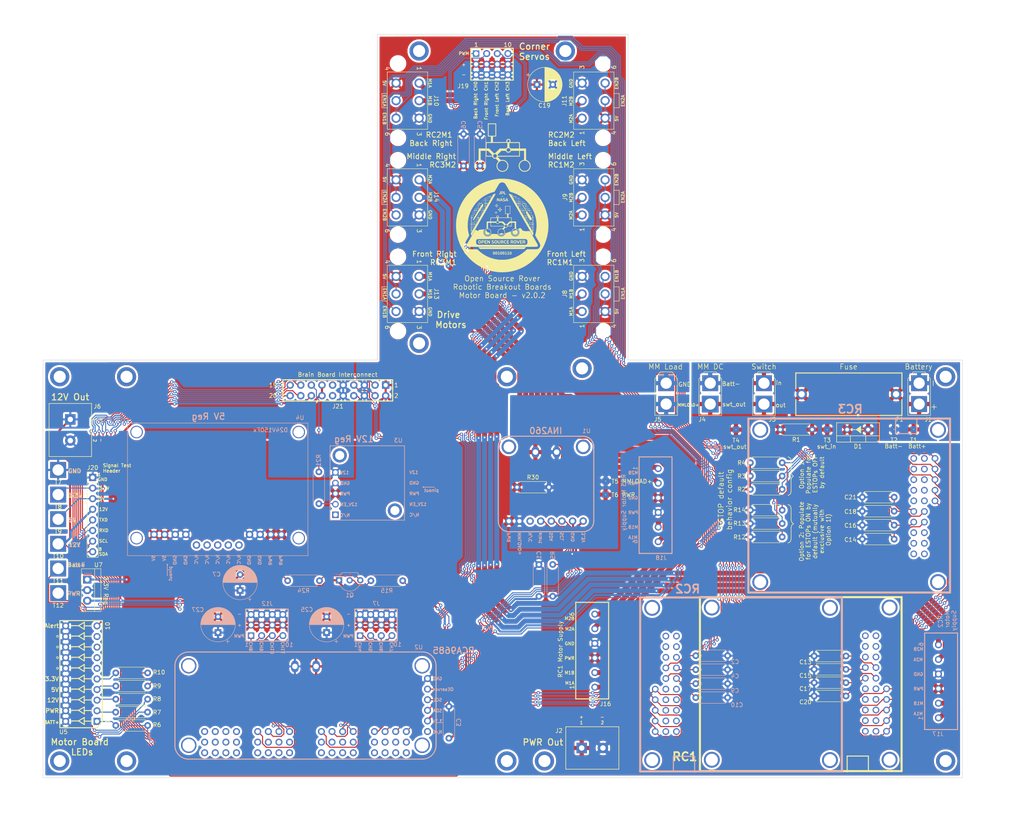
<source format=kicad_pcb>
(kicad_pcb (version 20171130) (host pcbnew "(5.1.10-1-10_14)")
  (layers (0 F.Cu signal) (31 B.Cu signal) (34 B.Paste user) (35 F.Paste user) (36 B.SilkS user) (37 F.SilkS user) (38 B.Mask user hide) (39 F.Mask user hide) (44 Edge.Cuts user))
  (net 0 "")
  (net 1 "Net-(RC1-Pad20)")
  (net 2 "Net-(RC1-Pad19)")
  (net 3 "Net-(RC1-Pad18)")
  (net 4 "Net-(RC1-Pad17)")
  (net 5 "Net-(RC1-Pad16)")
  (net 6 "Net-(RC1-Pad15)")
  (net 7 "Net-(RC1-Pad14)")
  (net 8 "Net-(RC1-Pad13)")
  (net 9 "Net-(RC1-Pad12)")
  (net 10 "Net-(RC1-Pad11)")
  (net 11 "Net-(RC1-Pad6)")
  (net 12 "Net-(RC1-Pad5)")
  (net 13 "Net-(RC1-Pad4)")
  (net 14 "Net-(RC1-Pad3)")
  (net 15 "Net-(RC2-Pad3)")
  (net 16 "Net-(RC2-Pad4)")
  (net 17 "Net-(RC2-Pad5)")
  (net 18 "Net-(RC2-Pad6)")
  (net 19 "Net-(RC2-Pad11)")
  (net 20 "Net-(RC2-Pad12)")
  (net 21 "Net-(RC2-Pad13)")
  (net 22 "Net-(RC2-Pad14)")
  (net 23 "Net-(RC2-Pad15)")
  (net 24 "Net-(RC2-Pad16)")
  (net 25 "Net-(RC2-Pad17)")
  (net 26 "Net-(RC2-Pad18)")
  (net 27 "Net-(RC2-Pad19)")
  (net 28 "Net-(RC2-Pad20)")
  (net 29 "Net-(RC3-Pad20)")
  (net 30 "Net-(RC3-Pad19)")
  (net 31 "Net-(RC3-Pad18)")
  (net 32 "Net-(RC3-Pad17)")
  (net 33 "Net-(RC3-Pad16)")
  (net 34 "Net-(RC3-Pad15)")
  (net 35 "Net-(RC3-Pad14)")
  (net 36 "Net-(RC3-Pad13)")
  (net 37 "Net-(RC3-Pad12)")
  (net 38 "Net-(RC3-Pad11)")
  (net 39 "Net-(RC3-Pad6)")
  (net 40 "Net-(RC3-Pad5)")
  (net 41 "Net-(RC3-Pad4)")
  (net 42 "Net-(RC3-Pad3)")
  (net 43 +12V_motor)
  (net 44 GND_motor)
  (net 45 "/Motor Board/MMLOAD+")
  (net 46 "/Motor Board/RC1EN2A")
  (net 47 +5V_motor)
  (net 48 "/Motor Board/alert")
  (net 49 "/Motor Board/E_STOP3")
  (net 50 +3.3V_motor)
  (net 51 "/Motor Board/E_STOP2")
  (net 52 "/Motor Board/E_STOP")
  (net 53 "/Motor Board/RC3EN1B")
  (net 54 "Net-(Q1-Pad2)")
  (net 55 "/Motor Board/RC2EN2A")
  (net 56 "/Motor Board/RC2EN1A")
  (net 57 "/Motor Board/RC1EN1B")
  (net 58 "/Motor Board/RC3EN1A")
  (net 59 "/Motor Board/RC1EN1A")
  (net 60 "/Motor Board/RC2EN2B")
  (net 61 "/Motor Board/RC3EN2A")
  (net 62 "/Motor Board/RC2EN1B")
  (net 63 "/Motor Board/RC1EN2B")
  (net 64 "/Motor Board/RC3EN2B")
  (net 65 "/Motor Board/servo_pwm_ch4")
  (net 66 "/Motor Board/servo_pwm_ch5")
  (net 67 "/Motor Board/servo_pwm_ch6")
  (net 68 "/Motor Board/servo_pwm_ch7")
  (net 69 "/Motor Board/servo_pwm_ch11")
  (net 70 "/Motor Board/servo_pwm_ch10")
  (net 71 "/Motor Board/servo_pwm_ch9")
  (net 72 "/Motor Board/servo_pwm_ch8")
  (net 73 "/Motor Board/servo_pwm_ch12")
  (net 74 "/Motor Board/servo_pwm_ch13")
  (net 75 "/Motor Board/servo_pwm_ch14")
  (net 76 "/Motor Board/servo_pwm_ch15")
  (net 77 "/Motor Board/servo_pwm_ch3")
  (net 78 "/Motor Board/servo_pwm_ch2")
  (net 79 "/Motor Board/servo_pwm_ch1")
  (net 80 "/Motor Board/servo_pwm_ch0")
  (net 81 "Net-(RC3-Pad1)")
  (net 82 "Net-(RC3-Pad2)")
  (net 83 "/Motor Board/TXD")
  (net 84 "/Motor Board/RXD")
  (net 85 "Net-(RC2-Pad2)")
  (net 86 "Net-(RC2-Pad1)")
  (net 87 "Net-(RC1-Pad1)")
  (net 88 "Net-(RC1-Pad2)")
  (net 89 "/Motor Board/SCL_rpi")
  (net 90 "Net-(J21-Pad11)")
  (net 91 "/Motor Board/SDA_rpi")
  (net 92 "Net-(J21-Pad12)")
  (net 93 "/Motor Board/OEservos")
  (net 94 "Net-(U2-Pad1)")
  (net 95 "Net-(U2-Pad10)")
  (net 96 "Net-(U2-Pad11)")
  (net 97 "/Motor Board/RC1M2B")
  (net 98 "/Motor Board/RC1M2A")
  (net 99 "/Motor Board/RC2M2A")
  (net 100 "/Motor Board/RC2M2B")
  (net 101 "/Motor Board/RC3M2B")
  (net 102 "/Motor Board/RC3M2A")
  (net 103 "/Motor Board/RC1M1A")
  (net 104 "/Motor Board/RC1M1B")
  (net 105 "/Motor Board/RC3M1B")
  (net 106 "/Motor Board/RC3M1A")
  (net 107 "/Motor Board/RC2M1A")
  (net 108 "/Motor Board/RC2M1B")
  (net 109 "Net-(U1-Pad6)")
  (net 110 "Net-(U3-Pad1)")
  (net 111 "/Motor Board/12V_EN")
  (net 112 "Net-(U4-Pad5)")
  (net 113 "Net-(U4-Pad6)")
  (net 114 "Net-(U4-Pad7)")
  (net 115 "Net-(U4-Pad8)")
  (net 116 "Net-(U4-Pad9)")
  (net 117 "Net-(R10-Pad1)")
  (net 118 "Net-(R9-Pad1)")
  (net 119 "Net-(R8-Pad1)")
  (net 120 "Net-(R7-Pad1)")
  (net 121 "Net-(R6-Pad1)")
  (net 122 "Net-(U5-Pad6)")
  (net 123 "Net-(U5-Pad7)")
  (net 124 "Net-(U5-Pad8)")
  (net 125 "Net-(U5-Pad9)")
  (net 126 "Net-(U2-Pad13)")
  (net 127 "Net-(U2-Pad14)")
  (net 128 "Net-(Q1-Pad3)")
  (net 129 "Net-(R21-Pad1)")
  (net 130 "/Motor Board/ALERT_LED")
  (net 131 "Net-(U2-Pad26)")
  (net 132 "Net-(U2-Pad38)")
  (net 133 "Net-(U2-Pad16)")
  (net 134 "Net-(U2-Pad17)")
  (net 135 "Net-(U2-Pad19)")
  (net 136 "Net-(U2-Pad20)")
  (net 137 "Net-(U2-Pad23)")
  (net 138 "Net-(U2-Pad29)")
  (net 139 "Net-(U2-Pad32)")
  (net 140 "Net-(U2-Pad35)")
  (net 141 "Net-(U2-Pad41)")
  (net 142 "Net-(U2-Pad44)")
  (net 143 "Net-(U2-Pad47)")
  (net 144 "Net-(U2-Pad50)")
  (net 145 "Net-(U2-Pad53)")
  (net 146 "Net-(U2-Pad56)")
  (net 147 "Net-(U2-Pad22)")
  (net 148 "Net-(U2-Pad25)")
  (net 149 "Net-(U2-Pad28)")
  (net 150 "Net-(U2-Pad31)")
  (net 151 "Net-(U2-Pad34)")
  (net 152 "Net-(U2-Pad37)")
  (net 153 "Net-(U2-Pad40)")
  (net 154 "Net-(U2-Pad43)")
  (net 155 "Net-(U2-Pad46)")
  (net 156 "Net-(U2-Pad49)")
  (net 157 "Net-(U2-Pad52)")
  (net 158 "Net-(U2-Pad55)")
  (net 159 PWR)
  (net 160 "/Motor Board/BATT+")
  (net 161 "/Motor Board/BATT-")
  (net 162 "/Motor Board/switch_in")
  (net 163 "/Motor Board/switch_out")
  (module "JPL Robotics:277-11404-ND" (layer F.Cu) (at 132.0546 78.3336 90)
    (fp_text reference J16 (at -4.0132 2.5654 180) (layer F.SilkS))
    (fp_text value 277-11404-ND)
    (fp_text user 6 (at 17.5 -5.4462 270) (layer F.SilkS))
    (fp_text user 1 (at 0 -5.4462 270) (layer F.SilkS))
    (pad 6 thru_hole circle (at 17.5 0 90) (size 1.67 1.67) (drill 1.02) (layers *.Cu *.Mask) (net 97 "/Motor Board/RC1M2B"))
    (pad 5 thru_hole circle (at 14 0 90) (size 1.67 1.67) (drill 1.02) (layers *.Cu *.Mask) (net 98 "/Motor Board/RC1M2A"))
    (pad 4 thru_hole circle (at 10.5 0 90) (size 1.67 1.67) (drill 1.02) (layers *.Cu *.Mask) (net 44 GND_motor))
    (pad 3 thru_hole circle (at 7 0 90) (size 1.67 1.67) (drill 1.02) (layers *.Cu *.Mask) (net 159 PWR))
    (pad 2 thru_hole circle (at 3.5 0 90) (size 1.67 1.67) (drill 1.02) (layers *.Cu *.Mask) (net 104 "/Motor Board/RC1M1B"))
    (pad 1 thru_hole circle (at 0 0 90) (size 1.67 1.67) (drill 1.02) (layers *.Cu *.Mask) (net 103 "/Motor Board/RC1M1A"))
  )
  (module "JPL Robotics:277-11404-ND" (layer B.Cu) (at 214.2744 85.6742 90)
    (fp_text reference J17 (at -3.8608 -0.1016 180) (layer B.SilkS) (effects (justify mirror)))
    (fp_text value 277-11404-ND)
    (fp_text user 6 (at 17.6016 -4.155 270) (layer B.SilkS) (effects (justify mirror)))
    (fp_text user 1 (at -0.127 -4.2164 270) (layer B.SilkS) (effects (justify mirror)))
    (pad 6 thru_hole circle (at 17.5 0 90) (size 1.67 1.67) (drill 1.02) (layers *.Cu *.Mask) (net 100 "/Motor Board/RC2M2B"))
    (pad 5 thru_hole circle (at 14 0 90) (size 1.67 1.67) (drill 1.02) (layers *.Cu *.Mask) (net 99 "/Motor Board/RC2M2A"))
    (pad 4 thru_hole circle (at 10.5 0 90) (size 1.67 1.67) (drill 1.02) (layers *.Cu *.Mask) (net 44 GND_motor))
    (pad 3 thru_hole circle (at 7 0 90) (size 1.67 1.67) (drill 1.02) (layers *.Cu *.Mask) (net 159 PWR))
    (pad 2 thru_hole circle (at 3.5 0 90) (size 1.67 1.67) (drill 1.02) (layers *.Cu *.Mask) (net 108 "/Motor Board/RC2M1B"))
    (pad 1 thru_hole circle (at 0 0 90) (size 1.67 1.67) (drill 1.02) (layers *.Cu *.Mask) (net 107 "/Motor Board/RC2M1A"))
  )
  (module "JPL Robotics:277-11404-ND" (layer B.Cu) (at 147.2184 25.9842 270)
    (fp_text reference J18 (at 21.3614 -0.7112) (layer B.SilkS) (effects (justify mirror)))
    (fp_text value 277-11404-ND)
    (fp_text user 6 (at 17.4746 5.4716 90) (layer B.SilkS) (effects (justify mirror)))
    (fp_text user 1 (at -0.0254 5.4716 90) (layer B.SilkS) (effects (justify mirror)))
    (pad 6 thru_hole circle (at 17.5 0 270) (size 1.67 1.67) (drill 1.02) (layers *.Cu *.Mask) (net 101 "/Motor Board/RC3M2B"))
    (pad 5 thru_hole circle (at 14 0 270) (size 1.67 1.67) (drill 1.02) (layers *.Cu *.Mask) (net 102 "/Motor Board/RC3M2A"))
    (pad 4 thru_hole circle (at 10.5 0 270) (size 1.67 1.67) (drill 1.02) (layers *.Cu *.Mask) (net 44 GND_motor))
    (pad 3 thru_hole circle (at 7 0 270) (size 1.67 1.67) (drill 1.02) (layers *.Cu *.Mask) (net 159 PWR))
    (pad 2 thru_hole circle (at 3.5 0 270) (size 1.67 1.67) (drill 1.02) (layers *.Cu *.Mask) (net 105 "/Motor Board/RC3M1B"))
    (pad 1 thru_hole circle (at 0 0 270) (size 1.67 1.67) (drill 1.02) (layers *.Cu *.Mask) (net 106 "/Motor Board/RC3M1A"))
  )
  (module Package_TO_SOT_THT:TO-92_Inline_Wide (layer B.Cu) (at 70.8406 52.7304)
    (fp_text reference Q1 (at 2.54 3.56) (layer B.SilkS) (effects (justify mirror)))
    (fp_text value 2N3906)
    (pad 1 thru_hole rect (at 0 0) (size 1.5 1.5) (drill 0.8) (layers *.Cu *.Mask) (net 50 +3.3V_motor))
    (pad 3 thru_hole circle (at 5.08 0) (size 1.5 1.5) (drill 0.8) (layers *.Cu *.Mask) (net 128 "Net-(Q1-Pad3)"))
    (pad 2 thru_hole circle (at 2.54 0) (size 1.5 1.5) (drill 0.8) (layers *.Cu *.Mask) (net 54 "Net-(Q1-Pad2)"))
  )
  (module "JPL Robotics:patch_logo_scaled" (layer F.Cu) (at 109.8804 -32.2326)
    (fp_text reference LOGO1 hide)
    (fp_text value patch_silkscreen hide)
  )
  (module Capacitor_THT:CP_Radial_D8.0mm_P3.80mm (layer B.Cu) (at 41.8846 65.2526 90)
    (fp_text reference C27 (at 5.461 -4.826 180) (layer B.SilkS) (effects (justify mirror)))
    (fp_text value 100uf)
    (pad 2 thru_hole circle (at 3.8 0 90) (size 1.6 1.6) (drill 0.8) (layers *.Cu *.Mask) (net 47 +5V_motor))
    (pad 1 thru_hole rect (at 0 0 90) (size 1.6 1.6) (drill 0.8) (layers *.Cu *.Mask) (net 44 GND_motor))
  )
  (module "JPL Robotics:SSW-104-01-F-T" (layer B.Cu) (at 49.784 65.989949)
    (fp_text reference J12 (at 3.8862 -7.6708) (layer B.SilkS) (effects (justify mirror)))
    (fp_text value TSW-104-07-F-T)
    (fp_text user 10 (at 9.144 2.183651) (layer B.SilkS) (effects (justify mirror)))
    (fp_text user 1 (at -1.0414 2.132851) (layer B.SilkS) (effects (justify mirror)))
    (pad 12 thru_hole circle (at 7.62 -5.08) (size 1.67 1.67) (drill 1.02) (layers *.Cu *.Mask) (net 44 GND_motor))
    (pad 11 thru_hole circle (at 7.62 -2.54) (size 1.67 1.67) (drill 1.02) (layers *.Cu *.Mask) (net 47 +5V_motor))
    (pad 10 thru_hole circle (at 7.62 0) (size 1.67 1.67) (drill 1.02) (layers *.Cu *.Mask) (net 69 "/Motor Board/servo_pwm_ch11"))
    (pad 9 thru_hole circle (at 5.08 -5.08) (size 1.67 1.67) (drill 1.02) (layers *.Cu *.Mask) (net 44 GND_motor))
    (pad 8 thru_hole circle (at 5.08 -2.54) (size 1.67 1.67) (drill 1.02) (layers *.Cu *.Mask) (net 47 +5V_motor))
    (pad 7 thru_hole circle (at 5.08 0) (size 1.67 1.67) (drill 1.02) (layers *.Cu *.Mask) (net 70 "/Motor Board/servo_pwm_ch10"))
    (pad 6 thru_hole circle (at 2.54 -5.08) (size 1.67 1.67) (drill 1.02) (layers *.Cu *.Mask) (net 44 GND_motor))
    (pad 5 thru_hole circle (at 2.54 -2.54) (size 1.67 1.67) (drill 1.02) (layers *.Cu *.Mask) (net 47 +5V_motor))
    (pad 4 thru_hole circle (at 2.54 0) (size 1.67 1.67) (drill 1.02) (layers *.Cu *.Mask) (net 71 "/Motor Board/servo_pwm_ch9"))
    (pad 3 thru_hole circle (at 0 -5.08) (size 1.67 1.67) (drill 1.02) (layers *.Cu *.Mask) (net 44 GND_motor))
    (pad 1 thru_hole rect (at 0 0) (size 1.524 1.524) (drill 1.02) (layers *.Cu *.Mask) (net 72 "/Motor Board/servo_pwm_ch8"))
    (pad 2 thru_hole circle (at 0 -2.54) (size 1.67 1.67) (drill 1.02) (layers *.Cu *.Mask) (net 47 +5V_motor))
  )
  (module "JPL Robotics:SSW-104-01-F-T" (layer B.Cu) (at 75.8698 65.989949)
    (fp_text reference J7 (at 3.8862 -7.6708) (layer B.SilkS) (effects (justify mirror)))
    (fp_text value TSW-104-07-F-T)
    (fp_text user 10 (at 8.9662 2.107451) (layer B.SilkS) (effects (justify mirror)))
    (fp_text user 1 (at -1.016 2.132851) (layer B.SilkS) (effects (justify mirror)))
    (pad 12 thru_hole circle (at 7.62 -5.08) (size 1.67 1.67) (drill 1.02) (layers *.Cu *.Mask) (net 44 GND_motor))
    (pad 11 thru_hole circle (at 7.62 -2.54) (size 1.67 1.67) (drill 1.02) (layers *.Cu *.Mask) (net 47 +5V_motor))
    (pad 10 thru_hole circle (at 7.62 0) (size 1.67 1.67) (drill 1.02) (layers *.Cu *.Mask) (net 68 "/Motor Board/servo_pwm_ch7"))
    (pad 9 thru_hole circle (at 5.08 -5.08) (size 1.67 1.67) (drill 1.02) (layers *.Cu *.Mask) (net 44 GND_motor))
    (pad 8 thru_hole circle (at 5.08 -2.54) (size 1.67 1.67) (drill 1.02) (layers *.Cu *.Mask) (net 47 +5V_motor))
    (pad 7 thru_hole circle (at 5.08 0) (size 1.67 1.67) (drill 1.02) (layers *.Cu *.Mask) (net 67 "/Motor Board/servo_pwm_ch6"))
    (pad 6 thru_hole circle (at 2.54 -5.08) (size 1.67 1.67) (drill 1.02) (layers *.Cu *.Mask) (net 44 GND_motor))
    (pad 5 thru_hole circle (at 2.54 -2.54) (size 1.67 1.67) (drill 1.02) (layers *.Cu *.Mask) (net 47 +5V_motor))
    (pad 4 thru_hole circle (at 2.54 0) (size 1.67 1.67) (drill 1.02) (layers *.Cu *.Mask) (net 66 "/Motor Board/servo_pwm_ch5"))
    (pad 3 thru_hole circle (at 0 -5.08) (size 1.67 1.67) (drill 1.02) (layers *.Cu *.Mask) (net 44 GND_motor))
    (pad 1 thru_hole rect (at 0 0) (size 1.524 1.524) (drill 1.02) (layers *.Cu *.Mask) (net 65 "/Motor Board/servo_pwm_ch4"))
    (pad 2 thru_hole circle (at 0 -2.54) (size 1.67 1.67) (drill 1.02) (layers *.Cu *.Mask) (net 47 +5V_motor))
  )
  (module Capacitor_THT:CP_Radial_D8.0mm_P3.80mm (layer B.Cu) (at 67.8688 65.2526 90)
    (fp_text reference C25 (at 5.5118 -4.7244) (layer B.SilkS) (effects (justify mirror)))
    (fp_text value 100uf)
    (pad 2 thru_hole circle (at 3.8 0 90) (size 1.6 1.6) (drill 0.8) (layers *.Cu *.Mask) (net 47 +5V_motor))
    (pad 1 thru_hole rect (at 0 0 90) (size 1.6 1.6) (drill 0.8) (layers *.Cu *.Mask) (net 44 GND_motor))
  )
  (module "JPL Robotics:roboclaw_mount" (layer F.Cu) (at 145.7706 59.3344 270)
    (fp_text reference RC2 (at -4.5212 -8.4836 180) (layer B.SilkS) (effects (font (size 2 2) (thickness 0.4)) (justify mirror)))
    (fp_text value RoboClaw hide)
    (pad 1 thru_hole circle (at 6.76 -3.27 270) (size 1.6 1.6) (drill 1.02) (layers *.Cu *.Mask) (net 86 "Net-(RC2-Pad1)"))
    (pad 2 thru_hole circle (at 6.76 -5.81 270) (size 1.6 1.6) (drill 1.02) (layers *.Cu *.Mask) (net 85 "Net-(RC2-Pad2)"))
    (pad 3 thru_hole circle (at 9.3 -3.27 270) (size 1.6 1.6) (drill 1.02) (layers *.Cu *.Mask) (net 15 "Net-(RC2-Pad3)"))
    (pad 4 thru_hole circle (at 9.3 -5.81 270) (size 1.6 1.6) (drill 1.02) (layers *.Cu *.Mask) (net 16 "Net-(RC2-Pad4)"))
    (pad 5 thru_hole circle (at 11.84 -3.27 270) (size 1.6 1.6) (drill 1.02) (layers *.Cu *.Mask) (net 17 "Net-(RC2-Pad5)"))
    (pad 6 thru_hole circle (at 11.84 -5.81 270) (size 1.6 1.6) (drill 1.02) (layers *.Cu *.Mask) (net 18 "Net-(RC2-Pad6)"))
    (pad 7 thru_hole circle (at 14.38 -3.27 270) (size 1.6 1.6) (drill 1.02) (layers *.Cu *.Mask) (net 56 "/Motor Board/RC2EN1A"))
    (pad 8 thru_hole circle (at 14.38 -5.81 270) (size 1.6 1.6) (drill 1.02) (layers *.Cu *.Mask) (net 62 "/Motor Board/RC2EN1B"))
    (pad 9 thru_hole circle (at 16.92 -3.27 270) (size 1.6 1.6) (drill 1.02) (layers *.Cu *.Mask) (net 55 "/Motor Board/RC2EN2A"))
    (pad 10 thru_hole circle (at 16.92 -5.81 270) (size 1.6 1.6) (drill 1.02) (layers *.Cu *.Mask) (net 60 "/Motor Board/RC2EN2B"))
    (pad 11 thru_hole circle (at 19.46 -3.27 270) (size 1.6 1.6) (drill 1.02) (layers *.Cu *.Mask) (net 19 "Net-(RC2-Pad11)"))
    (pad 12 thru_hole circle (at 19.46 -5.81 270) (size 1.6 1.6) (drill 1.02) (layers *.Cu *.Mask) (net 20 "Net-(RC2-Pad12)"))
    (pad 13 thru_hole circle (at 22 -3.27 270) (size 1.6 1.6) (drill 1.02) (layers *.Cu *.Mask) (net 21 "Net-(RC2-Pad13)"))
    (pad 14 thru_hole circle (at 22 -5.81 270) (size 1.6 1.6) (drill 1.02) (layers *.Cu *.Mask) (net 22 "Net-(RC2-Pad14)"))
    (pad 15 thru_hole circle (at 24.54 -3.27 270) (size 1.6 1.6) (drill 1.02) (layers *.Cu *.Mask) (net 23 "Net-(RC2-Pad15)"))
    (pad 16 thru_hole circle (at 24.54 -5.81 270) (size 1.6 1.6) (drill 1.02) (layers *.Cu *.Mask) (net 24 "Net-(RC2-Pad16)"))
    (pad 17 thru_hole circle (at 27.08 -3.27 270) (size 1.6 1.6) (drill 1.02) (layers *.Cu *.Mask) (net 25 "Net-(RC2-Pad17)"))
    (pad 18 thru_hole circle (at 27.08 -5.81 270) (size 1.6 1.6) (drill 1.02) (layers *.Cu *.Mask) (net 26 "Net-(RC2-Pad18)"))
    (pad 19 thru_hole circle (at 29.62 -3.27 270) (size 1.6 1.6) (drill 1.02) (layers *.Cu *.Mask) (net 27 "Net-(RC2-Pad19)"))
    (pad 20 thru_hole circle (at 29.62 -5.81 270) (size 1.6 1.6) (drill 1.02) (layers *.Cu *.Mask) (net 28 "Net-(RC2-Pad20)"))
    (pad 21 thru_hole circle (at 19.46 -0.73 270) (size 1.6 1.6) (drill 1.02) (layers *.Cu *.Mask) (net 83 "/Motor Board/TXD"))
    (pad 22 thru_hole circle (at 22 -0.73 270) (size 1.6 1.6) (drill 1.02) (layers *.Cu *.Mask) (net 84 "/Motor Board/RXD"))
    (pad 23 thru_hole circle (at 24.54 -0.73 270) (size 1.6 1.6) (drill 1.02) (layers *.Cu *.Mask) (net 52 "/Motor Board/E_STOP"))
    (pad 24 thru_hole circle (at 27.08 -0.73 270) (size 1.6 1.6) (drill 1.02) (layers *.Cu *.Mask) (net 51 "/Motor Board/E_STOP2"))
    (pad 25 thru_hole circle (at 29.62 -0.73 270) (size 1.6 1.6) (drill 1.02) (layers *.Cu *.Mask) (net 49 "/Motor Board/E_STOP3"))
    (pad "" np_thru_hole circle (at 0 0 270) (size 3.8 3.8) (drill 2.9) (layers *.Cu *.Mask))
    (pad "" np_thru_hole circle (at 36.449 0 270) (size 3.8 3.8) (drill 2.9) (layers *.Cu *.Mask))
    (pad "" np_thru_hole circle (at 0 -42.545 270) (size 3.8 3.8) (drill 2.9) (layers *.Cu *.Mask))
    (pad "" np_thru_hole circle (at 36.449 -42.545 270) (size 3.8 3.8) (drill 2.9) (layers *.Cu *.Mask))
  )
  (module "JPL Robotics:roboclaw_mount" (layer B.Cu) (at 202.5904 59.2582 270)
    (fp_text reference RC1 (at 35.7124 49.022 180) (layer F.SilkS) (effects (font (size 2 2) (thickness 0.4))))
    (fp_text value RoboClaw hide)
    (pad 1 thru_hole circle (at 6.76 3.27 270) (size 1.6 1.6) (drill 1.02) (layers *.Cu *.Mask) (net 87 "Net-(RC1-Pad1)"))
    (pad 2 thru_hole circle (at 6.76 5.81 270) (size 1.6 1.6) (drill 1.02) (layers *.Cu *.Mask) (net 88 "Net-(RC1-Pad2)"))
    (pad 3 thru_hole circle (at 9.3 3.27 270) (size 1.6 1.6) (drill 1.02) (layers *.Cu *.Mask) (net 14 "Net-(RC1-Pad3)"))
    (pad 4 thru_hole circle (at 9.3 5.81 270) (size 1.6 1.6) (drill 1.02) (layers *.Cu *.Mask) (net 13 "Net-(RC1-Pad4)"))
    (pad 5 thru_hole circle (at 11.84 3.27 270) (size 1.6 1.6) (drill 1.02) (layers *.Cu *.Mask) (net 12 "Net-(RC1-Pad5)"))
    (pad 6 thru_hole circle (at 11.84 5.81 270) (size 1.6 1.6) (drill 1.02) (layers *.Cu *.Mask) (net 11 "Net-(RC1-Pad6)"))
    (pad 7 thru_hole circle (at 14.38 3.27 270) (size 1.6 1.6) (drill 1.02) (layers *.Cu *.Mask) (net 59 "/Motor Board/RC1EN1A"))
    (pad 8 thru_hole circle (at 14.38 5.81 270) (size 1.6 1.6) (drill 1.02) (layers *.Cu *.Mask) (net 57 "/Motor Board/RC1EN1B"))
    (pad 9 thru_hole circle (at 16.92 3.27 270) (size 1.6 1.6) (drill 1.02) (layers *.Cu *.Mask) (net 46 "/Motor Board/RC1EN2A"))
    (pad 10 thru_hole circle (at 16.92 5.81 270) (size 1.6 1.6) (drill 1.02) (layers *.Cu *.Mask) (net 63 "/Motor Board/RC1EN2B"))
    (pad 11 thru_hole circle (at 19.46 3.27 270) (size 1.6 1.6) (drill 1.02) (layers *.Cu *.Mask) (net 10 "Net-(RC1-Pad11)"))
    (pad 12 thru_hole circle (at 19.46 5.81 270) (size 1.6 1.6) (drill 1.02) (layers *.Cu *.Mask) (net 9 "Net-(RC1-Pad12)"))
    (pad 13 thru_hole circle (at 22 3.27 270) (size 1.6 1.6) (drill 1.02) (layers *.Cu *.Mask) (net 8 "Net-(RC1-Pad13)"))
    (pad 14 thru_hole circle (at 22 5.81 270) (size 1.6 1.6) (drill 1.02) (layers *.Cu *.Mask) (net 7 "Net-(RC1-Pad14)"))
    (pad 15 thru_hole circle (at 24.54 3.27 270) (size 1.6 1.6) (drill 1.02) (layers *.Cu *.Mask) (net 6 "Net-(RC1-Pad15)"))
    (pad 16 thru_hole circle (at 24.54 5.81 270) (size 1.6 1.6) (drill 1.02) (layers *.Cu *.Mask) (net 5 "Net-(RC1-Pad16)"))
    (pad 17 thru_hole circle (at 27.08 3.27 270) (size 1.6 1.6) (drill 1.02) (layers *.Cu *.Mask) (net 4 "Net-(RC1-Pad17)"))
    (pad 18 thru_hole circle (at 27.08 5.81 270) (size 1.6 1.6) (drill 1.02) (layers *.Cu *.Mask) (net 3 "Net-(RC1-Pad18)"))
    (pad 19 thru_hole circle (at 29.62 3.27 270) (size 1.6 1.6) (drill 1.02) (layers *.Cu *.Mask) (net 2 "Net-(RC1-Pad19)"))
    (pad 20 thru_hole circle (at 29.62 5.81 270) (size 1.6 1.6) (drill 1.02) (layers *.Cu *.Mask) (net 1 "Net-(RC1-Pad20)"))
    (pad 21 thru_hole circle (at 19.46 0.73 270) (size 1.6 1.6) (drill 1.02) (layers *.Cu *.Mask) (net 83 "/Motor Board/TXD"))
    (pad 22 thru_hole circle (at 22 0.73 270) (size 1.6 1.6) (drill 1.02) (layers *.Cu *.Mask) (net 84 "/Motor Board/RXD"))
    (pad 23 thru_hole circle (at 24.54 0.73 270) (size 1.6 1.6) (drill 1.02) (layers *.Cu *.Mask) (net 52 "/Motor Board/E_STOP"))
    (pad 24 thru_hole circle (at 27.08 0.73 270) (size 1.6 1.6) (drill 1.02) (layers *.Cu *.Mask) (net 51 "/Motor Board/E_STOP2"))
    (pad 25 thru_hole circle (at 29.62 0.73 270) (size 1.6 1.6) (drill 1.02) (layers *.Cu *.Mask) (net 49 "/Motor Board/E_STOP3"))
    (pad "" np_thru_hole circle (at 0 0 270) (size 3.8 3.8) (drill 2.9) (layers *.Cu *.Mask))
    (pad "" np_thru_hole circle (at 36.449 0 270) (size 3.8 3.8) (drill 2.9) (layers *.Cu *.Mask))
    (pad "" np_thru_hole circle (at 0 42.545 270) (size 3.8 3.8) (drill 2.9) (layers *.Cu *.Mask))
    (pad "" np_thru_hole circle (at 36.449 42.545 270) (size 3.8 3.8) (drill 2.9) (layers *.Cu *.Mask))
  )
  (module "JPL Robotics:PCA9685_servo_controller" (layer B.Cu) (at 94.0562 95.5548 180)
    (fp_text reference U2 (at 4.1656 26.797) (layer B.SilkS) (effects (justify mirror)))
    (fp_text value PCA9685)
    (pad "" np_thru_hole circle (at 3.32 3.32 180) (size 3.698499 3.698499) (drill 2.999999) (layers *.Cu *.Mask))
    (pad "" np_thru_hole circle (at 3.32 22.352 180) (size 3.698499 3.698499) (drill 2.999999) (layers *.Cu *.Mask))
    (pad "" np_thru_hole circle (at 59.182 22.352 180) (size 3.698499 3.698499) (drill 2.999999) (layers *.Cu *.Mask))
    (pad "" np_thru_hole circle (at 59.182 3.32 180) (size 3.698499 3.698499) (drill 2.999999) (layers *.Cu *.Mask))
    (pad 1 thru_hole circle (at 2.032 6.604 180) (size 1.67 1.67) (drill 1.02) (layers *.Cu *.Mask) (net 94 "Net-(U2-Pad1)"))
    (pad 2 thru_hole circle (at 2.032 9.144 180) (size 1.67 1.67) (drill 1.02) (layers *.Cu *.Mask) (net 50 +3.3V_motor))
    (pad 3 thru_hole circle (at 2.032 11.684 180) (size 1.67 1.67) (drill 1.02) (layers *.Cu *.Mask) (net 91 "/Motor Board/SDA_rpi"))
    (pad 4 thru_hole circle (at 2.032 14.224 180) (size 1.67 1.67) (drill 1.02) (layers *.Cu *.Mask) (net 89 "/Motor Board/SCL_rpi"))
    (pad 5 thru_hole circle (at 2.032 16.764 180) (size 1.67 1.67) (drill 1.02) (layers *.Cu *.Mask) (net 93 "/Motor Board/OEservos"))
    (pad 6 thru_hole circle (at 2.032 19.304 180) (size 1.67 1.67) (drill 1.02) (layers *.Cu *.Mask) (net 44 GND_motor))
    (pad 7 thru_hole oval (at 28.702 22.1996 180) (size 1.76 2.8) (drill 1.3) (layers *.Cu *.Mask) (net 47 +5V_motor))
    (pad 8 thru_hole oval (at 33.782 22.1996 180) (size 1.76 2.8) (drill 1.3) (layers *.Cu *.Mask) (net 44 GND_motor))
    (pad 9 thru_hole circle (at 7.112 6.604 180) (size 1.67 1.67) (drill 1.02) (layers *.Cu *.Mask) (net 80 "/Motor Board/servo_pwm_ch0"))
    (pad 10 thru_hole circle (at 7.112 4.064 180) (size 1.67 1.67) (drill 1.02) (layers *.Cu *.Mask) (net 95 "Net-(U2-Pad10)"))
    (pad 11 thru_hole circle (at 7.112 1.524 180) (size 1.67 1.67) (drill 1.02) (layers *.Cu *.Mask) (net 96 "Net-(U2-Pad11)"))
    (pad 12 thru_hole circle (at 9.652 6.604 180) (size 1.67 1.67) (drill 1.02) (layers *.Cu *.Mask) (net 79 "/Motor Board/servo_pwm_ch1"))
    (pad 13 thru_hole circle (at 9.652 4.064 180) (size 1.67 1.67) (drill 1.02) (layers *.Cu *.Mask) (net 126 "Net-(U2-Pad13)"))
    (pad 14 thru_hole circle (at 9.652 1.524 180) (size 1.67 1.67) (drill 1.02) (layers *.Cu *.Mask) (net 127 "Net-(U2-Pad14)"))
    (pad 15 thru_hole circle (at 12.192 6.604 180) (size 1.67 1.67) (drill 1.02) (layers *.Cu *.Mask) (net 78 "/Motor Board/servo_pwm_ch2"))
    (pad 16 thru_hole circle (at 12.192 4.064 180) (size 1.67 1.67) (drill 1.02) (layers *.Cu *.Mask) (net 133 "Net-(U2-Pad16)"))
    (pad 17 thru_hole circle (at 12.192 1.524 180) (size 1.67 1.67) (drill 1.02) (layers *.Cu *.Mask) (net 134 "Net-(U2-Pad17)"))
    (pad 18 thru_hole circle (at 14.732 6.604 180) (size 1.67 1.67) (drill 1.02) (layers *.Cu *.Mask) (net 77 "/Motor Board/servo_pwm_ch3"))
    (pad 19 thru_hole circle (at 14.732 4.064 180) (size 1.67 1.67) (drill 1.02) (layers *.Cu *.Mask) (net 135 "Net-(U2-Pad19)"))
    (pad 20 thru_hole circle (at 14.732 1.524 180) (size 1.67 1.67) (drill 1.02) (layers *.Cu *.Mask) (net 136 "Net-(U2-Pad20)"))
    (pad 21 thru_hole circle (at 19.812 6.604 180) (size 1.67 1.67) (drill 1.02) (layers *.Cu *.Mask) (net 65 "/Motor Board/servo_pwm_ch4"))
    (pad 22 thru_hole circle (at 19.812 4.064 180) (size 1.67 1.67) (drill 1.02) (layers *.Cu *.Mask) (net 147 "Net-(U2-Pad22)"))
    (pad 23 thru_hole circle (at 19.812 1.524 180) (size 1.67 1.67) (drill 1.02) (layers *.Cu *.Mask) (net 137 "Net-(U2-Pad23)"))
    (pad 24 thru_hole circle (at 22.352 6.604 180) (size 1.67 1.67) (drill 1.02) (layers *.Cu *.Mask) (net 66 "/Motor Board/servo_pwm_ch5"))
    (pad 25 thru_hole circle (at 22.352 4.064 180) (size 1.67 1.67) (drill 1.02) (layers *.Cu *.Mask) (net 148 "Net-(U2-Pad25)"))
    (pad 26 thru_hole circle (at 22.352 1.524 180) (size 1.67 1.67) (drill 1.02) (layers *.Cu *.Mask) (net 131 "Net-(U2-Pad26)"))
    (pad 27 thru_hole circle (at 24.892 6.604 180) (size 1.67 1.67) (drill 1.02) (layers *.Cu *.Mask) (net 67 "/Motor Board/servo_pwm_ch6"))
    (pad 28 thru_hole circle (at 24.892 4.064 180) (size 1.67 1.67) (drill 1.02) (layers *.Cu *.Mask) (net 149 "Net-(U2-Pad28)"))
    (pad 29 thru_hole circle (at 24.892 1.524 180) (size 1.67 1.67) (drill 1.02) (layers *.Cu *.Mask) (net 138 "Net-(U2-Pad29)"))
    (pad 30 thru_hole circle (at 27.432 6.604 180) (size 1.67 1.67) (drill 1.02) (layers *.Cu *.Mask) (net 68 "/Motor Board/servo_pwm_ch7"))
    (pad 31 thru_hole circle (at 27.432 4.064 180) (size 1.67 1.67) (drill 1.02) (layers *.Cu *.Mask) (net 150 "Net-(U2-Pad31)"))
    (pad 32 thru_hole circle (at 27.432 1.524 180) (size 1.67 1.67) (drill 1.02) (layers *.Cu *.Mask) (net 139 "Net-(U2-Pad32)"))
    (pad 33 thru_hole circle (at 35.052 6.604 180) (size 1.67 1.67) (drill 1.02) (layers *.Cu *.Mask) (net 72 "/Motor Board/servo_pwm_ch8"))
    (pad 34 thru_hole circle (at 35.052 4.064 180) (size 1.67 1.67) (drill 1.02) (layers *.Cu *.Mask) (net 151 "Net-(U2-Pad34)"))
    (pad 35 thru_hole circle (at 35.052 1.524 180) (size 1.67 1.67) (drill 1.02) (layers *.Cu *.Mask) (net 140 "Net-(U2-Pad35)"))
    (pad 36 thru_hole circle (at 37.592 6.604 180) (size 1.67 1.67) (drill 1.02) (layers *.Cu *.Mask) (net 71 "/Motor Board/servo_pwm_ch9"))
    (pad 37 thru_hole circle (at 37.592 4.064 180) (size 1.67 1.67) (drill 1.02) (layers *.Cu *.Mask) (net 152 "Net-(U2-Pad37)"))
    (pad 38 thru_hole circle (at 37.592 1.524 180) (size 1.67 1.67) (drill 1.02) (layers *.Cu *.Mask) (net 132 "Net-(U2-Pad38)"))
    (pad 39 thru_hole circle (at 40.132 6.604 180) (size 1.67 1.67) (drill 1.02) (layers *.Cu *.Mask) (net 70 "/Motor Board/servo_pwm_ch10"))
    (pad 40 thru_hole circle (at 40.132 4.064 180) (size 1.67 1.67) (drill 1.02) (layers *.Cu *.Mask) (net 153 "Net-(U2-Pad40)"))
    (pad 41 thru_hole circle (at 40.132 1.524 180) (size 1.67 1.67) (drill 1.02) (layers *.Cu *.Mask) (net 141 "Net-(U2-Pad41)"))
    (pad 42 thru_hole circle (at 42.672 6.604 180) (size 1.67 1.67) (drill 1.02) (layers *.Cu *.Mask) (net 69 "/Motor Board/servo_pwm_ch11"))
    (pad 43 thru_hole circle (at 42.672 4.064 180) (size 1.67 1.67) (drill 1.02) (layers *.Cu *.Mask) (net 154 "Net-(U2-Pad43)"))
    (pad 44 thru_hole circle (at 42.672 1.524 180) (size 1.67 1.67) (drill 1.02) (layers *.Cu *.Mask) (net 142 "Net-(U2-Pad44)"))
    (pad 45 thru_hole circle (at 47.752 6.604 180) (size 1.67 1.67) (drill 1.02) (layers *.Cu *.Mask) (net 73 "/Motor Board/servo_pwm_ch12"))
    (pad 46 thru_hole circle (at 47.752 4.064 180) (size 1.67 1.67) (drill 1.02) (layers *.Cu *.Mask) (net 155 "Net-(U2-Pad46)"))
    (pad 47 thru_hole circle (at 47.752 1.524 180) (size 1.67 1.67) (drill 1.02) (layers *.Cu *.Mask) (net 143 "Net-(U2-Pad47)"))
    (pad 48 thru_hole circle (at 50.292 6.604 180) (size 1.67 1.67) (drill 1.02) (layers *.Cu *.Mask) (net 74 "/Motor Board/servo_pwm_ch13"))
    (pad 49 thru_hole circle (at 50.292 4.064 180) (size 1.67 1.67) (drill 1.02) (layers *.Cu *.Mask) (net 156 "Net-(U2-Pad49)"))
    (pad 50 thru_hole circle (at 50.292 1.524 180) (size 1.67 1.67) (drill 1.02) (layers *.Cu *.Mask) (net 144 "Net-(U2-Pad50)"))
    (pad 51 thru_hole circle (at 52.832 6.604 180) (size 1.67 1.67) (drill 1.02) (layers *.Cu *.Mask) (net 75 "/Motor Board/servo_pwm_ch14"))
    (pad 52 thru_hole circle (at 52.832 4.064 180) (size 1.67 1.67) (drill 1.02) (layers *.Cu *.Mask) (net 157 "Net-(U2-Pad52)"))
    (pad 53 thru_hole circle (at 52.832 1.524 180) (size 1.67 1.67) (drill 1.02) (layers *.Cu *.Mask) (net 145 "Net-(U2-Pad53)"))
    (pad 54 thru_hole circle (at 55.372 6.604 180) (size 1.67 1.67) (drill 1.02) (layers *.Cu *.Mask) (net 76 "/Motor Board/servo_pwm_ch15"))
    (pad 55 thru_hole circle (at 55.372 4.064 180) (size 1.67 1.67) (drill 1.02) (layers *.Cu *.Mask) (net 158 "Net-(U2-Pad55)"))
    (pad 56 thru_hole circle (at 55.372 1.524 180) (size 1.67 1.67) (drill 1.02) (layers *.Cu *.Mask) (net 146 "Net-(U2-Pad56)"))
  )
  (module "JPL Robotics:#4THRU-HOLE" (layer F.Cu) (at 129 2)
    (fp_text reference MH17 hide)
    (fp_text value "#4THRU-HOLE" hide)
    (pad "" np_thru_hole circle (at 0 0) (size 4.6 4.6) (drill 2.9) (layers *.Cu *.Mask))
  )
  (module "JPL Robotics:#4THRU-HOLE" (layer F.Cu) (at 90 -4)
    (fp_text reference MH8 hide)
    (fp_text value "#4THRU-HOLE" hide)
    (pad "" np_thru_hole circle (at 0 0) (size 4.6 4.6) (drill 2.9) (layers *.Cu *.Mask))
  )
  (module "JPL Robotics:#4THRU-HOLE" (layer F.Cu) (at 125 -74)
    (fp_text reference MH7 hide)
    (fp_text value "#4THRU-HOLE" hide)
    (pad "" np_thru_hole circle (at 0 0) (size 4.6 4.6) (drill 2.9) (layers *.Cu *.Mask))
  )
  (module "JPL Robotics:#4THRU-HOLE" (layer F.Cu) (at 90 -74)
    (fp_text reference MH6 hide)
    (fp_text value "#4THRU-HOLE" hide)
    (pad "" np_thru_hole circle (at 0 0) (size 4.6 4.6) (drill 2.9) (layers *.Cu *.Mask))
  )
  (module "JPL Robotics:#4THRU-HOLE" (layer F.Cu) (at 4 96)
    (fp_text reference MH5 hide)
    (fp_text value "#4THRU-HOLE" hide)
    (pad "" np_thru_hole circle (at 0 0) (size 4.6 4.6) (drill 2.9) (layers *.Cu *.Mask))
  )
  (module "JPL Robotics:#4THRU-HOLE" (layer F.Cu) (at 120 96)
    (fp_text reference MH4 hide)
    (fp_text value "#4THRU-HOLE" hide)
    (pad "" np_thru_hole circle (at 0 0) (size 4.6 4.6) (drill 2.9) (layers *.Cu *.Mask))
  )
  (module "JPL Robotics:#4THRU-HOLE" (layer F.Cu) (at 216 96)
    (fp_text reference MH3 hide)
    (fp_text value "#4THRU-HOLE" hide)
    (pad "" np_thru_hole circle (at 0 0) (size 4.6 4.6) (drill 2.9) (layers *.Cu *.Mask))
  )
  (module "JPL Robotics:#4THRU-HOLE" (layer F.Cu) (at 216 4)
    (fp_text reference MH2 hide)
    (fp_text value "#4THRU-HOLE" hide)
    (pad "" np_thru_hole circle (at 0 0) (size 4.6 4.6) (drill 2.9) (layers *.Cu *.Mask))
  )
  (module "JPL Robotics:#4THRU-HOLE" (layer F.Cu) (at 4 4)
    (fp_text reference MH1 hide)
    (fp_text value "#4THRU-HOLE" hide)
    (pad "" np_thru_hole circle (at 0 0) (size 4.6 4.6) (drill 2.9) (layers *.Cu *.Mask))
  )
  (module "JPL Robotics:brain_board_mounting_hole" (layer F.Cu) (at 20 96)
    (fp_text reference MH12 hide)
    (fp_text value brain_board_mounting_hole hide)
    (pad "" np_thru_hole circle (at 0 0) (size 4.6 4.6) (drill 2.9) (layers *.Cu *.Mask))
  )
  (module "JPL Robotics:brain_board_mounting_hole" (layer F.Cu) (at 111 96)
    (fp_text reference MH11 hide)
    (fp_text value brain_board_mounting_hole hide)
    (pad "" np_thru_hole circle (at 0 0) (size 4.6 4.6) (drill 2.9) (layers *.Cu *.Mask))
  )
  (module "JPL Robotics:brain_board_mounting_hole" (layer F.Cu) (at 111 4)
    (fp_text reference MH10 hide)
    (fp_text value brain_board_mounting_hole hide)
    (pad "" np_thru_hole circle (at 0 0) (size 4.6 4.6) (drill 2.9) (layers *.Cu *.Mask))
  )
  (module "JPL Robotics:brain_board_mounting_hole" (layer F.Cu) (at 20 4)
    (fp_text reference MH9 hide)
    (fp_text value brain_board_mounting_hole hide)
    (pad "" np_thru_hole circle (at 0 0) (size 4.6 4.6) (drill 2.9) (layers *.Cu *.Mask))
  )
  (module "JPL Robotics:AMASS_XT30U-M_1x02_P5.0mm_Vertical" (layer F.Cu) (at 209.6516 5.5372 270)
    (fp_text reference J1 (at 8.6868 -2.1844) (layer F.SilkS))
    (fp_text value XT30-M)
    (fp_text user - (at 0.0386 -3.2512 270) (layer F.SilkS) (effects (font (size 1.5 1.5))))
    (fp_text user + (at 5.698 -3.4544 270) (layer F.SilkS) (effects (font (size 1.5 1.5))))
    (pad 2 thru_hole rect (at 5 0 270) (size 3.8 3.8) (drill 2.7) (layers *.Cu *.Mask) (net 160 "/Motor Board/BATT+"))
    (pad 1 thru_hole rect (at 0 0 270) (size 3.8 3.8) (drill 2.7) (layers *.Cu *.Mask) (net 161 "/Motor Board/BATT-"))
  )
  (module "JPL Robotics:ED2580-ND" (layer F.Cu) (at 128.905 92.8878)
    (fp_text reference J2 (at -5.4356 -4.1402) (layer F.SilkS))
    (fp_text value ED2580-ND)
    (pad 1 thru_hole rect (at 0 0) (size 2.5 2.5) (drill 1.3) (layers *.Cu *.Mask) (net 159 PWR))
    (pad 2 thru_hole circle (at 5.08 0) (size 2.5 2.5) (drill 1.3) (layers *.Cu *.Mask) (net 44 GND_motor))
  )
  (module Package_TO_SOT_THT:TO-220-3_Vertical (layer F.Cu) (at 10.5918 52.5526 270)
    (fp_text reference U7 (at -3.5052 -2.667 180) (layer F.SilkS))
    (fp_text value MIC2937A-3.3WT)
    (pad 3 thru_hole oval (at 5.08 0 270) (size 1.905 2) (drill 1.1) (layers *.Cu *.Mask) (net 50 +3.3V_motor))
    (pad 2 thru_hole oval (at 2.54 0 270) (size 1.905 2) (drill 1.1) (layers *.Cu *.Mask) (net 44 GND_motor))
    (pad 1 thru_hole rect (at 0 0 270) (size 1.905 2) (drill 1.1) (layers *.Cu *.Mask) (net 47 +5V_motor))
  )
  (module Resistor_THT:R_Axial_DIN0207_L6.3mm_D2.5mm_P7.62mm_Horizontal (layer F.Cu) (at 113.4364 30.4546)
    (fp_text reference R30 (at 3.81 -2.37 -180) (layer F.SilkS))
    (fp_text value 0)
    (pad 2 thru_hole oval (at 7.62 0) (size 1.6 1.6) (drill 0.8) (layers *.Cu *.Mask) (net 45 "/Motor Board/MMLOAD+"))
    (pad 1 thru_hole circle (at 0 0) (size 1.6 1.6) (drill 0.8) (layers *.Cu *.Mask) (net 159 PWR))
  )
  (module Resistor_THT:R_Axial_DIN0207_L6.3mm_D2.5mm_P7.62mm_Horizontal (layer B.Cu) (at 58.547 52.832)
    (fp_text reference R24 (at 3.81 2.37) (layer B.SilkS) (effects (justify mirror)))
    (fp_text value 68)
    (pad 2 thru_hole oval (at 7.62 0) (size 1.6 1.6) (drill 0.8) (layers *.Cu *.Mask) (net 128 "Net-(Q1-Pad3)"))
    (pad 1 thru_hole circle (at 0 0) (size 1.6 1.6) (drill 0.8) (layers *.Cu *.Mask) (net 130 "/Motor Board/ALERT_LED"))
  )
  (module Resistor_THT:R_Axial_DIN0207_L6.3mm_D2.5mm_P7.62mm_Horizontal (layer B.Cu) (at 78.4606 52.832)
    (fp_text reference R15 (at 3.81 2.37) (layer B.SilkS) (effects (justify mirror)))
    (fp_text value 10k)
    (pad 2 thru_hole oval (at 7.62 0) (size 1.6 1.6) (drill 0.8) (layers *.Cu *.Mask) (net 48 "/Motor Board/alert"))
    (pad 1 thru_hole circle (at 0 0) (size 1.6 1.6) (drill 0.8) (layers *.Cu *.Mask) (net 54 "Net-(Q1-Pad2)"))
  )
  (module Resistor_THT:R_Axial_DIN0207_L6.3mm_D2.5mm_P7.62mm_Horizontal (layer F.Cu) (at 176.8856 35.941 180)
    (fp_text reference R14 (at 10.2108 0.0508) (layer F.SilkS))
    (fp_text value 4.7k)
    (pad 2 thru_hole oval (at 7.62 0 180) (size 1.6 1.6) (drill 0.8) (layers *.Cu *.Mask) (net 44 GND_motor))
    (pad 1 thru_hole circle (at 0 0 180) (size 1.6 1.6) (drill 0.8) (layers *.Cu *.Mask) (net 49 "/Motor Board/E_STOP3"))
  )
  (module Resistor_THT:R_Axial_DIN0207_L6.3mm_D2.5mm_P7.62mm_Horizontal (layer F.Cu) (at 176.8856 39.1541 180)
    (fp_text reference R13 (at 10.2108 0.0381) (layer F.SilkS))
    (fp_text value 4.7k)
    (pad 2 thru_hole oval (at 7.62 0 180) (size 1.6 1.6) (drill 0.8) (layers *.Cu *.Mask) (net 44 GND_motor))
    (pad 1 thru_hole circle (at 0 0 180) (size 1.6 1.6) (drill 0.8) (layers *.Cu *.Mask) (net 51 "/Motor Board/E_STOP2"))
  )
  (module Resistor_THT:R_Axial_DIN0207_L6.3mm_D2.5mm_P7.62mm_Horizontal (layer F.Cu) (at 176.8856 42.3672 180)
    (fp_text reference R12 (at 10.2108 -0.0254) (layer F.SilkS))
    (fp_text value 4.7k)
    (pad 2 thru_hole oval (at 7.62 0 180) (size 1.6 1.6) (drill 0.8) (layers *.Cu *.Mask) (net 44 GND_motor))
    (pad 1 thru_hole circle (at 0 0 180) (size 1.6 1.6) (drill 0.8) (layers *.Cu *.Mask) (net 52 "/Motor Board/E_STOP"))
  )
  (module "JPL Robotics:Molex_172675-0613" (layer F.Cu) (at 129 -20.03044 270)
    (fp_text reference J8 (at 4.15544 4.1336 90) (layer F.SilkS))
    (fp_text value Molex_172675-0613)
    (fp_text user 6 (at -3.81 -7.62 90) (layer F.SilkS))
    (fp_text user 3 (at -3.81 0 90) (layer F.SilkS))
    (fp_text user 4 (at 11.9 -7.62 90) (layer F.SilkS))
    (fp_text user 1 (at 11.9 0 90) (layer F.SilkS))
    (pad "" np_thru_hole circle (at -4.70408 -5.0546 270) (size 2.9972 2.9972) (drill 2.9972) (layers *.Cu *.Mask))
    (pad "" np_thru_hole circle (at 13.10132 -5.0546 270) (size 2.9972 2.9972) (drill 2.9972) (layers *.Cu *.Mask))
    (pad 4 thru_hole circle (at 8.40232 -5.5118 270) (size 2.2098 2.2098) (drill 1.4478) (layers *.Cu *.Mask) (net 47 +5V_motor))
    (pad 5 thru_hole circle (at 4.20116 -5.5118 270) (size 2.2098 2.2098) (drill 1.4478) (layers *.Cu *.Mask) (net 59 "/Motor Board/RC1EN1A"))
    (pad 6 thru_hole circle (at 0 -5.5118 270) (size 2.2098 2.2098) (drill 1.4478) (layers *.Cu *.Mask) (net 57 "/Motor Board/RC1EN1B"))
    (pad 1 thru_hole circle (at 8.40232 0 270) (size 2.2098 2.2098) (drill 1.4478) (layers *.Cu *.Mask) (net 103 "/Motor Board/RC1M1A"))
    (pad 2 thru_hole circle (at 4.20116 0 270) (size 2.2098 2.2098) (drill 1.4478) (layers *.Cu *.Mask) (net 104 "/Motor Board/RC1M1B"))
    (pad 3 thru_hole circle (at 0 0 270) (size 2.2098 2.2098) (drill 1.4478) (layers *.Cu *.Mask) (net 44 GND_motor))
  )
  (module Capacitor_THT:CP_Radial_D8.0mm_P3.80mm (layer B.Cu) (at 47.1678 55.1688 90)
    (fp_text reference C7 (at 3.8608 -5.6134 180) (layer B.SilkS) (effects (justify mirror)))
    (fp_text value 10uf)
    (pad 2 thru_hole circle (at 3.8 0 90) (size 1.6 1.6) (drill 0.8) (layers *.Cu *.Mask) (net 50 +3.3V_motor))
    (pad 1 thru_hole rect (at 0 0 90) (size 1.6 1.6) (drill 0.8) (layers *.Cu *.Mask) (net 44 GND_motor))
  )
  (module "JPL Robotics:SSW-104-01-F-T" (layer F.Cu) (at 103.632 -73.3806)
    (fp_text reference J19 (at -3.0988 7.7724 180) (layer F.SilkS))
    (fp_text value TSW-104-07-F-T)
    (fp_text user 10 (at 7.5692 -2.1082) (layer F.SilkS))
    (fp_text user 1 (at 0.0508 -2.1082) (layer F.SilkS))
    (pad 12 thru_hole circle (at 7.62 5.08) (size 1.67 1.67) (drill 1.02) (layers *.Cu *.Mask) (net 44 GND_motor))
    (pad 11 thru_hole circle (at 7.62 2.54) (size 1.67 1.67) (drill 1.02) (layers *.Cu *.Mask) (net 47 +5V_motor))
    (pad 10 thru_hole circle (at 7.62 0) (size 1.67 1.67) (drill 1.02) (layers *.Cu *.Mask) (net 77 "/Motor Board/servo_pwm_ch3"))
    (pad 9 thru_hole circle (at 5.08 5.08) (size 1.67 1.67) (drill 1.02) (layers *.Cu *.Mask) (net 44 GND_motor))
    (pad 8 thru_hole circle (at 5.08 2.54) (size 1.67 1.67) (drill 1.02) (layers *.Cu *.Mask) (net 47 +5V_motor))
    (pad 7 thru_hole circle (at 5.08 0) (size 1.67 1.67) (drill 1.02) (layers *.Cu *.Mask) (net 78 "/Motor Board/servo_pwm_ch2"))
    (pad 6 thru_hole circle (at 2.54 5.08) (size 1.67 1.67) (drill 1.02) (layers *.Cu *.Mask) (net 44 GND_motor))
    (pad 5 thru_hole circle (at 2.54 2.54) (size 1.67 1.67) (drill 1.02) (layers *.Cu *.Mask) (net 47 +5V_motor))
    (pad 4 thru_hole circle (at 2.54 0) (size 1.67 1.67) (drill 1.02) (layers *.Cu *.Mask) (net 79 "/Motor Board/servo_pwm_ch1"))
    (pad 3 thru_hole circle (at 0 5.08) (size 1.67 1.67) (drill 1.02) (layers *.Cu *.Mask) (net 44 GND_motor))
    (pad 1 thru_hole rect (at 0 0) (size 1.524 1.524) (drill 1.02) (layers *.Cu *.Mask) (net 80 "/Motor Board/servo_pwm_ch0"))
    (pad 2 thru_hole circle (at 0 2.54) (size 1.67 1.67) (drill 1.02) (layers *.Cu *.Mask) (net 47 +5V_motor))
  )
  (module "JPL Robotics:DC7G3HWA_led_array" (layer F.Cu) (at 12.9286 63.6524 270)
    (fp_text reference U5 (at 25.3746 8.0264 180) (layer F.SilkS))
    (fp_text value DC7G3HWA)
    (fp_text user 10 (at 0 -2.54 90) (layer F.SilkS))
    (fp_text user 1 (at 22.86 -2.54 90) (layer F.SilkS))
    (pad 10 thru_hole circle (at 0 0 270) (size 1.67 1.67) (drill 1) (layers *.Cu *.Mask) (net 130 "/Motor Board/ALERT_LED"))
    (pad 9 thru_hole circle (at 2.54 0 270) (size 1.67 1.67) (drill 1) (layers *.Cu *.Mask) (net 125 "Net-(U5-Pad9)"))
    (pad 8 thru_hole circle (at 5.08 0 270) (size 1.67 1.67) (drill 1) (layers *.Cu *.Mask) (net 124 "Net-(U5-Pad8)"))
    (pad 7 thru_hole circle (at 7.62 0 270) (size 1.67 1.67) (drill 1) (layers *.Cu *.Mask) (net 123 "Net-(U5-Pad7)"))
    (pad 6 thru_hole circle (at 10.16 0 270) (size 1.67 1.67) (drill 1) (layers *.Cu *.Mask) (net 122 "Net-(U5-Pad6)"))
    (pad 5 thru_hole circle (at 12.7 0 270) (size 1.67 1.67) (drill 1) (layers *.Cu *.Mask) (net 117 "Net-(R10-Pad1)"))
    (pad 4 thru_hole circle (at 15.24 0 270) (size 1.67 1.67) (drill 1) (layers *.Cu *.Mask) (net 118 "Net-(R9-Pad1)"))
    (pad 3 thru_hole circle (at 17.78 0 270) (size 1.67 1.67) (drill 1) (layers *.Cu *.Mask) (net 119 "Net-(R8-Pad1)"))
    (pad 2 thru_hole circle (at 20.32 0 270) (size 1.67 1.67) (drill 1) (layers *.Cu *.Mask) (net 120 "Net-(R7-Pad1)"))
    (pad 1 thru_hole rect (at 22.86 0 270) (size 1.67 1.67) (drill 1) (layers *.Cu *.Mask) (net 121 "Net-(R6-Pad1)"))
    (pad 11 thru_hole circle (at 0 7.5 270) (size 1.67 1.67) (drill 1) (layers *.Cu *.Mask) (net 44 GND_motor))
    (pad 12 thru_hole circle (at 2.54 7.5 270) (size 1.67 1.67) (drill 1) (layers *.Cu *.Mask) (net 44 GND_motor))
    (pad 13 thru_hole circle (at 5.08 7.5 270) (size 1.67 1.67) (drill 1) (layers *.Cu *.Mask) (net 44 GND_motor))
    (pad 14 thru_hole circle (at 7.62 7.5 270) (size 1.67 1.67) (drill 1) (layers *.Cu *.Mask) (net 44 GND_motor))
    (pad 15 thru_hole circle (at 10.16 7.5 270) (size 1.67 1.67) (drill 1) (layers *.Cu *.Mask) (net 44 GND_motor))
    (pad 16 thru_hole circle (at 12.7 7.5 270) (size 1.67 1.67) (drill 1) (layers *.Cu *.Mask) (net 44 GND_motor))
    (pad 17 thru_hole circle (at 15.24 7.5 270) (size 1.67 1.67) (drill 1) (layers *.Cu *.Mask) (net 44 GND_motor))
    (pad 18 thru_hole circle (at 17.78 7.5 270) (size 1.67 1.67) (drill 1) (layers *.Cu *.Mask) (net 44 GND_motor))
    (pad 19 thru_hole circle (at 20.32 7.5 270) (size 1.67 1.67) (drill 1) (layers *.Cu *.Mask) (net 44 GND_motor))
    (pad 20 thru_hole circle (at 22.86 7.5 270) (size 1.67 1.67) (drill 1) (layers *.Cu *.Mask) (net 44 GND_motor))
  )
  (module "JPL Robotics:Molex_172675-0613" (layer F.Cu) (at 129 -66.30924 270)
    (fp_text reference J11 (at 4.25704 4.2352 270) (layer F.SilkS))
    (fp_text value Molex_172675-0613)
    (fp_text user 6 (at -3.81 -7.62 90) (layer F.SilkS))
    (fp_text user 3 (at -3.81 0 90) (layer F.SilkS))
    (fp_text user 4 (at 11.9 -7.62 90) (layer F.SilkS))
    (fp_text user 1 (at 11.9 0 90) (layer F.SilkS))
    (pad "" np_thru_hole circle (at -4.70408 -5.0546 270) (size 2.9972 2.9972) (drill 2.9972) (layers *.Cu *.Mask))
    (pad "" np_thru_hole circle (at 13.10132 -5.0546 270) (size 2.9972 2.9972) (drill 2.9972) (layers *.Cu *.Mask))
    (pad 4 thru_hole circle (at 8.40232 -5.5118 270) (size 2.2098 2.2098) (drill 1.4478) (layers *.Cu *.Mask) (net 47 +5V_motor))
    (pad 5 thru_hole circle (at 4.20116 -5.5118 270) (size 2.2098 2.2098) (drill 1.4478) (layers *.Cu *.Mask) (net 55 "/Motor Board/RC2EN2A"))
    (pad 6 thru_hole circle (at 0 -5.5118 270) (size 2.2098 2.2098) (drill 1.4478) (layers *.Cu *.Mask) (net 60 "/Motor Board/RC2EN2B"))
    (pad 1 thru_hole circle (at 8.40232 0 270) (size 2.2098 2.2098) (drill 1.4478) (layers *.Cu *.Mask) (net 99 "/Motor Board/RC2M2A"))
    (pad 2 thru_hole circle (at 4.20116 0 270) (size 2.2098 2.2098) (drill 1.4478) (layers *.Cu *.Mask) (net 100 "/Motor Board/RC2M2B"))
    (pad 3 thru_hole circle (at 0 0 270) (size 2.2098 2.2098) (drill 1.4478) (layers *.Cu *.Mask) (net 44 GND_motor))
  )
  (module "JPL Robotics:Molex_172675-0613" (layer F.Cu) (at 90 -57.912 90)
    (fp_text reference J10 (at 4.191 4.107 270 unlocked) (layer F.SilkS))
    (fp_text value Molex_172675-0613)
    (fp_text user 6 (at -3.81 -7.62 270 unlocked) (layer F.SilkS))
    (fp_text user 3 (at -3.81 0 270 unlocked) (layer F.SilkS))
    (fp_text user 4 (at 11.9 -7.62 270 unlocked) (layer F.SilkS))
    (fp_text user 1 (at 11.9 0 270 unlocked) (layer F.SilkS))
    (pad "" np_thru_hole circle (at -4.70408 -5.0546 90) (size 2.9972 2.9972) (drill 2.9972) (layers *.Cu *.Mask))
    (pad "" np_thru_hole circle (at 13.10132 -5.0546 90) (size 2.9972 2.9972) (drill 2.9972) (layers *.Cu *.Mask))
    (pad 4 thru_hole circle (at 8.40232 -5.5118 90) (size 2.2098 2.2098) (drill 1.4478) (layers *.Cu *.Mask) (net 47 +5V_motor))
    (pad 5 thru_hole circle (at 4.20116 -5.5118 90) (size 2.2098 2.2098) (drill 1.4478) (layers *.Cu *.Mask) (net 56 "/Motor Board/RC2EN1A"))
    (pad 6 thru_hole circle (at 0 -5.5118 90) (size 2.2098 2.2098) (drill 1.4478) (layers *.Cu *.Mask) (net 62 "/Motor Board/RC2EN1B"))
    (pad 1 thru_hole circle (at 8.40232 0 90) (size 2.2098 2.2098) (drill 1.4478) (layers *.Cu *.Mask) (net 107 "/Motor Board/RC2M1A"))
    (pad 2 thru_hole circle (at 4.20116 0 90) (size 2.2098 2.2098) (drill 1.4478) (layers *.Cu *.Mask) (net 108 "/Motor Board/RC2M1B"))
    (pad 3 thru_hole circle (at 0 0 90) (size 2.2098 2.2098) (drill 1.4478) (layers *.Cu *.Mask) (net 44 GND_motor))
  )
  (module "JPL Robotics:Molex_172675-0613" (layer F.Cu) (at 90 -11.6332 90)
    (fp_text reference J13 (at 4.2164 4.1578 270 unlocked) (layer F.SilkS))
    (fp_text value Molex_172675-0613)
    (fp_text user 6 (at -3.81 -7.62 270 unlocked) (layer F.SilkS))
    (fp_text user 3 (at -3.81 0 270 unlocked) (layer F.SilkS))
    (fp_text user 4 (at 11.9 -7.62 270 unlocked) (layer F.SilkS))
    (fp_text user 1 (at 11.9 0 270 unlocked) (layer F.SilkS))
    (pad "" np_thru_hole circle (at -4.70408 -5.0546 90) (size 2.9972 2.9972) (drill 2.9972) (layers *.Cu *.Mask))
    (pad "" np_thru_hole circle (at 13.10132 -5.0546 90) (size 2.9972 2.9972) (drill 2.9972) (layers *.Cu *.Mask))
    (pad 4 thru_hole circle (at 8.40232 -5.5118 90) (size 2.2098 2.2098) (drill 1.4478) (layers *.Cu *.Mask) (net 47 +5V_motor))
    (pad 5 thru_hole circle (at 4.20116 -5.5118 90) (size 2.2098 2.2098) (drill 1.4478) (layers *.Cu *.Mask) (net 58 "/Motor Board/RC3EN1A"))
    (pad 6 thru_hole circle (at 0 -5.5118 90) (size 2.2098 2.2098) (drill 1.4478) (layers *.Cu *.Mask) (net 53 "/Motor Board/RC3EN1B"))
    (pad 1 thru_hole circle (at 8.40232 0 90) (size 2.2098 2.2098) (drill 1.4478) (layers *.Cu *.Mask) (net 106 "/Motor Board/RC3M1A"))
    (pad 2 thru_hole circle (at 4.20116 0 90) (size 2.2098 2.2098) (drill 1.4478) (layers *.Cu *.Mask) (net 105 "/Motor Board/RC3M1B"))
    (pad 3 thru_hole circle (at 0 0 90) (size 2.2098 2.2098) (drill 1.4478) (layers *.Cu *.Mask) (net 44 GND_motor))
  )
  (module "JPL Robotics:Molex_172675-0613" (layer F.Cu) (at 90 -34.7472 90)
    (fp_text reference J14 (at 4.3688 4.1578 270 unlocked) (layer F.SilkS))
    (fp_text value Molex_172675-0613)
    (fp_text user 6 (at -3.81 -7.62 270 unlocked) (layer F.SilkS))
    (fp_text user 3 (at -3.81 0 270 unlocked) (layer F.SilkS))
    (fp_text user 4 (at 11.9 -7.62 270 unlocked) (layer F.SilkS))
    (fp_text user 1 (at 11.9 0 270 unlocked) (layer F.SilkS))
    (pad "" np_thru_hole circle (at -4.70408 -5.0546 90) (size 2.9972 2.9972) (drill 2.9972) (layers *.Cu *.Mask))
    (pad "" np_thru_hole circle (at 13.10132 -5.0546 90) (size 2.9972 2.9972) (drill 2.9972) (layers *.Cu *.Mask))
    (pad 4 thru_hole circle (at 8.40232 -5.5118 90) (size 2.2098 2.2098) (drill 1.4478) (layers *.Cu *.Mask) (net 47 +5V_motor))
    (pad 5 thru_hole circle (at 4.20116 -5.5118 90) (size 2.2098 2.2098) (drill 1.4478) (layers *.Cu *.Mask) (net 61 "/Motor Board/RC3EN2A"))
    (pad 6 thru_hole circle (at 0 -5.5118 90) (size 2.2098 2.2098) (drill 1.4478) (layers *.Cu *.Mask) (net 64 "/Motor Board/RC3EN2B"))
    (pad 1 thru_hole circle (at 8.40232 0 90) (size 2.2098 2.2098) (drill 1.4478) (layers *.Cu *.Mask) (net 102 "/Motor Board/RC3M2A"))
    (pad 2 thru_hole circle (at 4.20116 0 90) (size 2.2098 2.2098) (drill 1.4478) (layers *.Cu *.Mask) (net 101 "/Motor Board/RC3M2B"))
    (pad 3 thru_hole circle (at 0 0 90) (size 2.2098 2.2098) (drill 1.4478) (layers *.Cu *.Mask) (net 44 GND_motor))
  )
  (module "JPL Robotics:Molex_172675-0613" (layer F.Cu) (at 129 -43.14444 270)
    (fp_text reference J9 (at 4.13004 4.0574 270) (layer F.SilkS))
    (fp_text value Molex_172675-0613)
    (fp_text user 6 (at -3.81 -7.62 90) (layer F.SilkS))
    (fp_text user 3 (at -3.81 0 90) (layer F.SilkS))
    (fp_text user 4 (at 11.9 -7.62 90) (layer F.SilkS))
    (fp_text user 1 (at 11.9 0 90) (layer F.SilkS))
    (pad "" np_thru_hole circle (at -4.70408 -5.0546 270) (size 2.9972 2.9972) (drill 2.9972) (layers *.Cu *.Mask))
    (pad "" np_thru_hole circle (at 13.10132 -5.0546 270) (size 2.9972 2.9972) (drill 2.9972) (layers *.Cu *.Mask))
    (pad 4 thru_hole circle (at 8.40232 -5.5118 270) (size 2.2098 2.2098) (drill 1.4478) (layers *.Cu *.Mask) (net 47 +5V_motor))
    (pad 5 thru_hole circle (at 4.20116 -5.5118 270) (size 2.2098 2.2098) (drill 1.4478) (layers *.Cu *.Mask) (net 46 "/Motor Board/RC1EN2A"))
    (pad 6 thru_hole circle (at 0 -5.5118 270) (size 2.2098 2.2098) (drill 1.4478) (layers *.Cu *.Mask) (net 63 "/Motor Board/RC1EN2B"))
    (pad 1 thru_hole circle (at 8.40232 0 270) (size 2.2098 2.2098) (drill 1.4478) (layers *.Cu *.Mask) (net 98 "/Motor Board/RC1M2A"))
    (pad 2 thru_hole circle (at 4.20116 0 270) (size 2.2098 2.2098) (drill 1.4478) (layers *.Cu *.Mask) (net 97 "/Motor Board/RC1M2B"))
    (pad 3 thru_hole circle (at 0 0 270) (size 2.2098 2.2098) (drill 1.4478) (layers *.Cu *.Mask) (net 44 GND_motor))
  )
  (module "JPL Robotics:PPTC102LFBN-RC" (layer F.Cu) (at 82 6 180)
    (fp_text reference J21 (at 11.43 -5.08) (layer F.SilkS))
    (fp_text value PPTC102LFBN-RC)
    (fp_text user 20 (at 26.9668 -2.54) (layer F.SilkS))
    (fp_text user 19 (at 26.9668 0) (layer F.SilkS))
    (fp_text user 2 (at -2.54 -2.54) (layer F.SilkS))
    (fp_text user 1 (at -2.54 0) (layer F.SilkS))
    (pad 1 thru_hole rect (at 0 0 180) (size 1.778 1.778) (drill 1.016) (layers *.Cu *.Mask) (net 47 +5V_motor))
    (pad 2 thru_hole circle (at 0 -2.54 180) (size 1.778 1.778) (drill 1.016) (layers *.Cu *.Mask) (net 47 +5V_motor))
    (pad 3 thru_hole circle (at 2.54 0 180) (size 1.778 1.778) (drill 1.016) (layers *.Cu *.Mask) (net 83 "/Motor Board/TXD"))
    (pad 5 thru_hole circle (at 5.08 0 180) (size 1.778 1.778) (drill 1.016) (layers *.Cu *.Mask) (net 44 GND_motor))
    (pad 7 thru_hole circle (at 7.62 0 180) (size 1.778 1.778) (drill 1.016) (layers *.Cu *.Mask) (net 89 "/Motor Board/SCL_rpi"))
    (pad 9 thru_hole circle (at 10.16 0 180) (size 1.778 1.778) (drill 1.016) (layers *.Cu *.Mask) (net 43 +12V_motor))
    (pad 11 thru_hole circle (at 12.7 0 180) (size 1.778 1.778) (drill 1.016) (layers *.Cu *.Mask) (net 90 "Net-(J21-Pad11)"))
    (pad 13 thru_hole circle (at 15.24 0 180) (size 1.778 1.778) (drill 1.016) (layers *.Cu *.Mask) (net 50 +3.3V_motor))
    (pad 15 thru_hole circle (at 17.78 0 180) (size 1.778 1.778) (drill 1.016) (layers *.Cu *.Mask) (net 111 "/Motor Board/12V_EN"))
    (pad 17 thru_hole circle (at 20.32 0 180) (size 1.778 1.778) (drill 1.016) (layers *.Cu *.Mask) (net 48 "/Motor Board/alert"))
    (pad 19 thru_hole circle (at 22.86 0 180) (size 1.778 1.778) (drill 1.016) (layers *.Cu *.Mask) (net 52 "/Motor Board/E_STOP"))
    (pad 4 thru_hole circle (at 2.54 -2.54 180) (size 1.778 1.778) (drill 1.016) (layers *.Cu *.Mask) (net 84 "/Motor Board/RXD"))
    (pad 6 thru_hole circle (at 5.08 -2.54 180) (size 1.778 1.778) (drill 1.016) (layers *.Cu *.Mask) (net 44 GND_motor))
    (pad 8 thru_hole circle (at 7.62 -2.54 180) (size 1.778 1.778) (drill 1.016) (layers *.Cu *.Mask) (net 91 "/Motor Board/SDA_rpi"))
    (pad 10 thru_hole circle (at 10.16 -2.54 180) (size 1.778 1.778) (drill 1.016) (layers *.Cu *.Mask) (net 43 +12V_motor))
    (pad 12 thru_hole circle (at 12.7 -2.54 180) (size 1.778 1.778) (drill 1.016) (layers *.Cu *.Mask) (net 92 "Net-(J21-Pad12)"))
    (pad 14 thru_hole circle (at 15.24 -2.54 180) (size 1.778 1.778) (drill 1.016) (layers *.Cu *.Mask) (net 50 +3.3V_motor))
    (pad 16 thru_hole circle (at 17.78 -2.54 180) (size 1.778 1.778) (drill 1.016) (layers *.Cu *.Mask) (net 49 "/Motor Board/E_STOP3"))
    (pad 18 thru_hole circle (at 20.32 -2.54 180) (size 1.778 1.778) (drill 1.016) (layers *.Cu *.Mask) (net 93 "/Motor Board/OEservos"))
    (pad 20 thru_hole circle (at 22.86 -2.54 180) (size 1.778 1.778) (drill 1.016) (layers *.Cu *.Mask) (net 51 "/Motor Board/E_STOP2"))
  )
  (module Capacitor_THT:CP_Radial_D8.0mm_P3.80mm (layer F.Cu) (at 118.1962 -65.9638)
    (fp_text reference C19 (at 1.7934 5.0038 180) (layer F.SilkS))
    (fp_text value 100uf)
    (pad 2 thru_hole circle (at 3.8 0) (size 1.6 1.6) (drill 0.8) (layers *.Cu *.Mask) (net 44 GND_motor))
    (pad 1 thru_hole rect (at 0 0) (size 1.6 1.6) (drill 0.8) (layers *.Cu *.Mask) (net 47 +5V_motor))
  )
  (module "JPL Robotics:test_point_hole" (layer F.Cu) (at 3.6322 55.8038)
    (fp_text reference T12 (at 0 2.9464) (layer F.SilkS))
    (fp_text value test_point)
    (pad 1 thru_hole rect (at 0 0) (size 3.8 3.8) (drill 2.7) (layers *.Cu *.Mask) (net 159 PWR))
  )
  (module "JPL Robotics:test_point_hole" (layer F.Cu) (at 3.6322 49.90592)
    (fp_text reference T11 (at 0 2.9464) (layer F.SilkS))
    (fp_text value test_point)
    (pad 1 thru_hole rect (at 0 0) (size 3.8 3.8) (drill 2.7) (layers *.Cu *.Mask) (net 160 "/Motor Board/BATT+"))
  )
  (module "JPL Robotics:test_point_hole" (layer F.Cu) (at 3.6322 44.00804)
    (fp_text reference T10 (at 0 2.9464) (layer F.SilkS))
    (fp_text value test_point)
    (pad 1 thru_hole rect (at 0 0) (size 3.8 3.8) (drill 2.7) (layers *.Cu *.Mask) (net 43 +12V_motor))
  )
  (module "JPL Robotics:test_point_hole" (layer F.Cu) (at 3.6322 38.11016)
    (fp_text reference T9 (at 0 2.9464) (layer F.SilkS))
    (fp_text value test_point)
    (pad 1 thru_hole rect (at 0 0) (size 3.8 3.8) (drill 2.7) (layers *.Cu *.Mask) (net 47 +5V_motor))
  )
  (module "JPL Robotics:test_point_hole" (layer F.Cu) (at 3.6322 32.21228)
    (fp_text reference T8 (at 0 2.9464) (layer F.SilkS))
    (fp_text value test_point)
    (pad 1 thru_hole rect (at 0 0) (size 3.8 3.8) (drill 2.7) (layers *.Cu *.Mask) (net 50 +3.3V_motor))
  )
  (module "JPL Robotics:test_point" (layer F.Cu) (at 134.6454 28.9941)
    (fp_text reference T5 (at 2.2352 0.0508) (layer F.SilkS))
    (fp_text value test_point)
    (pad 1 thru_hole rect (at 0 0) (size 1.524 1.524) (drill 0.2) (layers *.Cu *.Mask) (net 45 "/Motor Board/MMLOAD+"))
  )
  (module "JPL Robotics:test_point" (layer F.Cu) (at 165.82644 16.70304)
    (fp_text reference T4 (at 0 2.54) (layer F.SilkS))
    (fp_text value test_point)
    (pad 1 thru_hole rect (at 0 -0.0508) (size 1.524 1.524) (drill 0.2) (layers *.Cu *.Mask) (net 163 "/Motor Board/switch_out"))
  )
  (module "JPL Robotics:test_point" (layer F.Cu) (at 187.6552 16.65224)
    (fp_text reference T3 (at 0 2.54) (layer F.SilkS))
    (fp_text value test_point)
    (pad 1 thru_hole rect (at 0 0) (size 1.524 1.524) (drill 0.2) (layers *.Cu *.Mask) (net 162 "/Motor Board/switch_in"))
  )
  (module "JPL Robotics:test_point_hole" (layer F.Cu) (at 3.6322 26.3144)
    (fp_text reference T7 (at 0 2.9464) (layer F.SilkS))
    (fp_text value test_point)
    (pad 1 thru_hole rect (at 0 0) (size 3.8 3.8) (drill 2.7) (layers *.Cu *.Mask) (net 44 GND_motor))
  )
  (module "JPL Robotics:test_point" (layer F.Cu) (at 134.62 32.2326)
    (fp_text reference T6 (at 2.2352 0.0508) (layer F.SilkS))
    (fp_text value test_point)
    (pad 1 thru_hole rect (at 0 0) (size 1.524 1.524) (drill 0.2) (layers *.Cu *.Mask) (net 159 PWR))
  )
  (module "JPL Robotics:test_point" (layer F.Cu) (at 203.6572 16.6116)
    (fp_text reference T2 (at 0 2.54) (layer F.SilkS))
    (fp_text value test_point)
    (pad 1 thru_hole rect (at 0 0) (size 1.524 1.524) (drill 0.2) (layers *.Cu *.Mask) (net 161 "/Motor Board/BATT-"))
  )
  (module "JPL Robotics:test_point" (layer F.Cu) (at 208.3562 16.6116)
    (fp_text reference T1 (at 0 2.54) (layer F.SilkS))
    (fp_text value test_point)
    (pad 1 thru_hole rect (at 0 0) (size 1.524 1.524) (drill 0.2) (layers *.Cu *.Mask) (net 160 "/Motor Board/BATT+"))
  )
  (module Resistor_THT:R_Axial_DIN0207_L6.3mm_D2.5mm_P7.62mm_Horizontal (layer B.Cu) (at 66.0146 34.3916 90)
    (fp_text reference R21 (at 10.3632 -0.0508 90) (layer B.SilkS) (effects (justify mirror)))
    (fp_text value 0)
    (pad 2 thru_hole oval (at 7.62 0 90) (size 1.6 1.6) (drill 0.8) (layers *.Cu *.Mask) (net 111 "/Motor Board/12V_EN"))
    (pad 1 thru_hole circle (at 0 0 90) (size 1.6 1.6) (drill 0.8) (layers *.Cu *.Mask) (net 129 "Net-(R21-Pad1)"))
  )
  (module "JPL Robotics:INA260" (layer B.Cu) (at 131.8006 41.0972 180)
    (fp_text reference U1 (at 1.778 24.13 180) (layer B.SilkS) (effects (justify mirror)))
    (fp_text value INA260)
    (pad 1 thru_hole circle (at 2.54 2.54 180) (size 1.778 1.778) (drill 1.016) (layers *.Cu *.Mask) (net 50 +3.3V_motor))
    (pad 2 thru_hole circle (at 5.08 2.54 180) (size 1.778 1.778) (drill 1.016) (layers *.Cu *.Mask) (net 44 GND_motor))
    (pad 3 thru_hole circle (at 7.62 2.54 180) (size 1.778 1.778) (drill 1.016) (layers *.Cu *.Mask) (net 89 "/Motor Board/SCL_rpi"))
    (pad 4 thru_hole circle (at 10.16 2.54 180) (size 1.778 1.778) (drill 1.016) (layers *.Cu *.Mask) (net 91 "/Motor Board/SDA_rpi"))
    (pad 5 thru_hole circle (at 12.7 2.54 180) (size 1.778 1.778) (drill 1.016) (layers *.Cu *.Mask) (net 48 "/Motor Board/alert"))
    (pad 6 thru_hole circle (at 15.24 2.54 180) (size 1.778 1.778) (drill 1.016) (layers *.Cu *.Mask) (net 109 "Net-(U1-Pad6)"))
    (pad 7 thru_hole circle (at 17.78 2.54 180) (size 1.778 1.778) (drill 1.016) (layers *.Cu *.Mask) (net 45 "/Motor Board/MMLOAD+"))
    (pad 8 thru_hole circle (at 20.32 2.54 180) (size 1.778 1.778) (drill 1.016) (layers *.Cu *.Mask) (net 159 PWR))
    (pad 9 thru_hole oval (at 8.89 19.05 180) (size 1.76 2.7) (drill 1.3) (layers *.Cu *.Mask) (net 45 "/Motor Board/MMLOAD+"))
    (pad 10 thru_hole oval (at 13.97 19.05 180) (size 1.76 2.7) (drill 1.3) (layers *.Cu *.Mask) (net 159 PWR))
    (pad "" np_thru_hole oval (at 2.54 20.32 180) (size 3.5 3.5) (drill 2.54) (layers *.Cu *.Mask))
    (pad "" np_thru_hole oval (at 20.32 20.32 180) (size 3.5 3.5) (drill 2.54) (layers *.Cu *.Mask))
  )
  (module Connector_PinHeader_2.54mm:PinHeader_1x08_P2.54mm_Vertical (layer F.Cu) (at 11.8872 28.1178)
    (fp_text reference J20 (at 0 -2.33) (layer F.SilkS))
    (fp_text value PEC08SAAN)
    (pad 8 thru_hole oval (at 0 17.78) (size 1.7 1.7) (drill 1) (layers *.Cu *.Mask) (net 91 "/Motor Board/SDA_rpi"))
    (pad 7 thru_hole oval (at 0 15.24) (size 1.7 1.7) (drill 1) (layers *.Cu *.Mask) (net 89 "/Motor Board/SCL_rpi"))
    (pad 6 thru_hole oval (at 0 12.7) (size 1.7 1.7) (drill 1) (layers *.Cu *.Mask) (net 84 "/Motor Board/RXD"))
    (pad 5 thru_hole oval (at 0 10.16) (size 1.7 1.7) (drill 1) (layers *.Cu *.Mask) (net 83 "/Motor Board/TXD"))
    (pad 4 thru_hole oval (at 0 7.62) (size 1.7 1.7) (drill 1) (layers *.Cu *.Mask) (net 43 +12V_motor))
    (pad 3 thru_hole oval (at 0 5.08) (size 1.7 1.7) (drill 1) (layers *.Cu *.Mask) (net 47 +5V_motor))
    (pad 2 thru_hole oval (at 0 2.54) (size 1.7 1.7) (drill 1) (layers *.Cu *.Mask) (net 50 +3.3V_motor))
    (pad 1 thru_hole rect (at 0 0) (size 1.7 1.7) (drill 1) (layers *.Cu *.Mask) (net 44 GND_motor))
  )
  (module "JPL Robotics:D24V150Fx" (layer B.Cu) (at 63.3984 46.8376 180)
    (fp_text reference U4 (at 1.905 33.02) (layer B.SilkS) (effects (justify mirror)))
    (fp_text value D24V150Fx)
    (fp_text user D24V150Fx (at 8.9408 30.0736) (layer B.SilkS) (effects (justify mirror)))
    (pad 13 thru_hole circle (at 36.83 5.08 180) (size 1.78 1.78) (drill 1.06) (layers *.Cu *.Mask) (net 47 +5V_motor))
    (pad 12 thru_hole circle (at 34.29 5.08 180) (size 1.78 1.78) (drill 1.06) (layers *.Cu *.Mask) (net 47 +5V_motor))
    (pad 11 thru_hole circle (at 31.75 5.08 180) (size 1.78 1.78) (drill 1.06) (layers *.Cu *.Mask) (net 44 GND_motor))
    (pad 10 thru_hole circle (at 29.21 5.08 180) (size 1.78 1.78) (drill 1.06) (layers *.Cu *.Mask) (net 44 GND_motor))
    (pad 9 thru_hole circle (at 26.67 2.54 180) (size 1.78 1.78) (drill 1.06) (layers *.Cu *.Mask) (net 116 "Net-(U4-Pad9)"))
    (pad 8 thru_hole circle (at 24.13 2.54 180) (size 1.78 1.78) (drill 1.06) (layers *.Cu *.Mask) (net 115 "Net-(U4-Pad8)"))
    (pad 7 thru_hole circle (at 21.59 2.54 180) (size 1.78 1.78) (drill 1.06) (layers *.Cu *.Mask) (net 114 "Net-(U4-Pad7)"))
    (pad 6 thru_hole circle (at 19.05 2.54 180) (size 1.78 1.78) (drill 1.06) (layers *.Cu *.Mask) (net 113 "Net-(U4-Pad6)"))
    (pad 5 thru_hole circle (at 16.51 2.54 180) (size 1.78 1.78) (drill 1.06) (layers *.Cu *.Mask) (net 112 "Net-(U4-Pad5)"))
    (pad "" np_thru_hole circle (at 41 4.2 180) (size 3 3) (drill 2.5) (layers *.Cu *.Mask))
    (pad "" np_thru_hole circle (at 41 29.6 180) (size 3 3) (drill 2.5) (layers *.Cu *.Mask))
    (pad "" np_thru_hole circle (at 2.2 29.6 180) (size 3 3) (drill 2.5) (layers *.Cu *.Mask))
    (pad "" np_thru_hole circle (at 2.2 4.2 180) (size 3 3) (drill 2.5) (layers *.Cu *.Mask))
    (pad 1 thru_hole circle (at 6.35 5.08 180) (size 1.778 1.778) (drill 1.016) (layers *.Cu *.Mask) (net 159 PWR))
    (pad 3 thru_hole circle (at 11.43 5.08 180) (size 1.778 1.778) (drill 1.016) (layers *.Cu *.Mask) (net 44 GND_motor))
    (pad 2 thru_hole circle (at 8.89 5.08 180) (size 1.778 1.778) (drill 1.016) (layers *.Cu *.Mask) (net 159 PWR))
    (pad 4 thru_hole circle (at 13.97 5.08 180) (size 1.778 1.778) (drill 1.016) (layers *.Cu *.Mask) (net 44 GND_motor))
  )
  (module "JPL Robotics:roboclaw_mount" (layer F.Cu) (at 214.177225 53.174542 90)
    (fp_text reference RC3 (at 41.414342 -21.010225) (layer B.SilkS) (effects (font (size 2 2) (thickness 0.4)) (justify mirror)))
    (fp_text value RoboClaw hide)
    (pad 1 thru_hole circle (at 6.76 -3.27 90) (size 1.6 1.6) (drill 1.02) (layers *.Cu *.Mask) (net 81 "Net-(RC3-Pad1)"))
    (pad 2 thru_hole circle (at 6.76 -5.81 90) (size 1.6 1.6) (drill 1.02) (layers *.Cu *.Mask) (net 82 "Net-(RC3-Pad2)"))
    (pad 3 thru_hole circle (at 9.3 -3.27 90) (size 1.6 1.6) (drill 1.02) (layers *.Cu *.Mask) (net 42 "Net-(RC3-Pad3)"))
    (pad 4 thru_hole circle (at 9.3 -5.81 90) (size 1.6 1.6) (drill 1.02) (layers *.Cu *.Mask) (net 41 "Net-(RC3-Pad4)"))
    (pad 5 thru_hole circle (at 11.84 -3.27 90) (size 1.6 1.6) (drill 1.02) (layers *.Cu *.Mask) (net 40 "Net-(RC3-Pad5)"))
    (pad 6 thru_hole circle (at 11.84 -5.81 90) (size 1.6 1.6) (drill 1.02) (layers *.Cu *.Mask) (net 39 "Net-(RC3-Pad6)"))
    (pad 7 thru_hole circle (at 14.38 -3.27 90) (size 1.6 1.6) (drill 1.02) (layers *.Cu *.Mask) (net 58 "/Motor Board/RC3EN1A"))
    (pad 8 thru_hole circle (at 14.38 -5.81 90) (size 1.6 1.6) (drill 1.02) (layers *.Cu *.Mask) (net 53 "/Motor Board/RC3EN1B"))
    (pad 9 thru_hole circle (at 16.92 -3.27 90) (size 1.6 1.6) (drill 1.02) (layers *.Cu *.Mask) (net 61 "/Motor Board/RC3EN2A"))
    (pad 10 thru_hole circle (at 16.92 -5.81 90) (size 1.6 1.6) (drill 1.02) (layers *.Cu *.Mask) (net 64 "/Motor Board/RC3EN2B"))
    (pad 11 thru_hole circle (at 19.46 -3.27 90) (size 1.6 1.6) (drill 1.02) (layers *.Cu *.Mask) (net 38 "Net-(RC3-Pad11)"))
    (pad 12 thru_hole circle (at 19.46 -5.81 90) (size 1.6 1.6) (drill 1.02) (layers *.Cu *.Mask) (net 37 "Net-(RC3-Pad12)"))
    (pad 13 thru_hole circle (at 22 -3.27 90) (size 1.6 1.6) (drill 1.02) (layers *.Cu *.Mask) (net 36 "Net-(RC3-Pad13)"))
    (pad 14 thru_hole circle (at 22 -5.81 90) (size 1.6 1.6) (drill 1.02) (layers *.Cu *.Mask) (net 35 "Net-(RC3-Pad14)"))
    (pad 15 thru_hole circle (at 24.54 -3.27 90) (size 1.6 1.6) (drill 1.02) (layers *.Cu *.Mask) (net 34 "Net-(RC3-Pad15)"))
    (pad 16 thru_hole circle (at 24.54 -5.81 90) (size 1.6 1.6) (drill 1.02) (layers *.Cu *.Mask) (net 33 "Net-(RC3-Pad16)"))
    (pad 17 thru_hole circle (at 27.08 -3.27 90) (size 1.6 1.6) (drill 1.02) (layers *.Cu *.Mask) (net 32 "Net-(RC3-Pad17)"))
    (pad 18 thru_hole circle (at 27.08 -5.81 90) (size 1.6 1.6) (drill 1.02) (layers *.Cu *.Mask) (net 31 "Net-(RC3-Pad18)"))
    (pad 19 thru_hole circle (at 29.62 -3.27 90) (size 1.6 1.6) (drill 1.02) (layers *.Cu *.Mask) (net 30 "Net-(RC3-Pad19)"))
    (pad 20 thru_hole circle (at 29.62 -5.81 90) (size 1.6 1.6) (drill 1.02) (layers *.Cu *.Mask) (net 29 "Net-(RC3-Pad20)"))
    (pad 21 thru_hole circle (at 19.46 -0.73 90) (size 1.6 1.6) (drill 1.02) (layers *.Cu *.Mask) (net 83 "/Motor Board/TXD"))
    (pad 22 thru_hole circle (at 22 -0.73 90) (size 1.6 1.6) (drill 1.02) (layers *.Cu *.Mask) (net 84 "/Motor Board/RXD"))
    (pad 23 thru_hole circle (at 24.54 -0.73 90) (size 1.6 1.6) (drill 1.02) (layers *.Cu *.Mask) (net 52 "/Motor Board/E_STOP"))
    (pad 24 thru_hole circle (at 27.08 -0.73 90) (size 1.6 1.6) (drill 1.02) (layers *.Cu *.Mask) (net 51 "/Motor Board/E_STOP2"))
    (pad 25 thru_hole circle (at 29.62 -0.73 90) (size 1.6 1.6) (drill 1.02) (layers *.Cu *.Mask) (net 49 "/Motor Board/E_STOP3"))
    (pad "" np_thru_hole circle (at 0 0 90) (size 3.8 3.8) (drill 2.9) (layers *.Cu *.Mask))
    (pad "" np_thru_hole circle (at 36.449 0 90) (size 3.8 3.8) (drill 2.9) (layers *.Cu *.Mask))
    (pad "" np_thru_hole circle (at 0 -42.545 90) (size 3.8 3.8) (drill 2.9) (layers *.Cu *.Mask))
    (pad "" np_thru_hole circle (at 36.449 -42.545 90) (size 3.8 3.8) (drill 2.9) (layers *.Cu *.Mask))
  )
  (module "JPL Robotics:D24V22Fx_regulator" (layer B.Cu) (at 69.977 37.0586 90)
    (fp_text reference U3 (at 17.8308 15.0622 180) (layer B.SilkS) (effects (justify mirror)))
    (fp_text value D24V22Fx)
    (pad 5 thru_hole circle (at 10.16 0 90) (size 1.56 1.56) (drill 1.02) (layers *.Cu *.Mask) (net 43 +12V_motor))
    (pad 4 thru_hole circle (at 7.62 0 90) (size 1.56 1.56) (drill 1.02) (layers *.Cu *.Mask) (net 44 GND_motor))
    (pad 3 thru_hole circle (at 5.08 0 90) (size 1.56 1.56) (drill 1.02) (layers *.Cu *.Mask) (net 159 PWR))
    (pad 2 thru_hole circle (at 2.54 0 90) (size 1.56 1.56) (drill 1.02) (layers *.Cu *.Mask) (net 129 "Net-(R21-Pad1)"))
    (pad 1 thru_hole rect (at 0 0 90) (size 1.56 1.56) (drill 1.02) (layers *.Cu *.Mask) (net 110 "Net-(U3-Pad1)"))
    (pad "" np_thru_hole circle (at 1.03 14.23 90) (size 3.4 3.4) (drill 2.18) (layers *.Cu *.Mask))
    (pad "" np_thru_hole circle (at 14.23 1.03 90) (size 3.4 3.4) (drill 2.18) (layers *.Cu *.Mask))
  )
  (module "JPL Robotics:696108003002_5x20_fuseholder" (layer F.Cu) (at 192.8368 8.1788 180)
    (fp_text reference F1 (at -12.1666 -6.0452 180) (layer F.SilkS))
    (fp_text value Fuse hide)
    (pad 2 thru_hole circle (at 11.3 0 180) (size 2.5 2.5) (drill 1.5) (layers *.Cu *.Mask) (net 162 "/Motor Board/switch_in"))
    (pad 1 thru_hole circle (at -11.3 0 180) (size 2.5 2.5) (drill 1.5) (layers *.Cu *.Mask) (net 160 "/Motor Board/BATT+"))
  )
  (module "JPL Robotics:ED2580-ND" (layer F.Cu) (at 6.5405 14.2113 270)
    (fp_text reference J6 (at -3.1115 -6.4643 180) (layer F.SilkS))
    (fp_text value ED2580-ND)
    (pad 1 thru_hole rect (at 0 0 270) (size 2.5 2.5) (drill 1.3) (layers *.Cu *.Mask) (net 43 +12V_motor))
    (pad 2 thru_hole circle (at 5.08 0 270) (size 2.5 2.5) (drill 1.3) (layers *.Cu *.Mask) (net 44 GND_motor))
  )
  (module "JPL Robotics:AMASS_XT30U-M_1x02_P5.0mm_Vertical" (layer F.Cu) (at 149.1234 5.5372 270)
    (fp_text reference J5 (at 8.6868 2.032) (layer F.SilkS))
    (fp_text value XT30-M)
    (fp_text user GND (at 0.3048 -4.445) (layer F.SilkS))
    (fp_text user MMLOAD+ (at 5.2324 -5.3086 180) (layer F.SilkS) (effects (font (size 0.7 0.7))))
    (pad 2 thru_hole rect (at 5 0 270) (size 3.8 3.8) (drill 2.7) (layers *.Cu *.Mask) (net 45 "/Motor Board/MMLOAD+"))
    (pad 1 thru_hole rect (at 0 0 270) (size 3.8 3.8) (drill 2.7) (layers *.Cu *.Mask) (net 44 GND_motor))
  )
  (module "JPL Robotics:AMASS_XT30U-F_1x02_P5.0mm_Vertical" (layer F.Cu) (at 159.6644 5.5372 270)
    (fp_text reference J4 (at 8.6868 1.9304) (layer F.SilkS))
    (fp_text value XT30-F)
    (fp_text user Batt- (at 0.1524 -4.9784) (layer F.SilkS))
    (fp_text user swt_out (at 5.0546 -5.6896) (layer F.SilkS))
    (pad 2 thru_hole rect (at 5 0 270) (size 4 4) (drill 2.7) (layers *.Cu *.Mask) (net 163 "/Motor Board/switch_out"))
    (pad 1 thru_hole rect (at 0 0 270) (size 3.8 3.8) (drill 2.7) (layers *.Cu *.Mask) (net 161 "/Motor Board/BATT-"))
  )
  (module "JPL Robotics:AMASS_XT30U-F_1x02_P5.0mm_Vertical" (layer F.Cu) (at 172.5168 5.5372 270)
    (fp_text reference J3 (at 8.6868 -1.9812) (layer F.SilkS))
    (fp_text value XT30-F)
    (fp_text user in (at -0.0508 -3.556 180) (layer F.SilkS))
    (fp_text user out (at 5.2578 -3.9878) (layer F.SilkS))
    (pad 2 thru_hole rect (at 5 0 270) (size 4 4) (drill 2.7) (layers *.Cu *.Mask) (net 163 "/Motor Board/switch_out"))
    (pad 1 thru_hole rect (at 0 0 270) (size 3.8 3.8) (drill 2.7) (layers *.Cu *.Mask) (net 162 "/Motor Board/switch_in"))
  )
  (module "JPL Robotics:497-2738-5-ND" (layer F.Cu) (at 197.4342 16.65224 180)
    (fp_text reference D1 (at 2.4384 -4.02336) (layer F.SilkS))
    (fp_text value D hide)
    (pad 2 thru_hole circle (at 5 0 180) (size 1.55 1.55) (drill 0.9) (layers *.Cu *.Mask) (net 162 "/Motor Board/switch_in"))
    (pad 1 thru_hole rect (at 0 0 180) (size 1.55 1.55) (drill 0.9) (layers *.Cu *.Mask) (net 160 "/Motor Board/BATT+"))
  )
  (module "JPL Robotics:rover_image" (layer F.Cu) (at 110.3884 -50.3428)
    (fp_text reference y1 hide)
    (fp_text value rover_silkscreen hide)
  )
  (module Resistor_THT:R_Axial_DIN0207_L6.3mm_D2.5mm_P7.62mm_Horizontal (layer F.Cu) (at 203.6826 32.8422 180)
    (fp_text reference C21 (at 10.4648 0 180) (layer F.SilkS))
    (fp_text value 10nf)
    (pad 2 thru_hole oval (at 7.62 0 180) (size 1.6 1.6) (drill 0.8) (layers *.Cu *.Mask) (net 44 GND_motor))
    (pad 1 thru_hole circle (at 0 0 180) (size 1.6 1.6) (drill 0.8) (layers *.Cu *.Mask) (net 64 "/Motor Board/RC3EN2B"))
  )
  (module Resistor_THT:R_Axial_DIN0207_L6.3mm_D2.5mm_P7.62mm_Horizontal (layer F.Cu) (at 192.151 80.4418 180)
    (fp_text reference C20 (at 9.7028 -1.4478) (layer F.SilkS))
    (fp_text value 10nf)
    (pad 2 thru_hole oval (at 7.62 0 180) (size 1.6 1.6) (drill 0.8) (layers *.Cu *.Mask) (net 44 GND_motor))
    (pad 1 thru_hole circle (at 0 0 180) (size 1.6 1.6) (drill 0.8) (layers *.Cu *.Mask) (net 63 "/Motor Board/RC1EN2B"))
  )
  (module Resistor_THT:R_Axial_DIN0207_L6.3mm_D2.5mm_P7.62mm_Horizontal (layer B.Cu) (at 97.1296 90.551 90)
    (fp_text reference C3 (at 3.81 2.37 270) (layer B.SilkS) (effects (justify mirror)))
    (fp_text value 100nf)
    (pad 2 thru_hole oval (at 7.62 0 90) (size 1.6 1.6) (drill 0.8) (layers *.Cu *.Mask) (net 44 GND_motor))
    (pad 1 thru_hole circle (at 0 0 90) (size 1.6 1.6) (drill 0.8) (layers *.Cu *.Mask) (net 50 +3.3V_motor))
  )
  (module Resistor_THT:R_Axial_DIN0207_L6.3mm_D2.5mm_P7.62mm_Horizontal (layer B.Cu) (at 156.21 74.134134)
    (fp_text reference C4 (at 9.379009 1.566334 -180) (layer B.SilkS) (effects (justify mirror)))
    (fp_text value 10nf)
    (pad 2 thru_hole oval (at 7.62 0) (size 1.6 1.6) (drill 0.8) (layers *.Cu *.Mask) (net 44 GND_motor))
    (pad 1 thru_hole circle (at 0 0) (size 1.6 1.6) (drill 0.8) (layers *.Cu *.Mask) (net 62 "/Motor Board/RC2EN1B"))
  )
  (module Resistor_THT:R_Axial_DIN0207_L6.3mm_D2.5mm_P7.62mm_Horizontal (layer B.Cu) (at 104.5718 -46.482 90)
    (fp_text reference C5 (at 9.8806 0.0078 270) (layer B.SilkS) (effects (justify mirror)))
    (fp_text value 100nf)
    (pad 2 thru_hole oval (at 7.62 0 90) (size 1.6 1.6) (drill 0.8) (layers *.Cu *.Mask) (net 44 GND_motor))
    (pad 1 thru_hole circle (at 0 0 90) (size 1.6 1.6) (drill 0.8) (layers *.Cu *.Mask) (net 47 +5V_motor))
  )
  (module Resistor_THT:R_Axial_DIN0207_L6.3mm_D2.5mm_P7.62mm_Horizontal (layer B.Cu) (at 100.6348 -46.482 90)
    (fp_text reference C6 (at 9.8806 0.0078 270) (layer B.SilkS) (effects (justify mirror)))
    (fp_text value 100nf)
    (pad 2 thru_hole oval (at 7.62 0 90) (size 1.6 1.6) (drill 0.8) (layers *.Cu *.Mask) (net 44 GND_motor))
    (pad 1 thru_hole circle (at 0 0 90) (size 1.6 1.6) (drill 0.8) (layers *.Cu *.Mask) (net 47 +5V_motor))
  )
  (module Resistor_THT:R_Axial_DIN0207_L6.3mm_D2.5mm_P7.62mm_Horizontal (layer F.Cu) (at 203.6826 36.186533 180)
    (fp_text reference C18 (at 10.4648 -0.105834 180) (layer F.SilkS))
    (fp_text value 10nf)
    (pad 2 thru_hole oval (at 7.62 0 180) (size 1.6 1.6) (drill 0.8) (layers *.Cu *.Mask) (net 44 GND_motor))
    (pad 1 thru_hole circle (at 0 0 180) (size 1.6 1.6) (drill 0.8) (layers *.Cu *.Mask) (net 61 "/Motor Board/RC3EN2A"))
  )
  (module Resistor_THT:R_Axial_DIN0207_L6.3mm_D2.5mm_P7.62mm_Horizontal (layer B.Cu) (at 156.21 80.8228)
    (fp_text reference C10 (at 9.8552 1.7526) (layer B.SilkS) (effects (justify mirror)))
    (fp_text value 10nf)
    (pad 2 thru_hole oval (at 7.62 0) (size 1.6 1.6) (drill 0.8) (layers *.Cu *.Mask) (net 44 GND_motor))
    (pad 1 thru_hole circle (at 0 0) (size 1.6 1.6) (drill 0.8) (layers *.Cu *.Mask) (net 60 "/Motor Board/RC2EN2B"))
  )
  (module Resistor_THT:R_Axial_DIN0207_L6.3mm_D2.5mm_P7.62mm_Horizontal (layer F.Cu) (at 192.151 70.866 180)
    (fp_text reference C13 (at 9.7028 -1.4478) (layer F.SilkS))
    (fp_text value 10nf)
    (pad 2 thru_hole oval (at 7.62 0 180) (size 1.6 1.6) (drill 0.8) (layers *.Cu *.Mask) (net 44 GND_motor))
    (pad 1 thru_hole circle (at 0 0 180) (size 1.6 1.6) (drill 0.8) (layers *.Cu *.Mask) (net 59 "/Motor Board/RC1EN1A"))
  )
  (module Resistor_THT:R_Axial_DIN0207_L6.3mm_D2.5mm_P7.62mm_Horizontal (layer F.Cu) (at 203.6826 42.8752 180)
    (fp_text reference C14 (at 10.4648 -0.1397) (layer F.SilkS))
    (fp_text value 10nf)
    (pad 2 thru_hole oval (at 7.62 0 180) (size 1.6 1.6) (drill 0.8) (layers *.Cu *.Mask) (net 44 GND_motor))
    (pad 1 thru_hole circle (at 0 0 180) (size 1.6 1.6) (drill 0.8) (layers *.Cu *.Mask) (net 58 "/Motor Board/RC3EN1A"))
  )
  (module Resistor_THT:R_Axial_DIN0207_L6.3mm_D2.5mm_P7.62mm_Horizontal (layer F.Cu) (at 192.151 74.057933 180)
    (fp_text reference C15 (at 9.7028 -1.490134 180) (layer F.SilkS))
    (fp_text value 10nf)
    (pad 2 thru_hole oval (at 7.62 0 180) (size 1.6 1.6) (drill 0.8) (layers *.Cu *.Mask) (net 44 GND_motor))
    (pad 1 thru_hole circle (at 0 0 180) (size 1.6 1.6) (drill 0.8) (layers *.Cu *.Mask) (net 57 "/Motor Board/RC1EN1B"))
  )
  (module Resistor_THT:R_Axial_DIN0207_L6.3mm_D2.5mm_P7.62mm_Horizontal (layer B.Cu) (at 156.21 70.7898)
    (fp_text reference C2 (at 9.379009 1.4732) (layer B.SilkS) (effects (justify mirror)))
    (fp_text value 10nf)
    (pad 2 thru_hole oval (at 7.62 0) (size 1.6 1.6) (drill 0.8) (layers *.Cu *.Mask) (net 44 GND_motor))
    (pad 1 thru_hole circle (at 0 0) (size 1.6 1.6) (drill 0.8) (layers *.Cu *.Mask) (net 56 "/Motor Board/RC2EN1A"))
  )
  (module Resistor_THT:R_Axial_DIN0207_L6.3mm_D2.5mm_P7.62mm_Horizontal (layer B.Cu) (at 156.21 77.478467)
    (fp_text reference C9 (at 9.379009 1.659467 -180) (layer B.SilkS) (effects (justify mirror)))
    (fp_text value 10nf)
    (pad 2 thru_hole oval (at 7.62 0) (size 1.6 1.6) (drill 0.8) (layers *.Cu *.Mask) (net 44 GND_motor))
    (pad 1 thru_hole circle (at 0 0) (size 1.6 1.6) (drill 0.8) (layers *.Cu *.Mask) (net 55 "/Motor Board/RC2EN2A"))
  )
  (module Resistor_THT:R_Axial_DIN0207_L6.3mm_D2.5mm_P7.62mm_Horizontal (layer F.Cu) (at 17.4244 74.9046)
    (fp_text reference R10 (at 10.3378 -0.1524 180) (layer F.SilkS))
    (fp_text value 100)
    (pad 2 thru_hole oval (at 7.62 0) (size 1.6 1.6) (drill 0.8) (layers *.Cu *.Mask) (net 50 +3.3V_motor))
    (pad 1 thru_hole circle (at 0 0) (size 1.6 1.6) (drill 0.8) (layers *.Cu *.Mask) (net 117 "Net-(R10-Pad1)"))
  )
  (module Resistor_THT:R_Axial_DIN0207_L6.3mm_D2.5mm_P7.62mm_Horizontal (layer F.Cu) (at 203.6826 39.530866 180)
    (fp_text reference C16 (at 10.4648 -0.084667) (layer F.SilkS))
    (fp_text value 10nf)
    (pad 2 thru_hole oval (at 7.62 0 180) (size 1.6 1.6) (drill 0.8) (layers *.Cu *.Mask) (net 44 GND_motor))
    (pad 1 thru_hole circle (at 0 0 180) (size 1.6 1.6) (drill 0.8) (layers *.Cu *.Mask) (net 53 "/Motor Board/RC3EN1B"))
  )
  (module Resistor_THT:R_Axial_DIN0207_L6.3mm_D2.5mm_P7.62mm_Horizontal (layer F.Cu) (at 17.4244 81.2038)
    (fp_text reference R8 (at 9.861609 -0.0508 180) (layer F.SilkS))
    (fp_text value 680)
    (pad 2 thru_hole oval (at 7.62 0) (size 1.6 1.6) (drill 0.8) (layers *.Cu *.Mask) (net 43 +12V_motor))
    (pad 1 thru_hole circle (at 0 0) (size 1.6 1.6) (drill 0.8) (layers *.Cu *.Mask) (net 119 "Net-(R8-Pad1)"))
  )
  (module Resistor_THT:R_Axial_DIN0207_L6.3mm_D2.5mm_P7.62mm_Horizontal (layer B.Cu) (at 118.6688 48.9712 270)
    (fp_text reference C1 (at -2.286 -0.0176 270) (layer B.SilkS) (effects (justify mirror)))
    (fp_text value 100nf)
    (pad 2 thru_hole oval (at 7.62 0 270) (size 1.6 1.6) (drill 0.8) (layers *.Cu *.Mask) (net 50 +3.3V_motor))
    (pad 1 thru_hole circle (at 0 0 270) (size 1.6 1.6) (drill 0.8) (layers *.Cu *.Mask) (net 44 GND_motor))
  )
  (module Resistor_THT:R_Axial_DIN0207_L6.3mm_D2.5mm_P7.62mm_Horizontal (layer F.Cu) (at 176.43856 16.65224)
    (fp_text reference R1 (at 3.79984 2.39776) (layer F.SilkS))
    (fp_text value 1k)
    (pad 2 thru_hole oval (at 7.62 0) (size 1.6 1.6) (drill 0.8) (layers *.Cu *.Mask) (net 162 "/Motor Board/switch_in"))
    (pad 1 thru_hole circle (at 0 0) (size 1.6 1.6) (drill 0.8) (layers *.Cu *.Mask) (net 163 "/Motor Board/switch_out"))
  )
  (module Resistor_THT:R_Axial_DIN0207_L6.3mm_D2.5mm_P7.62mm_Horizontal (layer F.Cu) (at 176.8856 30.9626 180)
    (fp_text reference R2 (at 9.73461 0) (layer F.SilkS))
    (fp_text value 4.7k)
    (pad 2 thru_hole oval (at 7.62 0 180) (size 1.6 1.6) (drill 0.8) (layers *.Cu *.Mask) (net 50 +3.3V_motor))
    (pad 1 thru_hole circle (at 0 0 180) (size 1.6 1.6) (drill 0.8) (layers *.Cu *.Mask) (net 52 "/Motor Board/E_STOP"))
  )
  (module Resistor_THT:R_Axial_DIN0207_L6.3mm_D2.5mm_P7.62mm_Horizontal (layer F.Cu) (at 176.8856 27.7749 180)
    (fp_text reference R3 (at 9.73461 -0.0381) (layer F.SilkS))
    (fp_text value 4.7k)
    (pad 2 thru_hole oval (at 7.62 0 180) (size 1.6 1.6) (drill 0.8) (layers *.Cu *.Mask) (net 50 +3.3V_motor))
    (pad 1 thru_hole circle (at 0 0 180) (size 1.6 1.6) (drill 0.8) (layers *.Cu *.Mask) (net 51 "/Motor Board/E_STOP2"))
  )
  (module Resistor_THT:R_Axial_DIN0207_L6.3mm_D2.5mm_P7.62mm_Horizontal (layer F.Cu) (at 176.8856 24.5872 180)
    (fp_text reference R4 (at 9.73461 -0.0254) (layer F.SilkS))
    (fp_text value 4.7k)
    (pad 2 thru_hole oval (at 7.62 0 180) (size 1.6 1.6) (drill 0.8) (layers *.Cu *.Mask) (net 50 +3.3V_motor))
    (pad 1 thru_hole circle (at 0 0 180) (size 1.6 1.6) (drill 0.8) (layers *.Cu *.Mask) (net 49 "/Motor Board/E_STOP3"))
  )
  (module Resistor_THT:R_Axial_DIN0207_L6.3mm_D2.5mm_P7.62mm_Horizontal (layer B.Cu) (at 121.9708 56.5658 90)
    (fp_text reference R5 (at 9.8552 0.0508 90) (layer B.SilkS) (effects (justify mirror)))
    (fp_text value 4.7k)
    (pad 2 thru_hole oval (at 7.62 0 90) (size 1.6 1.6) (drill 0.8) (layers *.Cu *.Mask) (net 48 "/Motor Board/alert"))
    (pad 1 thru_hole circle (at 0 0 90) (size 1.6 1.6) (drill 0.8) (layers *.Cu *.Mask) (net 50 +3.3V_motor))
  )
  (module Resistor_THT:R_Axial_DIN0207_L6.3mm_D2.5mm_P7.62mm_Horizontal (layer F.Cu) (at 17.4244 87.503)
    (fp_text reference R6 (at 9.861609 -0.1524 180) (layer F.SilkS))
    (fp_text value 1k)
    (pad 2 thru_hole oval (at 7.62 0) (size 1.6 1.6) (drill 0.8) (layers *.Cu *.Mask) (net 160 "/Motor Board/BATT+"))
    (pad 1 thru_hole circle (at 0 0) (size 1.6 1.6) (drill 0.8) (layers *.Cu *.Mask) (net 121 "Net-(R6-Pad1)"))
  )
  (module Resistor_THT:R_Axial_DIN0207_L6.3mm_D2.5mm_P7.62mm_Horizontal (layer F.Cu) (at 17.4244 78.0542)
    (fp_text reference R9 (at 9.861609 0 180) (layer F.SilkS))
    (fp_text value 220)
    (pad 2 thru_hole oval (at 7.62 0) (size 1.6 1.6) (drill 0.8) (layers *.Cu *.Mask) (net 47 +5V_motor))
    (pad 1 thru_hole circle (at 0 0) (size 1.6 1.6) (drill 0.8) (layers *.Cu *.Mask) (net 118 "Net-(R9-Pad1)"))
  )
  (module Resistor_THT:R_Axial_DIN0207_L6.3mm_D2.5mm_P7.62mm_Horizontal (layer F.Cu) (at 17.399 84.3026)
    (fp_text reference R7 (at 9.887009 0.0508 180) (layer F.SilkS))
    (fp_text value 1k)
    (pad 2 thru_hole oval (at 7.62 0) (size 1.6 1.6) (drill 0.8) (layers *.Cu *.Mask) (net 159 PWR))
    (pad 1 thru_hole circle (at 0 0) (size 1.6 1.6) (drill 0.8) (layers *.Cu *.Mask) (net 120 "Net-(R7-Pad1)"))
  )
  (module Resistor_THT:R_Axial_DIN0207_L6.3mm_D2.5mm_P7.62mm_Horizontal (layer F.Cu) (at 192.151 77.249866 180)
    (fp_text reference C17 (at 9.7028 -1.456268 180) (layer F.SilkS))
    (fp_text value 10nf)
    (pad 2 thru_hole oval (at 7.62 0 180) (size 1.6 1.6) (drill 0.8) (layers *.Cu *.Mask) (net 44 GND_motor))
    (pad 1 thru_hole circle (at 0 0 180) (size 1.6 1.6) (drill 0.8) (layers *.Cu *.Mask) (net 46 "/Motor Board/RC1EN2A"))
  )
  (gr_line (start 29.6164 49.0474) (end 29.7434 48.895) (layer B.SilkS) (width 0.15))
  (gr_line (start 29.8958 49.0474) (end 29.7434 48.895) (layer B.SilkS) (width 0.15))
  (gr_line (start 29.7434 51.6382) (end 29.7434 48.895) (layer B.SilkS) (width 0.15))
  (gr_text pinout (at 30.48 51.1302 90) (layer B.SilkS) (effects (font (size 0.75 0.75)) (justify mirror)))
  (gr_text pinout (at 92.974314 31.2039) (layer B.SilkS) (effects (font (size 0.75 0.75)) (justify mirror)))
  (gr_line (start 91.0844 30.5562) (end 90.932 30.4292) (layer B.SilkS) (width 0.15))
  (gr_line (start 91.0844 30.2768) (end 90.932 30.4292) (layer B.SilkS) (width 0.15))
  (gr_line (start 93.6752 30.4292) (end 90.932 30.4292) (layer B.SilkS) (width 0.15))
  (gr_text 12V (at 88.716657 26.8986) (layer B.SilkS) (effects (font (size 0.75 0.75)) (justify mirror)))
  (gr_text GND (at 88.8238 29.44495) (layer B.SilkS) (effects (font (size 0.75 0.75)) (justify mirror)))
  (gr_text PWR (at 88.859514 31.9913) (layer B.SilkS) (effects (font (size 0.75 0.75)) (justify mirror)))
  (gr_text 12V_EN (at 89.734514 34.53765) (layer B.SilkS) (effects (font (size 0.75 0.75)) (justify mirror)))
  (gr_text N/C (at 88.841657 37.084) (layer B.SilkS) (effects (font (size 0.75 0.75)) (justify mirror)))
  (gr_text PWR (at 140.1064 32.2834) (layer F.SilkS) (effects (font (size 1 1))))
  (gr_text "MMLOAD+\n" (at 142.1638 29.0449) (layer F.SilkS) (effects (font (size 1 1))))
  (gr_text "swt_out\n" (at 165.5572 20.7518) (layer F.SilkS) (effects (font (size 1 1))))
  (gr_text "swt_in\n" (at 187.5028 20.701) (layer F.SilkS) (effects (font (size 1 1))))
  (gr_text Batt- (at 203.5556 20.6248) (layer F.SilkS) (effects (font (size 1 1))))
  (gr_text Batt+ (at 209.1944 20.6248) (layer F.SilkS) (effects (font (size 1 1))))
  (gr_text "Signal Test \nHeader" (at 14.2494 25.8826) (layer F.SilkS) (effects (font (size 0.8 0.8)) (justify left)))
  (gr_text - (at 13.8938 19.2024 270) (layer F.SilkS) (effects (font (size 0.75 0.75))))
  (gr_text + (at 13.8938 14.1986 270) (layer F.SilkS) (effects (font (size 0.75 0.75))))
  (gr_text - (at 133.8326 85.471) (layer F.SilkS) (effects (font (size 0.75 0.75))))
  (gr_text + (at 128.8288 85.471) (layer F.SilkS) (effects (font (size 0.75 0.75))))
  (gr_text 3.3V (at 129.3368 42.4688 90) (layer B.SilkS) (effects (font (size 0.75 0.75)) (justify mirror)))
  (gr_text GND (at 126.793168 42.418 90) (layer B.SilkS) (effects (font (size 0.75 0.75)) (justify mirror)))
  (gr_text SCL (at 124.1806 42.291 90) (layer B.SilkS) (effects (font (size 0.75 0.75)) (justify mirror)))
  (gr_text SDA (at 121.6152 42.3164 90) (layer B.SilkS) (effects (font (size 0.75 0.75)) (justify mirror)))
  (gr_text PWR (at 111.5314 42.453715 90) (layer B.SilkS) (effects (font (size 0.75 0.75)) (justify mirror)))
  (gr_text alert (at 118.9482 42.5704 90) (layer B.SilkS) (effects (font (size 0.75 0.75)) (justify mirror)))
  (gr_text N/C (at 116.618656 42.435858 90) (layer B.SilkS) (effects (font (size 0.75 0.75)) (justify mirror)))
  (gr_text MMLOAD+ (at 114.075028 43.989429 90) (layer B.SilkS) (effects (font (size 0.75 0.75)) (justify mirror)))
  (gr_text N/C (at 94.361 89.0524) (layer B.SilkS) (effects (font (size 0.75 0.75)) (justify mirror)))
  (gr_text 3.3V (at 94.414571 86.50224) (layer B.SilkS) (effects (font (size 0.75 0.75)) (justify mirror)))
  (gr_text SCL (at 94.4372 81.3816) (layer B.SilkS) (effects (font (size 0.75 0.75)) (justify mirror)))
  (gr_text OEservos (at 95.718143 78.85176) (layer B.SilkS) (effects (font (size 0.75 0.75)) (justify mirror)))
  (gr_text SDA (at 94.4118 83.95208) (layer B.SilkS) (effects (font (size 0.75 0.75)) (justify mirror)))
  (gr_text GND (at 94.343143 76.3016) (layer B.SilkS) (effects (font (size 0.75 0.75)) (justify mirror)))
  (gr_text + (at 73.152 63.4746) (layer B.SilkS) (effects (font (size 0.75 0.75)) (justify mirror)))
  (gr_text PWM (at 73.0758 66.1162) (layer B.SilkS) (effects (font (size 0.75 0.75)) (justify mirror)))
  (gr_text - (at 73.1266 60.8076) (layer B.SilkS) (effects (font (size 0.75 0.75)) (justify mirror)))
  (gr_text PWM (at 46.9646 66.1162) (layer B.SilkS) (effects (font (size 0.75 0.75)) (justify mirror)))
  (gr_text - (at 47.0154 60.8076) (layer B.SilkS) (effects (font (size 0.75 0.75)) (justify mirror)))
  (gr_text + (at 47.0408 63.4746) (layer B.SilkS) (effects (font (size 0.75 0.75)) (justify mirror)))
  (gr_text CH11 (at 57.404 68.9102 90) (layer B.SilkS) (effects (font (size 0.75 0.75)) (justify mirror)))
  (gr_text CH10 (at 54.864 68.9102 90) (layer B.SilkS) (effects (font (size 0.75 0.75)) (justify mirror)))
  (gr_text CH8 (at 49.784 68.5546 90) (layer B.SilkS) (effects (font (size 0.75 0.75)) (justify mirror)))
  (gr_text CH9 (at 52.324 68.5546 90) (layer B.SilkS) (effects (font (size 0.75 0.75)) (justify mirror)))
  (gr_text CH5 (at 78.3844 68.6308 90) (layer B.SilkS) (effects (font (size 0.75 0.75)) (justify mirror)))
  (gr_text CH4 (at 75.8444 68.6308 90) (layer B.SilkS) (effects (font (size 0.75 0.75)) (justify mirror)))
  (gr_text CH7 (at 83.4644 68.6308 90) (layer B.SilkS) (effects (font (size 0.75 0.75)) (justify mirror)))
  (gr_text CH6 (at 80.9244 68.6308 90) (layer B.SilkS) (effects (font (size 0.75 0.75)) (justify mirror)))
  (gr_text GND (at 31.5722 47.919485 90) (layer B.SilkS) (effects (font (size 0.75 0.75)) (justify mirror)))
  (gr_text 5V (at 29.0068 47.4552 90) (layer B.SilkS) (effects (font (size 0.75 0.75)) (justify mirror)))
  (gr_text 5V (at 26.4414 47.4552 90) (layer B.SilkS) (effects (font (size 0.75 0.75)) (justify mirror)))
  (gr_text GND (at 34.1376 47.919485 90) (layer B.SilkS) (effects (font (size 0.75 0.75)) (justify mirror)))
  (gr_text N/C (at 36.703 47.741685 90) (layer B.SilkS) (effects (font (size 0.75 0.75)) (justify mirror)))
  (gr_text N/C (at 39.24935 47.741685 90) (layer B.SilkS) (effects (font (size 0.75 0.75)) (justify mirror)))
  (gr_text N/C (at 41.7957 47.741685 90) (layer B.SilkS) (effects (font (size 0.75 0.75)) (justify mirror)))
  (gr_text N/C (at 44.34205 47.741685 90) (layer B.SilkS) (effects (font (size 0.75 0.75)) (justify mirror)))
  (gr_text N/C (at 46.8884 47.741685 90) (layer B.SilkS) (effects (font (size 0.75 0.75)) (justify mirror)))
  (gr_text GND (at 49.3522 47.919485 90) (layer B.SilkS) (effects (font (size 0.75 0.75)) (justify mirror)))
  (gr_text GND (at 51.8922 47.919485 90) (layer B.SilkS) (effects (font (size 0.75 0.75)) (justify mirror)))
  (gr_text PWR (at 54.4322 47.9552 90) (layer B.SilkS) (effects (font (size 0.75 0.75)) (justify mirror)))
  (gr_text PWR (at 56.9722 47.9552 90) (layer B.SilkS) (effects (font (size 0.75 0.75)) (justify mirror)))
  (gr_text N/C (at 72.280857 37.1348) (layer B.SilkS) (effects (font (size 0.75 0.75)) (justify mirror)))
  (gr_text 12V_EN (at 73.173714 34.58845) (layer B.SilkS) (effects (font (size 0.75 0.75)) (justify mirror)))
  (gr_text PWR (at 72.298714 32.0421) (layer B.SilkS) (effects (font (size 0.75 0.75)) (justify mirror)))
  (gr_text GND (at 72.263 29.49575) (layer B.SilkS) (effects (font (size 0.75 0.75)) (justify mirror)))
  (gr_text 12V (at 72.155857 26.9494) (layer B.SilkS) (effects (font (size 0.75 0.75)) (justify mirror)))
  (gr_text M1B (at 141.237229 40.005) (layer B.SilkS) (effects (font (size 0.75 0.75)) (justify mirror)))
  (gr_text M2B (at 141.237229 27.0002) (layer B.SilkS) (effects (font (size 0.75 0.75)) (justify mirror)))
  (gr_text PWR (at 141.255086 36.5252) (layer B.SilkS) (effects (font (size 0.75 0.75)) (justify mirror)))
  (gr_text M2A (at 141.183658 29.5148) (layer B.SilkS) (effects (font (size 0.75 0.75)) (justify mirror)))
  (gr_text M1A (at 141.183658 42.4688) (layer B.SilkS) (effects (font (size 0.75 0.75)) (justify mirror)))
  (gr_text GND (at 141.219372 33.02) (layer B.SilkS) (effects (font (size 0.75 0.75)) (justify mirror)))
  (gr_text PWR (at 209.504886 78.74) (layer B.SilkS) (effects (font (size 0.75 0.75)) (justify mirror)))
  (gr_text M2B (at 209.487029 69.215) (layer B.SilkS) (effects (font (size 0.75 0.75)) (justify mirror)))
  (gr_text M2A (at 209.433458 71.7296) (layer B.SilkS) (effects (font (size 0.75 0.75)) (justify mirror)))
  (gr_text GND (at 209.469172 75.2348) (layer B.SilkS) (effects (font (size 0.75 0.75)) (justify mirror)))
  (gr_text M1A (at 209.433458 84.6836) (layer B.SilkS) (effects (font (size 0.75 0.75)) (justify mirror)))
  (gr_text M1B (at 209.487029 82.2198) (layer B.SilkS) (effects (font (size 0.75 0.75)) (justify mirror)))
  (gr_text M2A (at 126.049743 64.389) (layer F.SilkS) (effects (font (size 0.75 0.75))))
  (gr_text M2B (at 125.996171 61.8744) (layer F.SilkS) (effects (font (size 0.75 0.75))))
  (gr_text M1A (at 126.049743 77.343) (layer F.SilkS) (effects (font (size 0.75 0.75))))
  (gr_text M1B (at 125.996171 74.8792) (layer F.SilkS) (effects (font (size 0.75 0.75))))
  (gr_text PWR (at 125.978314 71.3994) (layer F.SilkS) (effects (font (size 0.75 0.75))))
  (gr_text GND (at 126.014029 67.8942) (layer F.SilkS) (effects (font (size 0.75 0.75))))
  (gr_text "Front Right\nRC3M1" (at 99.0854 -24.384) (layer F.SilkS) (effects (font (size 1.25 1.25) (thickness 0.2)) (justify right)))
  (gr_text M1B (at 92.6338 -15.829357 -90) (layer F.SilkS) (effects (font (size 0.75 0.75))))
  (gr_text EN1B (at 81.7372 -11.557 -90) (layer F.SilkS) (effects (font (size 0.75 0.75))))
  (gr_text 5V (at 81.7372 -20.0152 270) (layer F.SilkS) (effects (font (size 0.75 0.75))))
  (gr_text M1A (at 92.6338 -20.0406 -90) (layer F.SilkS) (effects (font (size 0.75 0.75))))
  (gr_text EN1A (at 81.7626 -15.8242 -90) (layer F.SilkS) (effects (font (size 0.75 0.75))))
  (gr_text GND (at 92.6338 -11.5824 270) (layer F.SilkS) (effects (font (size 0.75 0.75))))
  (gr_text "Middle Right\nRC3M2" (at 98.933 -47.752) (layer F.SilkS) (effects (font (size 1.25 1.25) (thickness 0.2)) (justify right)))
  (gr_text M2B (at 92.6338 -39.044957 -90) (layer F.SilkS) (effects (font (size 0.75 0.75))))
  (gr_text EN2B (at 81.7372 -34.7726 -90) (layer F.SilkS) (effects (font (size 0.75 0.75))))
  (gr_text 5V (at 81.7372 -43.2308 270) (layer F.SilkS) (effects (font (size 0.75 0.75))))
  (gr_text M2A (at 92.6338 -43.2562 -90) (layer F.SilkS) (effects (font (size 0.75 0.75))))
  (gr_text EN2A (at 81.7626 -39.0398 -90) (layer F.SilkS) (effects (font (size 0.75 0.75))))
  (gr_text GND (at 92.6338 -34.798 270) (layer F.SilkS) (effects (font (size 0.75 0.75))))
  (gr_text "Front Left\nRC1M1" (at 120.4468 -24.384) (layer F.SilkS) (effects (font (size 1.25 1.25) (thickness 0.2)) (justify left)))
  (gr_text M1A (at 126.3904 -11.6332 90) (layer F.SilkS) (effects (font (size 0.75 0.75))))
  (gr_text M1B (at 126.3904 -15.844443 90) (layer F.SilkS) (effects (font (size 0.75 0.75))))
  (gr_text EN1B (at 137.287 -20.1168 90) (layer F.SilkS) (effects (font (size 0.75 0.75))))
  (gr_text 5V (at 137.287 -11.6586 90) (layer F.SilkS) (effects (font (size 0.75 0.75))))
  (gr_text GND (at 126.3904 -20.0914 90) (layer F.SilkS) (effects (font (size 0.75 0.75))))
  (gr_text EN1A (at 138.7856 -15.9258 90) (layer F.SilkS) (effects (font (size 0.75 0.75))))
  (gr_text "Middle Left\nRC1M2" (at 120.7262 -47.752) (layer F.SilkS) (effects (font (size 1.25 1.25) (thickness 0.2)) (justify left)))
  (gr_text M2B (at 126.365 -38.907643 90) (layer F.SilkS) (effects (font (size 0.75 0.75))))
  (gr_text GND (at 126.365 -43.1546 90) (layer F.SilkS) (effects (font (size 0.75 0.75))))
  (gr_text EN2B (at 137.2616 -43.18 90) (layer F.SilkS) (effects (font (size 0.75 0.75))))
  (gr_text EN2A (at 138.7602 -38.989 90) (layer F.SilkS) (effects (font (size 0.75 0.75))))
  (gr_text 5V (at 137.2616 -34.7218 90) (layer F.SilkS) (effects (font (size 0.75 0.75))))
  (gr_text M2A (at 126.365 -34.6964 90) (layer F.SilkS) (effects (font (size 0.75 0.75))))
  (gr_text "RC2M1\nBack Right" (at 98.0694 -52.9082) (layer F.SilkS) (effects (font (size 1.25 1.25) (thickness 0.2)) (justify right)))
  (gr_text M1B (at 92.6084 -62.108157 -90) (layer F.SilkS) (effects (font (size 0.75 0.75))))
  (gr_text GND (at 92.6084 -57.8612 270) (layer F.SilkS) (effects (font (size 0.75 0.75))))
  (gr_text EN1B (at 81.7118 -57.8358 -90) (layer F.SilkS) (effects (font (size 0.75 0.75))))
  (gr_text EN1A (at 81.7372 -62.103 -90) (layer F.SilkS) (effects (font (size 0.75 0.75))))
  (gr_text 5V (at 81.7118 -66.294 270) (layer F.SilkS) (effects (font (size 0.75 0.75))))
  (gr_text M1A (at 92.6084 -66.3194 -90) (layer F.SilkS) (effects (font (size 0.75 0.75))))
  (gr_text EN2A (at 138.7602 -62.0776 90) (layer F.SilkS) (effects (font (size 0.75 0.75))))
  (gr_text EN2B (at 137.2616 -66.2686 90) (layer F.SilkS) (effects (font (size 0.75 0.75))))
  (gr_text 5V (at 137.2616 -57.8104 90) (layer F.SilkS) (effects (font (size 0.75 0.75))))
  (gr_text M2A (at 126.365 -57.785 90) (layer F.SilkS) (effects (font (size 0.75 0.75))))
  (gr_text M2B (at 126.365 -61.996243 90) (layer F.SilkS) (effects (font (size 0.75 0.75))))
  (gr_text GND (at 126.365 -66.2432 90) (layer F.SilkS) (effects (font (size 0.75 0.75))))
  (gr_text "Open Source Rover\nRobotic Breakout Boards\nMotor Board - v2.0.2" (at 109.892349 -17.5006) (layer F.SilkS) (effects (font (size 1.25 1.25))))
  (gr_text "Drive \nMotors" (at 97.6122 -9.652) (layer F.SilkS) (effects (font (size 1.5 1.5) (thickness 0.25))))
  (gr_text "RC2M2\nBack Left" (at 120.7516 -52.9082) (layer F.SilkS) (effects (font (size 1.25 1.25) (thickness 0.2)) (justify left)))
  (gr_text "Corner\nServos" (at 117.602 -73.8632) (layer F.SilkS) (effects (font (size 1.5 1.5) (thickness 0.25))))
  (gr_text PWM (at 100.711 -73.406) (layer F.SilkS) (effects (font (size 0.75 0.75))))
  (gr_text - (at 100.6856 -68.3514) (layer F.SilkS) (effects (font (size 0.75 0.75))))
  (gr_text + (at 100.6856 -70.739) (layer F.SilkS) (effects (font (size 0.75 0.75))))
  (gr_text "Back Left CH3" (at 111.1758 -62.591143 90) (layer F.SilkS) (effects (font (size 0.75 0.75))))
  (gr_text "Front Left CH2" (at 108.627332 -62.484 90) (layer F.SilkS) (effects (font (size 0.75 0.75))))
  (gr_text "Front Right CH1" (at 106.078866 -62.091143 90) (layer F.SilkS) (effects (font (size 0.75 0.75))))
  (gr_text "Back Right CH0" (at 103.5304 -62.198286 90) (layer F.SilkS) (effects (font (size 0.75 0.75))))
  (gr_text "ESTOP default\nbehavior config" (at 163.2458 33.401 90) (layer F.SilkS) (effects (font (size 1.25 1.25))))
  (gr_text "MM Load" (at 148.971 1.6002) (layer F.SilkS) (effects (font (size 1.25 1.25))))
  (gr_text "MM DC" (at 159.7152 1.6002) (layer F.SilkS) (effects (font (size 1.25 1.25))))
  (gr_text Battery (at 209.5246 1.6002) (layer F.SilkS) (effects (font (size 1.25 1.25))))
  (gr_text Fuse (at 192.7606 1.6002) (layer F.SilkS) (effects (font (size 1.25 1.25))))
  (gr_text Switch (at 172.5168 1.6002) (layer F.SilkS) (effects (font (size 1.25 1.25))))
  (gr_text "RC2 \nMotor \nSupply" (at 216.3826 64.9478 90) (layer B.SilkS) (effects (font (size 1 1)) (justify right mirror)))
  (gr_text "RC3 Motor Supply" (at 138.9888 34.1122 90) (layer B.SilkS) (effects (font (size 1 1)) (justify mirror)))
  (gr_text "RC1 Motor Supply" (at 123.7996 69.2404 90) (layer F.SilkS) (effects (font (size 1 1))))
  (gr_text "Brain Board Interconnect" (at 70.5104 3.4798) (layer F.SilkS) (effects (font (size 1 1))))
  (gr_text "PWR Out" (at 119.634 91.5162) (layer F.SilkS) (effects (font (size 1.5 1.5) (thickness 0.25))))
  (gr_text "Motor Board \nLEDs" (at 9.3726 92.6592) (layer F.SilkS) (effects (font (size 1.5 1.5) (thickness 0.25))))
  (gr_text "12V Out" (at 6.5024 8.8646) (layer F.SilkS) (effects (font (size 1.5 1.5) (thickness 0.25))))
  (gr_text "3.3V Reg" (at 15.0622 55.2196 -90) (layer F.SilkS) (effects (font (size 1 1))))
  (gr_text SDA (at 13.3096 46.482) (layer F.SilkS) (effects (font (size 0.75 0.75)) (justify left)))
  (gr_text SCL (at 13.334229 43.3324) (layer F.SilkS) (effects (font (size 0.75 0.75)) (justify left)))
  (gr_text RXD (at 13.334229 40.80256) (layer F.SilkS) (effects (font (size 0.75 0.75)) (justify left)))
  (gr_text TXD (at 13.334229 38.27272) (layer F.SilkS) (effects (font (size 0.75 0.75)) (justify left)))
  (gr_text 12V (at 13.334229 35.74288) (layer F.SilkS) (effects (font (size 0.75 0.75)) (justify left)))
  (gr_text 5V (at 13.334229 33.21304) (layer F.SilkS) (effects (font (size 0.75 0.75)) (justify left)))
  (gr_text 3.3V (at 13.334229 30.6832) (layer F.SilkS) (effects (font (size 0.75 0.75)) (justify left)))
  (gr_text GND (at 14.2494 28.6004) (layer F.SilkS) (effects (font (size 0.75 0.75))))
  (gr_text 5V (at 7.112 38.3286) (layer B.SilkS) (effects (font (size 1 1)) (justify mirror)))
  (gr_text Batt+ (at 7.9248 49.022) (layer B.SilkS) (effects (font (size 1 1)) (justify mirror)))
  (gr_text PWR (at 7.3914 55.9562) (layer B.SilkS) (effects (font (size 1 1)) (justify mirror)))
  (gr_text 12V (at 7.6454 44.24172) (layer B.SilkS) (effects (font (size 1 1)) (justify mirror)))
  (gr_text 3.3V (at 7.747 32.4358) (layer B.SilkS) (effects (font (size 1 1)) (justify mirror)))
  (gr_text GND (at 7.6454 26.5938) (layer B.SilkS) (effects (font (size 1 1)) (justify mirror)))
  (gr_text PCA9685 (at 98.2472 69.5706) (layer B.SilkS) (effects (font (size 1.5 1.5) (thickness 0.25)) (justify mirror)))
  (gr_text "5V Reg" (at 39.5732 13.5128) (layer B.SilkS) (effects (font (size 1.5 1.5) (thickness 0.25)) (justify mirror)))
  (gr_text "12V Reg" (at 74.3966 18.923) (layer B.SilkS) (effects (font (size 1.5 1.5) (thickness 0.25)) (justify mirror)))
  (gr_text INA260 (at 120.3198 16.9418) (layer B.SilkS) (effects (font (size 1.5 1.5) (thickness 0.25)) (justify mirror)))
  (gr_text 8 (at 13.6906 45.3136) (layer F.SilkS) (effects (font (size 0.75 0.75))))
  (gr_text 1 (at 13.5128 27.432) (layer F.SilkS) (effects (font (size 0.75 0.75))))
  (gr_text PWR (at 7.3406 55.9308) (layer F.SilkS) (effects (font (size 1 1))))
  (gr_text Batt+ (at 8.0264 49.0474) (layer F.SilkS) (effects (font (size 1 1))))
  (gr_text 12V (at 7.5438 44.21632) (layer F.SilkS) (effects (font (size 1 1))))
  (gr_text 5V (at 7.0358 38.3286) (layer F.SilkS) (effects (font (size 1 1))))
  (gr_text 3.3V (at 7.747 32.4104) (layer F.SilkS) (effects (font (size 1 1))))
  (gr_text GND (at 7.5438 26.5684) (layer F.SilkS) (effects (font (size 1 1))))
  (gr_text 1 (at 12.3952 14.2494 270) (layer F.SilkS) (effects (font (size 0.75 0.75))))
  (gr_text 2 (at 12.3952 19.2786 270) (layer F.SilkS) (effects (font (size 0.75 0.75))))
  (gr_text 2 (at 133.858 86.8172) (layer F.SilkS) (effects (font (size 0.75 0.75))))
  (gr_text 1 (at 128.8288 86.8172) (layer F.SilkS) (effects (font (size 0.75 0.75))))
  (gr_line (start 193.1924 18.1356) (end 193.1924 19.6342) (layer F.SilkS) (width 0.15))
  (gr_line (start 196.8754 18.1356) (end 196.8754 19.6342) (layer F.SilkS) (width 0.15))
  (gr_line (start 200.1266 18.1356) (end 189.9158 18.1356) (layer F.SilkS) (width 0.15))
  (gr_line (start 200.1266 19.6342) (end 189.9158 19.6342) (layer F.SilkS) (width 0.15))
  (gr_line (start 189.9158 15.0114) (end 189.9158 19.6342) (layer F.SilkS) (width 0.15))
  (gr_line (start 200.1266 15.0114) (end 200.1266 19.6342) (layer F.SilkS) (width 0.15))
  (gr_line (start 200.1266 15.0114) (end 189.9158 15.0114) (layer F.SilkS) (width 0.15))
  (gr_text } (at 179.0192 38.7096) (layer F.SilkS) (effects (font (size 6 4))))
  (gr_text "Option 2: Populate \nfor ESTOPs ON by \ndefault (mutually \nexclusive with \nOption 1!)" (at 184.7342 40.64 90) (layer F.SilkS) (effects (font (size 1 1))))
  (gr_text "Option 1: \nPopulate for \nESTOPs OFF \nby default" (at 183.9722 26.9494 90) (layer F.SilkS) (effects (font (size 1 1))))
  (gr_text } (at 179.0192 27.305) (layer F.SilkS) (effects (font (size 6 4))))
  (gr_circle (center 3.455252 73.787) (end 3.682437 73.787) (layer F.SilkS) (width 0.15))
  (gr_circle (center 3.455252 71.247) (end 3.682437 71.247) (layer F.SilkS) (width 0.15))
  (gr_circle (center 3.455252 68.707) (end 3.682437 68.707) (layer F.SilkS) (width 0.15))
  (gr_text 3.3V (at 2.152638 76.3524) (layer F.SilkS) (effects (font (size 1 1) (thickness 0.2))))
  (gr_text 5V (at 2.866924 78.9432) (layer F.SilkS) (effects (font (size 1 1) (thickness 0.2))))
  (gr_text 12V (at 2.390733 81.4324) (layer F.SilkS) (effects (font (size 1 1) (thickness 0.2))))
  (gr_text "PWR\n" (at 2.200257 83.9724) (layer F.SilkS) (effects (font (size 1 1) (thickness 0.2))))
  (gr_text BATT+ (at 2.032 86.741) (layer F.SilkS) (effects (font (size 0.8 0.8) (thickness 0.2))))
  (gr_text Alert (at 2.0574 63.627) (layer F.SilkS) (effects (font (size 1 1) (thickness 0.2))))
  (gr_circle (center 3.455252 66.143015) (end 3.682437 66.143015) (layer F.SilkS) (width 0.15))
  (gr_line (start 80 -78) (end 140 -78) (layer Edge.Cuts) (width 0.1))
  (gr_line (start 140 0) (end 140 -78) (layer Edge.Cuts) (width 0.1))
  (gr_line (start 80 0) (end 80 -78) (layer Edge.Cuts) (width 0.1))
  (gr_line (start 140 0) (end 220 0) (layer Edge.Cuts) (width 0.1))
  (gr_line (start 220 0) (end 220 100) (layer Edge.Cuts) (width 0.1))
  (gr_line (start 0 100) (end 220 100) (layer Edge.Cuts) (width 0.1))
  (gr_line (start 0 0) (end 0 100) (layer Edge.Cuts) (width 0.1))
  (gr_line (start 0 0) (end 80 0) (layer Edge.Cuts) (width 0.1))
  (segment (start 24.244401 82.348001) (end 17.959102 88.6333) (width 0.25) (layer B.Cu) (net 43))
  (segment (start 24.244401 82.003799) (end 24.244401 82.348001) (width 0.25) (layer B.Cu) (net 43))
  (segment (start 25.0444 81.2038) (end 24.244401 82.003799) (width 0.25) (layer B.Cu) (net 43))
  (via (at 12.3317 88.6333) (size 0.8) (drill 0.4) (layers F.Cu B.Cu) (net 43))
  (segment (start 17.959102 88.6333) (end 12.3317 88.6333) (width 0.25) (layer B.Cu) (net 43))
  (segment (start 4.1402 44.45) (end 4.1402 44.009002) (width 0.25) (layer B.Cu) (net 43))
  (segment (start 4.1402 44.45) (end 4.1402 44.3865) (width 0.25) (layer F.Cu) (net 43))
  (segment (start 4.1402 44.45) (end 4.1402 44.234002) (width 0.5) (layer B.Cu) (net 43))
  (segment (start 4.1402 44.45) (end 4.1402 44.234002) (width 0.5) (layer F.Cu) (net 43))
  (segment (start 5.09016 44.00804) (end 3.6322 44.00804) (width 0.5) (layer F.Cu) (net 43))
  (segment (start 6.490201 42.607999) (end 5.09016 44.00804) (width 0.5) (layer F.Cu) (net 43))
  (segment (start 3.937 22.0218) (end 6.490201 24.575001) (width 0.5) (layer F.Cu) (net 43))
  (segment (start 6.5405 14.2113) (end 3.937 16.8148) (width 0.5) (layer F.Cu) (net 43))
  (segment (start 6.490201 24.575001) (end 6.490201 42.607999) (width 0.5) (layer F.Cu) (net 43))
  (segment (start 3.937 16.8148) (end 3.937 22.0218) (width 0.5) (layer F.Cu) (net 43))
  (segment (start 6.6802 42.418) (end 5.09016 44.00804) (width 0.5) (layer B.Cu) (net 43))
  (segment (start 5.09016 44.00804) (end 3.6322 44.00804) (width 0.5) (layer B.Cu) (net 43))
  (segment (start 6.6802 40.9448) (end 6.6802 42.418) (width 0.5) (layer B.Cu) (net 43))
  (segment (start 11.8872 35.7378) (end 6.6802 40.9448) (width 0.5) (layer B.Cu) (net 43))
  (segment (start 5.19684 44.00804) (end 3.6322 44.00804) (width 0.25) (layer F.Cu) (net 43))
  (segment (start 6.73819 48.8528) (end 6.73819 45.54939) (width 0.25) (layer F.Cu) (net 43))
  (segment (start 8.9154 51.03001) (end 6.73819 48.8528) (width 0.25) (layer F.Cu) (net 43))
  (segment (start 6.73819 45.54939) (end 5.19684 44.00804) (width 0.25) (layer F.Cu) (net 43))
  (segment (start 8.9154 57.810371) (end 8.9154 51.03001) (width 0.25) (layer F.Cu) (net 43))
  (segment (start 10.287 59.181971) (end 8.9154 57.810371) (width 0.25) (layer F.Cu) (net 43))
  (segment (start 11.833599 87.672401) (end 10.287 86.125802) (width 0.25) (layer F.Cu) (net 43))
  (segment (start 11.833599 88.135199) (end 11.833599 87.672401) (width 0.25) (layer F.Cu) (net 43))
  (segment (start 10.287 86.125802) (end 10.287 59.181971) (width 0.25) (layer F.Cu) (net 43))
  (segment (start 12.3317 88.6333) (end 11.833599 88.135199) (width 0.25) (layer F.Cu) (net 43))
  (segment (start 71.84 6) (end 71.84 10.3212) (width 0.5) (layer B.Cu) (net 43))
  (segment (start 71.84 6) (end 71.84 3.9204) (width 0.5) (layer B.Cu) (net 43))
  (segment (start 126.7206 46.735999) (end 126.720601 46.736) (width 0.25) (layer F.Cu) (net 44))
  (via (at 126.6444 46.4312) (size 0.8) (drill 0.4) (layers F.Cu B.Cu) (net 44))
  (segment (start 126.7206 46.355) (end 126.6444 46.4312) (width 0.25) (layer F.Cu) (net 44))
  (segment (start 126.8456 46.23) (end 126.6444 46.4312) (width 0.5) (layer F.Cu) (net 44))
  (segment (start 126.8456 38.6822) (end 126.8456 46.23) (width 0.5) (layer F.Cu) (net 44))
  (segment (start 126.7206 38.5572) (end 126.8456 38.6822) (width 0.5) (layer F.Cu) (net 44))
  (segment (start 149.1234 5.5372) (end 151.765 5.5372) (width 1) (layer B.Cu) (net 44))
  (segment (start 149.1234 2.921) (end 149.1234 5.5372) (width 1) (layer B.Cu) (net 44))
  (segment (start 149.1234 5.5372) (end 146.177 5.5372) (width 1) (layer B.Cu) (net 44))
  (segment (start 133.985 92.8878) (end 132.5118 91.4146) (width 1) (layer B.Cu) (net 44))
  (segment (start 133.985 92.8878) (end 135.5598 91.313) (width 1) (layer B.Cu) (net 44))
  (segment (start 133.985 92.8878) (end 132.5372 94.3356) (width 1) (layer B.Cu) (net 44))
  (segment (start 133.985 92.8878) (end 135.4836 94.3864) (width 1) (layer B.Cu) (net 44))
  (segment (start 76.92 6) (end 76.92 10.3466) (width 0.5) (layer B.Cu) (net 44))
  (segment (start 76.92 6) (end 76.92 4.149) (width 0.5) (layer B.Cu) (net 44))
  (segment (start 103.632 -68.3006) (end 112.8268 -68.3006) (width 0.5) (layer B.Cu) (net 44))
  (segment (start 103.632 -68.3006) (end 101.8032 -68.3006) (width 0.5) (layer B.Cu) (net 44))
  (via (at 130.791294 -4.175796) (size 0.8) (drill 0.4) (layers F.Cu B.Cu) (net 46))
  (segment (start 131.057389 -5.488315) (end 130.786565 -5.217491) (width 0.25) (layer B.Cu) (net 46))
  (segment (start 131.057389 -7.903659) (end 131.057389 -5.488315) (width 0.25) (layer B.Cu) (net 46))
  (segment (start 130.786565 -5.217491) (end 130.786565 -4.180525) (width 0.25) (layer B.Cu) (net 46))
  (segment (start 132.181879 -9.028149) (end 131.057389 -7.903659) (width 0.25) (layer B.Cu) (net 46))
  (segment (start 132.59519 -13.100584) (end 132.181879 -12.687273) (width 0.25) (layer B.Cu) (net 46))
  (segment (start 132.59519 -16.665334) (end 132.59519 -13.100584) (width 0.25) (layer B.Cu) (net 46))
  (segment (start 133.081899 -19.013301) (end 133.5532 -18.542) (width 0.25) (layer B.Cu) (net 46))
  (segment (start 133.5532 -18.542) (end 133.5532 -17.623344) (width 0.25) (layer B.Cu) (net 46))
  (segment (start 130.786565 -4.180525) (end 130.791294 -4.175796) (width 0.25) (layer B.Cu) (net 46))
  (segment (start 132.230999 -30.918449) (end 132.230999 -23.572601) (width 0.25) (layer B.Cu) (net 46))
  (segment (start 133.081899 -20.716793) (end 133.081899 -19.013301) (width 0.25) (layer B.Cu) (net 46))
  (segment (start 133.5532 -21.188094) (end 133.081899 -20.716793) (width 0.25) (layer B.Cu) (net 46))
  (segment (start 132.230999 -23.572601) (end 133.5532 -22.2504) (width 0.25) (layer B.Cu) (net 46))
  (segment (start 133.081899 -31.769349) (end 132.230999 -30.918449) (width 0.25) (layer B.Cu) (net 46))
  (segment (start 133.5532 -22.2504) (end 133.5532 -21.188094) (width 0.25) (layer B.Cu) (net 46))
  (segment (start 132.181879 -12.687273) (end 132.181879 -9.028149) (width 0.25) (layer B.Cu) (net 46))
  (segment (start 133.081899 -35.428473) (end 133.081899 -31.769349) (width 0.25) (layer B.Cu) (net 46))
  (segment (start 134.5118 -36.858374) (end 133.081899 -35.428473) (width 0.25) (layer B.Cu) (net 46))
  (segment (start 133.5532 -17.623344) (end 132.59519 -16.665334) (width 0.25) (layer B.Cu) (net 46))
  (segment (start 134.5118 -38.94328) (end 134.5118 -36.858374) (width 0.25) (layer B.Cu) (net 46))
  (segment (start 132.939311 -4.144489) (end 133.174724 -3.909076) (width 0.25) (layer F.Cu) (net 46))
  (segment (start 131.163565 -4.144489) (end 132.939311 -4.144489) (width 0.25) (layer F.Cu) (net 46))
  (segment (start 131.132258 -4.175796) (end 131.163565 -4.144489) (width 0.25) (layer F.Cu) (net 46))
  (segment (start 130.791294 -4.175796) (end 131.132258 -4.175796) (width 0.25) (layer F.Cu) (net 46))
  (segment (start 133.174724 -3.909076) (end 133.174725 -2.616287) (width 0.25) (layer F.Cu) (net 46))
  (segment (start 133.658672 -2.13234) (end 133.658673 2.273109) (width 0.25) (layer F.Cu) (net 46))
  (segment (start 133.174725 -2.616287) (end 133.658672 -2.13234) (width 0.25) (layer F.Cu) (net 46))
  (segment (start 137.228034 5.84247) (end 137.55277 5.84247) (width 0.25) (layer F.Cu) (net 46))
  (segment (start 133.658673 2.273109) (end 137.228034 5.84247) (width 0.25) (layer F.Cu) (net 46))
  (segment (start 137.55277 5.84247) (end 141.601173 9.890873) (width 0.25) (layer F.Cu) (net 46))
  (segment (start 141.601173 9.890873) (end 146.06835 14.35805) (width 0.25) (layer F.Cu) (net 46))
  (via (at 146.467814 15.923858) (size 0.8) (drill 0.4) (layers F.Cu B.Cu) (net 46))
  (segment (start 146.467814 14.757514) (end 146.467814 15.923858) (width 0.25) (layer F.Cu) (net 46))
  (segment (start 146.06835 14.35805) (end 146.467814 14.757514) (width 0.25) (layer F.Cu) (net 46))
  (segment (start 149.780328 17.046898) (end 156.961239 24.227809) (width 0.25) (layer B.Cu) (net 46))
  (segment (start 146.467814 16.002968) (end 147.511745 17.046899) (width 0.25) (layer B.Cu) (net 46))
  (segment (start 147.511745 17.046899) (end 149.780328 17.046898) (width 0.25) (layer B.Cu) (net 46))
  (segment (start 146.467814 15.923858) (end 146.467814 16.002968) (width 0.25) (layer B.Cu) (net 46))
  (segment (start 157.236232 24.502802) (end 157.236232 24.506162) (width 0.25) (layer B.Cu) (net 46))
  (segment (start 156.961239 24.227809) (end 157.236232 24.502802) (width 0.25) (layer B.Cu) (net 46))
  (segment (start 158.761279 26.031209) (end 158.761279 26.486999) (width 0.25) (layer B.Cu) (net 46))
  (segment (start 157.236232 24.506162) (end 158.761279 26.031209) (width 0.25) (layer B.Cu) (net 46))
  (segment (start 159.211289 27.373601) (end 159.588289 27.750601) (width 0.25) (layer B.Cu) (net 46))
  (segment (start 159.661288 27.750601) (end 159.93629 28.025603) (width 0.25) (layer B.Cu) (net 46))
  (segment (start 159.211289 26.937009) (end 159.211289 27.373601) (width 0.25) (layer B.Cu) (net 46))
  (segment (start 159.588289 27.750601) (end 159.661288 27.750601) (width 0.25) (layer B.Cu) (net 46))
  (via (at 159.93629 28.025603) (size 0.8) (drill 0.4) (layers F.Cu B.Cu) (net 46))
  (segment (start 158.761279 26.486999) (end 159.211289 26.937009) (width 0.25) (layer B.Cu) (net 46))
  (segment (start 164.872763 47.6758) (end 165.73019 48.533227) (width 0.25) (layer F.Cu) (net 46))
  (segment (start 160.661291 29.608699) (end 160.11131 30.15868) (width 0.25) (layer F.Cu) (net 46))
  (segment (start 160.009289 28.025603) (end 160.661291 28.677605) (width 0.25) (layer F.Cu) (net 46))
  (segment (start 160.661291 28.677605) (end 160.661291 29.608699) (width 0.25) (layer F.Cu) (net 46))
  (segment (start 159.93629 28.025603) (end 160.009289 28.025603) (width 0.25) (layer F.Cu) (net 46))
  (via (at 165.735 56.47642) (size 0.8) (drill 0.4) (layers F.Cu B.Cu) (net 46))
  (segment (start 165.73019 56.47161) (end 165.735 56.47642) (width 0.25) (layer B.Cu) (net 46))
  (via (at 165.735 49.8286) (size 0.8) (drill 0.4) (layers F.Cu B.Cu) (net 46))
  (segment (start 165.73019 49.82379) (end 165.735 49.8286) (width 0.25) (layer F.Cu) (net 46))
  (segment (start 165.73019 48.533227) (end 165.73019 49.82379) (width 0.25) (layer F.Cu) (net 46))
  (segment (start 165.735 49.8286) (end 165.735 56.47642) (width 0.25) (layer B.Cu) (net 46))
  (segment (start 165.822799 57.675801) (end 183.821853 75.674855) (width 0.25) (layer F.Cu) (net 46))
  (segment (start 165.822799 57.129904) (end 165.822799 57.675801) (width 0.25) (layer F.Cu) (net 46))
  (segment (start 165.735 57.042105) (end 165.822799 57.129904) (width 0.25) (layer F.Cu) (net 46))
  (segment (start 165.735 56.47642) (end 165.735 57.042105) (width 0.25) (layer F.Cu) (net 46))
  (segment (start 190.575989 75.674855) (end 192.151 77.249866) (width 0.25) (layer F.Cu) (net 46))
  (segment (start 183.821853 75.674855) (end 190.575989 75.674855) (width 0.25) (layer F.Cu) (net 46))
  (segment (start 162.918995 45.751615) (end 162.918994 45.721984) (width 0.25) (layer F.Cu) (net 46))
  (segment (start 164.84318 47.6758) (end 162.918995 45.751615) (width 0.25) (layer F.Cu) (net 46))
  (segment (start 164.872763 47.6758) (end 164.84318 47.6758) (width 0.25) (layer F.Cu) (net 46))
  (segment (start 162.918994 45.721984) (end 160.11131 42.9143) (width 0.25) (layer F.Cu) (net 46))
  (segment (start 160.11131 42.9143) (end 160.11131 30.15868) (width 0.25) (layer F.Cu) (net 46))
  (segment (start 198.195399 75.053199) (end 199.3204 76.1782) (width 0.25) (layer F.Cu) (net 46))
  (segment (start 194.043732 77.249866) (end 196.240399 75.053199) (width 0.25) (layer F.Cu) (net 46))
  (segment (start 196.240399 75.053199) (end 198.195399 75.053199) (width 0.25) (layer F.Cu) (net 46))
  (segment (start 192.151 77.249866) (end 194.043732 77.249866) (width 0.25) (layer F.Cu) (net 46))
  (segment (start 25.0444 78.0542) (end 28.7782 74.3204) (width 0.25) (layer F.Cu) (net 47))
  (via (at 16.8275 33.2232) (size 0.8) (drill 0.4) (layers F.Cu B.Cu) (net 47))
  (segment (start 16.8021 33.1978) (end 16.8275 33.2232) (width 0.25) (layer B.Cu) (net 47))
  (segment (start 10.5918 52.5526) (end 18.1737 52.5526) (width 0.5) (layer B.Cu) (net 47))
  (via (at 19.9898 52.5526) (size 0.8) (drill 0.4) (layers F.Cu B.Cu) (net 47))
  (segment (start 18.1737 52.5526) (end 19.9898 52.5526) (width 0.5) (layer B.Cu) (net 47))
  (segment (start 11.9126 33.2232) (end 11.8872 33.1978) (width 0.5) (layer B.Cu) (net 47))
  (segment (start 16.8275 33.2232) (end 11.9126 33.2232) (width 0.5) (layer B.Cu) (net 47))
  (segment (start 8.54456 33.1978) (end 3.6322 38.11016) (width 0.25) (layer B.Cu) (net 47))
  (segment (start 11.8872 33.1978) (end 8.54456 33.1978) (width 0.25) (layer B.Cu) (net 47))
  (segment (start 49.784 63.449949) (end 59.130451 63.449949) (width 0.5) (layer F.Cu) (net 47))
  (segment (start 49.784 63.449949) (end 47.752749 63.449949) (width 0.5) (layer F.Cu) (net 47))
  (segment (start 75.8698 63.449949) (end 85.419451 63.449949) (width 0.5) (layer F.Cu) (net 47))
  (segment (start 75.8698 63.449949) (end 73.889349 63.449949) (width 0.5) (layer F.Cu) (net 47))
  (segment (start 82 6) (end 82 10.1942) (width 0.5) (layer F.Cu) (net 47))
  (segment (start 82 6) (end 82 4.106) (width 0.5) (layer F.Cu) (net 47))
  (segment (start 103.632 -70.8406) (end 113.1062 -70.8406) (width 0.5) (layer F.Cu) (net 47))
  (segment (start 103.632 -70.8406) (end 101.9048 -70.8406) (width 0.5) (layer F.Cu) (net 47))
  (segment (start 119.843878 38.5572) (end 121.563888 40.27721) (width 0.25) (layer F.Cu) (net 48))
  (segment (start 119.1006 38.5572) (end 119.843878 38.5572) (width 0.25) (layer F.Cu) (net 48))
  (segment (start 121.563888 40.27721) (end 124.78301 40.27721) (width 0.25) (layer F.Cu) (net 48))
  (segment (start 124.78301 40.27721) (end 125.37057 40.86477) (width 0.25) (layer F.Cu) (net 48))
  (segment (start 125.37057 44.336072) (end 125.37057 40.86477) (width 0.25) (layer F.Cu) (net 48))
  (segment (start 125.37057 45.359208) (end 125.01938 45.7104) (width 0.25) (layer F.Cu) (net 48))
  (segment (start 125.37057 44.336072) (end 125.37057 45.359208) (width 0.25) (layer F.Cu) (net 48))
  (segment (start 125.01938 45.7104) (end 125.019381 47.152003) (width 0.25) (layer F.Cu) (net 48))
  (segment (start 125.979002 48.129412) (end 126.095571 48.245981) (width 0.25) (layer F.Cu) (net 48))
  (segment (start 125.979001 48.111623) (end 125.979002 48.129412) (width 0.25) (layer F.Cu) (net 48))
  (segment (start 125.019381 47.152003) (end 125.979001 48.111623) (width 0.25) (layer F.Cu) (net 48))
  (segment (start 122.226231 48.9458) (end 121.9708 48.9458) (width 0.25) (layer F.Cu) (net 48))
  (segment (start 126.095571 50.412599) (end 125.875443 50.632727) (width 0.25) (layer F.Cu) (net 48))
  (segment (start 126.095571 48.245981) (end 126.095571 50.412599) (width 0.25) (layer F.Cu) (net 48))
  (via (at 125.606158 51.338604) (size 0.8) (drill 0.4) (layers F.Cu B.Cu) (net 48))
  (segment (start 125.875443 51.069319) (end 125.606158 51.338604) (width 0.25) (layer F.Cu) (net 48))
  (segment (start 125.875443 50.632727) (end 125.875443 51.069319) (width 0.25) (layer F.Cu) (net 48))
  (segment (start 123.225584 48.9458) (end 125.019381 47.152003) (width 0.25) (layer F.Cu) (net 48))
  (segment (start 121.9708 48.9458) (end 123.225584 48.9458) (width 0.25) (layer F.Cu) (net 48))
  (via (at 104.4702 62.5602) (size 0.8) (drill 0.4) (layers F.Cu B.Cu) (net 48))
  (segment (start 60.936722 6) (end 59.722721 4.785999) (width 0.25) (layer F.Cu) (net 48))
  (segment (start 61.68 6) (end 60.936722 6) (width 0.25) (layer F.Cu) (net 48))
  (segment (start 104.4702 62.274598) (end 104.4702 62.5602) (width 0.25) (layer B.Cu) (net 48))
  (segment (start 105.499309 61.245489) (end 104.4702 62.274598) (width 0.25) (layer B.Cu) (net 48))
  (segment (start 125.603 51.341762) (end 125.603 51.730658) (width 0.25) (layer B.Cu) (net 48))
  (segment (start 107.193626 60.91403) (end 106.88966 60.91403) (width 0.25) (layer B.Cu) (net 48))
  (segment (start 112.365096 55.74256) (end 107.193626 60.91403) (width 0.25) (layer B.Cu) (net 48))
  (segment (start 106.88966 60.91403) (end 106.558201 61.245489) (width 0.25) (layer B.Cu) (net 48))
  (segment (start 125.603 51.730658) (end 122.792879 54.540779) (width 0.25) (layer B.Cu) (net 48))
  (segment (start 116.579618 55.74256) (end 112.365096 55.74256) (width 0.25) (layer B.Cu) (net 48))
  (segment (start 117.781398 54.54078) (end 116.579618 55.74256) (width 0.25) (layer B.Cu) (net 48))
  (segment (start 106.558201 61.245489) (end 105.499309 61.245489) (width 0.25) (layer B.Cu) (net 48))
  (segment (start 122.792879 54.540779) (end 117.781398 54.54078) (width 0.25) (layer B.Cu) (net 48))
  (segment (start 125.606158 51.338604) (end 125.603 51.341762) (width 0.25) (layer B.Cu) (net 48))
  (segment (start 104.4702 62.5602) (end 104.4702 63.2333) (width 0.25) (layer F.Cu) (net 48))
  (segment (start 104.9782 63.7413) (end 104.9782 64.375914) (width 0.25) (layer F.Cu) (net 48))
  (segment (start 104.4702 63.2333) (end 104.9782 63.7413) (width 0.25) (layer F.Cu) (net 48))
  (segment (start 101.231314 68.1228) (end 100.241486 68.1228) (width 0.25) (layer F.Cu) (net 48))
  (segment (start 104.9782 64.375914) (end 101.231314 68.1228) (width 0.25) (layer F.Cu) (net 48))
  (segment (start 100.241486 68.1228) (end 96.875793 64.757107) (width 0.25) (layer F.Cu) (net 48))
  (segment (start 96.875793 64.757107) (end 96.8248 64.706114) (width 0.25) (layer F.Cu) (net 48))
  (segment (start 97.128951 63.659251) (end 97.128951 63.434779) (width 0.25) (layer F.Cu) (net 48))
  (via (at 97.128951 63.434779) (size 0.8) (drill 0.4) (layers F.Cu B.Cu) (net 48))
  (segment (start 96.8248 63.963402) (end 97.128951 63.659251) (width 0.25) (layer F.Cu) (net 48))
  (segment (start 96.8248 64.706114) (end 96.8248 63.963402) (width 0.25) (layer F.Cu) (net 48))
  (via (at 95.1611 58.7502) (size 0.8) (drill 0.4) (layers F.Cu B.Cu) (net 48))
  (segment (start 94.63689 58.22599) (end 95.1611 58.7502) (width 0.25) (layer F.Cu) (net 48))
  (segment (start 86.0806 52.832) (end 87.86779 54.61919) (width 0.25) (layer F.Cu) (net 48))
  (segment (start 95.136801 58.774499) (end 95.1611 58.7502) (width 0.25) (layer B.Cu) (net 48))
  (segment (start 95.136801 59.424015) (end 95.136801 58.774499) (width 0.25) (layer B.Cu) (net 48))
  (segment (start 97.128951 61.416165) (end 95.136801 59.424015) (width 0.25) (layer B.Cu) (net 48))
  (segment (start 97.128951 63.434779) (end 97.128951 61.416165) (width 0.25) (layer B.Cu) (net 48))
  (segment (start 59.722721 4.785999) (end 58.557279 4.785999) (width 0.25) (layer F.Cu) (net 48))
  (via (at 56.371299 6.663998) (size 0.8) (drill 0.4) (layers F.Cu B.Cu) (net 48))
  (segment (start 57.925999 6.40612) (end 57.925999 5.417279) (width 0.25) (layer F.Cu) (net 48))
  (segment (start 57.668121 6.663998) (end 57.925999 6.40612) (width 0.25) (layer F.Cu) (net 48))
  (segment (start 57.925999 5.417279) (end 58.557279 4.785999) (width 0.25) (layer F.Cu) (net 48))
  (segment (start 56.371299 6.663998) (end 57.668121 6.663998) (width 0.25) (layer F.Cu) (net 48))
  (segment (start 54.66095 8.03895) (end 33.067447 8.03895) (width 0.25) (layer B.Cu) (net 48))
  (segment (start 56.035902 6.663998) (end 54.66095 8.03895) (width 0.25) (layer B.Cu) (net 48))
  (segment (start 56.371299 6.663998) (end 56.035902 6.663998) (width 0.25) (layer B.Cu) (net 48))
  (segment (start 30.882493 6.813535) (end 30.783756 6.714798) (width 0.25) (layer B.Cu) (net 48))
  (via (at 30.783756 6.714798) (size 0.8) (drill 0.4) (layers F.Cu B.Cu) (net 48))
  (segment (start 30.825558 6.7566) (end 30.783756 6.714798) (width 0.25) (layer B.Cu) (net 48))
  (segment (start 31.785097 6.7566) (end 30.825558 6.7566) (width 0.25) (layer B.Cu) (net 48))
  (segment (start 33.067447 8.03895) (end 31.785097 6.7566) (width 0.25) (layer B.Cu) (net 48))
  (via (at 16.170957 14.860236) (size 0.8) (drill 0.4) (layers F.Cu B.Cu) (net 48))
  (via (at 17.286909 16.944009) (size 0.8) (drill 0.4) (layers F.Cu B.Cu) (net 48))
  (segment (start 17.608856 14.141144) (end 17.3228 14.4272) (width 0.25) (layer B.Cu) (net 48))
  (segment (start 17.3228 14.4272) (end 17.323641 14.4272) (width 0.25) (layer B.Cu) (net 48))
  (segment (start 18.682699 14.518144) (end 18.305699 14.141144) (width 0.25) (layer B.Cu) (net 48))
  (segment (start 18.682699 15.214146) (end 18.682699 14.518144) (width 0.25) (layer B.Cu) (net 48))
  (segment (start 18.305699 14.141144) (end 17.608856 14.141144) (width 0.25) (layer B.Cu) (net 48))
  (segment (start 18.669 15.227845) (end 18.682699 15.214146) (width 0.25) (layer B.Cu) (net 48))
  (segment (start 16.443691 14.587502) (end 16.170957 14.860236) (width 0.25) (layer B.Cu) (net 48))
  (segment (start 17.163339 14.587502) (end 16.443691 14.587502) (width 0.25) (layer B.Cu) (net 48))
  (segment (start 17.323641 14.4272) (end 17.163339 14.587502) (width 0.25) (layer B.Cu) (net 48))
  (segment (start 18.669 15.415757) (end 18.669 15.227845) (width 0.25) (layer B.Cu) (net 48))
  (segment (start 17.286909 16.797848) (end 18.669 15.415757) (width 0.25) (layer B.Cu) (net 48))
  (segment (start 17.286909 16.944009) (end 17.286909 16.797848) (width 0.25) (layer B.Cu) (net 48))
  (segment (start 30.458102 6.714798) (end 30.783756 6.714798) (width 0.25) (layer F.Cu) (net 48))
  (segment (start 25.000424 8.08975) (end 29.08315 8.08975) (width 0.25) (layer F.Cu) (net 48))
  (segment (start 22.306249 10.783925) (end 25.000424 8.08975) (width 0.25) (layer F.Cu) (net 48))
  (segment (start 22.286875 10.783925) (end 22.306249 10.783925) (width 0.25) (layer F.Cu) (net 48))
  (segment (start 29.08315 8.08975) (end 30.458102 6.714798) (width 0.25) (layer F.Cu) (net 48))
  (segment (start 17.423297 13.691134) (end 18.573552 13.691134) (width 0.25) (layer F.Cu) (net 48))
  (segment (start 16.170957 14.860236) (end 16.254195 14.860236) (width 0.25) (layer F.Cu) (net 48))
  (segment (start 18.573552 13.691134) (end 19.459455 12.805231) (width 0.25) (layer F.Cu) (net 48))
  (segment (start 16.254195 14.860236) (end 17.423297 13.691134) (width 0.25) (layer F.Cu) (net 48))
  (segment (start 20.26557 12.80523) (end 22.286875 10.783925) (width 0.25) (layer F.Cu) (net 48))
  (segment (start 19.459455 12.805231) (end 20.26557 12.80523) (width 0.25) (layer F.Cu) (net 48))
  (segment (start 105.548599 63.638599) (end 104.4702 62.5602) (width 0.25) (layer F.Cu) (net 48))
  (segment (start 106.528701 64.015599) (end 106.151701 63.638599) (width 0.25) (layer F.Cu) (net 48))
  (segment (start 106.528701 64.711601) (end 106.528701 64.015599) (width 0.25) (layer F.Cu) (net 48))
  (segment (start 101.81941 69.223593) (end 102.097827 68.945176) (width 0.25) (layer F.Cu) (net 48))
  (segment (start 102.097827 68.882659) (end 105.891885 65.088601) (width 0.25) (layer F.Cu) (net 48))
  (segment (start 32.16803 95.5749) (end 97.22098 95.5749) (width 0.25) (layer F.Cu) (net 48))
  (segment (start 28.926365 92.324765) (end 28.926365 92.333235) (width 0.25) (layer F.Cu) (net 48))
  (segment (start 13.6906 21.945214) (end 13.6906 48.022618) (width 0.25) (layer F.Cu) (net 48))
  (segment (start 25.307156 89.360316) (end 26.769054 89.360316) (width 0.25) (layer F.Cu) (net 48))
  (segment (start 28.926365 92.333235) (end 32.16803 95.5749) (width 0.25) (layer F.Cu) (net 48))
  (segment (start 17.286909 16.944009) (end 17.286909 18.348905) (width 0.25) (layer F.Cu) (net 48))
  (segment (start 106.151701 63.638599) (end 105.548599 63.638599) (width 0.25) (layer F.Cu) (net 48))
  (segment (start 102.097827 68.945176) (end 102.097827 68.882659) (width 0.25) (layer F.Cu) (net 48))
  (segment (start 22.149477 72.70982) (end 22.149477 86.170177) (width 0.25) (layer F.Cu) (net 48))
  (segment (start 22.149496 72.709801) (end 22.149477 72.70982) (width 0.25) (layer F.Cu) (net 48))
  (segment (start 22.149452 72.328572) (end 22.149496 72.709801) (width 0.25) (layer F.Cu) (net 48))
  (segment (start 22.604183 86.657343) (end 25.307156 89.360316) (width 0.25) (layer F.Cu) (net 48))
  (segment (start 22.149477 86.170177) (end 22.604183 86.624883) (width 0.25) (layer F.Cu) (net 48))
  (segment (start 17.900276 68.079396) (end 22.149452 72.328572) (width 0.25) (layer F.Cu) (net 48))
  (segment (start 99.3013 76.492486) (end 101.81941 73.974376) (width 0.25) (layer F.Cu) (net 48))
  (segment (start 27.936881 90.528143) (end 27.936882 91.335282) (width 0.25) (layer F.Cu) (net 48))
  (segment (start 17.900276 52.583976) (end 17.900276 68.079396) (width 0.25) (layer F.Cu) (net 48))
  (segment (start 101.81941 73.974376) (end 101.81941 69.223593) (width 0.25) (layer F.Cu) (net 48))
  (segment (start 13.6906 48.022618) (end 17.900272 52.23229) (width 0.25) (layer F.Cu) (net 48))
  (segment (start 99.3013 93.49458) (end 99.3013 76.492486) (width 0.25) (layer F.Cu) (net 48))
  (segment (start 106.151701 65.088601) (end 106.528701 64.711601) (width 0.25) (layer F.Cu) (net 48))
  (segment (start 97.22098 95.5749) (end 99.3013 93.49458) (width 0.25) (layer F.Cu) (net 48))
  (segment (start 17.900272 52.583972) (end 17.900276 52.583976) (width 0.25) (layer F.Cu) (net 48))
  (segment (start 17.900272 52.23229) (end 17.900272 52.583972) (width 0.25) (layer F.Cu) (net 48))
  (segment (start 105.891885 65.088601) (end 106.151701 65.088601) (width 0.25) (layer F.Cu) (net 48))
  (segment (start 27.936882 91.335282) (end 28.926365 92.324765) (width 0.25) (layer F.Cu) (net 48))
  (segment (start 22.604183 86.624883) (end 22.604183 86.657343) (width 0.25) (layer F.Cu) (net 48))
  (segment (start 26.769054 89.360316) (end 27.936881 90.528143) (width 0.25) (layer F.Cu) (net 48))
  (segment (start 17.286909 18.348905) (end 13.6906 21.945214) (width 0.25) (layer F.Cu) (net 48))
  (segment (start 93.938776 58.22599) (end 94.63689 58.22599) (width 0.25) (layer F.Cu) (net 48))
  (segment (start 90.331976 54.61919) (end 93.938776 58.22599) (width 0.25) (layer F.Cu) (net 48))
  (segment (start 87.86779 54.61919) (end 90.331976 54.61919) (width 0.25) (layer F.Cu) (net 48))
  (segment (start 176.8856 32.627602) (end 178.0794 31.433802) (width 0.25) (layer F.Cu) (net 49))
  (segment (start 176.8856 35.941) (end 176.8856 32.627602) (width 0.25) (layer F.Cu) (net 49))
  (segment (start 178.0794 25.781) (end 176.8856 24.5872) (width 0.25) (layer F.Cu) (net 49))
  (segment (start 178.0794 31.433802) (end 178.0794 25.781) (width 0.25) (layer F.Cu) (net 49))
  (via (at 182.4736 21.4884) (size 0.8) (drill 0.4) (layers F.Cu B.Cu) (net 49))
  (segment (start 179.3748 24.5872) (end 182.4736 21.4884) (width 0.25) (layer B.Cu) (net 49))
  (segment (start 176.8856 24.5872) (end 179.3748 24.5872) (width 0.25) (layer B.Cu) (net 49))
  (segment (start 183.4388 21.4884) (end 182.4736 21.4884) (width 0.25) (layer F.Cu) (net 49))
  (segment (start 206.213632 22.429541) (end 205.272491 21.4884) (width 0.25) (layer F.Cu) (net 49))
  (segment (start 205.272491 21.4884) (end 183.4388 21.4884) (width 0.25) (layer F.Cu) (net 49))
  (segment (start 212.322224 22.429541) (end 206.213632 22.429541) (width 0.25) (layer F.Cu) (net 49))
  (segment (start 213.447225 23.554542) (end 212.322224 22.429541) (width 0.25) (layer F.Cu) (net 49))
  (segment (start 213.447225 24.42954) (end 218.202264 29.184579) (width 0.25) (layer F.Cu) (net 49))
  (segment (start 213.447225 23.554542) (end 213.447225 24.42954) (width 0.25) (layer F.Cu) (net 49))
  (segment (start 218.202264 29.184579) (end 218.202264 31.088169) (width 0.25) (layer F.Cu) (net 49))
  (segment (start 218.202264 35.923941) (end 218.202266 35.923943) (width 0.25) (layer F.Cu) (net 49))
  (segment (start 218.202264 31.088169) (end 218.202264 35.923941) (width 0.25) (layer F.Cu) (net 49))
  (segment (start 218.202266 35.923943) (end 218.202266 47.371) (width 0.25) (layer F.Cu) (net 49))
  (segment (start 218.202266 47.371) (end 218.202266 52.2982) (width 0.25) (layer F.Cu) (net 49))
  (via (at 216.046087 59.257916) (size 0.8) (drill 0.4) (layers F.Cu B.Cu) (net 49))
  (segment (start 218.202266 57.101737) (end 216.046087 59.257916) (width 0.25) (layer F.Cu) (net 49))
  (segment (start 218.202266 52.2982) (end 218.202266 57.101737) (width 0.25) (layer F.Cu) (net 49))
  (via (at 211.382459 63.928141) (size 0.8) (drill 0.4) (layers F.Cu B.Cu) (net 49))
  (segment (start 211.382459 63.921544) (end 211.382459 63.928141) (width 0.25) (layer B.Cu) (net 49))
  (segment (start 216.046087 59.257916) (end 211.382459 63.921544) (width 0.25) (layer B.Cu) (net 49))
  (segment (start 204.13261 86.60599) (end 201.8604 88.8782) (width 0.25) (layer F.Cu) (net 49))
  (segment (start 204.13261 82.79881) (end 204.13261 86.60599) (width 0.25) (layer F.Cu) (net 49))
  (segment (start 210.947 64.3636) (end 209.737184 64.3636) (width 0.25) (layer F.Cu) (net 49))
  (segment (start 209.737184 64.3636) (end 208.621219 65.479565) (width 0.25) (layer F.Cu) (net 49))
  (segment (start 208.621218 78.310202) (end 204.13261 82.79881) (width 0.25) (layer F.Cu) (net 49))
  (segment (start 208.621219 65.479565) (end 208.621218 78.310202) (width 0.25) (layer F.Cu) (net 49))
  (segment (start 211.382459 63.928141) (end 210.947 64.3636) (width 0.25) (layer F.Cu) (net 49))
  (segment (start 146.5006 88.079402) (end 139.839218 81.41802) (width 0.25) (layer F.Cu) (net 49))
  (segment (start 146.5006 88.9544) (end 146.5006 88.079402) (width 0.25) (layer F.Cu) (net 49))
  (segment (start 139.839218 81.41802) (end 133.69458 81.41802) (width 0.25) (layer F.Cu) (net 49))
  (via (at 131.5212 82.6146) (size 0.8) (drill 0.4) (layers F.Cu B.Cu) (net 49))
  (segment (start 132.55833 82.6146) (end 131.5212 82.6146) (width 0.25) (layer F.Cu) (net 49))
  (segment (start 133.031948 82.140982) (end 132.55833 82.6146) (width 0.25) (layer F.Cu) (net 49))
  (segment (start 133.581341 81.41802) (end 133.031948 81.967413) (width 0.25) (layer F.Cu) (net 49))
  (segment (start 133.031948 81.967413) (end 133.031948 82.140982) (width 0.25) (layer F.Cu) (net 49))
  (segment (start 133.69458 81.41802) (end 133.581341 81.41802) (width 0.25) (layer F.Cu) (net 49))
  (segment (start 130.955515 82.6146) (end 130.680525 82.33961) (width 0.25) (layer B.Cu) (net 49))
  (segment (start 131.5212 82.6146) (end 130.955515 82.6146) (width 0.25) (layer B.Cu) (net 49))
  (segment (start 130.680525 82.33961) (end 119.2784 82.33961) (width 0.25) (layer B.Cu) (net 49))
  (via (at 118.494857 82.6146) (size 0.8) (drill 0.4) (layers F.Cu B.Cu) (net 49))
  (segment (start 118.769847 82.33961) (end 118.494857 82.6146) (width 0.25) (layer B.Cu) (net 49))
  (segment (start 119.2784 82.33961) (end 118.769847 82.33961) (width 0.25) (layer B.Cu) (net 49))
  (via (at 56.366673 9.564) (size 0.8) (drill 0.4) (layers F.Cu B.Cu) (net 49))
  (segment (start 61.097279 9.754001) (end 63.005999 9.754001) (width 0.25) (layer F.Cu) (net 49))
  (segment (start 61.096878 9.7536) (end 61.097279 9.754001) (width 0.25) (layer F.Cu) (net 49))
  (segment (start 59.723122 9.7536) (end 61.096878 9.7536) (width 0.25) (layer F.Cu) (net 49))
  (segment (start 59.722721 9.754001) (end 59.723122 9.7536) (width 0.25) (layer F.Cu) (net 49))
  (segment (start 58.557279 9.754001) (end 59.722721 9.754001) (width 0.25) (layer F.Cu) (net 49))
  (segment (start 58.556878 9.7536) (end 58.557279 9.754001) (width 0.25) (layer F.Cu) (net 49))
  (segment (start 56.897449 9.7536) (end 58.556878 9.7536) (width 0.25) (layer F.Cu) (net 49))
  (segment (start 56.707849 9.564) (end 56.897449 9.7536) (width 0.25) (layer F.Cu) (net 49))
  (segment (start 63.005999 9.754001) (end 64.22 8.54) (width 0.25) (layer F.Cu) (net 49))
  (segment (start 56.366673 9.564) (end 56.707849 9.564) (width 0.25) (layer F.Cu) (net 49))
  (segment (start 56.366673 9.597127) (end 56.12481 9.83899) (width 0.25) (layer B.Cu) (net 49))
  (segment (start 56.366673 9.564) (end 56.366673 9.597127) (width 0.25) (layer B.Cu) (net 49))
  (segment (start 56.12481 9.83899) (end 47.2948 9.83899) (width 0.25) (layer B.Cu) (net 49))
  (segment (start 47.2948 9.83899) (end 33.2232 9.83899) (width 0.25) (layer B.Cu) (net 49))
  (segment (start 33.2232 9.83899) (end 32.0929 9.83899) (width 0.25) (layer B.Cu) (net 49))
  (segment (start 30.846733 9.739799) (end 30.721734 9.6148) (width 0.25) (layer B.Cu) (net 49))
  (via (at 30.721734 9.6148) (size 0.8) (drill 0.4) (layers F.Cu B.Cu) (net 49))
  (segment (start 31.640801 9.739799) (end 30.846733 9.739799) (width 0.25) (layer B.Cu) (net 49))
  (segment (start 31.739992 9.83899) (end 31.640801 9.739799) (width 0.25) (layer B.Cu) (net 49))
  (segment (start 32.0929 9.83899) (end 31.739992 9.83899) (width 0.25) (layer B.Cu) (net 49))
  (segment (start 30.6315 9.6148) (end 30.35651 9.88979) (width 0.25) (layer F.Cu) (net 49))
  (segment (start 30.721734 9.6148) (end 30.6315 9.6148) (width 0.25) (layer F.Cu) (net 49))
  (segment (start 25.746024 9.88979) (end 25.746022 9.889792) (width 0.25) (layer F.Cu) (net 49))
  (segment (start 30.35651 9.88979) (end 25.746024 9.88979) (width 0.25) (layer F.Cu) (net 49))
  (via (at 20.366659 14.880259) (size 0.8) (drill 0.4) (layers F.Cu B.Cu) (net 49))
  (segment (start 20.755555 14.880259) (end 20.366659 14.880259) (width 0.25) (layer F.Cu) (net 49))
  (segment (start 25.746022 9.889792) (end 20.755555 14.880259) (width 0.25) (layer F.Cu) (net 49))
  (via (at 11.5337 17.031735) (size 0.8) (drill 0.4) (layers F.Cu B.Cu) (net 49))
  (segment (start 19.913564 14.476189) (end 18.678499 13.241124) (width 0.25) (layer B.Cu) (net 49))
  (segment (start 19.96259 14.47619) (end 19.913564 14.476189) (width 0.25) (layer B.Cu) (net 49))
  (segment (start 20.366659 14.880259) (end 19.96259 14.47619) (width 0.25) (layer B.Cu) (net 49))
  (segment (start 17.199365 13.241125) (end 16.755265 13.685225) (width 0.25) (layer B.Cu) (net 49))
  (segment (start 18.678499 13.241124) (end 17.199365 13.241125) (width 0.25) (layer B.Cu) (net 49))
  (segment (start 15.608501 13.685225) (end 15.126334 13.20306) (width 0.25) (layer B.Cu) (net 49))
  (segment (start 16.755265 13.685225) (end 15.608501 13.685225) (width 0.25) (layer B.Cu) (net 49))
  (segment (start 15.126334 13.20306) (end 12.600967 13.203061) (width 0.25) (layer B.Cu) (net 49))
  (segment (start 11.69675 14.10728) (end 11.696751 15.548883) (width 0.25) (layer B.Cu) (net 49))
  (segment (start 12.600967 13.203061) (end 11.69675 14.10728) (width 0.25) (layer B.Cu) (net 49))
  (segment (start 11.696751 15.548883) (end 12.032654 15.884786) (width 0.25) (layer B.Cu) (net 49))
  (segment (start 12.032654 16.532781) (end 11.5337 17.031735) (width 0.25) (layer B.Cu) (net 49))
  (segment (start 12.032654 15.884786) (end 12.032654 16.532781) (width 0.25) (layer B.Cu) (net 49))
  (segment (start 7.188205 24.629149) (end 11.5337 20.283654) (width 0.25) (layer F.Cu) (net 49))
  (segment (start 7.188204 25.133296) (end 7.188205 24.629149) (width 0.25) (layer F.Cu) (net 49))
  (segment (start 9.796899 51.275099) (end 7.1882 48.6664) (width 0.25) (layer F.Cu) (net 49))
  (segment (start 11.851801 51.275099) (end 9.796899 51.275099) (width 0.25) (layer F.Cu) (net 49))
  (segment (start 11.916801 51.340099) (end 11.851801 51.275099) (width 0.25) (layer F.Cu) (net 49))
  (segment (start 14.3002 53.723498) (end 11.935502 51.3588) (width 0.25) (layer F.Cu) (net 49))
  (segment (start 11.5337 20.283654) (end 11.5337 17.031735) (width 0.25) (layer F.Cu) (net 49))
  (segment (start 115.988 82.6146) (end 99.00301 99.59959) (width 0.25) (layer F.Cu) (net 49))
  (segment (start 14.3002 69.5706) (end 14.3002 53.723498) (width 0.25) (layer F.Cu) (net 49))
  (segment (start 18.549401 73.819801) (end 14.3002 69.5706) (width 0.25) (layer F.Cu) (net 49))
  (segment (start 18.498201 75.495801) (end 18.549401 75.444601) (width 0.25) (layer F.Cu) (net 49))
  (segment (start 18.549401 87.713601) (end 18.549401 75.547001) (width 0.25) (layer F.Cu) (net 49))
  (segment (start 18.549401 75.444601) (end 18.549401 73.819801) (width 0.25) (layer F.Cu) (net 49))
  (segment (start 7.1882 48.6664) (end 7.1882 25.1333) (width 0.25) (layer F.Cu) (net 49))
  (segment (start 30.46079 99.62499) (end 18.549401 87.713601) (width 0.25) (layer F.Cu) (net 49))
  (segment (start 7.1882 25.1333) (end 7.188204 25.133296) (width 0.25) (layer F.Cu) (net 49))
  (segment (start 11.935502 51.3588) (end 11.916801 51.3588) (width 0.25) (layer F.Cu) (net 49))
  (segment (start 18.549401 75.547001) (end 18.498201 75.495801) (width 0.25) (layer F.Cu) (net 49))
  (segment (start 11.916801 51.3588) (end 11.916801 51.340099) (width 0.25) (layer F.Cu) (net 49))
  (segment (start 99.00301 99.62499) (end 30.46079 99.62499) (width 0.25) (layer F.Cu) (net 49))
  (segment (start 99.00301 99.59959) (end 99.00301 99.62499) (width 0.25) (layer F.Cu) (net 49))
  (segment (start 118.494857 82.6146) (end 115.988 82.6146) (width 0.25) (layer F.Cu) (net 49))
  (segment (start 152.080802 90.1192) (end 147.6654 90.1192) (width 0.25) (layer F.Cu) (net 49))
  (segment (start 147.6654 90.1192) (end 146.5006 88.9544) (width 0.25) (layer F.Cu) (net 49))
  (segment (start 154.407992 85.88842) (end 152.705601 87.590811) (width 0.25) (layer F.Cu) (net 49))
  (segment (start 152.705601 89.494401) (end 152.080802 90.1192) (width 0.25) (layer F.Cu) (net 49))
  (segment (start 196.240399 90.003201) (end 192.125618 85.88842) (width 0.25) (layer F.Cu) (net 49))
  (segment (start 192.125618 85.88842) (end 154.407992 85.88842) (width 0.25) (layer F.Cu) (net 49))
  (segment (start 152.705601 87.590811) (end 152.705601 89.494401) (width 0.25) (layer F.Cu) (net 49))
  (segment (start 200.735399 90.003201) (end 196.240399 90.003201) (width 0.25) (layer F.Cu) (net 49))
  (segment (start 201.8604 88.8782) (end 200.735399 90.003201) (width 0.25) (layer F.Cu) (net 49))
  (via (at 157.135898 43.623298) (size 0.8) (drill 0.4) (layers F.Cu B.Cu) (net 50))
  (segment (start 169.164 30.9626) (end 169.164 24.5872) (width 0.5) (layer F.Cu) (net 50))
  (via (at 105.8037 64.3636) (size 0.8) (drill 0.4) (layers F.Cu B.Cu) (net 50))
  (segment (start 101.2444 68.985417) (end 101.522817 68.707) (width 0.5) (layer F.Cu) (net 50))
  (segment (start 101.2444 73.7362) (end 101.2444 68.985417) (width 0.5) (layer F.Cu) (net 50))
  (segment (start 157.135898 43.623298) (end 160.703396 40.0558) (width 0.5) (layer B.Cu) (net 50))
  (segment (start 160.703396 40.0558) (end 160.703396 40.047334) (width 0.5) (layer B.Cu) (net 50))
  (segment (start 157.135898 43.623298) (end 154.559 46.200196) (width 0.5) (layer F.Cu) (net 50))
  (segment (start 154.103438 46.759762) (end 154.103437 47.390305) (width 0.5) (layer F.Cu) (net 50))
  (segment (start 154.559 46.3042) (end 154.103438 46.759762) (width 0.5) (layer F.Cu) (net 50))
  (segment (start 154.559 46.200196) (end 154.559 46.3042) (width 0.5) (layer F.Cu) (net 50))
  (segment (start 154.103437 47.390305) (end 152.258071 49.235671) (width 0.5) (layer F.Cu) (net 50))
  (via (at 151.881531 49.824331) (size 0.8) (drill 0.4) (layers F.Cu B.Cu) (net 50))
  (segment (start 151.881531 49.612211) (end 151.881531 49.824331) (width 0.5) (layer F.Cu) (net 50))
  (segment (start 152.258071 49.235671) (end 151.881531 49.612211) (width 0.5) (layer F.Cu) (net 50))
  (via (at 162.18634 38.9636) (size 0.8) (drill 0.4) (layers F.Cu B.Cu) (net 50))
  (segment (start 160.89047 39.868726) (end 160.89047 39.80434) (width 0.5) (layer B.Cu) (net 50))
  (segment (start 161.7876 39.36234) (end 162.18634 38.9636) (width 0.5) (layer B.Cu) (net 50))
  (segment (start 161.33247 39.36234) (end 161.7876 39.36234) (width 0.5) (layer B.Cu) (net 50))
  (segment (start 160.89047 39.80434) (end 161.33247 39.36234) (width 0.5) (layer B.Cu) (net 50))
  (segment (start 160.703396 40.0558) (end 160.89047 39.868726) (width 0.5) (layer B.Cu) (net 50))
  (segment (start 163.9824 30.9626) (end 169.2656 30.9626) (width 0.5) (layer F.Cu) (net 50))
  (segment (start 163.068 30.9626) (end 163.9824 30.9626) (width 0.5) (layer F.Cu) (net 50))
  (segment (start 162.03635 31.99425) (end 163.068 30.9626) (width 0.5) (layer F.Cu) (net 50))
  (segment (start 162.03635 38.81361) (end 162.03635 31.99425) (width 0.5) (layer F.Cu) (net 50))
  (segment (start 162.18634 38.9636) (end 162.03635 38.81361) (width 0.5) (layer F.Cu) (net 50))
  (via (at 96.139 63.5762) (size 0.8) (drill 0.4) (layers F.Cu B.Cu) (net 50))
  (via (at 94.4118 59.5122) (size 0.8) (drill 0.4) (layers F.Cu B.Cu) (net 50))
  (segment (start 70.8406 53.273586) (end 70.8406 52.7304) (width 0.5) (layer F.Cu) (net 50))
  (segment (start 72.761214 55.1942) (end 70.8406 53.273586) (width 0.5) (layer F.Cu) (net 50))
  (segment (start 66.767001 54.082001) (end 62.464001 54.082001) (width 0.5) (layer F.Cu) (net 50))
  (segment (start 68.118602 52.7304) (end 66.767001 54.082001) (width 0.5) (layer F.Cu) (net 50))
  (segment (start 70.8406 52.7304) (end 68.118602 52.7304) (width 0.5) (layer F.Cu) (net 50))
  (segment (start 62.464001 54.082001) (end 59.7508 51.3688) (width 0.5) (layer F.Cu) (net 50))
  (segment (start 121.9708 56.2356) (end 121.9708 56.5658) (width 0.5) (layer B.Cu) (net 50))
  (segment (start 121.9454 56.5912) (end 121.9708 56.5658) (width 0.5) (layer B.Cu) (net 50))
  (segment (start 118.6688 56.5912) (end 121.9454 56.5912) (width 0.5) (layer B.Cu) (net 50))
  (via (at 128.66011 50.547434) (size 0.8) (drill 0.4) (layers F.Cu B.Cu) (net 50))
  (segment (start 128.66011 50.547434) (end 128.66011 50.759554) (width 0.5) (layer B.Cu) (net 50))
  (segment (start 122.853864 56.5658) (end 121.9708 56.5658) (width 0.5) (layer B.Cu) (net 50))
  (segment (start 128.66011 50.759554) (end 122.853864 56.5658) (width 0.5) (layer B.Cu) (net 50))
  (via (at 32.8168 57.6326) (size 0.8) (drill 0.4) (layers F.Cu B.Cu) (net 50))
  (segment (start 44.5108 54.0258) (end 47.1678 51.3688) (width 0.5) (layer F.Cu) (net 50))
  (segment (start 66.76 6) (end 66.76 8.54) (width 0.5) (layer F.Cu) (net 50))
  (segment (start 66.76 8.54) (end 66.201722 8.54) (width 0.5) (layer F.Cu) (net 50))
  (segment (start 101.2444 68.985417) (end 100.290917 68.985417) (width 0.5) (layer F.Cu) (net 50))
  (segment (start 96.139 64.8335) (end 96.139 63.5762) (width 0.5) (layer F.Cu) (net 50))
  (segment (start 100.290917 68.985417) (end 96.139 64.8335) (width 0.5) (layer F.Cu) (net 50))
  (segment (start 96.139 63.5762) (end 96.139 61.2394) (width 0.5) (layer B.Cu) (net 50))
  (segment (start 101.522817 68.644483) (end 105.8037 64.3636) (width 0.5) (layer F.Cu) (net 50))
  (segment (start 101.522817 68.707) (end 101.522817 68.644483) (width 0.5) (layer F.Cu) (net 50))
  (segment (start 107.915991 62.480871) (end 107.903031 62.480871) (width 0.5) (layer B.Cu) (net 50))
  (segment (start 106.896799 63.270501) (end 105.8037 64.3636) (width 0.5) (layer B.Cu) (net 50))
  (segment (start 107.113401 63.270501) (end 106.896799 63.270501) (width 0.5) (layer B.Cu) (net 50))
  (segment (start 108.855791 61.337871) (end 108.855791 61.541071) (width 0.5) (layer B.Cu) (net 50))
  (segment (start 108.855791 61.541071) (end 107.915991 62.480871) (width 0.5) (layer B.Cu) (net 50))
  (segment (start 118.04241 57.21759) (end 112.976072 57.21759) (width 0.5) (layer B.Cu) (net 50))
  (segment (start 112.976072 57.21759) (end 108.855791 61.337871) (width 0.5) (layer B.Cu) (net 50))
  (segment (start 118.6688 56.5912) (end 118.04241 57.21759) (width 0.5) (layer B.Cu) (net 50))
  (segment (start 107.486801 62.921539) (end 107.486801 62.897101) (width 0.5) (layer B.Cu) (net 50))
  (segment (start 109.040175 64.474913) (end 107.486801 62.921539) (width 0.5) (layer B.Cu) (net 50))
  (segment (start 115.71521 63.51764) (end 114.216611 65.016239) (width 0.5) (layer B.Cu) (net 50))
  (segment (start 120.895749 63.5762) (end 120.837189 63.51764) (width 0.5) (layer B.Cu) (net 50))
  (segment (start 146.24544 56.27864) (end 132.050637 56.27864) (width 0.5) (layer B.Cu) (net 50))
  (segment (start 146.287209 56.320409) (end 146.24544 56.27864) (width 0.5) (layer B.Cu) (net 50))
  (segment (start 120.837189 63.51764) (end 115.71521 63.51764) (width 0.5) (layer B.Cu) (net 50))
  (segment (start 107.486801 62.897101) (end 107.113401 63.270501) (width 0.5) (layer B.Cu) (net 50))
  (segment (start 147.221529 56.320409) (end 146.287209 56.320409) (width 0.5) (layer B.Cu) (net 50))
  (segment (start 147.560338 56.2864) (end 147.255538 56.2864) (width 0.5) (layer B.Cu) (net 50))
  (segment (start 149.538409 54.105129) (end 149.538409 54.308329) (width 0.5) (layer B.Cu) (net 50))
  (segment (start 150.9268 52.589738) (end 150.9268 52.716738) (width 0.5) (layer B.Cu) (net 50))
  (segment (start 149.538409 54.308329) (end 147.560338 56.2864) (width 0.5) (layer B.Cu) (net 50))
  (segment (start 109.453539 65.016239) (end 109.040175 64.602875) (width 0.5) (layer B.Cu) (net 50))
  (segment (start 109.040175 64.602875) (end 109.040175 64.474913) (width 0.5) (layer B.Cu) (net 50))
  (segment (start 132.050637 56.27864) (end 124.753077 63.5762) (width 0.5) (layer B.Cu) (net 50))
  (segment (start 150.9268 52.716738) (end 149.538409 54.105129) (width 0.5) (layer B.Cu) (net 50))
  (segment (start 114.216611 65.016239) (end 109.453539 65.016239) (width 0.5) (layer B.Cu) (net 50))
  (segment (start 124.753077 63.5762) (end 120.895749 63.5762) (width 0.5) (layer B.Cu) (net 50))
  (segment (start 147.255538 56.2864) (end 147.221529 56.320409) (width 0.5) (layer B.Cu) (net 50))
  (segment (start 152.05301 50.593672) (end 152.05301 51.463528) (width 0.5) (layer B.Cu) (net 50))
  (segment (start 107.903031 62.480871) (end 107.486801 62.897101) (width 0.5) (layer B.Cu) (net 50))
  (segment (start 152.05301 51.463528) (end 150.9268 52.589738) (width 0.5) (layer B.Cu) (net 50))
  (segment (start 151.881531 50.422193) (end 152.05301 50.593672) (width 0.5) (layer B.Cu) (net 50))
  (segment (start 151.881531 49.824331) (end 151.881531 50.422193) (width 0.5) (layer B.Cu) (net 50))
  (segment (start 98.72629 89.43691) (end 98.72629 76.25431) (width 0.5) (layer F.Cu) (net 50))
  (segment (start 97.6122 90.551) (end 98.72629 89.43691) (width 0.5) (layer F.Cu) (net 50))
  (segment (start 97.1296 90.551) (end 97.6122 90.551) (width 0.5) (layer F.Cu) (net 50))
  (segment (start 98.72629 76.25431) (end 98.7425 76.2381) (width 0.5) (layer F.Cu) (net 50))
  (segment (start 101.2444 73.7362) (end 98.7425 76.2381) (width 0.5) (layer F.Cu) (net 50))
  (segment (start 93.7006 58.801) (end 94.4118 59.5122) (width 0.5) (layer F.Cu) (net 50))
  (segment (start 96.139 61.2394) (end 94.4118 59.5122) (width 0.5) (layer B.Cu) (net 50))
  (segment (start 14.440799 57.620799) (end 14.4526 57.6326) (width 0.5) (layer B.Cu) (net 50))
  (segment (start 10.603601 57.620799) (end 14.440799 57.620799) (width 0.5) (layer B.Cu) (net 50))
  (segment (start 10.5918 57.6326) (end 10.603601 57.620799) (width 0.5) (layer B.Cu) (net 50))
  (via (at 18.625276 57.48261) (size 0.8) (drill 0.4) (layers F.Cu B.Cu) (net 50))
  (segment (start 18.487087 57.620799) (end 18.625276 57.48261) (width 0.5) (layer B.Cu) (net 50))
  (segment (start 14.440799 57.620799) (end 18.487087 57.620799) (width 0.5) (layer B.Cu) (net 50))
  (segment (start 18.350286 57.7576) (end 18.625276 57.48261) (width 0.25) (layer F.Cu) (net 50))
  (segment (start 18.350286 67.892996) (end 18.350286 57.7576) (width 0.25) (layer F.Cu) (net 50))
  (segment (start 22.599441 72.142151) (end 18.350286 67.892996) (width 0.25) (layer F.Cu) (net 50))
  (segment (start 22.599526 72.896149) (end 22.599441 72.142151) (width 0.25) (layer F.Cu) (net 50))
  (segment (start 22.599505 72.896202) (end 22.599505 72.89617) (width 0.25) (layer F.Cu) (net 50))
  (segment (start 22.599505 72.89617) (end 22.599526 72.896149) (width 0.25) (layer F.Cu) (net 50))
  (segment (start 22.599487 73.9013) (end 22.599487 72.89622) (width 0.25) (layer F.Cu) (net 50))
  (segment (start 22.599487 72.89622) (end 22.599505 72.896202) (width 0.25) (layer F.Cu) (net 50))
  (segment (start 23.602787 74.9046) (end 22.599487 73.9013) (width 0.25) (layer F.Cu) (net 50))
  (segment (start 25.0444 74.9046) (end 23.602787 74.9046) (width 0.25) (layer F.Cu) (net 50))
  (segment (start 18.775266 57.6326) (end 18.625276 57.48261) (width 0.5) (layer B.Cu) (net 50))
  (segment (start 32.8168 57.6326) (end 18.775266 57.6326) (width 0.5) (layer B.Cu) (net 50))
  (segment (start 18.625276 57.461876) (end 18.625276 57.48261) (width 0.5) (layer F.Cu) (net 50))
  (segment (start 18.475286 57.311886) (end 18.625276 57.461876) (width 0.5) (layer F.Cu) (net 50))
  (segment (start 18.475286 51.994118) (end 18.475286 57.311886) (width 0.5) (layer F.Cu) (net 50))
  (segment (start 18.47528 51.994116) (end 18.47528 51.994112) (width 0.5) (layer F.Cu) (net 50))
  (segment (start 18.475282 51.994118) (end 18.47528 51.994116) (width 0.5) (layer F.Cu) (net 50))
  (segment (start 18.475286 51.994118) (end 18.475282 51.994118) (width 0.5) (layer F.Cu) (net 50))
  (segment (start 18.47528 51.994112) (end 14.26561 47.784442) (width 0.5) (layer F.Cu) (net 50))
  (segment (start 14.26561 47.784442) (end 14.26561 37.084) (width 0.5) (layer F.Cu) (net 50))
  (via (at 14.4156 30.7721) (size 0.8) (drill 0.4) (layers F.Cu B.Cu) (net 50))
  (segment (start 14.26561 30.92209) (end 14.4156 30.7721) (width 0.5) (layer F.Cu) (net 50))
  (segment (start 14.26561 37.084) (end 14.26561 30.92209) (width 0.5) (layer F.Cu) (net 50))
  (segment (start 14.26561 30.62211) (end 14.26561 22.18339) (width 0.5) (layer F.Cu) (net 50))
  (segment (start 14.26561 22.18339) (end 25.9842 10.4648) (width 0.5) (layer F.Cu) (net 50))
  (segment (start 14.4156 30.7721) (end 14.26561 30.62211) (width 0.5) (layer F.Cu) (net 50))
  (segment (start 63.244175 10.329011) (end 60.859103 10.329011) (width 0.5) (layer F.Cu) (net 50))
  (segment (start 64.416622 10.3251) (end 63.248086 10.3251) (width 0.5) (layer F.Cu) (net 50))
  (segment (start 60.859103 10.329011) (end 60.858702 10.32861) (width 0.5) (layer F.Cu) (net 50))
  (segment (start 63.248086 10.3251) (end 63.244175 10.329011) (width 0.5) (layer F.Cu) (net 50))
  (segment (start 66.201722 8.54) (end 64.416622 10.3251) (width 0.5) (layer F.Cu) (net 50))
  (segment (start 59.960897 10.329011) (end 58.319103 10.329011) (width 0.5) (layer F.Cu) (net 50))
  (segment (start 59.961298 10.32861) (end 59.960897 10.329011) (width 0.5) (layer F.Cu) (net 50))
  (segment (start 60.858702 10.32861) (end 59.961298 10.32861) (width 0.5) (layer F.Cu) (net 50))
  (via (at 57.050106 10.4786) (size 0.8) (drill 0.4) (layers F.Cu B.Cu) (net 50))
  (segment (start 57.199695 10.329011) (end 57.050106 10.4786) (width 0.5) (layer F.Cu) (net 50))
  (segment (start 58.319103 10.329011) (end 57.199695 10.329011) (width 0.5) (layer F.Cu) (net 50))
  (via (at 31.483117 10.516959) (size 0.8) (drill 0.4) (layers F.Cu B.Cu) (net 50))
  (segment (start 31.430958 10.4648) (end 31.483117 10.516959) (width 0.5) (layer F.Cu) (net 50))
  (segment (start 25.9842 10.4648) (end 31.430958 10.4648) (width 0.5) (layer F.Cu) (net 50))
  (segment (start 31.586076 10.414) (end 56.985506 10.414) (width 0.5) (layer B.Cu) (net 50))
  (segment (start 56.985506 10.414) (end 57.050106 10.4786) (width 0.5) (layer B.Cu) (net 50))
  (segment (start 31.483117 10.516959) (end 31.586076 10.414) (width 0.5) (layer B.Cu) (net 50))
  (segment (start 92.0242 86.186398) (end 92.0242 86.4108) (width 0.5) (layer F.Cu) (net 50))
  (segment (start 98.72629 79.484308) (end 92.0242 86.186398) (width 0.5) (layer F.Cu) (net 50))
  (segment (start 98.72629 76.25431) (end 98.72629 79.484308) (width 0.5) (layer F.Cu) (net 50))
  (segment (start 59.7508 51.3688) (end 47.1678 51.3688) (width 0.5) (layer F.Cu) (net 50))
  (segment (start 38.201214 57.6326) (end 32.8168 57.6326) (width 0.5) (layer F.Cu) (net 50))
  (segment (start 41.808014 54.0258) (end 38.201214 57.6326) (width 0.5) (layer F.Cu) (net 50))
  (segment (start 44.5108 54.0258) (end 41.808014 54.0258) (width 0.5) (layer F.Cu) (net 50))
  (segment (start 90.0938 55.1942) (end 93.7006 58.801) (width 0.5) (layer F.Cu) (net 50))
  (segment (start 72.761214 55.1942) (end 90.0938 55.1942) (width 0.5) (layer F.Cu) (net 50))
  (segment (start 12.0015 30.7721) (end 11.8872 30.6578) (width 0.5) (layer B.Cu) (net 50))
  (segment (start 14.4156 30.7721) (end 12.0015 30.7721) (width 0.5) (layer B.Cu) (net 50))
  (segment (start 127.570601 45.858801) (end 127.54561 45.83381) (width 0.5) (layer F.Cu) (net 50))
  (segment (start 127.570601 49.457925) (end 127.570601 45.858801) (width 0.5) (layer F.Cu) (net 50))
  (segment (start 127.54561 40.27219) (end 129.2606 38.5572) (width 0.5) (layer F.Cu) (net 50))
  (segment (start 127.54561 45.83381) (end 127.54561 40.27219) (width 0.5) (layer F.Cu) (net 50))
  (segment (start 128.66011 50.547434) (end 127.570601 49.457925) (width 0.5) (layer F.Cu) (net 50))
  (segment (start 3.84048 32.004) (end 3.6322 32.21228) (width 0.25) (layer B.Cu) (net 50))
  (segment (start 5.18668 30.6578) (end 3.6322 32.21228) (width 0.25) (layer B.Cu) (net 50))
  (segment (start 11.8872 30.6578) (end 5.18668 30.6578) (width 0.25) (layer B.Cu) (net 50))
  (segment (start 176.8856 37.606002) (end 175.0822 35.802602) (width 0.25) (layer B.Cu) (net 51))
  (segment (start 176.8856 39.1541) (end 176.8856 37.606002) (width 0.25) (layer B.Cu) (net 51))
  (via (at 174.8652 34.1376) (size 0.8) (drill 0.4) (layers F.Cu B.Cu) (net 51))
  (segment (start 175.0822 34.3546) (end 174.8652 34.1376) (width 0.25) (layer B.Cu) (net 51))
  (segment (start 175.0822 35.802602) (end 175.0822 34.3546) (width 0.25) (layer B.Cu) (net 51))
  (segment (start 174.8652 34.1376) (end 174.8652 32.34659) (width 0.25) (layer F.Cu) (net 51))
  (segment (start 175.760599 28.899901) (end 176.8856 27.7749) (width 0.25) (layer F.Cu) (net 51))
  (segment (start 175.760599 31.451191) (end 175.760599 28.899901) (width 0.25) (layer F.Cu) (net 51))
  (segment (start 174.8652 32.34659) (end 175.760599 31.451191) (width 0.25) (layer F.Cu) (net 51))
  (segment (start 179.5612 25.0993) (end 179.561201 25.037209) (width 0.25) (layer B.Cu) (net 51))
  (segment (start 176.8856 27.7749) (end 179.5612 25.0993) (width 0.25) (layer B.Cu) (net 51))
  (via (at 183.165961 22.220846) (size 0.8) (drill 0.4) (layers F.Cu B.Cu) (net 51))
  (segment (start 183.158516 22.213401) (end 183.165961 22.220846) (width 0.25) (layer B.Cu) (net 51))
  (segment (start 182.385009 22.213401) (end 183.158516 22.213401) (width 0.25) (layer B.Cu) (net 51))
  (segment (start 179.561201 25.037209) (end 182.385009 22.213401) (width 0.25) (layer B.Cu) (net 51))
  (segment (start 183.366754 22.220846) (end 183.64919 21.93841) (width 0.25) (layer F.Cu) (net 51))
  (segment (start 183.165961 22.220846) (end 183.366754 22.220846) (width 0.25) (layer F.Cu) (net 51))
  (segment (start 212.322224 24.969541) (end 213.447225 26.094542) (width 0.25) (layer F.Cu) (net 51))
  (segment (start 210.367224 24.969541) (end 212.322224 24.969541) (width 0.25) (layer F.Cu) (net 51))
  (segment (start 210.343165 24.9936) (end 210.367224 24.969541) (width 0.25) (layer F.Cu) (net 51))
  (segment (start 208.931285 24.9936) (end 210.343165 24.9936) (width 0.25) (layer F.Cu) (net 51))
  (segment (start 208.907226 24.969541) (end 208.931285 24.9936) (width 0.25) (layer F.Cu) (net 51))
  (segment (start 208.117222 24.969541) (end 208.907226 24.969541) (width 0.25) (layer F.Cu) (net 51))
  (segment (start 205.086091 21.93841) (end 208.117222 24.969541) (width 0.25) (layer F.Cu) (net 51))
  (segment (start 183.64919 21.93841) (end 205.086091 21.93841) (width 0.25) (layer F.Cu) (net 51))
  (segment (start 213.447225 26.96954) (end 217.752254 31.274569) (width 0.25) (layer F.Cu) (net 51))
  (segment (start 213.447225 26.094542) (end 213.447225 26.96954) (width 0.25) (layer F.Cu) (net 51))
  (segment (start 217.752254 36.110341) (end 217.752256 36.110343) (width 0.25) (layer F.Cu) (net 51))
  (segment (start 217.752254 31.274569) (end 217.752254 36.110341) (width 0.25) (layer F.Cu) (net 51))
  (segment (start 217.752256 36.110343) (end 217.752256 52.4846) (width 0.25) (layer F.Cu) (net 51))
  (via (at 215.738102 58.163433) (size 0.8) (drill 0.4) (layers F.Cu B.Cu) (net 51))
  (segment (start 217.752256 56.149279) (end 215.738102 58.163433) (width 0.25) (layer F.Cu) (net 51))
  (segment (start 217.752256 52.4846) (end 217.752256 56.149279) (width 0.25) (layer F.Cu) (net 51))
  (via (at 210.28878 63.612186) (size 0.8) (drill 0.4) (layers F.Cu B.Cu) (net 51))
  (segment (start 210.289349 63.612186) (end 210.28878 63.612186) (width 0.25) (layer B.Cu) (net 51))
  (segment (start 215.738102 58.163433) (end 210.289349 63.612186) (width 0.25) (layer B.Cu) (net 51))
  (segment (start 210.28878 63.612186) (end 209.852188 63.612186) (width 0.25) (layer F.Cu) (net 51))
  (segment (start 209.852188 63.612186) (end 208.17121 65.293164) (width 0.25) (layer F.Cu) (net 51))
  (segment (start 208.17121 65.293164) (end 208.171209 78.123801) (width 0.25) (layer F.Cu) (net 51))
  (segment (start 208.171209 78.123801) (end 203.6826 82.61241) (width 0.25) (layer F.Cu) (net 51))
  (segment (start 203.6826 84.516) (end 201.8604 86.3382) (width 0.25) (layer F.Cu) (net 51))
  (segment (start 203.6826 82.61241) (end 203.6826 84.516) (width 0.25) (layer F.Cu) (net 51))
  (segment (start 151.903002 87.757) (end 147.8432 87.757) (width 0.25) (layer F.Cu) (net 51))
  (segment (start 194.215608 85.43841) (end 154.221592 85.43841) (width 0.25) (layer F.Cu) (net 51))
  (segment (start 201.8604 86.3382) (end 200.6702 87.5284) (width 0.25) (layer F.Cu) (net 51))
  (segment (start 154.221592 85.43841) (end 151.903002 87.757) (width 0.25) (layer F.Cu) (net 51))
  (segment (start 147.8432 87.757) (end 146.5006 86.4144) (width 0.25) (layer F.Cu) (net 51))
  (segment (start 196.305598 87.5284) (end 194.215608 85.43841) (width 0.25) (layer F.Cu) (net 51))
  (segment (start 200.6702 87.5284) (end 196.305598 87.5284) (width 0.25) (layer F.Cu) (net 51))
  (segment (start 146.5006 85.539402) (end 141.929208 80.96801) (width 0.25) (layer F.Cu) (net 51))
  (segment (start 146.5006 86.4144) (end 146.5006 85.539402) (width 0.25) (layer F.Cu) (net 51))
  (segment (start 141.929208 80.96801) (end 139.8356 80.96801) (width 0.25) (layer F.Cu) (net 51))
  (segment (start 139.8356 80.96801) (end 133.394941 80.96801) (width 0.25) (layer F.Cu) (net 51))
  (via (at 132.306947 81.792981) (size 0.8) (drill 0.4) (layers F.Cu B.Cu) (net 51))
  (segment (start 132.581938 81.51799) (end 132.306947 81.792981) (width 0.25) (layer F.Cu) (net 51))
  (segment (start 132.844961 81.51799) (end 132.581938 81.51799) (width 0.25) (layer F.Cu) (net 51))
  (segment (start 133.394941 80.96801) (end 132.844961 81.51799) (width 0.25) (layer F.Cu) (net 51))
  (segment (start 132.306947 81.792981) (end 132.210328 81.8896) (width 0.25) (layer B.Cu) (net 51))
  (via (at 117.8052 81.8896) (size 0.8) (drill 0.4) (layers F.Cu B.Cu) (net 51))
  (segment (start 132.210328 81.8896) (end 117.8052 81.8896) (width 0.25) (layer B.Cu) (net 51))
  (segment (start 59.14 8.54) (end 59.024 8.54) (width 0.25) (layer F.Cu) (net 51))
  (via (at 57.078961 8.86211) (size 0.8) (drill 0.4) (layers F.Cu B.Cu) (net 51))
  (segment (start 57.078961 8.86211) (end 57.48269 8.86211) (width 0.25) (layer F.Cu) (net 51))
  (segment (start 57.8048 8.54) (end 59.14 8.54) (width 0.25) (layer F.Cu) (net 51))
  (segment (start 57.48269 8.86211) (end 57.8048 8.54) (width 0.25) (layer F.Cu) (net 51))
  (via (at 31.520411 9.013036) (size 0.8) (drill 0.4) (layers F.Cu B.Cu) (net 51))
  (segment (start 55.46992 9.38898) (end 31.926392 9.38898) (width 0.25) (layer B.Cu) (net 51))
  (segment (start 56.0199 8.839) (end 55.46992 9.38898) (width 0.25) (layer B.Cu) (net 51))
  (segment (start 56.6799 8.839) (end 56.0199 8.839) (width 0.25) (layer B.Cu) (net 51))
  (segment (start 56.70301 8.86211) (end 56.6799 8.839) (width 0.25) (layer B.Cu) (net 51))
  (segment (start 31.926392 9.38898) (end 31.550448 9.013036) (width 0.25) (layer B.Cu) (net 51))
  (segment (start 57.078961 8.86211) (end 56.70301 8.86211) (width 0.25) (layer B.Cu) (net 51))
  (segment (start 30.373733 8.889799) (end 29.823752 9.43978) (width 0.25) (layer F.Cu) (net 51))
  (segment (start 31.069735 8.889799) (end 30.373733 8.889799) (width 0.25) (layer F.Cu) (net 51))
  (segment (start 31.192972 9.013036) (end 31.069735 8.889799) (width 0.25) (layer F.Cu) (net 51))
  (segment (start 31.520411 9.013036) (end 31.192972 9.013036) (width 0.25) (layer F.Cu) (net 51))
  (segment (start 25.559624 9.43978) (end 25.559621 9.439783) (width 0.25) (layer F.Cu) (net 51))
  (segment (start 29.823752 9.43978) (end 25.559624 9.43978) (width 0.25) (layer F.Cu) (net 51))
  (segment (start 25.559621 9.439783) (end 22.865452 12.133952) (width 0.25) (layer F.Cu) (net 51))
  (segment (start 22.865452 12.133952) (end 21.589102 13.410302) (width 0.25) (layer F.Cu) (net 51))
  (segment (start 19.463555 14.710361) (end 19.463555 15.309686) (width 0.25) (layer F.Cu) (net 51))
  (segment (start 20.018658 14.155258) (end 19.463555 14.710361) (width 0.25) (layer F.Cu) (net 51))
  (segment (start 20.71466 14.155258) (end 20.018658 14.155258) (width 0.25) (layer F.Cu) (net 51))
  (segment (start 20.843419 14.155985) (end 20.715387 14.155985) (width 0.25) (layer F.Cu) (net 51))
  (via (at 19.463555 15.309686) (size 0.8) (drill 0.4) (layers F.Cu B.Cu) (net 51))
  (segment (start 20.715387 14.155985) (end 20.71466 14.155258) (width 0.25) (layer F.Cu) (net 51))
  (segment (start 21.589102 13.410302) (end 20.843419 14.155985) (width 0.25) (layer F.Cu) (net 51))
  (via (at 12.482664 17.347124) (size 0.8) (drill 0.4) (layers F.Cu B.Cu) (net 51))
  (segment (start 17.385766 13.691134) (end 16.939408 14.137492) (width 0.25) (layer B.Cu) (net 51))
  (segment (start 19.463555 14.66259) (end 18.492099 13.691134) (width 0.25) (layer B.Cu) (net 51))
  (segment (start 18.492099 13.691134) (end 17.385766 13.691134) (width 0.25) (layer B.Cu) (net 51))
  (segment (start 19.463555 15.309686) (end 19.463555 14.66259) (width 0.25) (layer B.Cu) (net 51))
  (segment (start 16.518958 14.135235) (end 15.422101 14.135235) (width 0.25) (layer B.Cu) (net 51))
  (segment (start 16.521215 14.137492) (end 16.518958 14.135235) (width 0.25) (layer B.Cu) (net 51))
  (segment (start 16.939408 14.137492) (end 16.521215 14.137492) (width 0.25) (layer B.Cu) (net 51))
  (segment (start 12.146759 14.293679) (end 12.14676 15.362482) (width 0.25) (layer B.Cu) (net 51))
  (segment (start 12.787368 13.65307) (end 12.146759 14.293679) (width 0.25) (layer B.Cu) (net 51))
  (segment (start 14.939935 13.653069) (end 12.787368 13.65307) (width 0.25) (layer B.Cu) (net 51))
  (segment (start 15.422101 14.135235) (end 14.939935 13.653069) (width 0.25) (layer B.Cu) (net 51))
  (segment (start 12.14676 15.362482) (end 12.482664 15.698386) (width 0.25) (layer B.Cu) (net 51))
  (segment (start 12.482664 15.698386) (end 12.482664 17.347124) (width 0.25) (layer B.Cu) (net 51))
  (segment (start 116.07659 81.8896) (end 117.8052 81.8896) (width 0.25) (layer F.Cu) (net 51))
  (segment (start 18.999411 87.527201) (end 30.64719 99.17498) (width 0.25) (layer F.Cu) (net 51))
  (segment (start 14.750209 53.537097) (end 14.75021 69.3842) (width 0.25) (layer F.Cu) (net 51))
  (segment (start 30.64719 99.17498) (end 98.79121 99.17498) (width 0.25) (layer F.Cu) (net 51))
  (segment (start 9.983299 50.825089) (end 12.038201 50.825089) (width 0.25) (layer F.Cu) (net 51))
  (segment (start 14.75021 69.3842) (end 18.99941 73.6334) (width 0.25) (layer F.Cu) (net 51))
  (segment (start 98.79121 99.17498) (end 116.07659 81.8896) (width 0.25) (layer F.Cu) (net 51))
  (segment (start 12.482664 19.9711) (end 7.638214 24.81555) (width 0.25) (layer F.Cu) (net 51))
  (segment (start 7.63821 48.48) (end 9.983299 50.825089) (width 0.25) (layer F.Cu) (net 51))
  (segment (start 12.038201 50.825089) (end 14.750209 53.537097) (width 0.25) (layer F.Cu) (net 51))
  (segment (start 12.482664 17.347124) (end 12.482664 19.9711) (width 0.25) (layer F.Cu) (net 51))
  (segment (start 7.63821 25.49609) (end 7.63821 48.48) (width 0.25) (layer F.Cu) (net 51))
  (segment (start 18.99941 73.6334) (end 18.999411 87.527201) (width 0.25) (layer F.Cu) (net 51))
  (segment (start 7.638214 24.81555) (end 7.63821 25.49609) (width 0.25) (layer F.Cu) (net 51))
  (segment (start 176.8856 40.819102) (end 175.5902 39.523702) (width 0.25) (layer F.Cu) (net 52))
  (segment (start 176.8856 42.3672) (end 176.8856 40.819102) (width 0.25) (layer F.Cu) (net 52))
  (segment (start 175.5902 32.258) (end 176.8856 30.9626) (width 0.25) (layer F.Cu) (net 52))
  (segment (start 175.5902 39.523702) (end 175.5902 32.258) (width 0.25) (layer F.Cu) (net 52))
  (segment (start 178.2826 28.042902) (end 178.2826 27.01431) (width 0.25) (layer B.Cu) (net 52))
  (segment (start 176.8856 29.439902) (end 178.2826 28.042902) (width 0.25) (layer B.Cu) (net 52))
  (segment (start 176.8856 30.9626) (end 176.8856 29.439902) (width 0.25) (layer B.Cu) (net 52))
  (segment (start 181.2036 24.09331) (end 181.2036 24.03122) (width 0.25) (layer B.Cu) (net 52))
  (segment (start 178.2826 27.01431) (end 181.2036 24.09331) (width 0.25) (layer B.Cu) (net 52))
  (via (at 183.87307 22.927954) (size 0.8) (drill 0.4) (layers F.Cu B.Cu) (net 52))
  (segment (start 183.531855 22.927954) (end 183.87307 22.927954) (width 0.25) (layer B.Cu) (net 52))
  (segment (start 182.81796 22.945847) (end 183.513962 22.945847) (width 0.25) (layer B.Cu) (net 52))
  (segment (start 182.800067 22.927954) (end 182.81796 22.945847) (width 0.25) (layer B.Cu) (net 52))
  (segment (start 183.513962 22.945847) (end 183.531855 22.927954) (width 0.25) (layer B.Cu) (net 52))
  (segment (start 182.306866 22.927954) (end 182.800067 22.927954) (width 0.25) (layer B.Cu) (net 52))
  (segment (start 181.2036 24.03122) (end 182.306866 22.927954) (width 0.25) (layer B.Cu) (net 52))
  (segment (start 183.87307 22.927954) (end 184.412604 22.38842) (width 0.25) (layer F.Cu) (net 52))
  (segment (start 184.412604 22.38842) (end 204.899691 22.38842) (width 0.25) (layer F.Cu) (net 52))
  (segment (start 212.322224 27.509541) (end 213.447225 28.634542) (width 0.25) (layer F.Cu) (net 52))
  (segment (start 210.352982 27.523783) (end 210.367224 27.509541) (width 0.25) (layer F.Cu) (net 52))
  (segment (start 210.338741 27.509541) (end 210.352982 27.523783) (width 0.25) (layer F.Cu) (net 52))
  (segment (start 208.117222 27.509541) (end 210.338741 27.509541) (width 0.25) (layer F.Cu) (net 52))
  (segment (start 207.242224 26.634543) (end 208.117222 27.509541) (width 0.25) (layer F.Cu) (net 52))
  (segment (start 207.242224 24.730953) (end 207.242224 26.634543) (width 0.25) (layer F.Cu) (net 52))
  (segment (start 210.367224 27.509541) (end 212.322224 27.509541) (width 0.25) (layer F.Cu) (net 52))
  (segment (start 204.899691 22.38842) (end 207.242224 24.730953) (width 0.25) (layer F.Cu) (net 52))
  (segment (start 217.302244 36.296741) (end 217.302246 36.296743) (width 0.25) (layer F.Cu) (net 52))
  (segment (start 217.302244 33.364559) (end 217.302244 36.296741) (width 0.25) (layer F.Cu) (net 52))
  (segment (start 213.447225 29.50954) (end 217.302244 33.364559) (width 0.25) (layer F.Cu) (net 52))
  (segment (start 213.447225 28.634542) (end 213.447225 29.50954) (width 0.25) (layer F.Cu) (net 52))
  (segment (start 217.302246 36.296743) (end 217.302246 52.671) (width 0.25) (layer F.Cu) (net 52))
  (via (at 214.757182 57.969011) (size 0.8) (drill 0.4) (layers F.Cu B.Cu) (net 52))
  (segment (start 217.302246 55.423947) (end 214.757182 57.969011) (width 0.25) (layer F.Cu) (net 52))
  (segment (start 217.302246 52.671) (end 217.302246 55.423947) (width 0.25) (layer F.Cu) (net 52))
  (via (at 210.087059 62.632741) (size 0.8) (drill 0.4) (layers F.Cu B.Cu) (net 52))
  (segment (start 210.093452 62.632741) (end 210.087059 62.632741) (width 0.25) (layer B.Cu) (net 52))
  (segment (start 214.757182 57.969011) (end 210.093452 62.632741) (width 0.25) (layer B.Cu) (net 52))
  (segment (start 210.087059 62.740905) (end 207.7212 65.106764) (width 0.25) (layer F.Cu) (net 52))
  (segment (start 210.087059 62.632741) (end 210.087059 62.740905) (width 0.25) (layer F.Cu) (net 52))
  (segment (start 207.7212 77.9374) (end 201.8604 83.7982) (width 0.25) (layer F.Cu) (net 52))
  (segment (start 207.7212 65.106764) (end 207.7212 77.9374) (width 0.25) (layer F.Cu) (net 52))
  (segment (start 147.625601 84.999401) (end 146.5006 83.8744) (width 0.25) (layer F.Cu) (net 52))
  (segment (start 149.591602 84.9884) (end 149.580601 84.999401) (width 0.25) (layer F.Cu) (net 52))
  (segment (start 151.040599 84.999401) (end 151.029598 84.9884) (width 0.25) (layer F.Cu) (net 52))
  (segment (start 152.120601 84.999401) (end 151.040599 84.999401) (width 0.25) (layer F.Cu) (net 52))
  (segment (start 199.795202 84.9884) (end 152.131602 84.9884) (width 0.25) (layer F.Cu) (net 52))
  (segment (start 149.580601 84.999401) (end 147.625601 84.999401) (width 0.25) (layer F.Cu) (net 52))
  (segment (start 200.985402 83.7982) (end 199.795202 84.9884) (width 0.25) (layer F.Cu) (net 52))
  (segment (start 151.029598 84.9884) (end 149.591602 84.9884) (width 0.25) (layer F.Cu) (net 52))
  (segment (start 152.131602 84.9884) (end 152.120601 84.999401) (width 0.25) (layer F.Cu) (net 52))
  (segment (start 201.8604 83.7982) (end 200.985402 83.7982) (width 0.25) (layer F.Cu) (net 52))
  (segment (start 133.208541 80.518) (end 132.65856 81.067981) (width 0.25) (layer F.Cu) (net 52))
  (segment (start 139.6492 80.518) (end 133.208541 80.518) (width 0.25) (layer F.Cu) (net 52))
  (segment (start 146.5006 83.8744) (end 146.5006 82.999402) (width 0.25) (layer F.Cu) (net 52))
  (segment (start 144.019198 80.518) (end 139.6492 80.518) (width 0.25) (layer F.Cu) (net 52))
  (segment (start 146.5006 82.999402) (end 144.019198 80.518) (width 0.25) (layer F.Cu) (net 52))
  (via (at 131.530534 81.122954) (size 0.8) (drill 0.4) (layers F.Cu B.Cu) (net 52))
  (segment (start 131.585507 81.067981) (end 131.530534 81.122954) (width 0.25) (layer F.Cu) (net 52))
  (segment (start 132.65856 81.067981) (end 131.585507 81.067981) (width 0.25) (layer F.Cu) (net 52))
  (via (at 118.531304 81.129801) (size 0.8) (drill 0.4) (layers F.Cu B.Cu) (net 52))
  (segment (start 118.538151 81.122954) (end 118.531304 81.129801) (width 0.25) (layer B.Cu) (net 52))
  (segment (start 131.530534 81.122954) (end 118.538151 81.122954) (width 0.25) (layer B.Cu) (net 52))
  (via (at 57.142938 7.388999) (size 0.8) (drill 0.4) (layers F.Cu B.Cu) (net 52))
  (segment (start 58.338511 6.875989) (end 58.092539 6.87599) (width 0.25) (layer F.Cu) (net 52))
  (segment (start 59.14 6.0745) (end 58.338511 6.875989) (width 0.25) (layer F.Cu) (net 52))
  (segment (start 59.14 6) (end 59.14 6.0745) (width 0.25) (layer F.Cu) (net 52))
  (segment (start 57.57953 7.388999) (end 57.142938 7.388999) (width 0.25) (layer F.Cu) (net 52))
  (segment (start 58.092539 6.87599) (end 57.57953 7.388999) (width 0.25) (layer F.Cu) (net 52))
  (via (at 31.514471 7.538536) (size 0.8) (drill 0.4) (layers F.Cu B.Cu) (net 52))
  (segment (start 31.755323 7.538536) (end 31.514471 7.538536) (width 0.25) (layer B.Cu) (net 52))
  (segment (start 55.97872 7.388998) (end 54.878758 8.48896) (width 0.25) (layer B.Cu) (net 52))
  (segment (start 32.695421 8.478634) (end 31.755323 7.538536) (width 0.25) (layer B.Cu) (net 52))
  (segment (start 32.695422 8.48896) (end 32.695421 8.478634) (width 0.25) (layer B.Cu) (net 52))
  (segment (start 54.878758 8.48896) (end 32.695422 8.48896) (width 0.25) (layer B.Cu) (net 52))
  (segment (start 57.142938 7.388999) (end 55.97872 7.388998) (width 0.25) (layer B.Cu) (net 52))
  (via (at 17.062842 15.312503) (size 0.8) (drill 0.4) (layers F.Cu B.Cu) (net 52))
  (segment (start 15.822956 15.585237) (end 15.445956 15.208237) (width 0.25) (layer B.Cu) (net 52))
  (segment (start 16.790108 15.585237) (end 15.822956 15.585237) (width 0.25) (layer B.Cu) (net 52))
  (segment (start 17.062842 15.312503) (end 16.790108 15.585237) (width 0.25) (layer B.Cu) (net 52))
  (segment (start 15.445956 15.208237) (end 15.445956 14.7955) (width 0.25) (layer B.Cu) (net 52))
  (via (at 13.429629 17.02578) (size 0.8) (drill 0.4) (layers F.Cu B.Cu) (net 52))
  (segment (start 12.973769 14.103079) (end 14.753535 14.103079) (width 0.25) (layer B.Cu) (net 52))
  (segment (start 12.596769 14.480079) (end 12.973769 14.103079) (width 0.25) (layer B.Cu) (net 52))
  (segment (start 12.596769 15.176081) (end 12.596769 14.480079) (width 0.25) (layer B.Cu) (net 52))
  (segment (start 14.753535 14.103079) (end 15.445956 14.7955) (width 0.25) (layer B.Cu) (net 52))
  (segment (start 13.429629 16.008941) (end 12.596769 15.176081) (width 0.25) (layer B.Cu) (net 52))
  (segment (start 13.429629 16.008941) (end 13.429629 17.02578) (width 0.25) (layer B.Cu) (net 52))
  (segment (start 19.645857 13.255239) (end 18.759952 14.141144) (width 0.25) (layer F.Cu) (net 52))
  (segment (start 25.186824 8.53976) (end 22.49265 11.233934) (width 0.25) (layer F.Cu) (net 52))
  (segment (start 18.759952 14.141144) (end 17.609697 14.141144) (width 0.25) (layer F.Cu) (net 52))
  (segment (start 20.46326 13.25524) (end 19.645857 13.255239) (width 0.25) (layer F.Cu) (net 52))
  (segment (start 17.609697 14.141144) (end 17.062842 14.687999) (width 0.25) (layer F.Cu) (net 52))
  (segment (start 22.49265 11.233934) (end 22.484566 11.233934) (width 0.25) (layer F.Cu) (net 52))
  (segment (start 22.484566 11.233934) (end 20.46326 13.25524) (width 0.25) (layer F.Cu) (net 52))
  (segment (start 29.286894 8.53976) (end 25.186824 8.53976) (width 0.25) (layer F.Cu) (net 52))
  (segment (start 31.514471 7.538536) (end 31.415733 7.439798) (width 0.25) (layer F.Cu) (net 52))
  (segment (start 30.386856 7.439798) (end 29.286894 8.53976) (width 0.25) (layer F.Cu) (net 52))
  (segment (start 17.062842 14.687999) (end 17.062842 15.312503) (width 0.25) (layer F.Cu) (net 52))
  (segment (start 31.415733 7.439798) (end 30.386856 7.439798) (width 0.25) (layer F.Cu) (net 52))
  (segment (start 8.088223 25.001951) (end 13.429629 19.660545) (width 0.25) (layer F.Cu) (net 52))
  (segment (start 8.08822 48.19482) (end 8.08822 25.696867) (width 0.25) (layer F.Cu) (net 52))
  (segment (start 13.429629 19.660545) (end 13.429629 17.02578) (width 0.25) (layer F.Cu) (net 52))
  (segment (start 15.200218 69.197798) (end 15.200218 53.350696) (width 0.25) (layer F.Cu) (net 52))
  (segment (start 15.200218 53.350696) (end 12.224601 50.375079) (width 0.25) (layer F.Cu) (net 52))
  (segment (start 30.83359 98.72497) (end 19.449419 87.340799) (width 0.25) (layer F.Cu) (net 52))
  (segment (start 19.449419 73.446999) (end 15.200218 69.197798) (width 0.25) (layer F.Cu) (net 52))
  (segment (start 8.08822 25.696867) (end 8.088223 25.001951) (width 0.25) (layer F.Cu) (net 52))
  (segment (start 19.449419 87.340799) (end 19.449419 73.446999) (width 0.25) (layer F.Cu) (net 52))
  (segment (start 118.123801 81.164599) (end 116.165181 81.164599) (width 0.25) (layer F.Cu) (net 52))
  (segment (start 12.224601 50.375079) (end 10.268479 50.375079) (width 0.25) (layer F.Cu) (net 52))
  (segment (start 98.60481 98.72497) (end 30.83359 98.72497) (width 0.25) (layer F.Cu) (net 52))
  (segment (start 118.158599 81.129801) (end 118.123801 81.164599) (width 0.25) (layer F.Cu) (net 52))
  (segment (start 116.165181 81.164599) (end 98.60481 98.72497) (width 0.25) (layer F.Cu) (net 52))
  (segment (start 10.268479 50.375079) (end 8.08822 48.19482) (width 0.25) (layer F.Cu) (net 52))
  (segment (start 118.531304 81.129801) (end 118.158599 81.129801) (width 0.25) (layer F.Cu) (net 52))
  (segment (start 81.60637 -14.51503) (end 81.60637 -20.164686) (width 0.25) (layer B.Cu) (net 53))
  (segment (start 84.4882 -11.6332) (end 81.60637 -14.51503) (width 0.25) (layer B.Cu) (net 53))
  (segment (start 81.60637 -20.164686) (end 81.60637 -31.4198) (width 0.25) (layer B.Cu) (net 53))
  (segment (start 81.60637 -31.4198) (end 81.60637 -56.0832) (width 0.25) (layer B.Cu) (net 53))
  (segment (start 81.60637 -56.0832) (end 81.606371 -66.185155) (width 0.25) (layer B.Cu) (net 53))
  (segment (start 83.615447 -68.194231) (end 85.764779 -68.194231) (width 0.25) (layer B.Cu) (net 53))
  (segment (start 81.606371 -66.185155) (end 83.615447 -68.194231) (width 0.25) (layer B.Cu) (net 53))
  (segment (start 86.581607 -68.194231) (end 88.767416 -70.38004) (width 0.25) (layer B.Cu) (net 53))
  (segment (start 85.764779 -68.194231) (end 86.581607 -68.194231) (width 0.25) (layer B.Cu) (net 53))
  (segment (start 94.45219 -70.38004) (end 101.03415 -76.962) (width 0.25) (layer B.Cu) (net 53))
  (segment (start 88.767416 -70.38004) (end 94.45219 -70.38004) (width 0.25) (layer B.Cu) (net 53))
  (segment (start 101.03415 -76.962) (end 108.7882 -76.962) (width 0.25) (layer B.Cu) (net 53))
  (segment (start 123.3672 -77.52502) (end 126.632803 -77.525019) (width 0.25) (layer B.Cu) (net 53))
  (segment (start 122.804178 -76.962) (end 123.3672 -77.52502) (width 0.25) (layer B.Cu) (net 53))
  (segment (start 108.7882 -76.962) (end 122.804178 -76.962) (width 0.25) (layer B.Cu) (net 53))
  (segment (start 126.632803 -77.525019) (end 127.68721 -76.470612) (width 0.25) (layer B.Cu) (net 53))
  (segment (start 127.770788 -76.470612) (end 129.17338 -75.06802) (width 0.25) (layer B.Cu) (net 53))
  (segment (start 127.68721 -76.470612) (end 127.770788 -76.470612) (width 0.25) (layer B.Cu) (net 53))
  (segment (start 132.280725 -75.086967) (end 135.861934 -75.086966) (width 0.25) (layer B.Cu) (net 53))
  (segment (start 132.261776 -75.06802) (end 132.280725 -75.086967) (width 0.25) (layer B.Cu) (net 53))
  (segment (start 129.17338 -75.06802) (end 132.261776 -75.06802) (width 0.25) (layer B.Cu) (net 53))
  (segment (start 135.861934 -75.086966) (end 138.128251 -72.820649) (width 0.25) (layer B.Cu) (net 53))
  (segment (start 138.128251 -67.991093) (end 139.11627 -67.003074) (width 0.25) (layer B.Cu) (net 53))
  (segment (start 138.128251 -72.820649) (end 138.128251 -67.991093) (width 0.25) (layer B.Cu) (net 53))
  (segment (start 139.11627 -67.003074) (end 139.11627 -64.9478) (width 0.25) (layer B.Cu) (net 53))
  (segment (start 139.11627 -64.9478) (end 139.11627 -53.39033) (width 0.25) (layer B.Cu) (net 53))
  (segment (start 139.11627 -53.39033) (end 139.11627 -12.77573) (width 0.25) (layer B.Cu) (net 53))
  (segment (start 139.11627 -12.77573) (end 139.11627 -11.3284) (width 0.25) (layer B.Cu) (net 53))
  (segment (start 139.11627 -11.3284) (end 139.11627 -0.38147) (width 0.25) (layer B.Cu) (net 53))
  (via (at 138.915262 0.729006) (size 0.8) (drill 0.4) (layers F.Cu B.Cu) (net 53))
  (segment (start 139.11627 0.527998) (end 138.915262 0.729006) (width 0.25) (layer B.Cu) (net 53))
  (segment (start 139.11627 -0.38147) (end 139.11627 0.527998) (width 0.25) (layer B.Cu) (net 53))
  (segment (start 207.630901 39.530866) (end 208.367225 38.794542) (width 0.25) (layer F.Cu) (net 53))
  (segment (start 203.6826 39.530866) (end 207.630901 39.530866) (width 0.25) (layer F.Cu) (net 53))
  (via (at 159.852284 19.872206) (size 0.8) (drill 0.4) (layers F.Cu B.Cu) (net 53))
  (segment (start 138.915262 0.729006) (end 138.915262 0.840862) (width 0.25) (layer F.Cu) (net 53))
  (via (at 161.2138 21.772216) (size 0.8) (drill 0.4) (layers F.Cu B.Cu) (net 53))
  (segment (start 159.852284 20.4107) (end 161.2138 21.772216) (width 0.25) (layer B.Cu) (net 53))
  (segment (start 159.852284 19.872206) (end 159.852284 20.4107) (width 0.25) (layer B.Cu) (net 53))
  (segment (start 202.557599 38.405865) (end 203.6826 39.530866) (width 0.25) (layer F.Cu) (net 53))
  (segment (start 202.557599 35.697942) (end 202.557599 38.405865) (width 0.25) (layer F.Cu) (net 53))
  (segment (start 188.5356 29.88861) (end 196.748267 29.88861) (width 0.25) (layer F.Cu) (net 53))
  (segment (start 181.642591 22.995601) (end 188.5356 29.88861) (width 0.25) (layer F.Cu) (net 53))
  (segment (start 181.642591 22.994191) (end 181.642591 22.995601) (width 0.25) (layer F.Cu) (net 53))
  (segment (start 180.145626 21.497226) (end 181.642591 22.994191) (width 0.25) (layer F.Cu) (net 53))
  (segment (start 196.748267 29.88861) (end 202.557599 35.697942) (width 0.25) (layer F.Cu) (net 53))
  (segment (start 161.763774 21.497226) (end 180.145626 21.497226) (width 0.25) (layer F.Cu) (net 53))
  (segment (start 161.488784 21.772216) (end 161.763774 21.497226) (width 0.25) (layer F.Cu) (net 53))
  (segment (start 161.2138 21.772216) (end 161.488784 21.772216) (width 0.25) (layer F.Cu) (net 53))
  (segment (start 159.204356 19.057048) (end 159.852284 19.704976) (width 0.25) (layer F.Cu) (net 53))
  (segment (start 157.974516 18.652696) (end 158.378868 19.057048) (width 0.25) (layer F.Cu) (net 53))
  (segment (start 153.598451 14.281854) (end 157.969293 18.652696) (width 0.25) (layer F.Cu) (net 53))
  (segment (start 153.598451 2.445199) (end 153.598451 14.281854) (width 0.25) (layer F.Cu) (net 53))
  (segment (start 157.969293 18.652696) (end 157.974516 18.652696) (width 0.25) (layer F.Cu) (net 53))
  (segment (start 152.215406 1.062154) (end 153.598451 2.445199) (width 0.25) (layer F.Cu) (net 53))
  (segment (start 146.031404 1.062153) (end 152.215406 1.062154) (width 0.25) (layer F.Cu) (net 53))
  (segment (start 145.751183 1.34237) (end 146.031404 1.062153) (width 0.25) (layer F.Cu) (net 53))
  (segment (start 158.378868 19.057048) (end 159.204356 19.057048) (width 0.25) (layer F.Cu) (net 53))
  (segment (start 139.13737 1.34237) (end 145.751183 1.34237) (width 0.25) (layer F.Cu) (net 53))
  (segment (start 138.915262 1.120262) (end 139.13737 1.34237) (width 0.25) (layer F.Cu) (net 53))
  (segment (start 159.852284 19.704976) (end 159.852284 19.872206) (width 0.25) (layer F.Cu) (net 53))
  (segment (start 138.915262 0.729006) (end 138.915262 1.120262) (width 0.25) (layer F.Cu) (net 53))
  (segment (start 134.5118 -60.023174) (end 135.9662 -58.568774) (width 0.25) (layer B.Cu) (net 55))
  (segment (start 134.5118 -62.10808) (end 134.5118 -60.023174) (width 0.25) (layer B.Cu) (net 55))
  (segment (start 135.9662 -58.568774) (end 135.9662 -21.4122) (width 0.25) (layer B.Cu) (net 55))
  (segment (start 135.9662 -21.4122) (end 135.941701 -21.387701) (width 0.25) (layer B.Cu) (net 55))
  (via (at 134.924751 -5.019417) (size 0.8) (drill 0.4) (layers F.Cu B.Cu) (net 55))
  (segment (start 135.941701 -6.036367) (end 134.924751 -5.019417) (width 0.25) (layer B.Cu) (net 55))
  (segment (start 135.941701 -15.724911) (end 135.941701 -6.036367) (width 0.25) (layer B.Cu) (net 55))
  (segment (start 135.9662 -15.74941) (end 135.941701 -15.724911) (width 0.25) (layer B.Cu) (net 55))
  (segment (start 135.9662 -21.4122) (end 135.9662 -15.74941) (width 0.25) (layer B.Cu) (net 55))
  (segment (start 134.524752 -3.17549) (end 135.0087 -2.691542) (width 0.25) (layer F.Cu) (net 55))
  (segment (start 134.524752 -4.619418) (end 134.524752 -3.17549) (width 0.25) (layer F.Cu) (net 55))
  (segment (start 134.924751 -5.019417) (end 134.524752 -4.619418) (width 0.25) (layer F.Cu) (net 55))
  (segment (start 135.0087 -2.691542) (end 135.0087 0.4495) (width 0.25) (layer F.Cu) (net 55))
  (segment (start 135.0087 1.713906) (end 137.787234 4.49244) (width 0.25) (layer F.Cu) (net 55))
  (segment (start 135.0087 0.4495) (end 135.0087 1.713906) (width 0.25) (layer F.Cu) (net 55))
  (segment (start 137.787234 4.49244) (end 138.11197 4.49244) (width 0.25) (layer F.Cu) (net 55))
  (segment (start 138.11197 4.49244) (end 142.9512 9.33167) (width 0.25) (layer F.Cu) (net 55))
  (segment (start 142.9512 9.33167) (end 149.6982 16.07867) (width 0.25) (layer F.Cu) (net 55))
  (segment (start 150.940397 16.07867) (end 152.025563 17.163836) (width 0.25) (layer F.Cu) (net 55))
  (segment (start 149.6982 16.07867) (end 150.940397 16.07867) (width 0.25) (layer F.Cu) (net 55))
  (segment (start 152.025563 17.163836) (end 157.499263 22.637536) (width 0.25) (layer F.Cu) (net 55))
  (segment (start 157.499263 22.637536) (end 157.511963 22.650236) (width 0.25) (layer F.Cu) (net 55))
  (segment (start 157.499263 22.637536) (end 157.86126 22.999532) (width 0.25) (layer F.Cu) (net 55))
  (segment (start 150.165601 75.129399) (end 149.0406 76.2544) (width 0.25) (layer F.Cu) (net 55))
  (segment (start 152.120601 75.129399) (end 150.165601 75.129399) (width 0.25) (layer F.Cu) (net 55))
  (segment (start 154.469669 77.478467) (end 152.120601 75.129399) (width 0.25) (layer F.Cu) (net 55))
  (segment (start 156.21 77.478467) (end 154.469669 77.478467) (width 0.25) (layer F.Cu) (net 55))
  (segment (start 157.86126 43.76394) (end 157.860899 43.764301) (width 0.25) (layer F.Cu) (net 55))
  (segment (start 157.86126 22.999532) (end 157.86126 43.76394) (width 0.25) (layer F.Cu) (net 55))
  (segment (start 157.86126 43.76394) (end 157.861261 43.867471) (width 0.25) (layer F.Cu) (net 55))
  (segment (start 160.668948 46.675158) (end 160.668949 46.683619) (width 0.25) (layer F.Cu) (net 55))
  (segment (start 157.861261 43.867471) (end 160.668948 46.675158) (width 0.25) (layer F.Cu) (net 55))
  (via (at 162.060972 49.136511) (size 0.8) (drill 0.4) (layers F.Cu B.Cu) (net 55))
  (segment (start 162.060972 48.075642) (end 162.060972 49.136511) (width 0.25) (layer F.Cu) (net 55))
  (segment (start 160.668949 46.683619) (end 162.060972 48.075642) (width 0.25) (layer F.Cu) (net 55))
  (via (at 161.798 57.2008) (size 0.8) (drill 0.4) (layers F.Cu B.Cu) (net 55))
  (segment (start 159.4358 74.252667) (end 156.21 77.478467) (width 0.25) (layer F.Cu) (net 55))
  (segment (start 159.4358 65.5828) (end 159.4358 74.252667) (width 0.25) (layer F.Cu) (net 55))
  (segment (start 162.270401 62.748199) (end 159.4358 65.5828) (width 0.25) (layer F.Cu) (net 55))
  (segment (start 162.270401 57.673201) (end 162.270401 62.748199) (width 0.25) (layer F.Cu) (net 55))
  (segment (start 161.798 57.2008) (end 162.270401 57.673201) (width 0.25) (layer F.Cu) (net 55))
  (segment (start 162.052 56.9468) (end 161.798 57.2008) (width 0.25) (layer B.Cu) (net 55))
  (segment (start 162.060972 50.166856) (end 162.052 50.175828) (width 0.25) (layer B.Cu) (net 55))
  (segment (start 162.052 50.175828) (end 162.052 56.9468) (width 0.25) (layer B.Cu) (net 55))
  (segment (start 162.060972 49.136511) (end 162.060972 50.166856) (width 0.25) (layer B.Cu) (net 55))
  (segment (start 153.630202 70.7898) (end 151.852202 72.5678) (width 0.25) (layer F.Cu) (net 56))
  (segment (start 156.21 70.7898) (end 153.630202 70.7898) (width 0.25) (layer F.Cu) (net 56))
  (segment (start 150.1872 72.5678) (end 149.0406 73.7144) (width 0.25) (layer F.Cu) (net 56))
  (segment (start 151.852202 72.5678) (end 150.1872 72.5678) (width 0.25) (layer F.Cu) (net 56))
  (via (at 164.274599 49.821177) (size 0.8) (drill 0.4) (layers F.Cu B.Cu) (net 56))
  (via (at 164.2618 56.47642) (size 0.8) (drill 0.4) (layers F.Cu B.Cu) (net 56))
  (segment (start 164.274599 56.463621) (end 164.2618 56.47642) (width 0.25) (layer B.Cu) (net 56))
  (segment (start 164.274599 49.821177) (end 164.274599 56.463621) (width 0.25) (layer B.Cu) (net 56))
  (segment (start 164.2618 57.664202) (end 163.97521 57.950792) (width 0.25) (layer F.Cu) (net 56))
  (segment (start 164.2618 56.47642) (end 164.2618 57.664202) (width 0.25) (layer F.Cu) (net 56))
  (segment (start 163.975209 62.952621) (end 163.688618 63.239212) (width 0.25) (layer F.Cu) (net 56))
  (segment (start 163.97521 57.950792) (end 163.975209 62.952621) (width 0.25) (layer F.Cu) (net 56))
  (via (at 161.33581 66.983715) (size 0.8) (drill 0.4) (layers F.Cu B.Cu) (net 56))
  (segment (start 161.33581 65.59202) (end 161.33581 66.983715) (width 0.25) (layer F.Cu) (net 56))
  (segment (start 163.688618 63.239212) (end 161.33581 65.59202) (width 0.25) (layer F.Cu) (net 56))
  (segment (start 160.499094 66.983715) (end 159.987818 67.494991) (width 0.25) (layer B.Cu) (net 56))
  (segment (start 161.33581 66.983715) (end 160.499094 66.983715) (width 0.25) (layer B.Cu) (net 56))
  (segment (start 158.948303 67.494991) (end 158.691939 67.751355) (width 0.25) (layer B.Cu) (net 56))
  (via (at 158.691939 67.751355) (size 0.8) (drill 0.4) (layers F.Cu B.Cu) (net 56))
  (segment (start 159.987818 67.494991) (end 158.948303 67.494991) (width 0.25) (layer B.Cu) (net 56))
  (segment (start 157.985799 69.014001) (end 156.21 70.7898) (width 0.25) (layer F.Cu) (net 56))
  (segment (start 157.985799 68.457495) (end 157.985799 69.014001) (width 0.25) (layer F.Cu) (net 56))
  (segment (start 158.691939 67.751355) (end 157.985799 68.457495) (width 0.25) (layer F.Cu) (net 56))
  (segment (start 137.31623 -3.779507) (end 137.31623 -3.238126) (width 0.25) (layer B.Cu) (net 56))
  (via (at 136.633719 -2.555615) (size 0.8) (drill 0.4) (layers F.Cu B.Cu) (net 56))
  (segment (start 137.31623 -3.238126) (end 136.633719 -2.555615) (width 0.25) (layer B.Cu) (net 56))
  (segment (start 137.31623 -7.8486) (end 137.31623 -3.779507) (width 0.25) (layer B.Cu) (net 56))
  (segment (start 137.31623 -15.15802) (end 137.31623 -7.8486) (width 0.25) (layer B.Cu) (net 56))
  (segment (start 137.31623 -60.9686) (end 137.31623 -15.15802) (width 0.25) (layer B.Cu) (net 56))
  (segment (start 137.31623 -62.692724) (end 137.31623 -60.9686) (width 0.25) (layer B.Cu) (net 56))
  (segment (start 136.328211 -72.075049) (end 136.328211 -67.245493) (width 0.25) (layer B.Cu) (net 56))
  (segment (start 137.31623 -66.257474) (end 137.31623 -62.692724) (width 0.25) (layer B.Cu) (net 56))
  (segment (start 136.328211 -67.245493) (end 137.31623 -66.257474) (width 0.25) (layer B.Cu) (net 56))
  (segment (start 126.8476 -70.924989) (end 130.664379 -70.924989) (width 0.25) (layer B.Cu) (net 56))
  (segment (start 135.11633 -73.28693) (end 136.328211 -72.075049) (width 0.25) (layer B.Cu) (net 56))
  (segment (start 130.664379 -70.924989) (end 133.026321 -73.286931) (width 0.25) (layer B.Cu) (net 56))
  (segment (start 133.026321 -73.286931) (end 135.11633 -73.28693) (width 0.25) (layer B.Cu) (net 56))
  (segment (start 123.663001 -70.924989) (end 126.8476 -70.924989) (width 0.25) (layer B.Cu) (net 56))
  (segment (start 119.43658 -75.15141) (end 123.663001 -70.924989) (width 0.25) (layer B.Cu) (net 56))
  (segment (start 112.0648 -75.15141) (end 119.43658 -75.15141) (width 0.25) (layer B.Cu) (net 56))
  (segment (start 101.7692 -75.15141) (end 112.0648 -75.15141) (width 0.25) (layer B.Cu) (net 56))
  (segment (start 89.513016 -68.58) (end 95.19779 -68.58) (width 0.25) (layer B.Cu) (net 56))
  (segment (start 95.19779 -68.58) (end 101.7692 -75.15141) (width 0.25) (layer B.Cu) (net 56))
  (segment (start 87.73879 -63.883906) (end 87.738791 -66.805775) (width 0.25) (layer B.Cu) (net 56))
  (segment (start 87.738791 -66.805775) (end 89.513016 -68.58) (width 0.25) (layer B.Cu) (net 56))
  (segment (start 84.4882 -62.11316) (end 85.593099 -63.218059) (width 0.25) (layer B.Cu) (net 56))
  (segment (start 85.593099 -63.218059) (end 87.072943 -63.218059) (width 0.25) (layer B.Cu) (net 56))
  (segment (start 87.072943 -63.218059) (end 87.73879 -63.883906) (width 0.25) (layer B.Cu) (net 56))
  (segment (start 164.280189 48.385629) (end 164.280189 49.853189) (width 0.25) (layer F.Cu) (net 56))
  (segment (start 164.280189 49.853189) (end 164.3126 49.8856) (width 0.25) (layer F.Cu) (net 56))
  (segment (start 162.018976 46.115956) (end 162.018976 46.124416) (width 0.25) (layer F.Cu) (net 56))
  (segment (start 159.21129 43.30827) (end 162.018976 46.115956) (width 0.25) (layer F.Cu) (net 56))
  (segment (start 136.633719 -2.233672) (end 136.364849 -1.964801) (width 0.25) (layer F.Cu) (net 56))
  (segment (start 159.21129 22.440332) (end 159.21129 43.30827) (width 0.25) (layer F.Cu) (net 56))
  (segment (start 151.798411 15.027455) (end 159.21129 22.440332) (width 0.25) (layer F.Cu) (net 56))
  (segment (start 138.346434 3.14241) (end 146.496778 3.14241) (width 0.25) (layer F.Cu) (net 56))
  (segment (start 146.776999 2.862189) (end 151.469802 2.86219) (width 0.25) (layer F.Cu) (net 56))
  (segment (start 151.469802 2.86219) (end 151.798411 3.190799) (width 0.25) (layer F.Cu) (net 56))
  (segment (start 162.018976 46.124416) (end 164.280189 48.385629) (width 0.25) (layer F.Cu) (net 56))
  (segment (start 136.364849 -1.964801) (end 136.36485 1.160826) (width 0.25) (layer F.Cu) (net 56))
  (segment (start 146.496778 3.14241) (end 146.776999 2.862189) (width 0.25) (layer F.Cu) (net 56))
  (segment (start 136.633719 -2.555615) (end 136.633719 -2.233672) (width 0.25) (layer F.Cu) (net 56))
  (segment (start 136.36485 1.160826) (end 138.346434 3.14241) (width 0.25) (layer F.Cu) (net 56))
  (segment (start 151.798411 3.190799) (end 151.798411 15.027455) (width 0.25) (layer F.Cu) (net 56))
  (segment (start 133.0452 -12.914184) (end 132.631889 -12.500873) (width 0.25) (layer B.Cu) (net 57))
  (segment (start 133.0452 -16.478934) (end 133.0452 -12.914184) (width 0.25) (layer B.Cu) (net 57))
  (via (at 131.511566 -4.86949) (size 0.8) (drill 0.4) (layers F.Cu B.Cu) (net 57))
  (segment (start 131.507399 -4.873657) (end 131.511566 -4.86949) (width 0.25) (layer B.Cu) (net 57))
  (segment (start 131.507399 -7.717259) (end 131.507399 -4.873657) (width 0.25) (layer B.Cu) (net 57))
  (segment (start 132.631889 -8.841749) (end 131.507399 -7.717259) (width 0.25) (layer B.Cu) (net 57))
  (segment (start 132.631889 -12.500873) (end 132.631889 -8.841749) (width 0.25) (layer B.Cu) (net 57))
  (segment (start 133.0452 -16.478934) (end 134.00321 -17.436944) (width 0.25) (layer B.Cu) (net 57))
  (segment (start 134.00321 -19.52185) (end 134.5118 -20.03044) (width 0.25) (layer B.Cu) (net 57))
  (segment (start 134.00321 -17.436944) (end 134.00321 -19.52185) (width 0.25) (layer B.Cu) (net 57))
  (segment (start 132.099198 -4.6228) (end 133.14539 -4.6228) (width 0.25) (layer F.Cu) (net 57))
  (segment (start 131.852508 -4.86949) (end 132.099198 -4.6228) (width 0.25) (layer F.Cu) (net 57))
  (segment (start 131.511566 -4.86949) (end 131.852508 -4.86949) (width 0.25) (layer F.Cu) (net 57))
  (segment (start 133.624734 -2.802688) (end 134.108682 -2.31874) (width 0.25) (layer F.Cu) (net 57))
  (segment (start 133.624734 -4.143456) (end 133.624734 -2.802688) (width 0.25) (layer F.Cu) (net 57))
  (segment (start 133.14539 -4.6228) (end 133.624734 -4.143456) (width 0.25) (layer F.Cu) (net 57))
  (segment (start 134.108682 -2.31874) (end 134.108682 2.086708) (width 0.25) (layer F.Cu) (net 57))
  (segment (start 134.108682 2.086708) (end 137.283387 5.261413) (width 0.25) (layer F.Cu) (net 57))
  (segment (start 137.414434 5.39246) (end 137.73917 5.39246) (width 0.25) (layer F.Cu) (net 57))
  (segment (start 137.283387 5.261413) (end 137.414434 5.39246) (width 0.25) (layer F.Cu) (net 57))
  (segment (start 137.73917 5.39246) (end 142.051182 9.704472) (width 0.25) (layer F.Cu) (net 57))
  (via (at 147.467798 15.92995) (size 0.8) (drill 0.4) (layers F.Cu B.Cu) (net 57))
  (segment (start 147.467798 15.121088) (end 147.467798 15.92995) (width 0.25) (layer F.Cu) (net 57))
  (segment (start 142.051182 9.704472) (end 147.467798 15.121088) (width 0.25) (layer F.Cu) (net 57))
  (segment (start 148.118111 16.596889) (end 149.966729 16.596889) (width 0.25) (layer B.Cu) (net 57))
  (segment (start 149.966729 16.596889) (end 157.411249 24.041409) (width 0.25) (layer B.Cu) (net 57))
  (segment (start 147.741111 16.219889) (end 148.118111 16.596889) (width 0.25) (layer B.Cu) (net 57))
  (segment (start 147.467798 15.92995) (end 147.50195 15.92995) (width 0.25) (layer B.Cu) (net 57))
  (segment (start 147.741111 16.169111) (end 147.741111 16.219889) (width 0.25) (layer B.Cu) (net 57))
  (segment (start 147.50195 15.92995) (end 147.741111 16.169111) (width 0.25) (layer B.Cu) (net 57))
  (segment (start 157.68624 24.3164) (end 157.686241 24.319761) (width 0.25) (layer B.Cu) (net 57))
  (segment (start 157.411249 24.041409) (end 157.68624 24.3164) (width 0.25) (layer B.Cu) (net 57))
  (via (at 159.93629 27.0256) (size 0.8) (drill 0.4) (layers F.Cu B.Cu) (net 57))
  (segment (start 159.211289 26.300599) (end 159.93629 27.0256) (width 0.25) (layer B.Cu) (net 57))
  (segment (start 159.211289 25.844809) (end 159.211289 26.300599) (width 0.25) (layer B.Cu) (net 57))
  (segment (start 157.686241 24.319761) (end 159.211289 25.844809) (width 0.25) (layer B.Cu) (net 57))
  (via (at 166.545589 49.148808) (size 0.8) (drill 0.4) (layers F.Cu B.Cu) (net 57))
  (via (at 166.5478 57.3278) (size 0.8) (drill 0.4) (layers F.Cu B.Cu) (net 57))
  (segment (start 166.545589 57.325589) (end 166.5478 57.3278) (width 0.25) (layer B.Cu) (net 57))
  (segment (start 166.545589 49.148808) (end 166.545589 57.325589) (width 0.25) (layer B.Cu) (net 57))
  (segment (start 191.025999 72.932932) (end 192.151 74.057933) (width 0.25) (layer F.Cu) (net 57))
  (segment (start 181.71634 72.932932) (end 191.025999 72.932932) (width 0.25) (layer F.Cu) (net 57))
  (segment (start 166.5478 57.764392) (end 181.71634 72.932932) (width 0.25) (layer F.Cu) (net 57))
  (segment (start 166.5478 57.3278) (end 166.5478 57.764392) (width 0.25) (layer F.Cu) (net 57))
  (segment (start 160.193402 27.300602) (end 159.93629 27.04349) (width 0.25) (layer F.Cu) (net 57))
  (segment (start 166.545589 49.148808) (end 166.545589 48.712216) (width 0.25) (layer F.Cu) (net 57))
  (segment (start 160.284291 27.300602) (end 160.193402 27.300602) (width 0.25) (layer F.Cu) (net 57))
  (segment (start 161.111301 28.127612) (end 160.284291 27.300602) (width 0.25) (layer F.Cu) (net 57))
  (segment (start 161.111301 29.795099) (end 161.111301 28.127612) (width 0.25) (layer F.Cu) (net 57))
  (segment (start 160.56132 30.34508) (end 161.111301 29.795099) (width 0.25) (layer F.Cu) (net 57))
  (segment (start 163.369003 45.535583) (end 160.56132 42.7279) (width 0.25) (layer F.Cu) (net 57))
  (segment (start 159.93629 27.04349) (end 159.93629 27.0256) (width 0.25) (layer F.Cu) (net 57))
  (segment (start 164.950373 47.117) (end 164.92079 47.117) (width 0.25) (layer F.Cu) (net 57))
  (segment (start 163.369003 45.565213) (end 163.369003 45.535583) (width 0.25) (layer F.Cu) (net 57))
  (segment (start 164.92079 47.117) (end 163.369003 45.565213) (width 0.25) (layer F.Cu) (net 57))
  (segment (start 166.545589 48.712216) (end 164.950373 47.117) (width 0.25) (layer F.Cu) (net 57))
  (segment (start 160.56132 42.7279) (end 160.56132 30.34508) (width 0.25) (layer F.Cu) (net 57))
  (segment (start 196.360667 74.057933) (end 196.7804 73.6382) (width 0.25) (layer F.Cu) (net 57))
  (segment (start 192.151 74.057933) (end 196.360667 74.057933) (width 0.25) (layer F.Cu) (net 57))
  (segment (start 84.4882 -17.919266) (end 82.05638 -20.351086) (width 0.25) (layer B.Cu) (net 58))
  (segment (start 84.4882 -15.83436) (end 84.4882 -17.919266) (width 0.25) (layer B.Cu) (net 58))
  (segment (start 83.801847 -67.744221) (end 85.951179 -67.744221) (width 0.25) (layer B.Cu) (net 58))
  (segment (start 82.05638 -65.998754) (end 83.801847 -67.744221) (width 0.25) (layer B.Cu) (net 58))
  (segment (start 82.05638 -20.351086) (end 82.05638 -65.998754) (width 0.25) (layer B.Cu) (net 58))
  (segment (start 85.951179 -67.744221) (end 86.768007 -67.744221) (width 0.25) (layer B.Cu) (net 58))
  (segment (start 86.768007 -67.744221) (end 88.953816 -69.93003) (width 0.25) (layer B.Cu) (net 58))
  (segment (start 88.953816 -69.93003) (end 94.63859 -69.93003) (width 0.25) (layer B.Cu) (net 58))
  (segment (start 94.63859 -69.93003) (end 101.21 -76.50144) (width 0.25) (layer B.Cu) (net 58))
  (segment (start 101.21 -76.50144) (end 109.601 -76.50144) (width 0.25) (layer B.Cu) (net 58))
  (segment (start 126.446402 -77.07501) (end 127.500809 -76.020603) (width 0.25) (layer B.Cu) (net 58))
  (segment (start 123.553599 -77.075011) (end 126.446402 -77.07501) (width 0.25) (layer B.Cu) (net 58))
  (segment (start 122.980028 -76.50144) (end 123.553599 -77.075011) (width 0.25) (layer B.Cu) (net 58))
  (segment (start 109.601 -76.50144) (end 122.980028 -76.50144) (width 0.25) (layer B.Cu) (net 58))
  (segment (start 127.500809 -76.020603) (end 128.672006 -74.849406) (width 0.25) (layer B.Cu) (net 58))
  (segment (start 128.672006 -74.849406) (end 128.903402 -74.61801) (width 0.25) (layer B.Cu) (net 58))
  (segment (start 132.467124 -74.636958) (end 135.675533 -74.636957) (width 0.25) (layer B.Cu) (net 58))
  (segment (start 132.448176 -74.61801) (end 132.467124 -74.636958) (width 0.25) (layer B.Cu) (net 58))
  (segment (start 128.903402 -74.61801) (end 132.448176 -74.61801) (width 0.25) (layer B.Cu) (net 58))
  (segment (start 135.675533 -74.636957) (end 137.678241 -72.634249) (width 0.25) (layer B.Cu) (net 58))
  (segment (start 137.678241 -67.804693) (end 138.66626 -66.816674) (width 0.25) (layer B.Cu) (net 58))
  (segment (start 137.678241 -72.634249) (end 137.678241 -67.804693) (width 0.25) (layer B.Cu) (net 58))
  (segment (start 138.66626 -66.816674) (end 138.66626 -64.389) (width 0.25) (layer B.Cu) (net 58))
  (segment (start 138.66626 -64.389) (end 138.66626 -15.71722) (width 0.25) (layer B.Cu) (net 58))
  (segment (start 138.66626 -15.71722) (end 138.66626 -10.6934) (width 0.25) (layer B.Cu) (net 58))
  (segment (start 138.66626 -10.6934) (end 138.66626 -1.559068) (width 0.25) (layer B.Cu) (net 58))
  (segment (start 138.66626 -1.559068) (end 138.66626 -1.015089) (width 0.25) (layer B.Cu) (net 58))
  (via (at 138.370561 -0.109626) (size 0.8) (drill 0.4) (layers F.Cu B.Cu) (net 58))
  (segment (start 138.66626 -0.405325) (end 138.370561 -0.109626) (width 0.25) (layer B.Cu) (net 58))
  (segment (start 138.66626 -1.015089) (end 138.66626 -0.405325) (width 0.25) (layer B.Cu) (net 58))
  (via (at 158.856355 19.782049) (size 0.8) (drill 0.4) (layers F.Cu B.Cu) (net 58))
  (segment (start 158.856355 20.802731) (end 160.384199 22.330575) (width 0.25) (layer B.Cu) (net 58))
  (via (at 160.384199 22.330575) (size 0.8) (drill 0.4) (layers F.Cu B.Cu) (net 58))
  (segment (start 158.856355 19.782049) (end 158.856355 20.802731) (width 0.25) (layer B.Cu) (net 58))
  (segment (start 196.561867 30.33862) (end 202.107589 35.884342) (width 0.25) (layer F.Cu) (net 58))
  (segment (start 179.959226 21.947236) (end 181.192581 23.180591) (width 0.25) (layer F.Cu) (net 58))
  (segment (start 188.3492 30.33862) (end 196.561867 30.33862) (width 0.25) (layer F.Cu) (net 58))
  (segment (start 162.111782 21.947236) (end 179.959226 21.947236) (width 0.25) (layer F.Cu) (net 58))
  (segment (start 202.107589 41.300189) (end 203.6826 42.8752) (width 0.25) (layer F.Cu) (net 58))
  (segment (start 181.192581 23.180591) (end 181.192582 23.182002) (width 0.25) (layer F.Cu) (net 58))
  (segment (start 161.561801 22.497217) (end 162.111782 21.947236) (width 0.25) (layer F.Cu) (net 58))
  (segment (start 160.550841 22.497217) (end 161.561801 22.497217) (width 0.25) (layer F.Cu) (net 58))
  (segment (start 202.107589 35.884342) (end 202.107589 41.300189) (width 0.25) (layer F.Cu) (net 58))
  (segment (start 181.192582 23.182002) (end 188.3492 30.33862) (width 0.25) (layer F.Cu) (net 58))
  (segment (start 160.384199 22.330575) (end 160.550841 22.497217) (width 0.25) (layer F.Cu) (net 58))
  (segment (start 203.6826 42.8752) (end 203.6826 41.428676) (width 0.25) (layer F.Cu) (net 58))
  (segment (start 203.6826 41.428676) (end 205.1304 39.980876) (width 0.25) (layer F.Cu) (net 58))
  (segment (start 207.959057 39.919543) (end 209.782224 39.919543) (width 0.25) (layer F.Cu) (net 58))
  (segment (start 207.897724 39.980876) (end 207.959057 39.919543) (width 0.25) (layer F.Cu) (net 58))
  (segment (start 209.782224 39.919543) (end 210.907225 38.794542) (width 0.25) (layer F.Cu) (net 58))
  (segment (start 205.1304 39.980876) (end 207.897724 39.980876) (width 0.25) (layer F.Cu) (net 58))
  (segment (start 158.467459 19.782049) (end 158.856355 19.782049) (width 0.25) (layer F.Cu) (net 58))
  (segment (start 157.788116 19.102706) (end 158.467459 19.782049) (width 0.25) (layer F.Cu) (net 58))
  (segment (start 157.782893 19.102706) (end 157.788116 19.102706) (width 0.25) (layer F.Cu) (net 58))
  (segment (start 153.148441 2.631599) (end 153.148441 14.468254) (width 0.25) (layer F.Cu) (net 58))
  (segment (start 138.764254 1.651) (end 138.787011 1.651001) (width 0.25) (layer F.Cu) (net 58))
  (segment (start 138.92839 1.79238) (end 145.937581 1.79238) (width 0.25) (layer F.Cu) (net 58))
  (segment (start 145.937581 1.79238) (end 146.217803 1.512162) (width 0.25) (layer F.Cu) (net 58))
  (segment (start 138.787011 1.651001) (end 138.92839 1.79238) (width 0.25) (layer F.Cu) (net 58))
  (segment (start 138.190261 1.077007) (end 138.764254 1.651) (width 0.25) (layer F.Cu) (net 58))
  (segment (start 138.190261 0.070674) (end 138.190261 1.077007) (width 0.25) (layer F.Cu) (net 58))
  (segment (start 152.029005 1.512163) (end 153.148441 2.631599) (width 0.25) (layer F.Cu) (net 58))
  (segment (start 153.148441 14.468254) (end 157.782893 19.102706) (width 0.25) (layer F.Cu) (net 58))
  (segment (start 146.217803 1.512162) (end 152.029005 1.512163) (width 0.25) (layer F.Cu) (net 58))
  (segment (start 138.370561 -0.109626) (end 138.190261 0.070674) (width 0.25) (layer F.Cu) (net 58))
  (segment (start 134.5118 -13.744374) (end 133.081899 -12.314473) (width 0.25) (layer B.Cu) (net 59))
  (segment (start 134.5118 -15.82928) (end 134.5118 -13.744374) (width 0.25) (layer B.Cu) (net 59))
  (via (at 132.2324 -5.5626) (size 0.8) (drill 0.4) (layers F.Cu B.Cu) (net 59))
  (segment (start 132.230999 -5.564001) (end 132.2324 -5.5626) (width 0.25) (layer B.Cu) (net 59))
  (segment (start 132.230999 -7.804449) (end 132.230999 -5.564001) (width 0.25) (layer B.Cu) (net 59))
  (segment (start 133.081899 -8.655349) (end 132.230999 -7.804449) (width 0.25) (layer B.Cu) (net 59))
  (segment (start 133.081899 -12.314473) (end 133.081899 -8.655349) (width 0.25) (layer B.Cu) (net 59))
  (segment (start 133.299081 -5.105519) (end 134.074742 -4.329858) (width 0.25) (layer F.Cu) (net 59))
  (segment (start 132.689481 -5.105519) (end 133.299081 -5.105519) (width 0.25) (layer F.Cu) (net 59))
  (segment (start 132.2324 -5.5626) (end 132.689481 -5.105519) (width 0.25) (layer F.Cu) (net 59))
  (segment (start 134.074743 -2.989089) (end 134.55869 -2.505142) (width 0.25) (layer F.Cu) (net 59))
  (segment (start 134.074742 -4.329858) (end 134.074743 -2.989089) (width 0.25) (layer F.Cu) (net 59))
  (segment (start 134.55869 -2.505142) (end 134.558691 1.900307) (width 0.25) (layer F.Cu) (net 59))
  (segment (start 137.600834 4.94245) (end 137.92557 4.94245) (width 0.25) (layer F.Cu) (net 59))
  (segment (start 134.558691 1.900307) (end 137.600834 4.94245) (width 0.25) (layer F.Cu) (net 59))
  (segment (start 137.92557 4.94245) (end 142.501191 9.518071) (width 0.25) (layer F.Cu) (net 59))
  (via (at 148.466112 15.871888) (size 0.8) (drill 0.4) (layers F.Cu B.Cu) (net 59))
  (segment (start 148.466112 15.482992) (end 148.466112 15.871888) (width 0.25) (layer F.Cu) (net 59))
  (segment (start 142.501191 9.518071) (end 148.466112 15.482992) (width 0.25) (layer F.Cu) (net 59))
  (segment (start 149.031797 15.871888) (end 149.306788 16.146879) (width 0.25) (layer B.Cu) (net 59))
  (segment (start 148.466112 15.871888) (end 149.031797 15.871888) (width 0.25) (layer B.Cu) (net 59))
  (segment (start 149.306788 16.146879) (end 150.15313 16.14688) (width 0.25) (layer B.Cu) (net 59))
  (segment (start 150.15313 16.14688) (end 158.13625 24.13) (width 0.25) (layer B.Cu) (net 59))
  (via (at 159.93629 25.9334) (size 0.8) (drill 0.4) (layers F.Cu B.Cu) (net 59))
  (segment (start 158.13625 24.13336) (end 159.93629 25.9334) (width 0.25) (layer B.Cu) (net 59))
  (segment (start 158.13625 24.13) (end 158.13625 24.13336) (width 0.25) (layer B.Cu) (net 59))
  (via (at 167.278997 49.8286) (size 0.8) (drill 0.4) (layers F.Cu B.Cu) (net 59))
  (segment (start 165.002583 46.5328) (end 167.278997 48.809214) (width 0.25) (layer F.Cu) (net 59))
  (segment (start 167.278997 48.809214) (end 167.278997 49.8286) (width 0.25) (layer F.Cu) (net 59))
  (segment (start 161.561311 29.981499) (end 161.01133 30.53148) (width 0.25) (layer F.Cu) (net 59))
  (segment (start 161.561311 27.577619) (end 161.561311 29.981499) (width 0.25) (layer F.Cu) (net 59))
  (segment (start 159.93629 25.952598) (end 161.561311 27.577619) (width 0.25) (layer F.Cu) (net 59))
  (segment (start 159.93629 25.9334) (end 159.93629 25.952598) (width 0.25) (layer F.Cu) (net 59))
  (segment (start 167.278997 56.494285) (end 167.285466 56.500754) (width 0.25) (layer B.Cu) (net 59))
  (via (at 167.285466 56.500754) (size 0.8) (drill 0.4) (layers F.Cu B.Cu) (net 59))
  (segment (start 167.278997 49.8286) (end 167.278997 56.494285) (width 0.25) (layer B.Cu) (net 59))
  (segment (start 190.534078 72.482922) (end 192.151 70.866) (width 0.25) (layer F.Cu) (net 59))
  (segment (start 167.285466 57.865648) (end 181.90274 72.482922) (width 0.25) (layer F.Cu) (net 59))
  (segment (start 181.90274 72.482922) (end 190.534078 72.482922) (width 0.25) (layer F.Cu) (net 59))
  (segment (start 167.285466 56.500754) (end 167.285466 57.865648) (width 0.25) (layer F.Cu) (net 59))
  (segment (start 163.819013 45.378813) (end 163.819012 45.349182) (width 0.25) (layer F.Cu) (net 59))
  (segment (start 164.973 46.5328) (end 163.819013 45.378813) (width 0.25) (layer F.Cu) (net 59))
  (segment (start 165.002583 46.5328) (end 164.973 46.5328) (width 0.25) (layer F.Cu) (net 59))
  (segment (start 163.819012 45.349182) (end 161.01133 42.5415) (width 0.25) (layer F.Cu) (net 59))
  (segment (start 161.01133 42.5415) (end 161.01133 30.53148) (width 0.25) (layer F.Cu) (net 59))
  (segment (start 198.195399 72.513199) (end 199.3204 73.6382) (width 0.25) (layer F.Cu) (net 59))
  (segment (start 194.883198 70.866) (end 196.530397 72.513199) (width 0.25) (layer F.Cu) (net 59))
  (segment (start 196.530397 72.513199) (end 198.195399 72.513199) (width 0.25) (layer F.Cu) (net 59))
  (segment (start 192.151 70.866) (end 194.883198 70.866) (width 0.25) (layer F.Cu) (net 59))
  (segment (start 134.5118 -64.224334) (end 136.41621 -62.319924) (width 0.25) (layer B.Cu) (net 60))
  (segment (start 134.5118 -66.30924) (end 134.5118 -64.224334) (width 0.25) (layer B.Cu) (net 60))
  (segment (start 136.41621 -62.319924) (end 136.41621 -58.755174) (width 0.25) (layer B.Cu) (net 60))
  (segment (start 136.41621 -15.56301) (end 136.391711 -15.538511) (width 0.25) (layer B.Cu) (net 60))
  (segment (start 136.41621 -58.755174) (end 136.41621 -15.56301) (width 0.25) (layer B.Cu) (net 60))
  (segment (start 136.391711 -15.538511) (end 136.391711 -5.6896) (width 0.25) (layer B.Cu) (net 60))
  (segment (start 136.391711 -5.6896) (end 136.391711 -5.461072) (width 0.25) (layer B.Cu) (net 60))
  (via (at 135.51308 -4.210793) (size 0.8) (drill 0.4) (layers F.Cu B.Cu) (net 60))
  (segment (start 136.391711 -5.089424) (end 135.51308 -4.210793) (width 0.25) (layer B.Cu) (net 60))
  (segment (start 136.391711 -5.461072) (end 136.391711 -5.089424) (width 0.25) (layer B.Cu) (net 60))
  (segment (start 151.126798 15.628661) (end 158.31127 22.813132) (width 0.25) (layer F.Cu) (net 60))
  (segment (start 135.458709 1.527505) (end 137.973634 4.04243) (width 0.25) (layer F.Cu) (net 60))
  (segment (start 135.320403 -3.016249) (end 135.458708 -2.877944) (width 0.25) (layer F.Cu) (net 60))
  (segment (start 149.8846 15.62866) (end 151.126798 15.628661) (width 0.25) (layer F.Cu) (net 60))
  (segment (start 135.320403 -3.712251) (end 135.320403 -3.016249) (width 0.25) (layer F.Cu) (net 60))
  (segment (start 135.458708 -2.877944) (end 135.458709 1.527505) (width 0.25) (layer F.Cu) (net 60))
  (segment (start 135.51308 -4.210793) (end 135.51308 -3.904928) (width 0.25) (layer F.Cu) (net 60))
  (segment (start 135.51308 -3.904928) (end 135.320403 -3.712251) (width 0.25) (layer F.Cu) (net 60))
  (segment (start 137.973634 4.04243) (end 138.29837 4.04243) (width 0.25) (layer F.Cu) (net 60))
  (segment (start 151.6416 76.2544) (end 151.5806 76.2544) (width 0.25) (layer F.Cu) (net 60))
  (segment (start 156.21 80.8228) (end 151.6416 76.2544) (width 0.25) (layer F.Cu) (net 60))
  (segment (start 158.31127 22.813132) (end 158.31127 33.59727) (width 0.25) (layer F.Cu) (net 60))
  (segment (start 158.31127 33.59727) (end 158.31127 40.1066) (width 0.25) (layer F.Cu) (net 60))
  (segment (start 161.118958 46.488758) (end 161.118958 46.497218) (width 0.25) (layer F.Cu) (net 60))
  (segment (start 158.31127 43.68107) (end 161.118958 46.488758) (width 0.25) (layer F.Cu) (net 60))
  (segment (start 158.31127 40.1066) (end 158.31127 43.68107) (width 0.25) (layer F.Cu) (net 60))
  (segment (start 162.806485 49.827285) (end 162.8902 49.911) (width 0.25) (layer F.Cu) (net 60))
  (via (at 162.789087 49.821969) (size 0.8) (drill 0.4) (layers F.Cu B.Cu) (net 60))
  (segment (start 162.806485 48.184745) (end 162.806485 49.827285) (width 0.25) (layer F.Cu) (net 60))
  (segment (start 161.118958 46.497218) (end 162.806485 48.184745) (width 0.25) (layer F.Cu) (net 60))
  (via (at 162.7886 56.47642) (size 0.8) (drill 0.4) (layers F.Cu B.Cu) (net 60))
  (segment (start 162.789087 56.475933) (end 162.7886 56.47642) (width 0.25) (layer B.Cu) (net 60))
  (segment (start 162.789087 49.821969) (end 162.789087 56.475933) (width 0.25) (layer B.Cu) (net 60))
  (segment (start 162.7886 62.86641) (end 159.88581 65.7692) (width 0.25) (layer F.Cu) (net 60))
  (segment (start 162.7886 56.47642) (end 162.7886 62.86641) (width 0.25) (layer F.Cu) (net 60))
  (segment (start 159.88581 65.7692) (end 159.885809 74.439068) (width 0.25) (layer F.Cu) (net 60))
  (segment (start 157.335001 79.697799) (end 156.21 80.8228) (width 0.25) (layer F.Cu) (net 60))
  (segment (start 157.335001 76.989876) (end 157.335001 79.697799) (width 0.25) (layer F.Cu) (net 60))
  (segment (start 159.885809 74.439068) (end 157.335001 76.989876) (width 0.25) (layer F.Cu) (net 60))
  (segment (start 138.29837 4.04243) (end 146.52837 12.27243) (width 0.25) (layer F.Cu) (net 60))
  (segment (start 146.52837 12.27243) (end 149.8846 15.62866) (width 0.25) (layer F.Cu) (net 60))
  (segment (start 84.4882 -41.033266) (end 82.9564 -42.565066) (width 0.25) (layer B.Cu) (net 61))
  (segment (start 84.4882 -38.94836) (end 84.4882 -41.033266) (width 0.25) (layer B.Cu) (net 61))
  (segment (start 82.9564 -42.565066) (end 82.9564 -57.0484) (width 0.25) (layer B.Cu) (net 61))
  (segment (start 82.9564 -57.0484) (end 82.9564 -58.3692) (width 0.25) (layer B.Cu) (net 61))
  (segment (start 83.926855 -63.668069) (end 86.614 -63.668069) (width 0.25) (layer B.Cu) (net 61))
  (segment (start 82.9564 -62.697614) (end 83.926855 -63.668069) (width 0.25) (layer B.Cu) (net 61))
  (segment (start 82.9564 -58.3692) (end 82.9564 -62.697614) (width 0.25) (layer B.Cu) (net 61))
  (segment (start 87.288781 -64.070307) (end 87.288782 -66.992176) (width 0.25) (layer B.Cu) (net 61))
  (segment (start 87.288782 -66.992176) (end 89.326616 -69.03001) (width 0.25) (layer B.Cu) (net 61))
  (segment (start 86.886543 -63.668069) (end 87.288781 -64.070307) (width 0.25) (layer B.Cu) (net 61))
  (segment (start 86.614 -63.668069) (end 86.886543 -63.668069) (width 0.25) (layer B.Cu) (net 61))
  (segment (start 95.01139 -69.03001) (end 101.5828 -75.60142) (width 0.25) (layer B.Cu) (net 61))
  (segment (start 89.326616 -69.03001) (end 95.01139 -69.03001) (width 0.25) (layer B.Cu) (net 61))
  (segment (start 101.5828 -75.60142) (end 110.7186 -75.60142) (width 0.25) (layer B.Cu) (net 61))
  (segment (start 110.7186 -75.60142) (end 119.62298 -75.60142) (width 0.25) (layer B.Cu) (net 61))
  (segment (start 123.849401 -71.374999) (end 126.848599 -71.374999) (width 0.25) (layer B.Cu) (net 61))
  (segment (start 119.62298 -75.60142) (end 123.849401 -71.374999) (width 0.25) (layer B.Cu) (net 61))
  (segment (start 130.477979 -71.374999) (end 132.839922 -73.73694) (width 0.25) (layer B.Cu) (net 61))
  (segment (start 126.848599 -71.374999) (end 130.477979 -71.374999) (width 0.25) (layer B.Cu) (net 61))
  (segment (start 135.302731 -73.736939) (end 136.778221 -72.261449) (width 0.25) (layer B.Cu) (net 61))
  (segment (start 132.839922 -73.73694) (end 135.302731 -73.736939) (width 0.25) (layer B.Cu) (net 61))
  (segment (start 136.778221 -67.431893) (end 137.76624 -66.443874) (width 0.25) (layer B.Cu) (net 61))
  (segment (start 136.778221 -72.261449) (end 136.778221 -67.431893) (width 0.25) (layer B.Cu) (net 61))
  (segment (start 137.76624 -66.443874) (end 137.76624 -63.6016) (width 0.25) (layer B.Cu) (net 61))
  (segment (start 137.76624 -63.6016) (end 137.76624 -61.155) (width 0.25) (layer B.Cu) (net 61))
  (segment (start 137.76624 -61.155) (end 137.76624 -25.7556) (width 0.25) (layer B.Cu) (net 61))
  (segment (start 137.76624 -25.7556) (end 137.76624 -15.34442) (width 0.25) (layer B.Cu) (net 61))
  (segment (start 137.76624 -15.34442) (end 137.76624 -8.763) (width 0.25) (layer B.Cu) (net 61))
  (segment (start 137.76624 -8.763) (end 137.76624 -3.373567) (width 0.25) (layer B.Cu) (net 61))
  (segment (start 137.76624 -3.373567) (end 137.76624 -2.871082) (width 0.25) (layer B.Cu) (net 61))
  (via (at 137.214858 -1.741809) (size 0.8) (drill 0.4) (layers F.Cu B.Cu) (net 61))
  (segment (start 137.76624 -2.293191) (end 137.214858 -1.741809) (width 0.25) (layer B.Cu) (net 61))
  (segment (start 137.76624 -2.871082) (end 137.76624 -2.293191) (width 0.25) (layer B.Cu) (net 61))
  (segment (start 207.827224 37.379543) (end 209.782224 37.379543) (width 0.25) (layer F.Cu) (net 61))
  (segment (start 206.634214 36.186533) (end 207.827224 37.379543) (width 0.25) (layer F.Cu) (net 61))
  (segment (start 209.782224 37.379543) (end 210.907225 36.254542) (width 0.25) (layer F.Cu) (net 61))
  (segment (start 203.6826 36.186533) (end 206.634214 36.186533) (width 0.25) (layer F.Cu) (net 61))
  (segment (start 196.934667 29.4386) (end 203.6826 36.186533) (width 0.25) (layer F.Cu) (net 61))
  (segment (start 180.332027 21.047217) (end 182.0926 22.80779) (width 0.25) (layer F.Cu) (net 61))
  (segment (start 188.722 29.4386) (end 196.934667 29.4386) (width 0.25) (layer F.Cu) (net 61))
  (segment (start 158.454583 21.047216) (end 180.332027 21.047217) (width 0.25) (layer F.Cu) (net 61))
  (segment (start 152.248421 14.841055) (end 158.454583 21.047216) (width 0.25) (layer F.Cu) (net 61))
  (segment (start 151.656203 2.412181) (end 152.248421 3.004399) (width 0.25) (layer F.Cu) (net 61))
  (segment (start 182.0926 22.8092) (end 188.722 29.4386) (width 0.25) (layer F.Cu) (net 61))
  (segment (start 146.5906 2.41218) (end 151.656203 2.412181) (width 0.25) (layer F.Cu) (net 61))
  (segment (start 137.214858 -1.741809) (end 136.814859 -1.34181) (width 0.25) (layer F.Cu) (net 61))
  (segment (start 152.248421 3.004399) (end 152.248421 14.841055) (width 0.25) (layer F.Cu) (net 61))
  (segment (start 146.310378 2.6924) (end 146.5906 2.41218) (width 0.25) (layer F.Cu) (net 61))
  (segment (start 182.0926 22.80779) (end 182.0926 22.8092) (width 0.25) (layer F.Cu) (net 61))
  (segment (start 138.532834 2.6924) (end 146.310378 2.6924) (width 0.25) (layer F.Cu) (net 61))
  (segment (start 136.814859 -1.34181) (end 136.814859 0.974425) (width 0.25) (layer F.Cu) (net 61))
  (segment (start 136.814859 0.974425) (end 138.532834 2.6924) (width 0.25) (layer F.Cu) (net 61))
  (segment (start 84.4882 -59.996906) (end 88.1888 -63.697506) (width 0.25) (layer B.Cu) (net 62))
  (segment (start 84.4882 -57.912) (end 84.4882 -59.996906) (width 0.25) (layer B.Cu) (net 62))
  (segment (start 88.1888 -66.619374) (end 89.692226 -68.1228) (width 0.25) (layer B.Cu) (net 62))
  (segment (start 88.1888 -63.697506) (end 88.1888 -66.619374) (width 0.25) (layer B.Cu) (net 62))
  (segment (start 89.692226 -68.1228) (end 95.377 -68.1228) (width 0.25) (layer B.Cu) (net 62))
  (segment (start 95.377 -68.1228) (end 101.9556 -74.7014) (width 0.25) (layer B.Cu) (net 62))
  (segment (start 101.9556 -74.7014) (end 112.2172 -74.7014) (width 0.25) (layer B.Cu) (net 62))
  (segment (start 119.25018 -74.7014) (end 123.476601 -70.474979) (width 0.25) (layer B.Cu) (net 62))
  (segment (start 112.2172 -74.7014) (end 119.25018 -74.7014) (width 0.25) (layer B.Cu) (net 62))
  (segment (start 123.476601 -70.474979) (end 130.850779 -70.474979) (width 0.25) (layer B.Cu) (net 62))
  (segment (start 134.929929 -72.836921) (end 135.878201 -71.888649) (width 0.25) (layer B.Cu) (net 62))
  (segment (start 133.212721 -72.836921) (end 134.929929 -72.836921) (width 0.25) (layer B.Cu) (net 62))
  (segment (start 130.850779 -70.474979) (end 133.212721 -72.836921) (width 0.25) (layer B.Cu) (net 62))
  (segment (start 135.878201 -67.059093) (end 136.86622 -66.071074) (width 0.25) (layer B.Cu) (net 62))
  (segment (start 135.878201 -71.888649) (end 135.878201 -67.059093) (width 0.25) (layer B.Cu) (net 62))
  (segment (start 136.86622 -66.071074) (end 136.86622 -62.506324) (width 0.25) (layer B.Cu) (net 62))
  (segment (start 136.86622 -62.506324) (end 136.86622 -60.7822) (width 0.25) (layer B.Cu) (net 62))
  (segment (start 136.86622 -14.97162) (end 136.841721 -14.947121) (width 0.25) (layer B.Cu) (net 62))
  (segment (start 136.86622 -60.7822) (end 136.86622 -14.97162) (width 0.25) (layer B.Cu) (net 62))
  (segment (start 136.86622 -14.97162) (end 136.86622 -6.99602) (width 0.25) (layer B.Cu) (net 62))
  (segment (start 136.86622 -6.99602) (end 136.86622 -4.550067) (width 0.25) (layer B.Cu) (net 62))
  (via (at 136.045404 -3.36425) (size 0.8) (drill 0.4) (layers F.Cu B.Cu) (net 62))
  (segment (start 136.86622 -4.185066) (end 136.045404 -3.36425) (width 0.25) (layer B.Cu) (net 62))
  (segment (start 136.86622 -4.550067) (end 136.86622 -4.185066) (width 0.25) (layer B.Cu) (net 62))
  (segment (start 152.000334 74.134134) (end 151.5806 73.7144) (width 0.25) (layer F.Cu) (net 62))
  (segment (start 156.21 74.134134) (end 152.000334 74.134134) (width 0.25) (layer F.Cu) (net 62))
  (via (at 163.531486 49.152008) (size 0.8) (drill 0.4) (layers F.Cu B.Cu) (net 62))
  (segment (start 163.531486 49.152008) (end 163.531486 53.663914) (width 0.25) (layer B.Cu) (net 62))
  (via (at 163.5252 57.3278) (size 0.8) (drill 0.4) (layers F.Cu B.Cu) (net 62))
  (segment (start 163.531486 57.321514) (end 163.5252 57.3278) (width 0.25) (layer B.Cu) (net 62))
  (segment (start 163.531486 53.663914) (end 163.531486 57.321514) (width 0.25) (layer B.Cu) (net 62))
  (segment (start 163.5252 62.76622) (end 163.238609 63.052811) (width 0.25) (layer F.Cu) (net 62))
  (segment (start 163.5252 57.3278) (end 163.5252 62.76622) (width 0.25) (layer F.Cu) (net 62))
  (via (at 160.61081 67.945001) (size 0.8) (drill 0.4) (layers F.Cu B.Cu) (net 62))
  (segment (start 160.61081 65.68061) (end 160.61081 67.945001) (width 0.25) (layer F.Cu) (net 62))
  (segment (start 163.238609 63.052811) (end 160.61081 65.68061) (width 0.25) (layer F.Cu) (net 62))
  (segment (start 159.523599 67.945001) (end 158.7108 68.7578) (width 0.25) (layer B.Cu) (net 62))
  (via (at 158.7108 68.7578) (size 0.8) (drill 0.4) (layers F.Cu B.Cu) (net 62))
  (segment (start 160.61081 67.945001) (end 159.523599 67.945001) (width 0.25) (layer B.Cu) (net 62))
  (segment (start 158.7108 68.7578) (end 158.7108 72.3022) (width 0.25) (layer F.Cu) (net 62))
  (segment (start 156.878866 74.134134) (end 156.21 74.134134) (width 0.25) (layer F.Cu) (net 62))
  (segment (start 158.7108 72.3022) (end 156.878866 74.134134) (width 0.25) (layer F.Cu) (net 62))
  (segment (start 163.531486 48.273336) (end 163.531486 49.152008) (width 0.25) (layer F.Cu) (net 62))
  (segment (start 158.76128 22.626732) (end 158.76128 43.49467) (width 0.25) (layer F.Cu) (net 62))
  (segment (start 151.348401 15.213855) (end 158.76128 22.626732) (width 0.25) (layer F.Cu) (net 62))
  (segment (start 151.348401 8.377199) (end 151.348401 15.213855) (width 0.25) (layer F.Cu) (net 62))
  (segment (start 151.3332 8.361998) (end 151.348401 8.377199) (width 0.25) (layer F.Cu) (net 62))
  (segment (start 158.76128 43.49467) (end 161.568967 46.302357) (width 0.25) (layer F.Cu) (net 62))
  (segment (start 151.3332 7.712402) (end 151.3332 8.361998) (width 0.25) (layer F.Cu) (net 62))
  (segment (start 151.348401 7.697201) (end 151.3332 7.712402) (width 0.25) (layer F.Cu) (net 62))
  (segment (start 161.568967 46.302357) (end 161.568967 46.310817) (width 0.25) (layer F.Cu) (net 62))
  (segment (start 151.283401 3.312199) (end 151.348401 3.377199) (width 0.25) (layer F.Cu) (net 62))
  (segment (start 151.348401 3.377199) (end 151.348401 7.697201) (width 0.25) (layer F.Cu) (net 62))
  (segment (start 146.898399 3.377199) (end 146.963399 3.312199) (width 0.25) (layer F.Cu) (net 62))
  (segment (start 161.568967 46.310817) (end 163.531486 48.273336) (width 0.25) (layer F.Cu) (net 62))
  (segment (start 146.683178 3.59242) (end 146.897398 3.3782) (width 0.25) (layer F.Cu) (net 62))
  (segment (start 146.898399 3.3782) (end 146.898399 3.377199) (width 0.25) (layer F.Cu) (net 62))
  (segment (start 146.897398 3.3782) (end 146.898399 3.3782) (width 0.25) (layer F.Cu) (net 62))
  (segment (start 138.160034 3.59242) (end 146.683178 3.59242) (width 0.25) (layer F.Cu) (net 62))
  (segment (start 135.908718 1.341104) (end 138.160034 3.59242) (width 0.25) (layer F.Cu) (net 62))
  (segment (start 135.908718 -2.903616) (end 135.908718 1.341104) (width 0.25) (layer F.Cu) (net 62))
  (segment (start 146.963399 3.312199) (end 151.283401 3.312199) (width 0.25) (layer F.Cu) (net 62))
  (segment (start 136.045404 -3.040302) (end 135.908718 -2.903616) (width 0.25) (layer F.Cu) (net 62))
  (segment (start 136.045404 -3.36425) (end 136.045404 -3.040302) (width 0.25) (layer F.Cu) (net 62))
  (segment (start 132.14518 -13.286984) (end 131.731869 -12.873673) (width 0.25) (layer B.Cu) (net 63))
  (segment (start 134.5118 -43.14444) (end 134.5118 -40.7096) (width 0.25) (layer B.Cu) (net 63))
  (segment (start 132.631889 -31.955749) (end 131.780989 -31.104849) (width 0.25) (layer B.Cu) (net 63))
  (segment (start 131.780989 -31.104849) (end 131.78099 -23.3862) (width 0.25) (layer B.Cu) (net 63))
  (segment (start 131.78099 -23.3862) (end 133.10319 -22.064) (width 0.25) (layer B.Cu) (net 63))
  (segment (start 134.175381 -40.373181) (end 133.825447 -40.373181) (width 0.25) (layer B.Cu) (net 63))
  (segment (start 132.631889 -35.614873) (end 132.631889 -31.955749) (width 0.25) (layer B.Cu) (net 63))
  (segment (start 133.081899 -39.629633) (end 133.081899 -36.064883) (width 0.25) (layer B.Cu) (net 63))
  (segment (start 134.5118 -40.7096) (end 134.175381 -40.373181) (width 0.25) (layer B.Cu) (net 63))
  (segment (start 133.081899 -36.064883) (end 132.631889 -35.614873) (width 0.25) (layer B.Cu) (net 63))
  (segment (start 133.10319 -22.064) (end 133.10319 -21.374494) (width 0.25) (layer B.Cu) (net 63))
  (segment (start 133.825447 -40.373181) (end 133.081899 -39.629633) (width 0.25) (layer B.Cu) (net 63))
  (segment (start 133.10319 -21.374494) (end 132.631889 -20.903193) (width 0.25) (layer B.Cu) (net 63))
  (segment (start 132.631889 -20.903193) (end 132.63189 -18.8269) (width 0.25) (layer B.Cu) (net 63))
  (segment (start 132.63189 -18.8269) (end 133.10319 -18.3556) (width 0.25) (layer B.Cu) (net 63))
  (segment (start 133.10319 -18.3556) (end 133.10319 -17.809744) (width 0.25) (layer B.Cu) (net 63))
  (segment (start 133.10319 -17.809744) (end 132.14518 -16.851734) (width 0.25) (layer B.Cu) (net 63))
  (segment (start 132.14518 -16.851734) (end 132.14518 -14.0462) (width 0.25) (layer B.Cu) (net 63))
  (segment (start 158.311271 27.109993) (end 159.211289 28.010011) (width 0.25) (layer B.Cu) (net 63))
  (segment (start 159.211289 28.010011) (end 159.211289 28.373604) (width 0.25) (layer B.Cu) (net 63))
  (segment (start 159.211289 28.373604) (end 159.588289 28.750604) (width 0.25) (layer B.Cu) (net 63))
  (segment (start 159.588289 28.750604) (end 159.661288 28.750604) (width 0.25) (layer B.Cu) (net 63))
  (segment (start 159.661288 28.750604) (end 159.93629 29.025606) (width 0.25) (layer B.Cu) (net 63))
  (via (at 159.93629 29.025606) (size 0.8) (drill 0.4) (layers F.Cu B.Cu) (net 63))
  (segment (start 156.786223 24.692563) (end 158.311269 26.217609) (width 0.25) (layer B.Cu) (net 63))
  (segment (start 158.311269 26.217609) (end 158.311271 27.109993) (width 0.25) (layer B.Cu) (net 63))
  (segment (start 156.511231 24.414211) (end 156.786222 24.689202) (width 0.25) (layer B.Cu) (net 63))
  (segment (start 156.786222 24.689202) (end 156.786223 24.692563) (width 0.25) (layer B.Cu) (net 63))
  (segment (start 149.593928 17.496908) (end 156.511231 24.414211) (width 0.25) (layer B.Cu) (net 63))
  (segment (start 146.967863 17.496908) (end 149.593928 17.496908) (width 0.25) (layer B.Cu) (net 63))
  (segment (start 145.467831 15.92995) (end 145.49535 15.92995) (width 0.25) (layer B.Cu) (net 63))
  (segment (start 145.742813 16.177413) (end 145.742813 16.271859) (width 0.25) (layer B.Cu) (net 63))
  (segment (start 145.49535 15.92995) (end 145.742813 16.177413) (width 0.25) (layer B.Cu) (net 63))
  (segment (start 145.742813 16.271859) (end 146.967863 17.496908) (width 0.25) (layer B.Cu) (net 63))
  (segment (start 141.151164 10.077274) (end 145.467831 14.393941) (width 0.25) (layer F.Cu) (net 63))
  (segment (start 145.467831 14.393941) (end 145.467831 15.92995) (width 0.25) (layer F.Cu) (net 63))
  (via (at 145.467831 15.92995) (size 0.8) (drill 0.4) (layers F.Cu B.Cu) (net 63))
  (segment (start 137.37309 6.2992) (end 141.151164 10.077274) (width 0.25) (layer F.Cu) (net 63))
  (segment (start 133.208664 2.45951) (end 137.048354 6.2992) (width 0.25) (layer F.Cu) (net 63))
  (segment (start 137.048354 6.2992) (end 137.37309 6.2992) (width 0.25) (layer F.Cu) (net 63))
  (segment (start 133.208664 -1.945938) (end 133.208664 2.45951) (width 0.25) (layer F.Cu) (net 63))
  (segment (start 132.724716 -2.429886) (end 133.208664 -1.945938) (width 0.25) (layer F.Cu) (net 63))
  (segment (start 132.724716 -3.444684) (end 132.724716 -2.429886) (width 0.25) (layer F.Cu) (net 63))
  (segment (start 131.380279 -3.694479) (end 132.474921 -3.694479) (width 0.25) (layer F.Cu) (net 63))
  (segment (start 132.474921 -3.694479) (end 132.724716 -3.444684) (width 0.25) (layer F.Cu) (net 63))
  (segment (start 130.041338 -3.514305) (end 130.379783 -3.514305) (width 0.25) (layer F.Cu) (net 63))
  (segment (start 130.379783 -3.514305) (end 130.443293 -3.450795) (width 0.25) (layer F.Cu) (net 63))
  (segment (start 130.443293 -3.450795) (end 131.136595 -3.450795) (width 0.25) (layer F.Cu) (net 63))
  (segment (start 131.136595 -3.450795) (end 131.380279 -3.694479) (width 0.25) (layer F.Cu) (net 63))
  (segment (start 130.607379 -8.090059) (end 130.607379 -5.674715) (width 0.25) (layer B.Cu) (net 63))
  (segment (start 130.607379 -5.674715) (end 130.037389 -5.104725) (width 0.25) (layer B.Cu) (net 63))
  (segment (start 130.037389 -5.104725) (end 130.037389 -3.518254) (width 0.25) (layer B.Cu) (net 63))
  (segment (start 130.037389 -3.518254) (end 130.041338 -3.514305) (width 0.25) (layer B.Cu) (net 63))
  (via (at 130.041338 -3.514305) (size 0.8) (drill 0.4) (layers F.Cu B.Cu) (net 63))
  (segment (start 131.731869 -9.214549) (end 130.607379 -8.090059) (width 0.25) (layer B.Cu) (net 63))
  (segment (start 131.731869 -12.873673) (end 131.731869 -9.214549) (width 0.25) (layer B.Cu) (net 63))
  (segment (start 132.14518 -14.0462) (end 132.14518 -13.286984) (width 0.25) (layer B.Cu) (net 63))
  (via (at 165.0238 57.3278) (size 0.8) (drill 0.4) (layers F.Cu B.Cu) (net 63))
  (via (at 165.00519 49.138359) (size 0.8) (drill 0.4) (layers F.Cu B.Cu) (net 63))
  (segment (start 165.00519 57.30919) (end 165.0238 57.3278) (width 0.25) (layer B.Cu) (net 63))
  (segment (start 165.00519 49.138359) (end 165.00519 57.30919) (width 0.25) (layer B.Cu) (net 63))
  (segment (start 187.834065 76.124865) (end 183.635452 76.124864) (width 0.25) (layer F.Cu) (net 63))
  (segment (start 165.0238 57.513212) (end 165.0238 57.3278) (width 0.25) (layer F.Cu) (net 63))
  (segment (start 183.635452 76.124864) (end 165.0238 57.513212) (width 0.25) (layer F.Cu) (net 63))
  (segment (start 192.151 80.4418) (end 187.834065 76.124865) (width 0.25) (layer F.Cu) (net 63))
  (segment (start 159.93629 29.591291) (end 159.93629 29.025606) (width 0.25) (layer F.Cu) (net 63))
  (segment (start 159.6613 29.866281) (end 159.93629 29.591291) (width 0.25) (layer F.Cu) (net 63))
  (segment (start 159.6613 43.1007) (end 159.6613 29.866281) (width 0.25) (layer F.Cu) (net 63))
  (segment (start 162.468985 45.908385) (end 159.6613 43.1007) (width 0.25) (layer F.Cu) (net 63))
  (segment (start 162.468985 45.938015) (end 162.468985 45.908385) (width 0.25) (layer F.Cu) (net 63))
  (segment (start 165.00519 48.47422) (end 162.468985 45.938015) (width 0.25) (layer F.Cu) (net 63))
  (segment (start 165.00519 49.138359) (end 165.00519 48.47422) (width 0.25) (layer F.Cu) (net 63))
  (segment (start 196.4146 76.1782) (end 196.7804 76.1782) (width 0.25) (layer F.Cu) (net 63))
  (segment (start 192.151 80.4418) (end 196.4146 76.1782) (width 0.25) (layer F.Cu) (net 63))
  (segment (start 83.058299 -41.826757) (end 82.50639 -42.378666) (width 0.25) (layer B.Cu) (net 64))
  (segment (start 83.058299 -36.177101) (end 83.058299 -41.826757) (width 0.25) (layer B.Cu) (net 64))
  (segment (start 84.4882 -34.7472) (end 83.058299 -36.177101) (width 0.25) (layer B.Cu) (net 64))
  (segment (start 82.50639 -42.378666) (end 82.50639 -54.1274) (width 0.25) (layer B.Cu) (net 64))
  (segment (start 83.740455 -64.118079) (end 86.4276 -64.118079) (width 0.25) (layer B.Cu) (net 64))
  (segment (start 82.506391 -62.884015) (end 83.740455 -64.118079) (width 0.25) (layer B.Cu) (net 64))
  (segment (start 82.50639 -54.1274) (end 82.506391 -62.884015) (width 0.25) (layer B.Cu) (net 64))
  (segment (start 86.838773 -67.178577) (end 89.140216 -69.48002) (width 0.25) (layer B.Cu) (net 64))
  (segment (start 86.838772 -64.256708) (end 86.838773 -67.178577) (width 0.25) (layer B.Cu) (net 64))
  (segment (start 86.700143 -64.118079) (end 86.838772 -64.256708) (width 0.25) (layer B.Cu) (net 64))
  (segment (start 86.4276 -64.118079) (end 86.700143 -64.118079) (width 0.25) (layer B.Cu) (net 64))
  (segment (start 94.82499 -69.48002) (end 101.3964 -76.05143) (width 0.25) (layer B.Cu) (net 64))
  (segment (start 89.140216 -69.48002) (end 94.82499 -69.48002) (width 0.25) (layer B.Cu) (net 64))
  (segment (start 101.3964 -76.05143) (end 110.5916 -76.05143) (width 0.25) (layer B.Cu) (net 64))
  (segment (start 123.166428 -76.05143) (end 123.739999 -76.625001) (width 0.25) (layer B.Cu) (net 64))
  (segment (start 123.739999 -76.625001) (end 126.260001 -76.625001) (width 0.25) (layer B.Cu) (net 64))
  (segment (start 110.5916 -76.05143) (end 123.166428 -76.05143) (width 0.25) (layer B.Cu) (net 64))
  (segment (start 126.260001 -76.625001) (end 127.0508 -75.834202) (width 0.25) (layer B.Cu) (net 64))
  (segment (start 132.634572 -74.168) (end 132.653523 -74.186949) (width 0.25) (layer B.Cu) (net 64))
  (segment (start 128.717002 -74.168) (end 132.634572 -74.168) (width 0.25) (layer B.Cu) (net 64))
  (segment (start 127.0508 -75.834202) (end 128.717002 -74.168) (width 0.25) (layer B.Cu) (net 64))
  (segment (start 135.489132 -74.186948) (end 137.228231 -72.447849) (width 0.25) (layer B.Cu) (net 64))
  (segment (start 132.653523 -74.186949) (end 135.489132 -74.186948) (width 0.25) (layer B.Cu) (net 64))
  (segment (start 137.228231 -67.618293) (end 138.21625 -66.630274) (width 0.25) (layer B.Cu) (net 64))
  (segment (start 137.228231 -72.447849) (end 137.228231 -67.618293) (width 0.25) (layer B.Cu) (net 64))
  (segment (start 138.21625 -66.630274) (end 138.21625 -63.9572) (width 0.25) (layer B.Cu) (net 64))
  (segment (start 138.21625 -63.9572) (end 138.21625 -48.42295) (width 0.25) (layer B.Cu) (net 64))
  (segment (start 138.21625 -48.42295) (end 138.21625 -25.942) (width 0.25) (layer B.Cu) (net 64))
  (segment (start 138.21625 -25.942) (end 138.21625 -15.53082) (width 0.25) (layer B.Cu) (net 64))
  (segment (start 138.21625 -15.53082) (end 138.21625 -9.906) (width 0.25) (layer B.Cu) (net 64))
  (segment (start 138.21625 -9.906) (end 138.21625 -2.459474) (width 0.25) (layer B.Cu) (net 64))
  (segment (start 138.21625 -2.459474) (end 138.21625 -1.954628) (width 0.25) (layer B.Cu) (net 64))
  (via (at 137.785184 -0.920389) (size 0.8) (drill 0.4) (layers F.Cu B.Cu) (net 64))
  (segment (start 138.21625 -1.351455) (end 137.785184 -0.920389) (width 0.25) (layer B.Cu) (net 64))
  (segment (start 138.21625 -1.954628) (end 138.21625 -1.351455) (width 0.25) (layer B.Cu) (net 64))
  (segment (start 203.6826 32.8422) (end 203.6826 34.5694) (width 0.25) (layer F.Cu) (net 64))
  (segment (start 203.6826 34.5694) (end 204.849723 35.736523) (width 0.25) (layer F.Cu) (net 64))
  (segment (start 207.849206 35.736523) (end 208.367225 36.254542) (width 0.25) (layer F.Cu) (net 64))
  (segment (start 200.974677 32.8422) (end 203.6826 32.8422) (width 0.25) (layer F.Cu) (net 64))
  (segment (start 197.121068 28.988591) (end 200.974677 32.8422) (width 0.25) (layer F.Cu) (net 64))
  (segment (start 180.518428 20.597208) (end 182.542609 22.621389) (width 0.25) (layer F.Cu) (net 64))
  (segment (start 158.117611 20.068611) (end 158.646206 20.597206) (width 0.25) (layer F.Cu) (net 64))
  (segment (start 158.646206 20.597206) (end 180.518428 20.597208) (width 0.25) (layer F.Cu) (net 64))
  (segment (start 182.542609 22.621389) (end 182.542609 22.622799) (width 0.25) (layer F.Cu) (net 64))
  (segment (start 188.9084 28.98859) (end 197.121068 28.988591) (width 0.25) (layer F.Cu) (net 64))
  (segment (start 182.542609 22.622799) (end 188.9084 28.98859) (width 0.25) (layer F.Cu) (net 64))
  (segment (start 158.112388 20.068611) (end 158.117611 20.068611) (width 0.25) (layer F.Cu) (net 64))
  (segment (start 137.64556 1.168716) (end 138.577854 2.10101) (width 0.25) (layer F.Cu) (net 64))
  (segment (start 137.64556 -0.780765) (end 137.64556 1.168716) (width 0.25) (layer F.Cu) (net 64))
  (segment (start 137.785184 -0.920389) (end 137.64556 -0.780765) (width 0.25) (layer F.Cu) (net 64))
  (segment (start 204.849723 35.736523) (end 207.849206 35.736523) (width 0.25) (layer F.Cu) (net 64))
  (segment (start 138.60061 2.10101) (end 138.74199 2.24239) (width 0.25) (layer F.Cu) (net 64))
  (segment (start 138.577854 2.10101) (end 138.60061 2.10101) (width 0.25) (layer F.Cu) (net 64))
  (segment (start 151.842604 1.962172) (end 152.698431 2.817999) (width 0.25) (layer F.Cu) (net 64))
  (segment (start 146.123979 2.24239) (end 146.404202 1.962171) (width 0.25) (layer F.Cu) (net 64))
  (segment (start 146.404202 1.962171) (end 151.842604 1.962172) (width 0.25) (layer F.Cu) (net 64))
  (segment (start 138.74199 2.24239) (end 146.123979 2.24239) (width 0.25) (layer F.Cu) (net 64))
  (segment (start 152.698431 14.654654) (end 158.112388 20.068611) (width 0.25) (layer F.Cu) (net 64))
  (segment (start 152.698431 2.817999) (end 152.698431 14.654654) (width 0.25) (layer F.Cu) (net 64))
  (segment (start 77.852999 67.14995) (end 78.933391 67.14995) (width 0.25) (layer F.Cu) (net 65))
  (segment (start 76.692998 65.989949) (end 77.852999 67.14995) (width 0.25) (layer F.Cu) (net 65))
  (segment (start 75.8698 65.989949) (end 76.692998 65.989949) (width 0.25) (layer F.Cu) (net 65))
  (segment (start 78.933391 67.14995) (end 80.47439 68.690949) (width 0.25) (layer F.Cu) (net 65))
  (segment (start 80.47439 68.690949) (end 80.47439 79.8744) (width 0.25) (layer F.Cu) (net 65))
  (segment (start 80.47439 79.8744) (end 75.411895 84.936895) (width 0.25) (layer F.Cu) (net 65))
  (segment (start 73.9308 86.41799) (end 72.6862 86.41799) (width 0.25) (layer F.Cu) (net 65))
  (segment (start 75.411895 84.936895) (end 73.9308 86.41799) (width 0.25) (layer F.Cu) (net 65))
  (via (at 71.27767 87.437624) (size 0.8) (drill 0.4) (layers F.Cu B.Cu) (net 65))
  (segment (start 71.666566 87.437624) (end 71.27767 87.437624) (width 0.25) (layer F.Cu) (net 65))
  (segment (start 72.6862 86.41799) (end 71.666566 87.437624) (width 0.25) (layer F.Cu) (net 65))
  (segment (start 72.731024 87.437624) (end 74.2442 88.9508) (width 0.25) (layer B.Cu) (net 65))
  (segment (start 71.27767 87.437624) (end 72.731024 87.437624) (width 0.25) (layer B.Cu) (net 65))
  (segment (start 71.7042 88.0364) (end 71.7042 88.9508) (width 0.25) (layer F.Cu) (net 66))
  (segment (start 74.1172 86.868) (end 72.8726 86.868) (width 0.25) (layer F.Cu) (net 66))
  (segment (start 72.8726 86.868) (end 71.7042 88.0364) (width 0.25) (layer F.Cu) (net 66))
  (segment (start 80.9244 68.504549) (end 80.9244 80.0608) (width 0.25) (layer F.Cu) (net 66))
  (segment (start 80.9244 80.0608) (end 74.1172 86.868) (width 0.25) (layer F.Cu) (net 66))
  (segment (start 78.4098 65.989949) (end 80.9244 68.504549) (width 0.25) (layer F.Cu) (net 66))
  (segment (start 80.9498 65.989949) (end 80.9498 67.893539) (width 0.25) (layer F.Cu) (net 67))
  (segment (start 80.9498 67.893539) (end 81.37441 68.318149) (width 0.25) (layer F.Cu) (net 67))
  (segment (start 81.37441 68.318149) (end 81.374409 80.247201) (width 0.25) (layer F.Cu) (net 67))
  (segment (start 81.374409 80.247201) (end 74.3036 87.31801) (width 0.25) (layer F.Cu) (net 67))
  (segment (start 74.3036 87.31801) (end 73.48939 87.31801) (width 0.25) (layer F.Cu) (net 67))
  (segment (start 70.324201 90.110801) (end 69.1642 88.9508) (width 0.25) (layer F.Cu) (net 67))
  (segment (start 72.261001 90.110801) (end 70.324201 90.110801) (width 0.25) (layer F.Cu) (net 67))
  (segment (start 72.864201 89.507601) (end 72.261001 90.110801) (width 0.25) (layer F.Cu) (net 67))
  (segment (start 72.864201 87.943199) (end 72.864201 89.507601) (width 0.25) (layer F.Cu) (net 67))
  (segment (start 73.48939 87.31801) (end 72.864201 87.943199) (width 0.25) (layer F.Cu) (net 67))
  (segment (start 67.784201 91.827603) (end 67.784201 90.110801) (width 0.25) (layer F.Cu) (net 68))
  (segment (start 67.784201 90.110801) (end 66.6242 88.9508) (width 0.25) (layer F.Cu) (net 68))
  (segment (start 74.741802 92.71) (end 68.666598 92.71) (width 0.25) (layer F.Cu) (net 68))
  (segment (start 68.666598 92.71) (end 67.784201 91.827603) (width 0.25) (layer F.Cu) (net 68))
  (segment (start 75.4126 92.039202) (end 74.741802 92.71) (width 0.25) (layer F.Cu) (net 68))
  (segment (start 75.4126 86.84542) (end 75.4126 92.039202) (width 0.25) (layer F.Cu) (net 68))
  (segment (start 81.824418 80.433602) (end 75.4126 86.84542) (width 0.25) (layer F.Cu) (net 68))
  (segment (start 81.824419 67.65533) (end 81.824418 80.433602) (width 0.25) (layer F.Cu) (net 68))
  (segment (start 83.4898 65.989949) (end 81.824419 67.65533) (width 0.25) (layer F.Cu) (net 68))
  (segment (start 54.970791 67.59996) (end 51.986809 67.59996) (width 0.25) (layer F.Cu) (net 69))
  (segment (start 56.580802 65.989949) (end 54.970791 67.59996) (width 0.25) (layer F.Cu) (net 69))
  (segment (start 57.404 65.989949) (end 56.580802 65.989949) (width 0.25) (layer F.Cu) (net 69))
  (segment (start 49.98109 69.605679) (end 49.98109 69.67972) (width 0.25) (layer F.Cu) (net 69))
  (segment (start 49.98109 69.67972) (end 49.94742 69.71339) (width 0.25) (layer F.Cu) (net 69))
  (segment (start 51.986809 67.59996) (end 49.98109 69.605679) (width 0.25) (layer F.Cu) (net 69))
  (segment (start 49.94742 69.71339) (end 49.94742 80.080808) (width 0.25) (layer F.Cu) (net 69))
  (segment (start 60.164201 90.933999) (end 60.1726 90.942398) (width 0.25) (layer F.Cu) (net 69))
  (segment (start 59.561001 87.790799) (end 60.164201 88.393999) (width 0.25) (layer F.Cu) (net 69))
  (segment (start 57.657411 87.790799) (end 59.561001 87.790799) (width 0.25) (layer F.Cu) (net 69))
  (segment (start 60.164201 88.393999) (end 60.164201 90.933999) (width 0.25) (layer F.Cu) (net 69))
  (segment (start 49.94742 80.080808) (end 57.657411 87.790799) (width 0.25) (layer F.Cu) (net 69))
  (segment (start 60.1726 92.039202) (end 59.476402 92.7354) (width 0.25) (layer F.Cu) (net 69))
  (segment (start 60.1726 90.942398) (end 60.1726 92.039202) (width 0.25) (layer F.Cu) (net 69))
  (segment (start 52.544201 90.110801) (end 51.3842 88.9508) (width 0.25) (layer F.Cu) (net 69))
  (segment (start 52.544201 91.827603) (end 52.544201 90.110801) (width 0.25) (layer F.Cu) (net 69))
  (segment (start 53.451998 92.7354) (end 52.544201 91.827603) (width 0.25) (layer F.Cu) (net 69))
  (segment (start 59.476402 92.7354) (end 53.451998 92.7354) (width 0.25) (layer F.Cu) (net 69))
  (segment (start 52.880801 67.14995) (end 51.800409 67.14995) (width 0.25) (layer F.Cu) (net 70))
  (segment (start 54.040802 65.989949) (end 52.880801 67.14995) (width 0.25) (layer F.Cu) (net 70))
  (segment (start 54.864 65.989949) (end 54.040802 65.989949) (width 0.25) (layer F.Cu) (net 70))
  (segment (start 51.800409 67.14995) (end 49.53108 69.419279) (width 0.25) (layer F.Cu) (net 70))
  (segment (start 49.53108 69.49332) (end 49.49741 69.52699) (width 0.25) (layer F.Cu) (net 70))
  (segment (start 49.53108 69.419279) (end 49.53108 69.49332) (width 0.25) (layer F.Cu) (net 70))
  (segment (start 57.624201 89.507601) (end 57.021001 90.110801) (width 0.25) (layer F.Cu) (net 70))
  (segment (start 55.084201 90.110801) (end 53.9242 88.9508) (width 0.25) (layer F.Cu) (net 70))
  (segment (start 57.021001 90.110801) (end 55.084201 90.110801) (width 0.25) (layer F.Cu) (net 70))
  (segment (start 57.624201 88.393999) (end 57.624201 89.507601) (width 0.25) (layer F.Cu) (net 70))
  (segment (start 49.49741 80.267208) (end 57.624201 88.393999) (width 0.25) (layer F.Cu) (net 70))
  (segment (start 49.49741 69.52699) (end 49.49741 80.267208) (width 0.25) (layer F.Cu) (net 70))
  (segment (start 52.324 65.989949) (end 49.0474 69.266549) (width 0.25) (layer F.Cu) (net 71))
  (segment (start 49.0474 69.266549) (end 49.047401 80.453609) (width 0.25) (layer F.Cu) (net 71))
  (segment (start 56.4642 87.870408) (end 56.4642 88.9508) (width 0.25) (layer F.Cu) (net 71))
  (segment (start 49.047401 80.453609) (end 56.4642 87.870408) (width 0.25) (layer F.Cu) (net 71))
  (segment (start 49.784 65.989949) (end 49.784 67.893539) (width 0.25) (layer F.Cu) (net 72))
  (segment (start 49.784 67.893539) (end 48.59739 69.080149) (width 0.25) (layer F.Cu) (net 72))
  (segment (start 48.59739 69.080149) (end 48.59739 78.5114) (width 0.25) (layer F.Cu) (net 72))
  (segment (start 48.597392 78.518592) (end 48.597392 80.64001) (width 0.25) (layer F.Cu) (net 72))
  (segment (start 48.59739 78.51859) (end 48.597392 78.518592) (width 0.25) (layer F.Cu) (net 72))
  (segment (start 48.59739 78.5114) (end 48.59739 78.51859) (width 0.25) (layer F.Cu) (net 72))
  (via (at 55.132843 87.564357) (size 0.8) (drill 0.4) (layers F.Cu B.Cu) (net 72))
  (segment (start 55.132843 87.175461) (end 55.132843 87.564357) (width 0.25) (layer F.Cu) (net 72))
  (segment (start 48.597392 80.64001) (end 55.132843 87.175461) (width 0.25) (layer F.Cu) (net 72))
  (segment (start 57.617757 87.564357) (end 59.0042 88.9508) (width 0.25) (layer B.Cu) (net 72))
  (segment (start 55.132843 87.564357) (end 57.617757 87.564357) (width 0.25) (layer B.Cu) (net 72))
  (segment (start 111.252 -73.3806) (end 113.284 -73.3806) (width 0.25) (layer B.Cu) (net 77))
  (segment (start 115.5954 -66.980402) (end 115.587999 -66.973001) (width 0.25) (layer B.Cu) (net 77))
  (segment (start 115.5954 -71.0692) (end 115.5954 -66.980402) (width 0.25) (layer B.Cu) (net 77))
  (segment (start 113.284 -73.3806) (end 115.5954 -71.0692) (width 0.25) (layer B.Cu) (net 77))
  (segment (start 115.587999 -66.973001) (end 115.587999 -62.806799) (width 0.25) (layer B.Cu) (net 77))
  (segment (start 115.587999 -62.806799) (end 113.1062 -60.325) (width 0.25) (layer B.Cu) (net 77))
  (via (at 113.1062 -60.325) (size 0.8) (drill 0.4) (layers F.Cu B.Cu) (net 77))
  (segment (start 112.557933 -59.802133) (end 112.557933 -59.03195) (width 0.25) (layer F.Cu) (net 77))
  (segment (start 113.0808 -60.325) (end 112.557933 -59.802133) (width 0.25) (layer F.Cu) (net 77))
  (segment (start 113.1062 -60.325) (end 113.0808 -60.325) (width 0.25) (layer F.Cu) (net 77))
  (segment (start 112.557933 -59.03195) (end 113.56983 -58.020054) (width 0.25) (layer F.Cu) (net 77))
  (segment (start 113.56983 -58.020054) (end 113.56983 -56.8706) (width 0.25) (layer F.Cu) (net 77))
  (segment (start 113.56983 -56.8706) (end 113.569829 -42.411545) (width 0.25) (layer F.Cu) (net 77))
  (segment (start 113.569829 -42.411545) (end 105.612476 -34.454192) (width 0.25) (layer F.Cu) (net 77))
  (segment (start 105.612476 -34.454192) (end 105.612476 -17.819658) (width 0.25) (layer F.Cu) (net 77))
  (segment (start 105.612476 -17.819658) (end 106.559767 -16.872367) (width 0.25) (layer F.Cu) (net 77))
  (segment (start 106.559767 -16.872367) (end 107.563067 -15.869067) (width 0.25) (layer F.Cu) (net 77))
  (segment (start 107.625733 -15.869067) (end 107.951128 -15.543672) (width 0.25) (layer F.Cu) (net 77))
  (segment (start 107.563067 -15.869067) (end 107.625733 -15.869067) (width 0.25) (layer F.Cu) (net 77))
  (segment (start 107.951128 -15.518272) (end 108.781771 -14.687629) (width 0.25) (layer F.Cu) (net 77))
  (segment (start 108.781771 -14.687629) (end 108.921655 -14.687628) (width 0.25) (layer F.Cu) (net 77))
  (segment (start 107.951128 -15.543672) (end 107.951128 -15.518272) (width 0.25) (layer F.Cu) (net 77))
  (segment (start 109.719224 -13.890059) (end 110.364861 -13.890059) (width 0.25) (layer F.Cu) (net 77))
  (via (at 110.364861 -13.890059) (size 0.8) (drill 0.4) (layers F.Cu B.Cu) (net 77))
  (segment (start 108.921655 -14.687628) (end 109.719224 -13.890059) (width 0.25) (layer F.Cu) (net 77))
  (segment (start 109.74153 -12.28007) (end 109.931779 -12.089821) (width 0.25) (layer B.Cu) (net 77))
  (segment (start 109.74153 -13.24324) (end 109.74153 -12.28007) (width 0.25) (layer B.Cu) (net 77))
  (segment (start 110.364861 -13.866571) (end 109.74153 -13.24324) (width 0.25) (layer B.Cu) (net 77))
  (segment (start 110.364861 -13.890059) (end 110.364861 -13.866571) (width 0.25) (layer B.Cu) (net 77))
  (segment (start 109.931779 -12.089821) (end 109.931779 -11.726969) (width 0.25) (layer B.Cu) (net 77))
  (segment (start 109.931779 -11.726969) (end 106.277805 -8.072995) (width 0.25) (layer B.Cu) (net 77))
  (via (at 100.866599 50.024291) (size 0.8) (drill 0.4) (layers F.Cu B.Cu) (net 77))
  (segment (start 100.866599 50.024291) (end 100.866599 50.26012) (width 0.25) (layer F.Cu) (net 77))
  (via (at 101.141589 17.748966) (size 0.8) (drill 0.4) (layers F.Cu B.Cu) (net 77))
  (segment (start 106.277805 -8.072995) (end 105.465005 -7.260195) (width 0.25) (layer B.Cu) (net 77))
  (segment (start 104.035907 -6.753907) (end 103.984902 -6.702902) (width 0.25) (layer B.Cu) (net 77))
  (segment (start 103.984902 -6.702902) (end 103.968819 -6.718985) (width 0.25) (layer B.Cu) (net 77))
  (segment (start 104.958717 -6.753907) (end 104.035907 -6.753907) (width 0.25) (layer B.Cu) (net 77))
  (segment (start 105.465005 -7.260195) (end 104.958717 -6.753907) (width 0.25) (layer B.Cu) (net 77))
  (segment (start 102.895817 -5.95619) (end 102.631843 -5.692216) (width 0.25) (layer B.Cu) (net 77))
  (segment (start 102.895817 -6.341985) (end 102.895817 -5.95619) (width 0.25) (layer B.Cu) (net 77))
  (segment (start 103.272817 -6.718985) (end 102.895817 -6.341985) (width 0.25) (layer B.Cu) (net 77))
  (via (at 102.631843 -5.692216) (size 0.8) (drill 0.4) (layers F.Cu B.Cu) (net 77))
  (segment (start 103.968819 -6.718985) (end 103.272817 -6.718985) (width 0.25) (layer B.Cu) (net 77))
  (segment (start 101.416579 17.473976) (end 101.141589 17.748966) (width 0.25) (layer F.Cu) (net 77))
  (segment (start 101.41658 17.206427) (end 101.416579 17.473976) (width 0.25) (layer F.Cu) (net 77))
  (segment (start 101.96656 11.018039) (end 101.96656 16.656447) (width 0.25) (layer F.Cu) (net 77))
  (segment (start 101.966788 11.017811) (end 101.96656 11.018039) (width 0.25) (layer F.Cu) (net 77))
  (segment (start 101.966788 8.724798) (end 101.966788 11.017811) (width 0.25) (layer F.Cu) (net 77))
  (segment (start 101.96656 16.656447) (end 101.41658 17.206427) (width 0.25) (layer F.Cu) (net 77))
  (segment (start 101.42493 8.18294) (end 101.966788 8.724798) (width 0.25) (layer F.Cu) (net 77))
  (segment (start 101.688542 -3.53453) (end 101.688539 -3.53453) (width 0.25) (layer F.Cu) (net 77))
  (segment (start 102.631843 -4.477831) (end 101.688542 -3.53453) (width 0.25) (layer F.Cu) (net 77))
  (segment (start 101.688539 -3.53453) (end 101.424929 -3.27092) (width 0.25) (layer F.Cu) (net 77))
  (segment (start 102.631843 -5.692216) (end 102.631843 -4.477831) (width 0.25) (layer F.Cu) (net 77))
  (segment (start 101.424929 -3.27092) (end 101.42493 8.18294) (width 0.25) (layer F.Cu) (net 77))
  (segment (start 100.867183 18.023372) (end 101.141589 17.748966) (width 0.25) (layer B.Cu) (net 77))
  (segment (start 100.867183 19.067801) (end 100.867183 18.023372) (width 0.25) (layer B.Cu) (net 77))
  (segment (start 100.866598 48.885199) (end 101.98895 47.762847) (width 0.25) (layer B.Cu) (net 77))
  (segment (start 101.98895 20.189568) (end 100.867183 19.067801) (width 0.25) (layer B.Cu) (net 77))
  (segment (start 101.98895 47.762847) (end 101.98895 20.189568) (width 0.25) (layer B.Cu) (net 77))
  (segment (start 100.866599 50.024291) (end 100.866598 48.885199) (width 0.25) (layer B.Cu) (net 77))
  (segment (start 86.81337 82.284828) (end 80.147398 88.9508) (width 0.25) (layer F.Cu) (net 77))
  (segment (start 95.434991 59.908589) (end 95.434991 59.922488) (width 0.25) (layer F.Cu) (net 77))
  (segment (start 80.147398 88.9508) (end 79.3242 88.9508) (width 0.25) (layer F.Cu) (net 77))
  (segment (start 96.18597 55.587798) (end 96.18597 59.15761) (width 0.25) (layer F.Cu) (net 77))
  (segment (start 86.81337 68.544109) (end 86.81337 82.284828) (width 0.25) (layer F.Cu) (net 77))
  (segment (start 100.866599 50.907169) (end 96.18597 55.587798) (width 0.25) (layer F.Cu) (net 77))
  (segment (start 95.434991 59.922488) (end 86.81337 68.544109) (width 0.25) (layer F.Cu) (net 77))
  (segment (start 96.18597 59.15761) (end 95.434991 59.908589) (width 0.25) (layer F.Cu) (net 77))
  (segment (start 100.866599 50.024291) (end 100.866599 50.907169) (width 0.25) (layer F.Cu) (net 77))
  (segment (start 112.511602 -72.9234) (end 113.10479 -72.9234) (width 0.25) (layer B.Cu) (net 78))
  (segment (start 110.695199 -72.220599) (end 111.808801 -72.220599) (width 0.25) (layer B.Cu) (net 78))
  (segment (start 111.808801 -72.220599) (end 112.511602 -72.9234) (width 0.25) (layer B.Cu) (net 78))
  (segment (start 109.535198 -73.3806) (end 110.695199 -72.220599) (width 0.25) (layer B.Cu) (net 78))
  (segment (start 108.712 -73.3806) (end 109.535198 -73.3806) (width 0.25) (layer B.Cu) (net 78))
  (segment (start 113.10479 -72.9234) (end 115.14539 -70.8828) (width 0.25) (layer B.Cu) (net 78))
  (segment (start 115.14539 -67.166802) (end 115.137989 -67.159401) (width 0.25) (layer B.Cu) (net 78))
  (segment (start 115.14539 -70.8828) (end 115.14539 -67.166802) (width 0.25) (layer B.Cu) (net 78))
  (segment (start 115.1128 -63.404602) (end 115.1128 -62.96801) (width 0.25) (layer B.Cu) (net 78))
  (segment (start 115.137989 -63.429791) (end 115.1128 -63.404602) (width 0.25) (layer B.Cu) (net 78))
  (segment (start 115.137989 -67.159401) (end 115.137989 -63.429791) (width 0.25) (layer B.Cu) (net 78))
  (via (at 112.107923 -60.383722) (size 0.8) (drill 0.4) (layers F.Cu B.Cu) (net 78))
  (segment (start 112.107923 -60.399725) (end 112.107923 -60.383722) (width 0.25) (layer B.Cu) (net 78))
  (segment (start 112.758199 -61.050001) (end 112.107923 -60.399725) (width 0.25) (layer B.Cu) (net 78))
  (segment (start 113.194791 -61.050001) (end 112.758199 -61.050001) (width 0.25) (layer B.Cu) (net 78))
  (segment (start 115.1128 -62.96801) (end 113.194791 -61.050001) (width 0.25) (layer B.Cu) (net 78))
  (segment (start 112.107923 -60.383722) (end 112.107923 -58.84555) (width 0.25) (layer F.Cu) (net 78))
  (segment (start 112.107923 -58.84555) (end 113.11982 -57.833654) (width 0.25) (layer F.Cu) (net 78))
  (segment (start 113.11982 -57.833654) (end 113.11982 -56.65562) (width 0.25) (layer F.Cu) (net 78))
  (segment (start 113.11982 -56.65562) (end 113.11982 -56.4896) (width 0.25) (layer F.Cu) (net 78))
  (segment (start 110.381789 -12.421601) (end 110.381789 -11.540569) (width 0.25) (layer B.Cu) (net 78))
  (segment (start 107.715338 -15.093662) (end 108.571381 -14.237619) (width 0.25) (layer F.Cu) (net 78))
  (segment (start 110.466531 -12.506343) (end 110.381789 -12.421601) (width 0.25) (layer B.Cu) (net 78))
  (segment (start 110.466531 -12.895239) (end 110.466531 -12.506343) (width 0.25) (layer B.Cu) (net 78))
  (segment (start 107.702062 -15.093662) (end 107.715338 -15.093662) (width 0.25) (layer F.Cu) (net 78))
  (segment (start 108.571381 -14.237619) (end 108.735254 -14.237619) (width 0.25) (layer F.Cu) (net 78))
  (via (at 110.466531 -12.895239) (size 0.8) (drill 0.4) (layers F.Cu B.Cu) (net 78))
  (segment (start 110.077634 -12.895239) (end 110.466531 -12.895239) (width 0.25) (layer F.Cu) (net 78))
  (segment (start 108.735254 -14.237619) (end 110.077634 -12.895239) (width 0.25) (layer F.Cu) (net 78))
  (segment (start 105.162466 -17.633258) (end 107.702062 -15.093662) (width 0.25) (layer F.Cu) (net 78))
  (segment (start 105.162466 -34.640592) (end 105.162466 -19.7866) (width 0.25) (layer F.Cu) (net 78))
  (segment (start 105.162466 -19.7866) (end 105.162466 -17.633258) (width 0.25) (layer F.Cu) (net 78))
  (segment (start 113.11982 -56.65562) (end 113.11982 -42.597946) (width 0.25) (layer F.Cu) (net 78))
  (segment (start 113.11982 -42.597946) (end 105.162466 -34.640592) (width 0.25) (layer F.Cu) (net 78))
  (segment (start 101.591599 48.81162) (end 101.591599 49.2332) (width 0.25) (layer B.Cu) (net 78))
  (via (at 101.591599 49.2332) (size 0.8) (drill 0.4) (layers F.Cu B.Cu) (net 78))
  (segment (start 102.43896 47.964259) (end 101.591599 48.81162) (width 0.25) (layer B.Cu) (net 78))
  (segment (start 102.43896 47.6504) (end 102.43896 47.964259) (width 0.25) (layer B.Cu) (net 78))
  (segment (start 102.43896 20.157644) (end 102.43896 27.2542) (width 0.25) (layer B.Cu) (net 78))
  (segment (start 102.43896 27.2542) (end 102.43896 45.9314) (width 0.25) (layer B.Cu) (net 78))
  (segment (start 102.43896 45.9314) (end 102.43896 47.6504) (width 0.25) (layer B.Cu) (net 78))
  (segment (start 101.867175 18.994791) (end 101.592184 18.7198) (width 0.25) (layer B.Cu) (net 78))
  (segment (start 102.43896 20.157644) (end 102.43896 19.812667) (width 0.25) (layer B.Cu) (net 78))
  (segment (start 101.867175 19.240882) (end 101.867175 18.994791) (width 0.25) (layer B.Cu) (net 78))
  (via (at 101.592184 18.7198) (size 0.8) (drill 0.4) (layers F.Cu B.Cu) (net 78))
  (segment (start 102.43896 19.812667) (end 101.867175 19.240882) (width 0.25) (layer B.Cu) (net 78))
  (segment (start 110.381789 -11.540569) (end 107.37071 -8.52949) (width 0.25) (layer B.Cu) (net 78))
  (segment (start 107.37071 -8.52949) (end 105.145119 -6.303899) (width 0.25) (layer B.Cu) (net 78))
  (segment (start 103.621029 -5.994195) (end 103.620818 -5.993984) (width 0.25) (layer B.Cu) (net 78))
  (segment (start 104.009925 -5.994195) (end 103.621029 -5.994195) (width 0.25) (layer B.Cu) (net 78))
  (via (at 103.620818 -5.993984) (size 0.8) (drill 0.4) (layers F.Cu B.Cu) (net 78))
  (segment (start 104.319626 -6.303896) (end 104.009925 -5.994195) (width 0.25) (layer B.Cu) (net 78))
  (segment (start 105.145119 -6.303899) (end 104.319626 -6.303896) (width 0.25) (layer B.Cu) (net 78))
  (segment (start 101.866589 17.392828) (end 101.866589 18.445395) (width 0.25) (layer F.Cu) (net 78))
  (segment (start 102.416798 11.204211) (end 102.41657 11.204439) (width 0.25) (layer F.Cu) (net 78))
  (segment (start 101.874939 -3.08452) (end 101.874939 7.996539) (width 0.25) (layer F.Cu) (net 78))
  (segment (start 101.874939 7.996539) (end 102.416798 8.538398) (width 0.25) (layer F.Cu) (net 78))
  (segment (start 103.111786 -4.321365) (end 101.874939 -3.08452) (width 0.25) (layer F.Cu) (net 78))
  (segment (start 103.5304 -5.523853) (end 103.488786 -5.523853) (width 0.25) (layer F.Cu) (net 78))
  (segment (start 103.111786 -5.146853) (end 103.111786 -4.321365) (width 0.25) (layer F.Cu) (net 78))
  (segment (start 102.41657 11.204439) (end 102.41657 16.842847) (width 0.25) (layer F.Cu) (net 78))
  (segment (start 103.488786 -5.523853) (end 103.111786 -5.146853) (width 0.25) (layer F.Cu) (net 78))
  (segment (start 102.416798 8.538398) (end 102.416798 11.204211) (width 0.25) (layer F.Cu) (net 78))
  (segment (start 102.41657 16.842847) (end 101.866589 17.392828) (width 0.25) (layer F.Cu) (net 78))
  (segment (start 103.5304 -5.903566) (end 103.5304 -5.523853) (width 0.25) (layer F.Cu) (net 78))
  (segment (start 101.866589 18.445395) (end 101.592184 18.7198) (width 0.25) (layer F.Cu) (net 78))
  (segment (start 103.620818 -5.993984) (end 103.5304 -5.903566) (width 0.25) (layer F.Cu) (net 78))
  (segment (start 87.26338 83.55162) (end 81.8642 88.9508) (width 0.25) (layer F.Cu) (net 78))
  (segment (start 87.26338 68.730509) (end 87.26338 83.55162) (width 0.25) (layer F.Cu) (net 78))
  (segment (start 95.885 60.108889) (end 87.26338 68.730509) (width 0.25) (layer F.Cu) (net 78))
  (segment (start 101.591599 49.2332) (end 101.591599 50.818579) (width 0.25) (layer F.Cu) (net 78))
  (segment (start 95.885 60.09499) (end 95.885 60.108889) (width 0.25) (layer F.Cu) (net 78))
  (segment (start 101.591599 50.818579) (end 96.63598 55.774198) (width 0.25) (layer F.Cu) (net 78))
  (segment (start 96.63598 59.34401) (end 95.885 60.09499) (width 0.25) (layer F.Cu) (net 78))
  (segment (start 96.63598 55.774198) (end 96.63598 59.34401) (width 0.25) (layer F.Cu) (net 78))
  (segment (start 105.084999 -72.293599) (end 100.820619 -72.293599) (width 0.25) (layer B.Cu) (net 79))
  (segment (start 106.172 -73.3806) (end 105.084999 -72.293599) (width 0.25) (layer B.Cu) (net 79))
  (segment (start 100.820619 -72.293599) (end 97.63041 -69.10339) (width 0.25) (layer B.Cu) (net 79))
  (segment (start 97.63041 -69.10339) (end 97.63041 -65.336162) (width 0.25) (layer B.Cu) (net 79))
  (via (at 98.679 -60.91316) (size 0.8) (drill 0.4) (layers F.Cu B.Cu) (net 79))
  (segment (start 97.63041 -61.96175) (end 98.679 -60.91316) (width 0.25) (layer B.Cu) (net 79))
  (segment (start 97.63041 -65.336162) (end 97.63041 -61.96175) (width 0.25) (layer B.Cu) (net 79))
  (segment (start 98.679 -60.91316) (end 98.95399 -61.18815) (width 0.25) (layer F.Cu) (net 79))
  (segment (start 98.95399 -61.18815) (end 102.0572 -61.18815) (width 0.25) (layer F.Cu) (net 79))
  (segment (start 102.0572 -61.18815) (end 105.16909 -61.18815) (width 0.25) (layer F.Cu) (net 79))
  (segment (start 105.16909 -61.18815) (end 109.86979 -56.48745) (width 0.25) (layer F.Cu) (net 79))
  (segment (start 109.86979 -43.94415) (end 101.912436 -35.986797) (width 0.25) (layer F.Cu) (net 79))
  (segment (start 109.86979 -56.48745) (end 109.86979 -43.94415) (width 0.25) (layer F.Cu) (net 79))
  (segment (start 101.912436 -35.986797) (end 101.912436 -26.2636) (width 0.25) (layer F.Cu) (net 79))
  (via (at 101.637446 -26.0858) (size 0.8) (drill 0.4) (layers F.Cu B.Cu) (net 79))
  (segment (start 101.815246 -26.2636) (end 101.637446 -26.0858) (width 0.25) (layer F.Cu) (net 79))
  (segment (start 101.912436 -26.2636) (end 101.815246 -26.2636) (width 0.25) (layer F.Cu) (net 79))
  (via (at 106.337476 -21.4376) (size 0.8) (drill 0.4) (layers F.Cu B.Cu) (net 79))
  (segment (start 106.285646 -21.4376) (end 106.337476 -21.4376) (width 0.25) (layer B.Cu) (net 79))
  (segment (start 101.637446 -26.0858) (end 106.285646 -21.4376) (width 0.25) (layer B.Cu) (net 79))
  (via (at 111.5568 -13.0048) (size 0.8) (drill 0.4) (layers F.Cu B.Cu) (net 79))
  (segment (start 111.5568 -12.960202) (end 110.831799 -12.235201) (width 0.25) (layer B.Cu) (net 79))
  (segment (start 111.5568 -13.0048) (end 111.5568 -12.960202) (width 0.25) (layer B.Cu) (net 79))
  (segment (start 110.831799 -12.235201) (end 110.831799 -11.354169) (width 0.25) (layer B.Cu) (net 79))
  (segment (start 111.5568 -13.771122) (end 111.5568 -13.0048) (width 0.25) (layer F.Cu) (net 79))
  (segment (start 109.630633 -14.61506) (end 110.712862 -14.61506) (width 0.25) (layer F.Cu) (net 79))
  (segment (start 106.062486 -18.006058) (end 107.436772 -16.631772) (width 0.25) (layer F.Cu) (net 79))
  (segment (start 107.447228 -16.631772) (end 107.759923 -16.319077) (width 0.25) (layer F.Cu) (net 79))
  (segment (start 107.436772 -16.631772) (end 107.447228 -16.631772) (width 0.25) (layer F.Cu) (net 79))
  (segment (start 107.812134 -16.319076) (end 108.993573 -15.137637) (width 0.25) (layer F.Cu) (net 79))
  (segment (start 107.759923 -16.319077) (end 107.812134 -16.319076) (width 0.25) (layer F.Cu) (net 79))
  (segment (start 106.062486 -20.896286) (end 106.062486 -18.006058) (width 0.25) (layer F.Cu) (net 79))
  (segment (start 110.712862 -14.61506) (end 111.5568 -13.771122) (width 0.25) (layer F.Cu) (net 79))
  (segment (start 106.337476 -21.171276) (end 106.062486 -20.896286) (width 0.25) (layer F.Cu) (net 79))
  (segment (start 109.108057 -15.137636) (end 109.630633 -14.61506) (width 0.25) (layer F.Cu) (net 79))
  (segment (start 108.993573 -15.137637) (end 109.108057 -15.137636) (width 0.25) (layer F.Cu) (net 79))
  (segment (start 106.337476 -21.4376) (end 106.337476 -21.171276) (width 0.25) (layer F.Cu) (net 79))
  (segment (start 102.88897 19.70397) (end 102.88897 29.1338) (width 0.25) (layer B.Cu) (net 79))
  (segment (start 102.88897 29.1338) (end 102.88897 46.1178) (width 0.25) (layer B.Cu) (net 79))
  (segment (start 102.88897 46.1178) (end 102.88897 48.150659) (width 0.25) (layer B.Cu) (net 79))
  (segment (start 102.316599 48.91421) (end 102.316599 49.2506) (width 0.25) (layer B.Cu) (net 79))
  (segment (start 102.86658 48.173049) (end 102.86658 48.364229) (width 0.25) (layer B.Cu) (net 79))
  (segment (start 102.86658 48.364229) (end 102.316599 48.91421) (width 0.25) (layer B.Cu) (net 79))
  (segment (start 102.88897 48.150659) (end 102.86658 48.173049) (width 0.25) (layer B.Cu) (net 79))
  (via (at 102.3166 50.000709) (size 0.8) (drill 0.4) (layers F.Cu B.Cu) (net 79))
  (segment (start 102.316599 50.000708) (end 102.3166 50.000709) (width 0.25) (layer B.Cu) (net 79))
  (segment (start 102.316599 49.2506) (end 102.316599 50.000708) (width 0.25) (layer B.Cu) (net 79))
  (segment (start 102.88897 19.626267) (end 102.317184 19.054481) (width 0.25) (layer B.Cu) (net 79))
  (segment (start 102.317184 19.054481) (end 102.317184 18.542) (width 0.25) (layer B.Cu) (net 79))
  (segment (start 102.88897 19.70397) (end 102.88897 19.626267) (width 0.25) (layer B.Cu) (net 79))
  (via (at 102.59159 17.740829) (size 0.8) (drill 0.4) (layers F.Cu B.Cu) (net 79))
  (segment (start 102.317184 18.015235) (end 102.59159 17.740829) (width 0.25) (layer B.Cu) (net 79))
  (segment (start 102.317184 18.542) (end 102.317184 18.015235) (width 0.25) (layer B.Cu) (net 79))
  (segment (start 110.831799 -11.354169) (end 105.33152 -5.85389) (width 0.25) (layer B.Cu) (net 79))
  (segment (start 104.942621 -5.853889) (end 104.896634 -5.807902) (width 0.25) (layer B.Cu) (net 79))
  (segment (start 104.896634 -5.807902) (end 104.460042 -5.807902) (width 0.25) (layer B.Cu) (net 79))
  (segment (start 105.33152 -5.85389) (end 104.942621 -5.853889) (width 0.25) (layer B.Cu) (net 79))
  (segment (start 103.836787 -5.184647) (end 103.836787 -4.798852) (width 0.25) (layer B.Cu) (net 79))
  (via (at 103.836787 -4.798852) (size 0.8) (drill 0.4) (layers F.Cu B.Cu) (net 79))
  (segment (start 104.460042 -5.807902) (end 103.836787 -5.184647) (width 0.25) (layer B.Cu) (net 79))
  (segment (start 102.86658 17.465839) (end 102.59159 17.740829) (width 0.25) (layer F.Cu) (net 79))
  (segment (start 102.866808 8.33912) (end 102.866808 11.390611) (width 0.25) (layer F.Cu) (net 79))
  (segment (start 102.32495 7.797262) (end 102.866808 8.33912) (width 0.25) (layer F.Cu) (net 79))
  (segment (start 102.324949 -2.89812) (end 102.32495 7.797262) (width 0.25) (layer F.Cu) (net 79))
  (segment (start 103.836787 -4.409957) (end 102.324949 -2.89812) (width 0.25) (layer F.Cu) (net 79))
  (segment (start 102.86658 11.390839) (end 102.86658 17.465839) (width 0.25) (layer F.Cu) (net 79))
  (segment (start 102.866808 11.390611) (end 102.86658 11.390839) (width 0.25) (layer F.Cu) (net 79))
  (segment (start 103.836787 -4.798852) (end 103.836787 -4.409957) (width 0.25) (layer F.Cu) (net 79))
  (segment (start 87.71339 85.64161) (end 84.4042 88.9508) (width 0.25) (layer F.Cu) (net 79))
  (segment (start 96.3422 60.2742) (end 96.3422 60.288099) (width 0.25) (layer F.Cu) (net 79))
  (segment (start 97.08599 59.53041) (end 96.3422 60.2742) (width 0.25) (layer F.Cu) (net 79))
  (segment (start 96.3422 60.288099) (end 87.71339 68.916909) (width 0.25) (layer F.Cu) (net 79))
  (segment (start 102.3166 50.729988) (end 97.08599 55.960598) (width 0.25) (layer F.Cu) (net 79))
  (segment (start 87.71339 68.916909) (end 87.71339 85.64161) (width 0.25) (layer F.Cu) (net 79))
  (segment (start 97.08599 55.960598) (end 97.08599 59.53041) (width 0.25) (layer F.Cu) (net 79))
  (segment (start 102.3166 50.000709) (end 102.3166 50.729988) (width 0.25) (layer F.Cu) (net 79))
  (segment (start 103.632 -73.3806) (end 101.27121 -73.3806) (width 0.25) (layer B.Cu) (net 80))
  (segment (start 97.1804 -69.28979) (end 97.1804 -64.71317) (width 0.25) (layer B.Cu) (net 80))
  (segment (start 101.27121 -73.3806) (end 97.1804 -69.28979) (width 0.25) (layer B.Cu) (net 80))
  (via (at 97.666346 -60.900509) (size 0.8) (drill 0.4) (layers F.Cu B.Cu) (net 80))
  (segment (start 97.1804 -61.386455) (end 97.666346 -60.900509) (width 0.25) (layer B.Cu) (net 80))
  (segment (start 97.1804 -64.71317) (end 97.1804 -61.386455) (width 0.25) (layer B.Cu) (net 80))
  (segment (start 99.027001 -60.188159) (end 99.576982 -60.73814) (width 0.25) (layer F.Cu) (net 80))
  (segment (start 98.330999 -60.188159) (end 99.027001 -60.188159) (width 0.25) (layer F.Cu) (net 80))
  (segment (start 97.666346 -60.852812) (end 98.330999 -60.188159) (width 0.25) (layer F.Cu) (net 80))
  (segment (start 97.666346 -60.900509) (end 97.666346 -60.852812) (width 0.25) (layer F.Cu) (net 80))
  (segment (start 99.576982 -60.73814) (end 101.6508 -60.73814) (width 0.25) (layer F.Cu) (net 80))
  (segment (start 101.6508 -60.73814) (end 104.98269 -60.73814) (width 0.25) (layer F.Cu) (net 80))
  (segment (start 104.98269 -60.73814) (end 109.41978 -56.30105) (width 0.25) (layer F.Cu) (net 80))
  (segment (start 109.41978 -56.30105) (end 109.41978 -44.13055) (width 0.25) (layer F.Cu) (net 80))
  (segment (start 109.41978 -44.13055) (end 109.40855 -44.13055) (width 0.25) (layer F.Cu) (net 80))
  (segment (start 108.7882 -43.5102) (end 108.7882 -43.49897) (width 0.25) (layer F.Cu) (net 80))
  (segment (start 109.40855 -44.13055) (end 108.7882 -43.5102) (width 0.25) (layer F.Cu) (net 80))
  (segment (start 108.7882 -43.49897) (end 103.61783 -38.3286) (width 0.25) (layer F.Cu) (net 80))
  (segment (start 103.61783 -38.3286) (end 101.462426 -36.173197) (width 0.25) (layer F.Cu) (net 80))
  (via (at 101.187436 -27.039379) (size 0.8) (drill 0.4) (layers F.Cu B.Cu) (net 80))
  (segment (start 101.462426 -27.314369) (end 101.187436 -27.039379) (width 0.25) (layer F.Cu) (net 80))
  (segment (start 101.462426 -36.173197) (end 101.462426 -27.314369) (width 0.25) (layer F.Cu) (net 80))
  (segment (start 101.756869 -27.039379) (end 102.362447 -26.433801) (width 0.25) (layer B.Cu) (net 80))
  (segment (start 101.187436 -27.039379) (end 101.756869 -27.039379) (width 0.25) (layer B.Cu) (net 80))
  (segment (start 102.362447 -26.433801) (end 102.362447 -25.997209) (width 0.25) (layer B.Cu) (net 80))
  (via (at 106.337476 -22.437603) (size 0.8) (drill 0.4) (layers F.Cu B.Cu) (net 80))
  (segment (start 105.922053 -22.437603) (end 106.337476 -22.437603) (width 0.25) (layer B.Cu) (net 80))
  (segment (start 102.362447 -25.997209) (end 105.922053 -22.437603) (width 0.25) (layer B.Cu) (net 80))
  (via (at 111.5568 -11.8872) (size 0.8) (drill 0.4) (layers F.Cu B.Cu) (net 80))
  (segment (start 111.5568 -11.8872) (end 111.5568 -11.44276) (width 0.25) (layer B.Cu) (net 80))
  (segment (start 112.281801 -12.612201) (end 111.5568 -11.8872) (width 0.25) (layer F.Cu) (net 80))
  (segment (start 112.281801 -13.682531) (end 112.281801 -12.612201) (width 0.25) (layer F.Cu) (net 80))
  (segment (start 110.899263 -15.065069) (end 112.281801 -13.682531) (width 0.25) (layer F.Cu) (net 80))
  (segment (start 109.817033 -15.06507) (end 110.899263 -15.065069) (width 0.25) (layer F.Cu) (net 80))
  (segment (start 109.294458 -15.587645) (end 109.817033 -15.06507) (width 0.25) (layer F.Cu) (net 80))
  (segment (start 106.512496 -20.539618) (end 106.512496 -18.192458) (width 0.25) (layer F.Cu) (net 80))
  (segment (start 109.179975 -15.587645) (end 109.294458 -15.587645) (width 0.25) (layer F.Cu) (net 80))
  (segment (start 107.062477 -21.089599) (end 106.512496 -20.539618) (width 0.25) (layer F.Cu) (net 80))
  (segment (start 106.512496 -18.192458) (end 107.623172 -17.081782) (width 0.25) (layer F.Cu) (net 80))
  (segment (start 107.685844 -17.081776) (end 109.179975 -15.587645) (width 0.25) (layer F.Cu) (net 80))
  (segment (start 107.623172 -17.081782) (end 107.685844 -17.081776) (width 0.25) (layer F.Cu) (net 80))
  (segment (start 107.062477 -21.785601) (end 107.062477 -21.089599) (width 0.25) (layer F.Cu) (net 80))
  (segment (start 106.337476 -22.437603) (end 106.410475 -22.437603) (width 0.25) (layer F.Cu) (net 80))
  (segment (start 106.410475 -22.437603) (end 107.062477 -21.785601) (width 0.25) (layer F.Cu) (net 80))
  (via (at 103.042185 18.70648) (size 0.8) (drill 0.4) (layers F.Cu B.Cu) (net 80))
  (segment (start 103.316592 18.980887) (end 103.316592 19.052152) (width 0.25) (layer B.Cu) (net 80))
  (segment (start 103.316592 19.052152) (end 103.33898 19.07454) (width 0.25) (layer B.Cu) (net 80))
  (segment (start 103.042185 18.70648) (end 103.316592 18.980887) (width 0.25) (layer B.Cu) (net 80))
  (segment (start 103.33898 19.07454) (end 103.33898 29.5656) (width 0.25) (layer B.Cu) (net 80))
  (segment (start 103.33898 29.5656) (end 103.33898 37.85962) (width 0.25) (layer B.Cu) (net 80))
  (segment (start 103.33898 37.85962) (end 103.33898 46.3042) (width 0.25) (layer B.Cu) (net 80))
  (segment (start 103.31659 48.987221) (end 103.0416 49.262211) (width 0.25) (layer B.Cu) (net 80))
  (segment (start 103.31659 48.359449) (end 103.31659 48.987221) (width 0.25) (layer B.Cu) (net 80))
  (via (at 103.0416 49.262211) (size 0.8) (drill 0.4) (layers F.Cu B.Cu) (net 80))
  (segment (start 103.33898 48.337059) (end 103.31659 48.359449) (width 0.25) (layer B.Cu) (net 80))
  (segment (start 103.33898 46.3042) (end 103.33898 48.337059) (width 0.25) (layer B.Cu) (net 80))
  (segment (start 111.5568 -11.44276) (end 105.51792 -5.40388) (width 0.25) (layer B.Cu) (net 80))
  (via (at 104.808043 -5.082901) (size 0.8) (drill 0.4) (layers F.Cu B.Cu) (net 80))
  (segment (start 105.129022 -5.40388) (end 104.808043 -5.082901) (width 0.25) (layer B.Cu) (net 80))
  (segment (start 105.51792 -5.40388) (end 105.129022 -5.40388) (width 0.25) (layer B.Cu) (net 80))
  (segment (start 103.31659 18.432075) (end 103.042185 18.70648) (width 0.25) (layer F.Cu) (net 80))
  (segment (start 103.31659 11.577239) (end 103.31659 18.432075) (width 0.25) (layer F.Cu) (net 80))
  (segment (start 103.316818 11.577011) (end 103.31659 11.577239) (width 0.25) (layer F.Cu) (net 80))
  (segment (start 103.316818 8.15272) (end 103.316818 11.577011) (width 0.25) (layer F.Cu) (net 80))
  (segment (start 102.774959 7.610861) (end 103.316818 8.15272) (width 0.25) (layer F.Cu) (net 80))
  (segment (start 104.607808 -4.531808) (end 104.595048 -4.531808) (width 0.25) (layer F.Cu) (net 80))
  (segment (start 102.774959 -2.71172) (end 102.774959 7.610861) (width 0.25) (layer F.Cu) (net 80))
  (segment (start 104.595048 -4.531808) (end 102.774959 -2.71172) (width 0.25) (layer F.Cu) (net 80))
  (segment (start 104.808043 -4.732043) (end 104.607808 -4.531808) (width 0.25) (layer F.Cu) (net 80))
  (segment (start 104.808043 -5.082901) (end 104.808043 -4.732043) (width 0.25) (layer F.Cu) (net 80))
  (segment (start 88.1634 69.103309) (end 88.1634 87.7316) (width 0.25) (layer F.Cu) (net 80))
  (segment (start 97.536 59.730709) (end 88.1634 69.103309) (width 0.25) (layer F.Cu) (net 80))
  (segment (start 97.536 56.146998) (end 97.536 59.730709) (width 0.25) (layer F.Cu) (net 80))
  (segment (start 103.0416 50.641398) (end 97.536 56.146998) (width 0.25) (layer F.Cu) (net 80))
  (segment (start 88.1634 87.7316) (end 86.9442 88.9508) (width 0.25) (layer F.Cu) (net 80))
  (segment (start 103.0416 49.262211) (end 103.0416 50.641398) (width 0.25) (layer F.Cu) (net 80))
  (via (at 213.636386 56.848214) (size 0.8) (drill 0.4) (layers F.Cu B.Cu) (net 83))
  (via (at 208.956759 61.502441) (size 0.8) (drill 0.4) (layers F.Cu B.Cu) (net 83))
  (segment (start 208.982159 61.502441) (end 208.956759 61.502441) (width 0.25) (layer B.Cu) (net 83))
  (segment (start 213.636386 56.848214) (end 208.982159 61.502441) (width 0.25) (layer B.Cu) (net 83))
  (segment (start 216.402226 36.669543) (end 213.447225 33.714542) (width 0.25) (layer F.Cu) (net 83))
  (segment (start 213.661786 56.848214) (end 216.402226 54.107774) (width 0.25) (layer F.Cu) (net 83))
  (segment (start 216.402226 54.107774) (end 216.402226 36.669543) (width 0.25) (layer F.Cu) (net 83))
  (segment (start 213.636386 56.848214) (end 213.661786 56.848214) (width 0.25) (layer F.Cu) (net 83))
  (segment (start 205.66758 78.7182) (end 201.8604 78.7182) (width 0.25) (layer F.Cu) (net 83))
  (segment (start 206.82118 77.5646) (end 205.66758 78.7182) (width 0.25) (layer F.Cu) (net 83))
  (segment (start 206.82118 64.733964) (end 206.82118 77.5646) (width 0.25) (layer F.Cu) (net 83))
  (segment (start 208.320555 63.234589) (end 206.82118 64.733964) (width 0.25) (layer F.Cu) (net 83))
  (segment (start 208.320555 62.138645) (end 208.320555 63.234589) (width 0.25) (layer F.Cu) (net 83))
  (segment (start 208.956759 61.502441) (end 208.320555 62.138645) (width 0.25) (layer F.Cu) (net 83))
  (segment (start 152.705601 80.794399) (end 151.997402 80.0862) (width 0.25) (layer F.Cu) (net 83))
  (segment (start 147.7924 80.0862) (end 146.5006 78.7944) (width 0.25) (layer F.Cu) (net 83))
  (segment (start 151.997402 80.0862) (end 147.7924 80.0862) (width 0.25) (layer F.Cu) (net 83))
  (segment (start 196.483399 79.843201) (end 192.23822 84.08838) (width 0.25) (layer F.Cu) (net 83))
  (segment (start 154.095992 84.08838) (end 152.705601 82.697989) (width 0.25) (layer F.Cu) (net 83))
  (segment (start 201.8604 78.7182) (end 200.735399 79.843201) (width 0.25) (layer F.Cu) (net 83))
  (segment (start 192.23822 84.08838) (end 154.095992 84.08838) (width 0.25) (layer F.Cu) (net 83))
  (segment (start 152.705601 82.697989) (end 152.705601 80.794399) (width 0.25) (layer F.Cu) (net 83))
  (segment (start 200.735399 79.843201) (end 196.483399 79.843201) (width 0.25) (layer F.Cu) (net 83))
  (segment (start 146.5006 78.7944) (end 145.67702 79.61798) (width 0.25) (layer F.Cu) (net 83))
  (segment (start 145.67702 79.61798) (end 140.022 79.61798) (width 0.25) (layer F.Cu) (net 83))
  (segment (start 140.022 79.61798) (end 132.1562 79.61798) (width 0.25) (layer F.Cu) (net 83))
  (via (at 131.539465 79.672953) (size 0.8) (drill 0.4) (layers F.Cu B.Cu) (net 83))
  (segment (start 131.594438 79.61798) (end 131.539465 79.672953) (width 0.25) (layer F.Cu) (net 83))
  (segment (start 132.1562 79.61798) (end 131.594438 79.61798) (width 0.25) (layer F.Cu) (net 83))
  (via (at 118.5164 79.6798) (size 0.8) (drill 0.4) (layers F.Cu B.Cu) (net 83))
  (segment (start 118.523247 79.672953) (end 118.5164 79.6798) (width 0.25) (layer B.Cu) (net 83))
  (segment (start 131.539465 79.672953) (end 118.523247 79.672953) (width 0.25) (layer B.Cu) (net 83))
  (via (at 9.26323 41.106423) (size 0.8) (drill 0.4) (layers F.Cu B.Cu) (net 83))
  (segment (start 11.54146 38.2778) (end 11.8872 38.2778) (width 0.25) (layer B.Cu) (net 83))
  (segment (start 11.8872 38.482453) (end 11.8872 38.2778) (width 0.25) (layer B.Cu) (net 83))
  (segment (start 9.26323 41.106423) (end 11.8872 38.482453) (width 0.25) (layer B.Cu) (net 83))
  (via (at 56.3372 5.207) (size 0.8) (drill 0.4) (layers F.Cu B.Cu) (net 83))
  (segment (start 56.802203 5.268255) (end 56.38405 5.268255) (width 0.25) (layer F.Cu) (net 83))
  (segment (start 58.184477 3.885981) (end 56.802203 5.268255) (width 0.25) (layer F.Cu) (net 83))
  (segment (start 60.09552 3.88598) (end 58.184477 3.885981) (width 0.25) (layer F.Cu) (net 83))
  (segment (start 60.545531 4.335989) (end 60.09552 3.88598) (width 0.25) (layer F.Cu) (net 83))
  (segment (start 77.689121 4.335989) (end 60.545531 4.335989) (width 0.25) (layer F.Cu) (net 83))
  (segment (start 79.353132 6) (end 77.689121 4.335989) (width 0.25) (layer F.Cu) (net 83))
  (segment (start 79.46 6) (end 79.353132 6) (width 0.25) (layer F.Cu) (net 83))
  (segment (start 30.838771 5.306598) (end 30.79697 5.264797) (width 0.25) (layer B.Cu) (net 83))
  (via (at 30.79697 5.264797) (size 0.8) (drill 0.4) (layers F.Cu B.Cu) (net 83))
  (segment (start 31.820191 5.264797) (end 30.79697 5.264797) (width 0.25) (layer B.Cu) (net 83))
  (segment (start 33.440247 7.13893) (end 32.238992 5.937675) (width 0.25) (layer B.Cu) (net 83))
  (segment (start 54.16397 7.13893) (end 33.440247 7.13893) (width 0.25) (layer B.Cu) (net 83))
  (segment (start 32.238992 5.683598) (end 31.820191 5.264797) (width 0.25) (layer B.Cu) (net 83))
  (segment (start 32.238992 5.937675) (end 32.238992 5.683598) (width 0.25) (layer B.Cu) (net 83))
  (segment (start 56.0959 5.207) (end 54.16397 7.13893) (width 0.25) (layer B.Cu) (net 83))
  (segment (start 56.3372 5.207) (end 56.0959 5.207) (width 0.25) (layer B.Cu) (net 83))
  (via (at 13.32177 14.82808) (size 0.8) (drill 0.4) (layers F.Cu B.Cu) (net 83))
  (segment (start 13.401501 14.82808) (end 13.32177 14.82808) (width 0.25) (layer F.Cu) (net 83))
  (via (at 15.309655 17.027546) (size 0.8) (drill 0.4) (layers F.Cu B.Cu) (net 83))
  (segment (start 14.995947 16.713838) (end 15.309655 17.027546) (width 0.25) (layer B.Cu) (net 83))
  (segment (start 14.995947 14.99677) (end 14.995947 16.713838) (width 0.25) (layer B.Cu) (net 83))
  (segment (start 14.559245 14.560068) (end 14.995947 14.99677) (width 0.25) (layer B.Cu) (net 83))
  (segment (start 13.863243 14.560068) (end 14.559245 14.560068) (width 0.25) (layer B.Cu) (net 83))
  (segment (start 13.595231 14.82808) (end 13.863243 14.560068) (width 0.25) (layer B.Cu) (net 83))
  (segment (start 13.32177 14.82808) (end 13.595231 14.82808) (width 0.25) (layer B.Cu) (net 83))
  (segment (start 15.206647 17.130554) (end 15.309655 17.027546) (width 0.25) (layer F.Cu) (net 83))
  (segment (start 15.206647 19.156347) (end 15.206647 17.130554) (width 0.25) (layer F.Cu) (net 83))
  (segment (start 8.988241 25.374753) (end 15.206647 19.156347) (width 0.25) (layer F.Cu) (net 83))
  (segment (start 8.98824 40.66204) (end 8.988241 25.374753) (width 0.25) (layer F.Cu) (net 83))
  (segment (start 9.26323 40.93703) (end 8.98824 40.66204) (width 0.25) (layer F.Cu) (net 83))
  (segment (start 9.26323 41.106423) (end 9.26323 40.93703) (width 0.25) (layer F.Cu) (net 83))
  (segment (start 13.589782 14.560068) (end 13.32177 14.82808) (width 0.25) (layer F.Cu) (net 83))
  (segment (start 14.299835 14.560068) (end 13.589782 14.560068) (width 0.25) (layer F.Cu) (net 83))
  (segment (start 16.156386 13.685225) (end 15.174678 13.685225) (width 0.25) (layer F.Cu) (net 83))
  (segment (start 17.050495 12.791116) (end 16.156386 13.685225) (width 0.25) (layer F.Cu) (net 83))
  (segment (start 19.892768 11.905212) (end 19.086653 11.905213) (width 0.25) (layer F.Cu) (net 83))
  (segment (start 21.914073 9.883907) (end 19.892768 11.905212) (width 0.25) (layer F.Cu) (net 83))
  (segment (start 15.174678 13.685225) (end 14.299835 14.560068) (width 0.25) (layer F.Cu) (net 83))
  (segment (start 24.627622 7.189732) (end 21.933448 9.883906) (width 0.25) (layer F.Cu) (net 83))
  (segment (start 24.627624 7.189732) (end 24.627622 7.189732) (width 0.25) (layer F.Cu) (net 83))
  (segment (start 18.20075 12.791116) (end 17.050495 12.791116) (width 0.25) (layer F.Cu) (net 83))
  (segment (start 30.52198 5.539787) (end 30.249354 5.539788) (width 0.25) (layer F.Cu) (net 83))
  (segment (start 19.086653 11.905213) (end 18.20075 12.791116) (width 0.25) (layer F.Cu) (net 83))
  (segment (start 24.627624 7.18973) (end 24.627624 7.189732) (width 0.25) (layer F.Cu) (net 83))
  (segment (start 21.933448 9.883906) (end 21.914073 9.883907) (width 0.25) (layer F.Cu) (net 83))
  (segment (start 30.79697 5.264797) (end 30.52198 5.539787) (width 0.25) (layer F.Cu) (net 83))
  (segment (start 28.599412 7.18973) (end 24.627624 7.18973) (width 0.25) (layer F.Cu) (net 83))
  (segment (start 30.249354 5.539788) (end 28.599412 7.18973) (width 0.25) (layer F.Cu) (net 83))
  (segment (start 8.98824 42.998482) (end 9.538221 42.448501) (width 0.25) (layer F.Cu) (net 83))
  (segment (start 8.98824 47.82202) (end 8.98824 42.998482) (width 0.25) (layer F.Cu) (net 83))
  (segment (start 12.597401 49.475059) (end 10.641279 49.475059) (width 0.25) (layer F.Cu) (net 83))
  (segment (start 9.538221 41.381414) (end 9.26323 41.106423) (width 0.25) (layer F.Cu) (net 83))
  (segment (start 20.349437 73.074197) (end 16.100236 68.824996) (width 0.25) (layer F.Cu) (net 83))
  (segment (start 20.349437 86.948237) (end 20.349437 73.074197) (width 0.25) (layer F.Cu) (net 83))
  (segment (start 16.100236 68.824996) (end 16.100236 52.977894) (width 0.25) (layer F.Cu) (net 83))
  (segment (start 31.22615 97.82495) (end 20.349437 86.948237) (width 0.25) (layer F.Cu) (net 83))
  (segment (start 98.23201 97.82495) (end 31.22615 97.82495) (width 0.25) (layer F.Cu) (net 83))
  (segment (start 116.376207 79.680753) (end 98.23201 97.82495) (width 0.25) (layer F.Cu) (net 83))
  (segment (start 118.176655 79.680753) (end 116.376207 79.680753) (width 0.25) (layer F.Cu) (net 83))
  (segment (start 118.2116 79.6798) (end 118.193651 79.697749) (width 0.25) (layer F.Cu) (net 83))
  (segment (start 118.193651 79.697749) (end 118.176655 79.680753) (width 0.25) (layer F.Cu) (net 83))
  (segment (start 16.100236 52.977894) (end 12.597401 49.475059) (width 0.25) (layer F.Cu) (net 83))
  (segment (start 9.538221 42.448501) (end 9.538221 41.381414) (width 0.25) (layer F.Cu) (net 83))
  (segment (start 10.641279 49.475059) (end 8.98824 47.82202) (width 0.25) (layer F.Cu) (net 83))
  (segment (start 118.5164 79.6798) (end 118.2116 79.6798) (width 0.25) (layer F.Cu) (net 83))
  (segment (start 213.447225 32.04954) (end 216.852235 35.45455) (width 0.25) (layer F.Cu) (net 84))
  (segment (start 213.447225 31.174542) (end 213.447225 32.04954) (width 0.25) (layer F.Cu) (net 84))
  (segment (start 216.852235 35.45455) (end 216.852236 36.483143) (width 0.25) (layer F.Cu) (net 84))
  (segment (start 216.852236 36.483143) (end 216.852236 52.8574) (width 0.25) (layer F.Cu) (net 84))
  (via (at 214.640457 56.894848) (size 0.8) (drill 0.4) (layers F.Cu B.Cu) (net 84))
  (segment (start 216.852236 54.683069) (end 214.640457 56.894848) (width 0.25) (layer F.Cu) (net 84))
  (segment (start 216.852236 52.8574) (end 216.852236 54.683069) (width 0.25) (layer F.Cu) (net 84))
  (via (at 209.045556 62.498492) (size 0.8) (drill 0.4) (layers F.Cu B.Cu) (net 84))
  (segment (start 209.05911 62.498492) (end 209.045556 62.498492) (width 0.25) (layer B.Cu) (net 84))
  (segment (start 214.640457 56.894848) (end 214.589658 56.894848) (width 0.25) (layer B.Cu) (net 84))
  (segment (start 214.361387 57.196215) (end 209.05911 62.498492) (width 0.25) (layer B.Cu) (net 84))
  (segment (start 214.589658 56.894848) (end 214.361387 57.123119) (width 0.25) (layer B.Cu) (net 84))
  (segment (start 214.361387 57.123119) (end 214.361387 57.196215) (width 0.25) (layer B.Cu) (net 84))
  (segment (start 203.76399 81.2582) (end 201.8604 81.2582) (width 0.25) (layer F.Cu) (net 84))
  (segment (start 207.27119 77.751) (end 203.76399 81.2582) (width 0.25) (layer F.Cu) (net 84))
  (segment (start 207.27119 64.920364) (end 207.27119 77.751) (width 0.25) (layer F.Cu) (net 84))
  (segment (start 209.045556 63.145998) (end 207.27119 64.920364) (width 0.25) (layer F.Cu) (net 84))
  (segment (start 209.045556 62.498492) (end 209.045556 63.145998) (width 0.25) (layer F.Cu) (net 84))
  (segment (start 199.570403 82.673199) (end 196.142601 82.673199) (width 0.25) (layer F.Cu) (net 84))
  (segment (start 196.142601 82.673199) (end 194.27741 84.53839) (width 0.25) (layer F.Cu) (net 84))
  (segment (start 200.985402 81.2582) (end 199.570403 82.673199) (width 0.25) (layer F.Cu) (net 84))
  (segment (start 201.8604 81.2582) (end 200.985402 81.2582) (width 0.25) (layer F.Cu) (net 84))
  (segment (start 153.909592 84.53839) (end 152.120601 82.749399) (width 0.25) (layer F.Cu) (net 84))
  (segment (start 194.27741 84.53839) (end 153.909592 84.53839) (width 0.25) (layer F.Cu) (net 84))
  (segment (start 147.915599 82.749399) (end 146.5006 81.3344) (width 0.25) (layer F.Cu) (net 84))
  (segment (start 152.120601 82.749399) (end 147.915599 82.749399) (width 0.25) (layer F.Cu) (net 84))
  (segment (start 79.46 8.54) (end 78.716722 8.54) (width 0.25) (layer F.Cu) (net 84))
  (segment (start 145.23419 80.06799) (end 139.8356 80.06799) (width 0.25) (layer F.Cu) (net 84))
  (segment (start 146.5006 81.3344) (end 145.23419 80.06799) (width 0.25) (layer F.Cu) (net 84))
  (via (at 132.310559 80.34298) (size 0.8) (drill 0.4) (layers F.Cu B.Cu) (net 84))
  (segment (start 132.585549 80.06799) (end 132.310559 80.34298) (width 0.25) (layer F.Cu) (net 84))
  (segment (start 139.8356 80.06799) (end 132.585549 80.06799) (width 0.25) (layer F.Cu) (net 84))
  (segment (start 132.255585 80.397954) (end 131.887466 80.397954) (width 0.25) (layer B.Cu) (net 84))
  (segment (start 132.310559 80.34298) (end 132.255585 80.397954) (width 0.25) (layer B.Cu) (net 84))
  (via (at 117.828654 80.405754) (size 0.8) (drill 0.4) (layers F.Cu B.Cu) (net 84))
  (segment (start 118.864401 80.404801) (end 117.829607 80.404801) (width 0.25) (layer B.Cu) (net 84))
  (segment (start 117.829607 80.404801) (end 117.828654 80.405754) (width 0.25) (layer B.Cu) (net 84))
  (segment (start 118.871248 80.397954) (end 118.864401 80.404801) (width 0.25) (layer B.Cu) (net 84))
  (segment (start 131.887466 80.397954) (end 118.871248 80.397954) (width 0.25) (layer B.Cu) (net 84))
  (via (at 8.81322 42.1005) (size 0.8) (drill 0.4) (layers F.Cu B.Cu) (net 84))
  (segment (start 10.6934 40.8178) (end 11.8872 40.8178) (width 0.25) (layer B.Cu) (net 84))
  (segment (start 9.4107 42.1005) (end 10.6934 40.8178) (width 0.25) (layer B.Cu) (net 84))
  (segment (start 8.81322 42.1005) (end 9.4107 42.1005) (width 0.25) (layer B.Cu) (net 84))
  (via (at 57.125742 5.938998) (size 0.8) (drill 0.4) (layers F.Cu B.Cu) (net 84))
  (segment (start 78.134001 7.214001) (end 79.46 8.54) (width 0.25) (layer F.Cu) (net 84))
  (segment (start 78.134001 5.417279) (end 78.134001 7.214001) (width 0.25) (layer F.Cu) (net 84))
  (segment (start 60.359131 4.785999) (end 77.502721 4.785999) (width 0.25) (layer F.Cu) (net 84))
  (segment (start 59.909121 4.335989) (end 60.359131 4.785999) (width 0.25) (layer F.Cu) (net 84))
  (segment (start 57.141902 5.938998) (end 57.475989 5.604911) (width 0.25) (layer F.Cu) (net 84))
  (segment (start 58.370878 4.33599) (end 59.909121 4.335989) (width 0.25) (layer F.Cu) (net 84))
  (segment (start 57.475989 5.230879) (end 58.370878 4.33599) (width 0.25) (layer F.Cu) (net 84))
  (segment (start 77.502721 4.785999) (end 78.134001 5.417279) (width 0.25) (layer F.Cu) (net 84))
  (segment (start 57.475989 5.604911) (end 57.475989 5.230879) (width 0.25) (layer F.Cu) (net 84))
  (segment (start 57.125742 5.938998) (end 57.141902 5.938998) (width 0.25) (layer F.Cu) (net 84))
  (segment (start 54.373355 7.58894) (end 33.253847 7.58894) (width 0.25) (layer B.Cu) (net 84))
  (segment (start 56.023298 5.938997) (end 54.373355 7.58894) (width 0.25) (layer B.Cu) (net 84))
  (segment (start 57.125742 5.938998) (end 56.023298 5.938997) (width 0.25) (layer B.Cu) (net 84))
  (via (at 31.513991 6.031599) (size 0.8) (drill 0.4) (layers F.Cu B.Cu) (net 84))
  (segment (start 31.716946 6.031599) (end 31.513991 6.031599) (width 0.25) (layer B.Cu) (net 84))
  (segment (start 31.788983 6.306591) (end 31.513991 6.031599) (width 0.25) (layer B.Cu) (net 84))
  (segment (start 31.971498 6.306591) (end 31.788983 6.306591) (width 0.25) (layer B.Cu) (net 84))
  (segment (start 33.253847 7.58894) (end 31.971498 6.306591) (width 0.25) (layer B.Cu) (net 84))
  (via (at 14.211244 15.285069) (size 0.8) (drill 0.4) (layers F.Cu B.Cu) (net 84))
  (via (at 14.369322 17.367807) (size 0.8) (drill 0.4) (layers F.Cu B.Cu) (net 84))
  (segment (start 14.369322 15.443147) (end 14.211244 15.285069) (width 0.25) (layer B.Cu) (net 84))
  (segment (start 14.211244 17.209729) (end 14.369322 17.367807) (width 0.25) (layer B.Cu) (net 84))
  (segment (start 14.211244 15.285069) (end 14.211244 17.209729) (width 0.25) (layer B.Cu) (net 84))
  (segment (start 14.369322 19.357262) (end 14.369322 17.367807) (width 0.25) (layer F.Cu) (net 84))
  (segment (start 8.53823 25.51047) (end 8.538232 25.188352) (width 0.25) (layer F.Cu) (net 84))
  (segment (start 8.538232 25.188352) (end 14.369322 19.357262) (width 0.25) (layer F.Cu) (net 84))
  (segment (start 8.53823 41.72333) (end 8.53823 25.51047) (width 0.25) (layer F.Cu) (net 84))
  (segment (start 8.81322 41.99832) (end 8.53823 41.72333) (width 0.25) (layer F.Cu) (net 84))
  (segment (start 8.81322 42.1005) (end 8.81322 41.99832) (width 0.25) (layer F.Cu) (net 84))
  (segment (start 15.361078 14.135235) (end 14.211244 15.285069) (width 0.25) (layer F.Cu) (net 84))
  (segment (start 16.342786 14.135235) (end 15.361078 14.135235) (width 0.25) (layer F.Cu) (net 84))
  (segment (start 18.387152 13.241124) (end 17.236896 13.241125) (width 0.25) (layer F.Cu) (net 84))
  (segment (start 19.273054 12.355222) (end 18.387152 13.241124) (width 0.25) (layer F.Cu) (net 84))
  (segment (start 22.119848 10.333916) (end 22.100474 10.333916) (width 0.25) (layer F.Cu) (net 84))
  (segment (start 17.236896 13.241125) (end 16.342786 14.135235) (width 0.25) (layer F.Cu) (net 84))
  (segment (start 31.513991 6.031599) (end 31.173559 6.031599) (width 0.25) (layer F.Cu) (net 84))
  (segment (start 31.131757 5.989797) (end 30.435755 5.989797) (width 0.25) (layer F.Cu) (net 84))
  (segment (start 24.814023 7.639741) (end 22.119848 10.333916) (width 0.25) (layer F.Cu) (net 84))
  (segment (start 22.100474 10.333916) (end 20.079168 12.355222) (width 0.25) (layer F.Cu) (net 84))
  (segment (start 30.435755 5.989797) (end 28.785812 7.63974) (width 0.25) (layer F.Cu) (net 84))
  (segment (start 20.079168 12.355222) (end 19.273054 12.355222) (width 0.25) (layer F.Cu) (net 84))
  (segment (start 31.173559 6.031599) (end 31.131757 5.989797) (width 0.25) (layer F.Cu) (net 84))
  (segment (start 28.785812 7.63974) (end 24.814023 7.639741) (width 0.25) (layer F.Cu) (net 84))
  (segment (start 98.41841 98.27496) (end 116.287616 80.405754) (width 0.25) (layer F.Cu) (net 84))
  (segment (start 19.899429 87.154399) (end 31.01999 98.27496) (width 0.25) (layer F.Cu) (net 84))
  (segment (start 15.650227 53.164295) (end 15.650228 69.011398) (width 0.25) (layer F.Cu) (net 84))
  (segment (start 15.650228 69.011398) (end 19.899428 73.260598) (width 0.25) (layer F.Cu) (net 84))
  (segment (start 116.287616 80.405754) (end 117.828654 80.405754) (width 0.25) (layer F.Cu) (net 84))
  (segment (start 31.01999 98.27496) (end 98.41841 98.27496) (width 0.25) (layer F.Cu) (net 84))
  (segment (start 12.411001 49.925069) (end 15.650227 53.164295) (width 0.25) (layer F.Cu) (net 84))
  (segment (start 10.454879 49.925069) (end 12.411001 49.925069) (width 0.25) (layer F.Cu) (net 84))
  (segment (start 19.899428 73.260598) (end 19.899429 87.154399) (width 0.25) (layer F.Cu) (net 84))
  (segment (start 8.53823 48.00842) (end 10.454879 49.925069) (width 0.25) (layer F.Cu) (net 84))
  (segment (start 8.53823 42.37549) (end 8.53823 48.00842) (width 0.25) (layer F.Cu) (net 84))
  (segment (start 8.81322 42.1005) (end 8.53823 42.37549) (width 0.25) (layer F.Cu) (net 84))
  (segment (start 126.27059 39.903912) (end 124.923878 38.5572) (width 0.25) (layer F.Cu) (net 89))
  (segment (start 125.919399 46.083199) (end 126.27059 45.732008) (width 0.25) (layer F.Cu) (net 89))
  (segment (start 126.995591 47.855393) (end 125.919399 46.779201) (width 0.25) (layer F.Cu) (net 89))
  (segment (start 126.27059 45.732008) (end 126.27059 39.903912) (width 0.25) (layer F.Cu) (net 89))
  (segment (start 124.923878 38.5572) (end 124.1806 38.5572) (width 0.25) (layer F.Cu) (net 89))
  (segment (start 125.919399 46.779201) (end 125.919399 46.083199) (width 0.25) (layer F.Cu) (net 89))
  (segment (start 126.995591 47.855393) (end 126.995591 49.696101) (width 0.25) (layer F.Cu) (net 89))
  (via (at 127.564088 50.653494) (size 0.8) (drill 0.4) (layers F.Cu B.Cu) (net 89))
  (segment (start 127.564088 50.264598) (end 127.564088 50.653494) (width 0.25) (layer F.Cu) (net 89))
  (segment (start 126.995591 49.696101) (end 127.564088 50.264598) (width 0.25) (layer F.Cu) (net 89))
  (via (at 106.7054 62.4205) (size 0.8) (drill 0.4) (layers F.Cu B.Cu) (net 89))
  (segment (start 78.134001 9.010723) (end 79.152185 10.028907) (width 0.25) (layer F.Cu) (net 89))
  (segment (start 78.134001 7.957279) (end 78.134001 9.010723) (width 0.25) (layer F.Cu) (net 89))
  (segment (start 77.209601 7.325999) (end 77.502721 7.325999) (width 0.25) (layer F.Cu) (net 89))
  (segment (start 77.097603 7.214001) (end 77.209601 7.325999) (width 0.25) (layer F.Cu) (net 89))
  (segment (start 79.152185 10.028907) (end 79.476841 10.028907) (width 0.25) (layer F.Cu) (net 89))
  (segment (start 74.38 6) (end 75.594001 7.214001) (width 0.25) (layer F.Cu) (net 89))
  (segment (start 75.594001 7.214001) (end 77.097603 7.214001) (width 0.25) (layer F.Cu) (net 89))
  (via (at 79.476841 10.028907) (size 0.8) (drill 0.4) (layers F.Cu B.Cu) (net 89))
  (segment (start 77.502721 7.325999) (end 78.134001 7.957279) (width 0.25) (layer F.Cu) (net 89))
  (segment (start 106.371522 66.1416) (end 106.111706 66.1416) (width 0.25) (layer F.Cu) (net 89))
  (segment (start 107.428719 65.084403) (end 106.371522 66.1416) (width 0.25) (layer F.Cu) (net 89))
  (segment (start 107.42872 63.14382) (end 107.428719 65.084403) (width 0.25) (layer F.Cu) (net 89))
  (segment (start 106.7054 62.4205) (end 107.42872 63.14382) (width 0.25) (layer F.Cu) (net 89))
  (segment (start 106.111706 66.1416) (end 105.316353 66.936953) (width 0.25) (layer F.Cu) (net 89))
  (segment (start 107.218584 62.161892) (end 106.964008 62.161892) (width 0.25) (layer B.Cu) (net 89))
  (segment (start 112.737896 56.64258) (end 107.218584 62.161892) (width 0.25) (layer B.Cu) (net 89))
  (segment (start 106.964008 62.161892) (end 106.7054 62.4205) (width 0.25) (layer B.Cu) (net 89))
  (segment (start 116.952418 56.64258) (end 112.737896 56.64258) (width 0.25) (layer B.Cu) (net 89))
  (segment (start 122.510801 55.440799) (end 118.154199 55.440799) (width 0.25) (layer B.Cu) (net 89))
  (segment (start 127.564088 50.653494) (end 127.564088 51.04239) (width 0.25) (layer B.Cu) (net 89))
  (segment (start 122.518202 55.4482) (end 122.510801 55.440799) (width 0.25) (layer B.Cu) (net 89))
  (segment (start 118.154199 55.440799) (end 116.952418 56.64258) (width 0.25) (layer B.Cu) (net 89))
  (segment (start 123.158278 55.4482) (end 122.518202 55.4482) (width 0.25) (layer B.Cu) (net 89))
  (segment (start 127.564088 51.04239) (end 123.158278 55.4482) (width 0.25) (layer B.Cu) (net 89))
  (segment (start 102.997845 69.290355) (end 102.997845 69.317978) (width 0.25) (layer F.Cu) (net 89))
  (segment (start 105.316353 66.971847) (end 102.997845 69.290355) (width 0.25) (layer F.Cu) (net 89))
  (segment (start 105.316353 66.936953) (end 105.316353 66.971847) (width 0.25) (layer F.Cu) (net 89))
  (via (at 102.99442 70.934499) (size 0.8) (drill 0.4) (layers F.Cu B.Cu) (net 89))
  (segment (start 102.997845 70.931074) (end 102.99442 70.934499) (width 0.25) (layer F.Cu) (net 89))
  (segment (start 102.997845 69.290355) (end 102.997845 70.931074) (width 0.25) (layer F.Cu) (net 89))
  (via (at 100.347056 72.406156) (size 0.8) (drill 0.4) (layers F.Cu B.Cu) (net 89))
  (segment (start 101.570813 71.182399) (end 100.347056 72.406156) (width 0.25) (layer B.Cu) (net 89))
  (segment (start 102.74652 71.182399) (end 101.570813 71.182399) (width 0.25) (layer B.Cu) (net 89))
  (segment (start 102.99442 70.934499) (end 102.74652 71.182399) (width 0.25) (layer B.Cu) (net 89))
  (segment (start 79.708664 10.303164) (end 79.786284 10.303164) (width 0.25) (layer B.Cu) (net 89))
  (segment (start 79.786284 10.303164) (end 80.163284 10.680164) (width 0.25) (layer B.Cu) (net 89))
  (segment (start 80.163284 10.680164) (end 80.163284 11.352916) (width 0.25) (layer B.Cu) (net 89))
  (segment (start 79.476841 10.071341) (end 79.708664 10.303164) (width 0.25) (layer B.Cu) (net 89))
  (segment (start 80.163284 11.352916) (end 79.888293 11.627907) (width 0.25) (layer B.Cu) (net 89))
  (segment (start 79.476841 10.028907) (end 79.476841 10.071341) (width 0.25) (layer B.Cu) (net 89))
  (segment (start 79.888293 11.627907) (end 79.888293 15.3924) (width 0.25) (layer B.Cu) (net 89))
  (via (at 80.448533 18.0075) (size 0.8) (drill 0.4) (layers F.Cu B.Cu) (net 89))
  (segment (start 79.888293 17.44726) (end 80.448533 18.0075) (width 0.25) (layer B.Cu) (net 89))
  (segment (start 79.888293 15.3924) (end 79.888293 17.44726) (width 0.25) (layer B.Cu) (net 89))
  (via (at 100.141868 17.772662) (size 0.8) (drill 0.4) (layers F.Cu B.Cu) (net 89))
  (segment (start 100.417173 19.254201) (end 101.53894 20.375968) (width 0.25) (layer B.Cu) (net 89))
  (segment (start 100.417173 18.019573) (end 100.417173 19.254201) (width 0.25) (layer B.Cu) (net 89))
  (segment (start 100.170262 17.772662) (end 100.417173 18.019573) (width 0.25) (layer B.Cu) (net 89))
  (segment (start 100.141868 17.772662) (end 100.170262 17.772662) (width 0.25) (layer B.Cu) (net 89))
  (segment (start 101.53894 20.375968) (end 101.53894 36.5633) (width 0.25) (layer B.Cu) (net 89))
  (segment (start 101.53894 36.5633) (end 101.53894 47.576447) (width 0.25) (layer B.Cu) (net 89))
  (segment (start 100.518598 50.749292) (end 101.384008 50.749292) (width 0.25) (layer B.Cu) (net 89))
  (segment (start 100.141598 50.372292) (end 100.518598 50.749292) (width 0.25) (layer B.Cu) (net 89))
  (segment (start 100.141598 48.973792) (end 100.141598 50.372292) (width 0.25) (layer B.Cu) (net 89))
  (segment (start 101.53894 47.576447) (end 100.141598 48.973792) (width 0.25) (layer B.Cu) (net 89))
  (segment (start 101.384008 50.749292) (end 101.3841 50.7492) (width 0.25) (layer B.Cu) (net 89))
  (via (at 103.0416 51.7144) (size 0.8) (drill 0.4) (layers F.Cu B.Cu) (net 89))
  (segment (start 102.0764 50.7492) (end 103.0416 51.7144) (width 0.25) (layer B.Cu) (net 89))
  (segment (start 101.3841 50.7492) (end 102.0764 50.7492) (width 0.25) (layer B.Cu) (net 89))
  (segment (start 103.0416 51.9241) (end 103.31659 52.19909) (width 0.25) (layer F.Cu) (net 89))
  (segment (start 103.0416 51.7144) (end 103.0416 51.9241) (width 0.25) (layer F.Cu) (net 89))
  (segment (start 103.338983 58.393744) (end 103.338983 58.494055) (width 0.25) (layer F.Cu) (net 89))
  (segment (start 103.31659 58.371351) (end 103.338983 58.393744) (width 0.25) (layer F.Cu) (net 89))
  (segment (start 103.31659 52.19909) (end 103.31659 58.371351) (width 0.25) (layer F.Cu) (net 89))
  (segment (start 106.7054 61.860472) (end 106.7054 62.4205) (width 0.25) (layer F.Cu) (net 89))
  (segment (start 103.338983 58.494055) (end 106.7054 61.860472) (width 0.25) (layer F.Cu) (net 89))
  (segment (start 99.532694 17.772662) (end 100.141868 17.772662) (width 0.25) (layer F.Cu) (net 89))
  (segment (start 80.88079 18.28249) (end 99.022866 18.28249) (width 0.25) (layer F.Cu) (net 89))
  (segment (start 80.6058 18.0075) (end 80.88079 18.28249) (width 0.25) (layer F.Cu) (net 89))
  (segment (start 99.022866 18.28249) (end 99.532694 17.772662) (width 0.25) (layer F.Cu) (net 89))
  (segment (start 80.448533 18.0075) (end 80.6058 18.0075) (width 0.25) (layer F.Cu) (net 89))
  (segment (start 9.88826 45.35674) (end 11.8872 43.3578) (width 0.25) (layer F.Cu) (net 89))
  (segment (start 9.88826 47.44075) (end 9.88826 45.35674) (width 0.25) (layer F.Cu) (net 89))
  (segment (start 11.022549 48.575039) (end 9.88826 47.44075) (width 0.25) (layer F.Cu) (net 89))
  (segment (start 12.970201 48.575039) (end 11.022549 48.575039) (width 0.25) (layer F.Cu) (net 89))
  (segment (start 17.000254 52.605092) (end 12.970201 48.575039) (width 0.25) (layer F.Cu) (net 89))
  (segment (start 17.000254 58.872154) (end 17.000254 52.605092) (width 0.25) (layer F.Cu) (net 89))
  (segment (start 17.000256 58.872156) (end 17.000254 58.872154) (width 0.25) (layer F.Cu) (net 89))
  (segment (start 21.249457 86.564147) (end 21.249457 72.709857) (width 0.25) (layer F.Cu) (net 89))
  (segment (start 24.934356 90.260336) (end 21.704165 87.030145) (width 0.25) (layer F.Cu) (net 89))
  (segment (start 21.249455 72.701395) (end 17.000256 68.452196) (width 0.25) (layer F.Cu) (net 89))
  (segment (start 102.99442 70.934499) (end 103.269411 71.20949) (width 0.25) (layer F.Cu) (net 89))
  (segment (start 27.948601 92.628291) (end 27.938721 92.628291) (width 0.25) (layer F.Cu) (net 89))
  (segment (start 21.249455 72.709855) (end 21.249455 72.701395) (width 0.25) (layer F.Cu) (net 89))
  (segment (start 100.20132 76.865286) (end 100.201319 93.867381) (width 0.25) (layer F.Cu) (net 89))
  (segment (start 21.249457 72.709857) (end 21.249455 72.709855) (width 0.25) (layer F.Cu) (net 89))
  (segment (start 103.269411 71.20949) (end 103.269411 72.255401) (width 0.25) (layer F.Cu) (net 89))
  (segment (start 21.704164 87.018854) (end 21.249457 86.564147) (width 0.25) (layer F.Cu) (net 89))
  (segment (start 26.396254 90.260336) (end 24.934356 90.260336) (width 0.25) (layer F.Cu) (net 89))
  (segment (start 27.036863 90.900945) (end 26.396254 90.260336) (width 0.25) (layer F.Cu) (net 89))
  (segment (start 27.036864 91.726434) (end 27.036863 90.900945) (width 0.25) (layer F.Cu) (net 89))
  (segment (start 102.719429 72.805383) (end 102.719428 74.347178) (width 0.25) (layer F.Cu) (net 89))
  (segment (start 100.201319 93.867381) (end 97.59378 96.47492) (width 0.25) (layer F.Cu) (net 89))
  (segment (start 27.938721 92.628291) (end 27.036864 91.726434) (width 0.25) (layer F.Cu) (net 89))
  (segment (start 31.79523 96.47492) (end 27.948601 92.628291) (width 0.25) (layer F.Cu) (net 89))
  (segment (start 97.59378 96.47492) (end 31.79523 96.47492) (width 0.25) (layer F.Cu) (net 89))
  (segment (start 21.704165 87.030145) (end 21.704164 87.018854) (width 0.25) (layer F.Cu) (net 89))
  (segment (start 102.719428 74.347178) (end 100.20132 76.865286) (width 0.25) (layer F.Cu) (net 89))
  (segment (start 103.269411 72.255401) (end 102.719429 72.805383) (width 0.25) (layer F.Cu) (net 89))
  (segment (start 17.000256 68.452196) (end 17.000256 58.872156) (width 0.25) (layer F.Cu) (net 89))
  (segment (start 93.92779 81.3308) (end 92.0242 81.3308) (width 0.25) (layer F.Cu) (net 89))
  (segment (start 97.70127 77.55732) (end 93.92779 81.3308) (width 0.25) (layer F.Cu) (net 89))
  (segment (start 99.958808 72.746708) (end 99.581808 73.123708) (width 0.25) (layer F.Cu) (net 89))
  (segment (start 100.011392 72.746708) (end 99.958808 72.746708) (width 0.25) (layer F.Cu) (net 89))
  (segment (start 99.581808 73.949196) (end 97.70127 75.829734) (width 0.25) (layer F.Cu) (net 89))
  (segment (start 99.581808 73.123708) (end 99.581808 73.949196) (width 0.25) (layer F.Cu) (net 89))
  (segment (start 97.70127 75.829734) (end 97.70127 77.55732) (width 0.25) (layer F.Cu) (net 89))
  (segment (start 100.347056 72.411044) (end 100.011392 72.746708) (width 0.25) (layer F.Cu) (net 89))
  (segment (start 100.347056 72.406156) (end 100.347056 72.411044) (width 0.25) (layer F.Cu) (net 89))
  (via (at 126.600444 50.980728) (size 0.8) (drill 0.4) (layers F.Cu B.Cu) (net 91))
  (segment (start 126.545581 50.925865) (end 126.600444 50.980728) (width 0.25) (layer F.Cu) (net 91))
  (segment (start 126.429011 47.943011) (end 126.545581 48.059581) (width 0.25) (layer F.Cu) (net 91))
  (segment (start 126.429011 47.925223) (end 126.429011 47.943011) (width 0.25) (layer F.Cu) (net 91))
  (segment (start 125.469389 45.896799) (end 125.46939 46.965602) (width 0.25) (layer F.Cu) (net 91))
  (segment (start 125.82058 45.545608) (end 125.469389 45.896799) (width 0.25) (layer F.Cu) (net 91))
  (segment (start 125.46939 46.965602) (end 126.429011 47.925223) (width 0.25) (layer F.Cu) (net 91))
  (segment (start 125.82058 40.090312) (end 125.82058 45.545608) (width 0.25) (layer F.Cu) (net 91))
  (segment (start 125.557468 39.8272) (end 125.82058 40.090312) (width 0.25) (layer F.Cu) (net 91))
  (segment (start 121.6406 38.5572) (end 122.383878 38.5572) (width 0.25) (layer F.Cu) (net 91))
  (segment (start 123.653878 39.8272) (end 125.557468 39.8272) (width 0.25) (layer F.Cu) (net 91))
  (segment (start 122.383878 38.5572) (end 123.653878 39.8272) (width 0.25) (layer F.Cu) (net 91))
  (segment (start 126.545581 48.059581) (end 126.545581 50.925865) (width 0.25) (layer F.Cu) (net 91))
  (via (at 105.5751 62.2427) (size 0.8) (drill 0.4) (layers F.Cu B.Cu) (net 91))
  (segment (start 75.123278 8.54) (end 76.362278 9.779) (width 0.25) (layer F.Cu) (net 91))
  (segment (start 74.38 8.54) (end 75.123278 8.54) (width 0.25) (layer F.Cu) (net 91))
  (via (at 79.438283 11.028165) (size 0.8) (drill 0.4) (layers F.Cu B.Cu) (net 91))
  (segment (start 78.75184 10.304284) (end 78.75184 10.341722) (width 0.25) (layer F.Cu) (net 91))
  (segment (start 78.226556 9.779) (end 78.75184 10.304284) (width 0.25) (layer F.Cu) (net 91))
  (segment (start 78.75184 10.341722) (end 79.438283 11.028165) (width 0.25) (layer F.Cu) (net 91))
  (segment (start 76.362278 9.779) (end 78.226556 9.779) (width 0.25) (layer F.Cu) (net 91))
  (segment (start 106.255812 65.6209) (end 105.995996 65.6209) (width 0.25) (layer F.Cu) (net 91))
  (segment (start 105.975099 62.825587) (end 106.978711 63.829199) (width 0.25) (layer F.Cu) (net 91))
  (segment (start 106.978711 63.829199) (end 106.97871 64.898002) (width 0.25) (layer F.Cu) (net 91))
  (segment (start 105.975099 62.642699) (end 105.975099 62.825587) (width 0.25) (layer F.Cu) (net 91))
  (segment (start 106.97871 64.898002) (end 106.255812 65.6209) (width 0.25) (layer F.Cu) (net 91))
  (segment (start 105.5751 62.2427) (end 105.975099 62.642699) (width 0.25) (layer F.Cu) (net 91))
  (segment (start 105.995996 65.6209) (end 104.890198 66.726698) (width 0.25) (layer F.Cu) (net 91))
  (segment (start 106.122301 61.695499) (end 105.5751 62.2427) (width 0.25) (layer B.Cu) (net 91))
  (segment (start 106.744601 61.695499) (end 106.122301 61.695499) (width 0.25) (layer B.Cu) (net 91))
  (segment (start 107.320933 61.423133) (end 107.016967 61.423133) (width 0.25) (layer B.Cu) (net 91))
  (segment (start 112.551496 56.19257) (end 107.320933 61.423133) (width 0.25) (layer B.Cu) (net 91))
  (segment (start 116.766018 56.19257) (end 112.551496 56.19257) (width 0.25) (layer B.Cu) (net 91))
  (segment (start 126.600444 50.980728) (end 126.600444 51.369624) (width 0.25) (layer B.Cu) (net 91))
  (segment (start 117.967799 54.990789) (end 116.766018 56.19257) (width 0.25) (layer B.Cu) (net 91))
  (segment (start 107.016967 61.423133) (end 106.744601 61.695499) (width 0.25) (layer B.Cu) (net 91))
  (segment (start 122.979279 54.990789) (end 117.967799 54.990789) (width 0.25) (layer B.Cu) (net 91))
  (segment (start 126.600444 51.369624) (end 122.979279 54.990789) (width 0.25) (layer B.Cu) (net 91))
  (segment (start 102.547837 69.069059) (end 102.547836 69.131577) (width 0.25) (layer F.Cu) (net 91))
  (segment (start 102.547836 69.131577) (end 102.26942 69.409993) (width 0.25) (layer F.Cu) (net 91))
  (segment (start 104.890198 66.726698) (end 102.547837 69.069059) (width 0.25) (layer F.Cu) (net 91))
  (segment (start 102.26942 71.63241) (end 102.54441 71.9074) (width 0.25) (layer F.Cu) (net 91))
  (via (at 102.54441 71.9074) (size 0.8) (drill 0.4) (layers F.Cu B.Cu) (net 91))
  (segment (start 102.26942 69.409993) (end 102.26942 71.63241) (width 0.25) (layer F.Cu) (net 91))
  (via (at 100.306809 73.471709) (size 0.8) (drill 0.4) (layers F.Cu B.Cu) (net 91))
  (segment (start 101.871118 71.9074) (end 100.306809 73.471709) (width 0.25) (layer B.Cu) (net 91))
  (segment (start 102.54441 71.9074) (end 101.871118 71.9074) (width 0.25) (layer B.Cu) (net 91))
  (segment (start 28.09522 92.1385) (end 28.08534 92.1385) (width 0.25) (layer F.Cu) (net 91))
  (via (at 79.756 18.7325) (size 0.8) (drill 0.4) (layers F.Cu B.Cu) (net 91))
  (segment (start 79.438283 18.414783) (end 79.756 18.7325) (width 0.25) (layer B.Cu) (net 91))
  (segment (start 79.438283 11.028165) (end 79.438283 18.414783) (width 0.25) (layer B.Cu) (net 91))
  (via (at 99.692173 18.686185) (size 0.8) (drill 0.4) (layers F.Cu B.Cu) (net 91))
  (segment (start 99.645859 18.732499) (end 99.692173 18.686185) (width 0.25) (layer F.Cu) (net 91))
  (segment (start 79.756 18.7325) (end 99.645859 18.732499) (width 0.25) (layer F.Cu) (net 91))
  (segment (start 99.692173 18.882073) (end 99.967163 19.157063) (width 0.25) (layer B.Cu) (net 91))
  (segment (start 99.967163 19.157063) (end 99.967164 19.440602) (width 0.25) (layer B.Cu) (net 91))
  (segment (start 99.692173 18.686185) (end 99.692173 18.882073) (width 0.25) (layer B.Cu) (net 91))
  (segment (start 99.967164 19.440602) (end 101.08893 20.562368) (width 0.25) (layer B.Cu) (net 91))
  (segment (start 101.08893 20.562368) (end 101.08893 32.4993) (width 0.25) (layer B.Cu) (net 91))
  (segment (start 101.08893 32.4993) (end 101.08893 36.3769) (width 0.25) (layer B.Cu) (net 91))
  (segment (start 101.08893 36.3769) (end 101.08893 47.0281) (width 0.25) (layer B.Cu) (net 91))
  (segment (start 99.691589 50.558693) (end 100.332198 51.199302) (width 0.25) (layer B.Cu) (net 91))
  (segment (start 99.691588 48.787392) (end 99.691589 50.558693) (width 0.25) (layer B.Cu) (net 91))
  (segment (start 101.08893 47.390049) (end 99.691588 48.787392) (width 0.25) (layer B.Cu) (net 91))
  (segment (start 101.08893 47.0281) (end 101.08893 47.390049) (width 0.25) (layer B.Cu) (net 91))
  (segment (start 101.5705 51.19921) (end 101.89 51.19921) (width 0.25) (layer B.Cu) (net 91))
  (segment (start 101.570408 51.199302) (end 101.5705 51.19921) (width 0.25) (layer B.Cu) (net 91))
  (segment (start 100.332198 51.199302) (end 101.570408 51.199302) (width 0.25) (layer B.Cu) (net 91))
  (via (at 102.59159 52.64063) (size 0.8) (drill 0.4) (layers F.Cu B.Cu) (net 91))
  (segment (start 102.316599 51.625809) (end 102.316599 52.062401) (width 0.25) (layer B.Cu) (net 91))
  (segment (start 102.59159 52.337392) (end 102.59159 52.64063) (width 0.25) (layer B.Cu) (net 91))
  (segment (start 102.316599 52.062401) (end 102.59159 52.337392) (width 0.25) (layer B.Cu) (net 91))
  (segment (start 101.89 51.19921) (end 102.316599 51.625809) (width 0.25) (layer B.Cu) (net 91))
  (segment (start 102.59159 52.79489) (end 102.86658 53.06988) (width 0.25) (layer F.Cu) (net 91))
  (segment (start 102.59159 52.64063) (end 102.59159 52.79489) (width 0.25) (layer F.Cu) (net 91))
  (segment (start 102.888973 58.667573) (end 102.888974 58.680456) (width 0.25) (layer F.Cu) (net 91))
  (segment (start 102.86658 58.64518) (end 102.888973 58.667573) (width 0.25) (layer F.Cu) (net 91))
  (segment (start 102.86658 53.06988) (end 102.86658 58.64518) (width 0.25) (layer F.Cu) (net 91))
  (segment (start 105.5751 61.366582) (end 105.5751 62.2427) (width 0.25) (layer F.Cu) (net 91))
  (segment (start 102.888974 58.680456) (end 105.5751 61.366582) (width 0.25) (layer F.Cu) (net 91))
  (segment (start 28.0924 92.1385) (end 28.09522 92.1385) (width 0.25) (layer F.Cu) (net 91))
  (segment (start 26.582654 89.810326) (end 27.486872 90.714544) (width 0.25) (layer F.Cu) (net 91))
  (segment (start 22.154173 86.843743) (end 25.120756 89.810326) (width 0.25) (layer F.Cu) (net 91))
  (segment (start 25.120756 89.810326) (end 26.582654 89.810326) (width 0.25) (layer F.Cu) (net 91))
  (segment (start 22.154173 86.822573) (end 22.154173 86.843743) (width 0.25) (layer F.Cu) (net 91))
  (segment (start 27.486872 91.532972) (end 28.0924 92.1385) (width 0.25) (layer F.Cu) (net 91))
  (segment (start 27.486872 90.714544) (end 27.486872 91.532972) (width 0.25) (layer F.Cu) (net 91))
  (segment (start 21.699467 86.367867) (end 22.154173 86.822573) (width 0.25) (layer F.Cu) (net 91))
  (segment (start 21.699464 72.514994) (end 21.699467 72.523457) (width 0.25) (layer F.Cu) (net 91))
  (segment (start 17.450263 52.418691) (end 17.450266 54.089766) (width 0.25) (layer F.Cu) (net 91))
  (segment (start 17.450266 68.265796) (end 21.699464 72.514994) (width 0.25) (layer F.Cu) (net 91))
  (segment (start 21.699467 72.523457) (end 21.699467 86.367867) (width 0.25) (layer F.Cu) (net 91))
  (segment (start 17.450266 54.089766) (end 17.450266 68.265796) (width 0.25) (layer F.Cu) (net 91))
  (segment (start 13.156601 48.125029) (end 11.208949 48.125029) (width 0.25) (layer F.Cu) (net 91))
  (segment (start 17.450263 52.418691) (end 13.156601 48.125029) (width 0.25) (layer F.Cu) (net 91))
  (segment (start 11.208949 48.125029) (end 10.33827 47.25435) (width 0.25) (layer F.Cu) (net 91))
  (segment (start 10.33827 47.25435) (end 10.33827 46.35453) (width 0.25) (layer F.Cu) (net 91))
  (segment (start 10.795 45.8978) (end 11.8872 45.8978) (width 0.25) (layer F.Cu) (net 91))
  (segment (start 10.33827 46.35453) (end 10.795 45.8978) (width 0.25) (layer F.Cu) (net 91))
  (segment (start 30.50224 94.54552) (end 28.09522 92.1385) (width 0.25) (layer F.Cu) (net 91))
  (segment (start 31.98163 96.02491) (end 30.50224 94.54552) (width 0.25) (layer F.Cu) (net 91))
  (segment (start 99.751309 93.680981) (end 97.40738 96.02491) (width 0.25) (layer F.Cu) (net 91))
  (segment (start 97.40738 96.02491) (end 31.98163 96.02491) (width 0.25) (layer F.Cu) (net 91))
  (segment (start 99.75131 76.678886) (end 99.751309 93.680981) (width 0.25) (layer F.Cu) (net 91))
  (segment (start 102.269419 74.160777) (end 99.75131 76.678886) (width 0.25) (layer F.Cu) (net 91))
  (segment (start 102.26942 72.31748) (end 102.269419 74.160777) (width 0.25) (layer F.Cu) (net 91))
  (segment (start 102.54441 72.04249) (end 102.26942 72.31748) (width 0.25) (layer F.Cu) (net 91))
  (segment (start 102.54441 71.9074) (end 102.54441 72.04249) (width 0.25) (layer F.Cu) (net 91))
  (segment (start 100.306809 73.471709) (end 100.306809 73.860605) (width 0.25) (layer F.Cu) (net 91))
  (segment (start 100.306809 73.860605) (end 98.15128 76.016134) (width 0.25) (layer F.Cu) (net 91))
  (segment (start 98.15128 77.74372) (end 92.0242 83.8708) (width 0.25) (layer F.Cu) (net 91))
  (segment (start 98.15128 76.016134) (end 98.15128 77.74372) (width 0.25) (layer F.Cu) (net 91))
  (via (at 56.326721 8.113999) (size 0.8) (drill 0.4) (layers F.Cu B.Cu) (net 93))
  (via (at 100.357515 71.370391) (size 0.8) (drill 0.4) (layers F.Cu B.Cu) (net 93))
  (via (at 103.722845 70.219465) (size 0.8) (drill 0.4) (layers F.Cu B.Cu) (net 93))
  (segment (start 103.712878 70.209498) (end 103.722845 70.219465) (width 0.25) (layer B.Cu) (net 93))
  (segment (start 101.518408 70.209498) (end 103.712878 70.209498) (width 0.25) (layer B.Cu) (net 93))
  (segment (start 100.357515 71.370391) (end 101.518408 70.209498) (width 0.25) (layer B.Cu) (net 93))
  (segment (start 27.7622 93.0783) (end 27.75232 93.0783) (width 0.25) (layer F.Cu) (net 93))
  (segment (start 58.27894 7.325999) (end 57.49094 8.113999) (width 0.25) (layer F.Cu) (net 93))
  (segment (start 59.722721 7.325999) (end 58.27894 7.325999) (width 0.25) (layer F.Cu) (net 93))
  (segment (start 60.936722 8.54) (end 59.722721 7.325999) (width 0.25) (layer F.Cu) (net 93))
  (segment (start 57.49094 8.113999) (end 56.326721 8.113999) (width 0.25) (layer F.Cu) (net 93))
  (segment (start 61.68 8.54) (end 60.936722 8.54) (width 0.25) (layer F.Cu) (net 93))
  (via (at 30.734857 8.164799) (size 0.8) (drill 0.4) (layers F.Cu B.Cu) (net 93))
  (segment (start 29.637352 8.98977) (end 28.7274 8.98977) (width 0.25) (layer F.Cu) (net 93))
  (segment (start 30.462323 8.164799) (end 29.637352 8.98977) (width 0.25) (layer F.Cu) (net 93))
  (segment (start 30.734857 8.164799) (end 30.462323 8.164799) (width 0.25) (layer F.Cu) (net 93))
  (segment (start 28.7274 8.98977) (end 26.0731 8.98977) (width 0.25) (layer F.Cu) (net 93))
  (segment (start 25.373224 8.98977) (end 25.37322 8.989774) (width 0.25) (layer F.Cu) (net 93))
  (segment (start 26.0731 8.98977) (end 25.373224 8.98977) (width 0.25) (layer F.Cu) (net 93))
  (segment (start 25.37322 8.989774) (end 22.763147 11.599847) (width 0.25) (layer F.Cu) (net 93))
  (segment (start 31.868412 8.288035) (end 30.858093 8.288035) (width 0.25) (layer B.Cu) (net 93))
  (segment (start 32.245412 8.665035) (end 31.868412 8.288035) (width 0.25) (layer B.Cu) (net 93))
  (segment (start 32.245412 8.750412) (end 32.245412 8.665035) (width 0.25) (layer B.Cu) (net 93))
  (segment (start 32.43397 8.93897) (end 32.245412 8.750412) (width 0.25) (layer B.Cu) (net 93))
  (segment (start 55.28352 8.93897) (end 32.43397 8.93897) (width 0.25) (layer B.Cu) (net 93))
  (segment (start 56.108491 8.113999) (end 55.28352 8.93897) (width 0.25) (layer B.Cu) (net 93))
  (segment (start 30.858093 8.288035) (end 30.734857 8.164799) (width 0.25) (layer B.Cu) (net 93))
  (segment (start 56.326721 8.113999) (end 56.108491 8.113999) (width 0.25) (layer B.Cu) (net 93))
  (segment (start 22.763147 11.599847) (end 22.679051 11.683943) (width 0.25) (layer F.Cu) (net 93))
  (segment (start 22.763147 11.599847) (end 21.402701 12.960293) (width 0.25) (layer F.Cu) (net 93))
  (segment (start 21.402701 12.960293) (end 20.657746 13.705248) (width 0.25) (layer F.Cu) (net 93))
  (via (at 17.957698 14.866145) (size 0.8) (drill 0.4) (layers F.Cu B.Cu) (net 93))
  (via (at 16.262032 17.332476) (size 0.8) (drill 0.4) (layers F.Cu B.Cu) (net 93))
  (segment (start 17.410843 16.037504) (end 17.957698 15.490649) (width 0.25) (layer B.Cu) (net 93))
  (segment (start 16.944396 16.037504) (end 17.410843 16.037504) (width 0.25) (layer B.Cu) (net 93))
  (segment (start 16.262032 16.719868) (end 16.944396 16.037504) (width 0.25) (layer B.Cu) (net 93))
  (segment (start 17.957698 15.490649) (end 17.957698 14.866145) (width 0.25) (layer B.Cu) (net 93))
  (segment (start 16.262032 17.332476) (end 16.262032 16.719868) (width 0.25) (layer B.Cu) (net 93))
  (segment (start 9.43825 25.561154) (end 16.262032 18.737372) (width 0.25) (layer F.Cu) (net 93))
  (segment (start 9.988231 40.758422) (end 9.43825 40.208441) (width 0.25) (layer F.Cu) (net 93))
  (segment (start 10.827679 49.025049) (end 10.827679 49.016579) (width 0.25) (layer F.Cu) (net 93))
  (segment (start 12.783801 49.025049) (end 10.827679 49.025049) (width 0.25) (layer F.Cu) (net 93))
  (segment (start 9.43825 43.184882) (end 9.988231 42.634901) (width 0.25) (layer F.Cu) (net 93))
  (segment (start 9.43825 47.62715) (end 9.43825 43.184882) (width 0.25) (layer F.Cu) (net 93))
  (segment (start 16.550245 52.791493) (end 12.783801 49.025049) (width 0.25) (layer F.Cu) (net 93))
  (segment (start 9.43825 40.208441) (end 9.43825 25.561154) (width 0.25) (layer F.Cu) (net 93))
  (segment (start 20.799447 86.750547) (end 20.799446 72.887796) (width 0.25) (layer F.Cu) (net 93))
  (segment (start 21.254155 87.205255) (end 20.799447 86.750547) (width 0.25) (layer F.Cu) (net 93))
  (segment (start 21.254155 87.216545) (end 21.254155 87.205255) (width 0.25) (layer F.Cu) (net 93))
  (segment (start 9.988231 42.634901) (end 9.988231 40.758422) (width 0.25) (layer F.Cu) (net 93))
  (segment (start 24.747956 90.710346) (end 21.254155 87.216545) (width 0.25) (layer F.Cu) (net 93))
  (segment (start 27.7622 93.0783) (end 27.752321 93.078301) (width 0.25) (layer F.Cu) (net 93))
  (segment (start 26.586854 91.912834) (end 26.586854 91.087346) (width 0.25) (layer F.Cu) (net 93))
  (segment (start 27.752321 93.078301) (end 26.586854 91.912834) (width 0.25) (layer F.Cu) (net 93))
  (segment (start 20.799446 72.887796) (end 16.550246 68.638596) (width 0.25) (layer F.Cu) (net 93))
  (segment (start 26.209854 90.710346) (end 24.747956 90.710346) (width 0.25) (layer F.Cu) (net 93))
  (segment (start 16.550246 68.638596) (end 16.550245 52.791493) (width 0.25) (layer F.Cu) (net 93))
  (segment (start 16.262032 18.737372) (end 16.262032 17.332476) (width 0.25) (layer F.Cu) (net 93))
  (segment (start 10.827679 49.016579) (end 9.43825 47.62715) (width 0.25) (layer F.Cu) (net 93))
  (segment (start 26.586854 91.087346) (end 26.209854 90.710346) (width 0.25) (layer F.Cu) (net 93))
  (segment (start 19.013546 14.52396) (end 19.832258 13.705248) (width 0.25) (layer F.Cu) (net 93))
  (segment (start 19.013545 14.5415) (end 19.013546 14.52396) (width 0.25) (layer F.Cu) (net 93))
  (segment (start 18.996006 14.5415) (end 19.013545 14.5415) (width 0.25) (layer F.Cu) (net 93))
  (segment (start 18.671361 14.866145) (end 18.996006 14.5415) (width 0.25) (layer F.Cu) (net 93))
  (segment (start 19.832258 13.705248) (end 20.657746 13.705248) (width 0.25) (layer F.Cu) (net 93))
  (segment (start 17.957698 14.866145) (end 18.671361 14.866145) (width 0.25) (layer F.Cu) (net 93))
  (segment (start 30.12944 95.44554) (end 27.7622 93.0783) (width 0.25) (layer F.Cu) (net 93))
  (segment (start 31.60883 96.92493) (end 30.12944 95.44554) (width 0.25) (layer F.Cu) (net 93))
  (segment (start 97.85921 96.92493) (end 31.60883 96.92493) (width 0.25) (layer F.Cu) (net 93))
  (segment (start 100.651329 94.132811) (end 97.85921 96.92493) (width 0.25) (layer F.Cu) (net 93))
  (segment (start 103.169437 74.533579) (end 100.65133 77.051686) (width 0.25) (layer F.Cu) (net 93))
  (segment (start 100.65133 77.051686) (end 100.651329 94.132811) (width 0.25) (layer F.Cu) (net 93))
  (segment (start 103.722845 70.219465) (end 103.722845 72.438377) (width 0.25) (layer F.Cu) (net 93))
  (segment (start 103.169438 72.991784) (end 103.169437 74.533579) (width 0.25) (layer F.Cu) (net 93))
  (segment (start 103.722845 72.438377) (end 103.169438 72.991784) (width 0.25) (layer F.Cu) (net 93))
  (segment (start 97.25126 77.37092) (end 95.83138 78.7908) (width 0.25) (layer F.Cu) (net 93))
  (segment (start 97.25126 75.643334) (end 97.25126 77.37092) (width 0.25) (layer F.Cu) (net 93))
  (segment (start 99.131798 72.937308) (end 99.131798 73.762796) (width 0.25) (layer F.Cu) (net 93))
  (segment (start 99.622055 72.447051) (end 99.131798 72.937308) (width 0.25) (layer F.Cu) (net 93))
  (segment (start 99.999055 71.681155) (end 99.622055 72.058155) (width 0.25) (layer F.Cu) (net 93))
  (segment (start 100.137145 71.681155) (end 99.999055 71.681155) (width 0.25) (layer F.Cu) (net 93))
  (segment (start 99.131798 73.762796) (end 97.25126 75.643334) (width 0.25) (layer F.Cu) (net 93))
  (segment (start 99.622055 72.058155) (end 99.622055 72.447051) (width 0.25) (layer F.Cu) (net 93))
  (segment (start 100.357515 71.460785) (end 100.137145 71.681155) (width 0.25) (layer F.Cu) (net 93))
  (segment (start 95.83138 78.7908) (end 92.0242 78.7908) (width 0.25) (layer F.Cu) (net 93))
  (segment (start 100.357515 71.370391) (end 100.357515 71.460785) (width 0.25) (layer F.Cu) (net 93))
  (segment (start 119.700041 11.978641) (end 119.700041 -28.643321) (width 1.2) (layer F.Cu) (net 97))
  (segment (start 120.63796 12.91656) (end 119.700041 11.978641) (width 1.2) (layer F.Cu) (net 97))
  (segment (start 124.545504 12.91656) (end 120.63796 12.91656) (width 1.2) (layer F.Cu) (net 97))
  (segment (start 127.056123 15.427179) (end 124.545504 12.91656) (width 1.2) (layer F.Cu) (net 97))
  (segment (start 131.644407 15.427179) (end 127.056123 15.427179) (width 1.2) (layer F.Cu) (net 97))
  (segment (start 137.547206 21.32998) (end 131.644407 15.427179) (width 1.2) (layer F.Cu) (net 97))
  (segment (start 152.73622 25.122392) (end 148.943808 21.32998) (width 1.2) (layer F.Cu) (net 97))
  (segment (start 152.73622 40.386182) (end 152.73622 25.122392) (width 1.2) (layer F.Cu) (net 97))
  (segment (start 148.943808 21.32998) (end 137.547206 21.32998) (width 1.2) (layer F.Cu) (net 97))
  (segment (start 126.596609 -36.539889) (end 129 -38.94328) (width 1.2) (layer F.Cu) (net 97))
  (segment (start 126.596609 -35.53989) (end 126.596609 -36.539889) (width 1.2) (layer F.Cu) (net 97))
  (segment (start 119.700041 -28.643321) (end 126.596609 -35.53989) (width 1.2) (layer F.Cu) (net 97))
  (segment (start 148.853401 45.215667) (end 133.235468 60.8336) (width 1.2) (layer F.Cu) (net 97))
  (segment (start 148.853401 44.034799) (end 148.853401 45.215667) (width 1.2) (layer F.Cu) (net 97))
  (segment (start 152.502018 40.386182) (end 148.853401 44.034799) (width 1.2) (layer F.Cu) (net 97))
  (segment (start 133.235468 60.8336) (end 132.0546 60.8336) (width 1.2) (layer F.Cu) (net 97))
  (segment (start 152.73622 40.386182) (end 152.502018 40.386182) (width 1.2) (layer F.Cu) (net 97))
  (segment (start 121.100051 11.016451) (end 121.100051 -28.06342) (width 1.2) (layer F.Cu) (net 98))
  (segment (start 121.60015 11.51655) (end 121.100051 11.016451) (width 1.2) (layer F.Cu) (net 98))
  (segment (start 132.22431 14.027169) (end 127.636025 14.027169) (width 1.2) (layer F.Cu) (net 98))
  (segment (start 138.127111 19.92997) (end 132.22431 14.027169) (width 1.2) (layer F.Cu) (net 98))
  (segment (start 121.100051 -28.06342) (end 127.778751 -34.74212) (width 1.2) (layer F.Cu) (net 98))
  (segment (start 127.636025 14.027169) (end 125.125407 11.51655) (width 1.2) (layer F.Cu) (net 98))
  (segment (start 127.778751 -34.74212) (end 129 -34.74212) (width 1.2) (layer F.Cu) (net 98))
  (segment (start 149.523711 19.92997) (end 138.127111 19.92997) (width 1.2) (layer F.Cu) (net 98))
  (segment (start 154.13623 24.542489) (end 149.523711 19.92997) (width 1.2) (layer F.Cu) (net 98))
  (segment (start 125.125407 11.51655) (end 121.60015 11.51655) (width 1.2) (layer F.Cu) (net 98))
  (segment (start 154.13623 40.966085) (end 154.13623 24.542489) (width 1.2) (layer F.Cu) (net 98))
  (segment (start 150.253411 44.848904) (end 150.25341 45.79557) (width 1.2) (layer F.Cu) (net 98))
  (segment (start 154.13623 40.966085) (end 150.253411 44.848904) (width 1.2) (layer F.Cu) (net 98))
  (segment (start 132.0546 63.99438) (end 132.0546 64.3336) (width 1.2) (layer F.Cu) (net 98))
  (segment (start 150.25341 45.79557) (end 132.0546 63.99438) (width 1.2) (layer F.Cu) (net 98))
  (via (at 105.664 49.0982) (size 0.8) (drill 0.4) (layers F.Cu B.Cu) (net 99))
  (segment (start 105.664 57.401425) (end 105.664 49.0982) (width 1.2) (layer F.Cu) (net 99))
  (via (at 105.664 18.542) (size 0.8) (drill 0.4) (layers F.Cu B.Cu) (net 99))
  (segment (start 105.664 49.0982) (end 105.664 18.542) (width 1.2) (layer B.Cu) (net 99))
  (segment (start 105.664 7.211828) (end 105.099979 6.647807) (width 1.2) (layer F.Cu) (net 99))
  (segment (start 105.664 18.542) (end 105.664 7.211828) (width 1.2) (layer F.Cu) (net 99))
  (via (at 106.1466 -2.6924) (size 0.8) (drill 0.4) (layers F.Cu B.Cu) (net 99))
  (segment (start 106.1466 -2.691113) (end 106.1466 -2.6924) (width 1.2) (layer F.Cu) (net 99))
  (segment (start 105.099979 -1.644492) (end 106.1466 -2.691113) (width 1.2) (layer F.Cu) (net 99))
  (segment (start 105.099979 6.647807) (end 105.099979 -1.644492) (width 1.2) (layer F.Cu) (net 99))
  (via (at 113.5888 -10.1092) (size 0.8) (drill 0.4) (layers F.Cu B.Cu) (net 99))
  (segment (start 113.5634 -10.1092) (end 113.5888 -10.1092) (width 1.2) (layer B.Cu) (net 99))
  (segment (start 106.1466 -2.6924) (end 113.5634 -10.1092) (width 1.2) (layer B.Cu) (net 99))
  (segment (start 125.1966 -54.687488) (end 128.416032 -57.90692) (width 1.2) (layer F.Cu) (net 99))
  (segment (start 128.416032 -57.90692) (end 129 -57.90692) (width 1.2) (layer F.Cu) (net 99))
  (segment (start 118.300031 -29.223224) (end 125.1966 -36.119793) (width 1.2) (layer F.Cu) (net 99))
  (segment (start 125.1966 -36.119793) (end 125.1966 -54.687488) (width 1.2) (layer F.Cu) (net 99))
  (segment (start 118.300031 -14.820431) (end 118.300031 -29.223224) (width 1.2) (layer F.Cu) (net 99))
  (segment (start 113.5888 -10.1092) (end 118.300031 -14.820431) (width 1.2) (layer F.Cu) (net 99))
  (via (at 109.9058 61.7728) (size 0.8) (drill 0.4) (layers F.Cu B.Cu) (net 99))
  (segment (start 105.664 57.531) (end 109.9058 61.7728) (width 1.2) (layer F.Cu) (net 99))
  (segment (start 105.664 57.401425) (end 105.664 57.531) (width 1.2) (layer F.Cu) (net 99))
  (via (at 148.4884 53.8734) (size 0.8) (drill 0.4) (layers F.Cu B.Cu) (net 99))
  (segment (start 149.099287 53.8734) (end 149.102297 53.87641) (width 1.2) (layer F.Cu) (net 99))
  (segment (start 148.4884 53.8734) (end 149.099287 53.8734) (width 1.2) (layer F.Cu) (net 99))
  (segment (start 170.336224 55.874543) (end 172.928657 55.874543) (width 1.2) (layer F.Cu) (net 99))
  (segment (start 168.338091 53.87641) (end 170.336224 55.874543) (width 1.2) (layer F.Cu) (net 99))
  (segment (start 149.102297 53.87641) (end 168.338091 53.87641) (width 1.2) (layer F.Cu) (net 99))
  (segment (start 174.7774 54.0258) (end 205.157088 54.0258) (width 1.2) (layer F.Cu) (net 99))
  (segment (start 172.928657 55.874543) (end 174.7774 54.0258) (width 1.2) (layer F.Cu) (net 99))
  (segment (start 215.909401 70.039199) (end 214.2744 71.6742) (width 1.2) (layer F.Cu) (net 99))
  (segment (start 215.909401 64.778113) (end 215.909401 70.039199) (width 1.2) (layer F.Cu) (net 99))
  (segment (start 205.157088 54.0258) (end 215.909401 64.778113) (width 1.2) (layer F.Cu) (net 99))
  (segment (start 110.699219 62.566219) (end 109.9058 61.7728) (width 1.2) (layer B.Cu) (net 99))
  (segment (start 113.993913 61.746112) (end 113.173806 62.566219) (width 1.2) (layer B.Cu) (net 99))
  (segment (start 123.796807 61.06762) (end 114.70038 61.06762) (width 1.2) (layer B.Cu) (net 99))
  (segment (start 148.44362 53.82862) (end 131.035807 53.82862) (width 1.2) (layer B.Cu) (net 99))
  (segment (start 114.70038 61.06762) (end 114.021888 61.746112) (width 1.2) (layer B.Cu) (net 99))
  (segment (start 113.173806 62.566219) (end 110.699219 62.566219) (width 1.2) (layer B.Cu) (net 99))
  (segment (start 114.021888 61.746112) (end 113.993913 61.746112) (width 1.2) (layer B.Cu) (net 99))
  (segment (start 131.035807 53.82862) (end 123.796807 61.06762) (width 1.2) (layer B.Cu) (net 99))
  (segment (start 148.4884 53.8734) (end 148.44362 53.82862) (width 1.2) (layer B.Cu) (net 99))
  (via (at 104.2416 49.2252) (size 0.8) (drill 0.4) (layers F.Cu B.Cu) (net 100))
  (segment (start 104.2416 57.958938) (end 104.2416 49.2252) (width 1.2) (layer F.Cu) (net 100))
  (segment (start 104.2416 48.7426) (end 104.26399 48.72021) (width 1.2) (layer B.Cu) (net 100))
  (segment (start 104.2416 49.2252) (end 104.2416 48.7426) (width 1.2) (layer B.Cu) (net 100))
  (via (at 104.2416 18.669) (size 0.8) (drill 0.4) (layers F.Cu B.Cu) (net 100))
  (segment (start 104.26399 18.69139) (end 104.2416 18.669) (width 1.2) (layer B.Cu) (net 100))
  (segment (start 104.26399 48.72021) (end 104.26399 18.69139) (width 1.2) (layer B.Cu) (net 100))
  (segment (start 104.2416 18.669) (end 104.2416 11.96039) (width 1.2) (layer F.Cu) (net 100))
  (segment (start 104.26399 7.791731) (end 103.699969 7.22771) (width 1.2) (layer F.Cu) (net 100))
  (segment (start 104.26399 11.938) (end 104.26399 7.791731) (width 1.2) (layer F.Cu) (net 100))
  (segment (start 104.2416 11.96039) (end 104.26399 11.938) (width 1.2) (layer F.Cu) (net 100))
  (via (at 104.9782 -3.6068) (size 0.8) (drill 0.4) (layers F.Cu B.Cu) (net 100))
  (segment (start 103.699969 -2.328569) (end 104.9782 -3.6068) (width 1.2) (layer F.Cu) (net 100))
  (segment (start 103.699969 7.22771) (end 103.699969 -2.328569) (width 1.2) (layer F.Cu) (net 100))
  (via (at 112.5474 -11.1252) (size 0.8) (drill 0.4) (layers F.Cu B.Cu) (net 100))
  (segment (start 105.029 -3.6068) (end 112.5474 -11.1252) (width 1.2) (layer B.Cu) (net 100))
  (segment (start 104.9782 -3.6068) (end 105.029 -3.6068) (width 1.2) (layer B.Cu) (net 100))
  (segment (start 127.095099 -60.203179) (end 129 -62.10808) (width 1.2) (layer F.Cu) (net 100))
  (segment (start 127.095099 -58.565899) (end 127.095099 -60.203179) (width 1.2) (layer F.Cu) (net 100))
  (segment (start 116.900021 -15.477821) (end 116.900021 -29.803127) (width 1.2) (layer F.Cu) (net 100))
  (segment (start 116.900021 -29.803127) (end 117.720129 -30.623234) (width 1.2) (layer F.Cu) (net 100))
  (segment (start 123.79659 -36.699695) (end 123.79659 -55.26739) (width 1.2) (layer F.Cu) (net 100))
  (segment (start 117.720129 -30.623234) (end 123.79659 -36.699695) (width 1.2) (layer F.Cu) (net 100))
  (segment (start 123.79659 -55.26739) (end 127.095099 -58.565899) (width 1.2) (layer F.Cu) (net 100))
  (segment (start 112.5474 -11.1252) (end 116.900021 -15.477821) (width 1.2) (layer F.Cu) (net 100))
  (segment (start 104.26399 58.01059) (end 104.263991 58.110903) (width 1.2) (layer F.Cu) (net 100))
  (segment (start 104.2416 57.9882) (end 104.26399 58.01059) (width 1.2) (layer F.Cu) (net 100))
  (segment (start 104.2416 57.958938) (end 104.2416 57.9882) (width 1.2) (layer F.Cu) (net 100))
  (segment (start 104.263991 58.110903) (end 108.166544 62.013456) (width 1.2) (layer F.Cu) (net 100))
  (via (at 108.966 62.9158) (size 0.8) (drill 0.4) (layers F.Cu B.Cu) (net 100))
  (segment (start 108.966 62.812912) (end 108.966 62.9158) (width 1.2) (layer F.Cu) (net 100))
  (segment (start 108.166544 62.013456) (end 108.966 62.812912) (width 1.2) (layer F.Cu) (net 100))
  (via (at 146.7866 55.2704) (size 0.8) (drill 0.4) (layers F.Cu B.Cu) (net 100))
  (segment (start 214.2744 65.123024) (end 214.2744 68.1742) (width 1.2) (layer F.Cu) (net 100))
  (segment (start 204.577186 55.42581) (end 214.2744 65.123024) (width 1.2) (layer F.Cu) (net 100))
  (segment (start 169.756321 57.274553) (end 173.50856 57.274553) (width 1.2) (layer F.Cu) (net 100))
  (segment (start 167.758189 55.27642) (end 169.756321 57.274553) (width 1.2) (layer F.Cu) (net 100))
  (segment (start 148.522394 55.27642) (end 167.758189 55.27642) (width 1.2) (layer F.Cu) (net 100))
  (segment (start 175.357302 55.42581) (end 204.577186 55.42581) (width 1.2) (layer F.Cu) (net 100))
  (segment (start 148.519384 55.27341) (end 148.522394 55.27642) (width 1.2) (layer F.Cu) (net 100))
  (segment (start 147.908497 55.27341) (end 148.519384 55.27341) (width 1.2) (layer F.Cu) (net 100))
  (segment (start 173.50856 57.274553) (end 175.357302 55.42581) (width 1.2) (layer F.Cu) (net 100))
  (segment (start 147.905487 55.2704) (end 147.908497 55.27341) (width 1.2) (layer F.Cu) (net 100))
  (segment (start 146.7866 55.2704) (end 147.905487 55.2704) (width 1.2) (layer F.Cu) (net 100))
  (segment (start 110.016429 63.966229) (end 108.966 62.9158) (width 1.2) (layer B.Cu) (net 100))
  (segment (start 113.781683 63.966229) (end 110.016429 63.966229) (width 1.2) (layer B.Cu) (net 100))
  (segment (start 146.7866 55.2704) (end 146.74483 55.22863) (width 1.2) (layer B.Cu) (net 100))
  (segment (start 115.280282 62.46763) (end 113.781683 63.966229) (width 1.2) (layer B.Cu) (net 100))
  (segment (start 146.74483 55.22863) (end 131.615709 55.22863) (width 1.2) (layer B.Cu) (net 100))
  (segment (start 131.615709 55.22863) (end 124.376709 62.46763) (width 1.2) (layer B.Cu) (net 100))
  (segment (start 124.376709 62.46763) (end 115.280282 62.46763) (width 1.2) (layer B.Cu) (net 100))
  (via (at 95.2246 -23.7744) (size 0.8) (drill 0.4) (layers F.Cu B.Cu) (net 101))
  (segment (start 95.2246 -23.7744) (end 95.2246 -24.59021) (width 1.2) (layer B.Cu) (net 101))
  (segment (start 95.57719 -24.9428) (end 95.57719 -35.592418) (width 1.2) (layer B.Cu) (net 101))
  (segment (start 95.2246 -24.59021) (end 95.57719 -24.9428) (width 1.2) (layer B.Cu) (net 101))
  (segment (start 92.221248 -38.94836) (end 90 -38.94836) (width 1.2) (layer B.Cu) (net 101))
  (segment (start 95.57719 -35.592418) (end 92.221248 -38.94836) (width 1.2) (layer B.Cu) (net 101))
  (segment (start 95.380009 -23.929809) (end 95.2246 -23.7744) (width 1.2) (layer F.Cu) (net 101))
  (segment (start 97.557103 -23.929809) (end 95.380009 -23.929809) (width 1.2) (layer F.Cu) (net 101))
  (segment (start 101.437436 -20.049477) (end 97.557103 -23.929809) (width 1.2) (layer F.Cu) (net 101))
  (segment (start 101.437436 -16.090304) (end 101.437436 -20.049477) (width 1.2) (layer F.Cu) (net 101))
  (segment (start 118.300029 0.772289) (end 101.437436 -16.090304) (width 1.2) (layer F.Cu) (net 101))
  (segment (start 118.300031 12.563695) (end 118.300031 1.932095) (width 1.2) (layer F.Cu) (net 101))
  (segment (start 148.853401 39.248913) (end 151.33621 36.766105) (width 1.2) (layer F.Cu) (net 101))
  (segment (start 123.965601 14.31657) (end 120.052906 14.31657) (width 1.2) (layer F.Cu) (net 101))
  (segment (start 126.476218 16.827189) (end 123.965601 14.31657) (width 1.2) (layer F.Cu) (net 101))
  (segment (start 131.064504 16.827189) (end 126.476218 16.827189) (width 1.2) (layer F.Cu) (net 101))
  (segment (start 136.967304 22.72999) (end 131.064504 16.827189) (width 1.2) (layer F.Cu) (net 101))
  (segment (start 148.363905 22.72999) (end 136.967304 22.72999) (width 1.2) (layer F.Cu) (net 101))
  (segment (start 151.33621 25.702295) (end 148.363905 22.72999) (width 1.2) (layer F.Cu) (net 101))
  (segment (start 147.2184 43.4842) (end 148.853401 41.849199) (width 1.2) (layer F.Cu) (net 101))
  (segment (start 118.300031 1.932095) (end 118.300029 0.772289) (width 1.2) (layer F.Cu) (net 101))
  (segment (start 151.33621 36.766105) (end 151.33621 25.702295) (width 1.2) (layer F.Cu) (net 101))
  (segment (start 120.052906 14.31657) (end 118.300031 12.563695) (width 1.2) (layer F.Cu) (net 101))
  (segment (start 148.853401 41.849199) (end 148.853401 39.248913) (width 1.2) (layer F.Cu) (net 101))
  (via (at 96.9772 -22.5298) (size 0.8) (drill 0.4) (layers F.Cu B.Cu) (net 102))
  (segment (start 96.9772 -36.17232) (end 90 -43.14952) (width 1.2) (layer B.Cu) (net 102))
  (segment (start 96.9772 -22.5298) (end 96.9772 -36.17232) (width 1.2) (layer B.Cu) (net 102))
  (segment (start 100.037426 -19.469574) (end 96.9772 -22.5298) (width 1.2) (layer F.Cu) (net 102))
  (segment (start 100.037426 -15.510401) (end 100.037426 -19.469574) (width 1.2) (layer F.Cu) (net 102))
  (segment (start 116.900021 1.352193) (end 116.079913 0.532086) (width 1.2) (layer F.Cu) (net 102))
  (segment (start 116.900021 13.143597) (end 116.900021 1.352193) (width 1.2) (layer F.Cu) (net 102))
  (segment (start 123.385698 15.71658) (end 119.473004 15.71658) (width 1.2) (layer F.Cu) (net 102))
  (segment (start 125.896316 18.227199) (end 123.385698 15.71658) (width 1.2) (layer F.Cu) (net 102))
  (segment (start 116.079913 0.532086) (end 100.037426 -15.510401) (width 1.2) (layer F.Cu) (net 102))
  (segment (start 119.473004 15.71658) (end 116.900021 13.143597) (width 1.2) (layer F.Cu) (net 102))
  (segment (start 130.484601 18.227199) (end 125.896316 18.227199) (width 1.2) (layer F.Cu) (net 102))
  (segment (start 147.784002 24.13) (end 136.387402 24.13) (width 1.2) (layer F.Cu) (net 102))
  (segment (start 149.9362 26.282198) (end 147.784002 24.13) (width 1.2) (layer F.Cu) (net 102))
  (segment (start 136.387402 24.13) (end 130.484601 18.227199) (width 1.2) (layer F.Cu) (net 102))
  (segment (start 147.2184 38.904002) (end 149.9362 36.186202) (width 1.2) (layer F.Cu) (net 102))
  (segment (start 149.9362 36.186202) (end 149.9362 26.282198) (width 1.2) (layer F.Cu) (net 102))
  (segment (start 147.2184 39.9842) (end 147.2184 38.904002) (width 1.2) (layer F.Cu) (net 102))
  (segment (start 126.778752 -11.62812) (end 129 -11.62812) (width 1.2) (layer F.Cu) (net 103))
  (segment (start 123.9012 7.493) (end 123.900071 7.491871) (width 1.2) (layer F.Cu) (net 103))
  (segment (start 123.900071 7.491871) (end 123.900071 -8.749439) (width 1.2) (layer F.Cu) (net 103))
  (segment (start 123.9012 7.8994) (end 123.9012 7.493) (width 1.2) (layer F.Cu) (net 103))
  (segment (start 126.285213 8.71653) (end 124.71833 8.71653) (width 1.2) (layer F.Cu) (net 103))
  (segment (start 128.795832 11.227149) (end 126.285213 8.71653) (width 1.2) (layer F.Cu) (net 103))
  (segment (start 133.384116 11.227149) (end 128.795832 11.227149) (width 1.2) (layer F.Cu) (net 103))
  (segment (start 156.93625 23.382683) (end 150.683517 17.12995) (width 1.2) (layer F.Cu) (net 103))
  (segment (start 124.71833 8.71653) (end 123.9012 7.8994) (width 1.2) (layer F.Cu) (net 103))
  (segment (start 139.286915 17.12995) (end 133.384116 11.227149) (width 1.2) (layer F.Cu) (net 103))
  (segment (start 156.93625 42.125888) (end 156.93625 23.382683) (width 1.2) (layer F.Cu) (net 103))
  (segment (start 123.900071 -8.749439) (end 126.778752 -11.62812) (width 1.2) (layer F.Cu) (net 103))
  (segment (start 150.683517 17.12995) (end 139.286915 17.12995) (width 1.2) (layer F.Cu) (net 103))
  (segment (start 153.053429 46.00871) (end 153.053428 46.955376) (width 1.2) (layer F.Cu) (net 103))
  (segment (start 156.936248 42.125891) (end 153.053429 46.00871) (width 1.2) (layer F.Cu) (net 103))
  (segment (start 156.93625 42.125888) (end 156.936248 42.125891) (width 1.2) (layer F.Cu) (net 103))
  (segment (start 153.053428 46.955376) (end 138.22981 61.778994) (width 1.2) (layer F.Cu) (net 103))
  (segment (start 134.263113 78.3336) (end 132.0546 78.3336) (width 1.2) (layer F.Cu) (net 103))
  (segment (start 138.22981 74.366903) (end 134.263113 78.3336) (width 1.2) (layer F.Cu) (net 103))
  (segment (start 138.22981 61.778994) (end 138.22981 74.366903) (width 1.2) (layer F.Cu) (net 103))
  (segment (start 135.7832 74.8336) (end 132.0546 74.8336) (width 1.2) (layer F.Cu) (net 104))
  (segment (start 136.8298 61.199092) (end 136.8298 73.787) (width 1.2) (layer F.Cu) (net 104))
  (segment (start 151.653419 46.375473) (end 136.8298 61.199092) (width 1.2) (layer F.Cu) (net 104))
  (segment (start 155.53624 23.962586) (end 155.536239 41.545988) (width 1.2) (layer F.Cu) (net 104))
  (segment (start 136.8298 73.787) (end 135.7832 74.8336) (width 1.2) (layer F.Cu) (net 104))
  (segment (start 125.70531 10.11654) (end 128.215927 12.627159) (width 1.2) (layer F.Cu) (net 104))
  (segment (start 155.536239 41.545988) (end 151.65342 45.428807) (width 1.2) (layer F.Cu) (net 104))
  (segment (start 150.103614 18.52996) (end 155.53624 23.962586) (width 1.2) (layer F.Cu) (net 104))
  (segment (start 122.500061 9.419261) (end 123.19734 10.11654) (width 1.2) (layer F.Cu) (net 104))
  (segment (start 138.707013 18.52996) (end 150.103614 18.52996) (width 1.2) (layer F.Cu) (net 104))
  (segment (start 128.215927 12.627159) (end 132.804213 12.627159) (width 1.2) (layer F.Cu) (net 104))
  (segment (start 123.19734 10.11654) (end 125.70531 10.11654) (width 1.2) (layer F.Cu) (net 104))
  (segment (start 132.804213 12.627159) (end 138.707013 18.52996) (width 1.2) (layer F.Cu) (net 104))
  (segment (start 151.65342 45.428807) (end 151.653419 46.375473) (width 1.2) (layer F.Cu) (net 104))
  (segment (start 122.500061 -9.329341) (end 122.500061 9.419261) (width 1.2) (layer F.Cu) (net 104))
  (segment (start 129 -15.82928) (end 122.500061 -9.329341) (width 1.2) (layer F.Cu) (net 104))
  (segment (start 95.753642 -15.83436) (end 90 -15.83436) (width 1.2) (layer F.Cu) (net 105))
  (segment (start 114.100001 2.511999) (end 95.753642 -15.83436) (width 1.2) (layer F.Cu) (net 105))
  (segment (start 114.100001 5.488001) (end 114.100001 2.511999) (width 1.2) (layer F.Cu) (net 105))
  (segment (start 113.921401 5.666601) (end 114.100001 5.488001) (width 1.2) (layer F.Cu) (net 105))
  (segment (start 114.100001 5.845201) (end 113.921401 5.666601) (width 1.2) (layer F.Cu) (net 105))
  (segment (start 124.59061 20.881318) (end 122.225892 18.5166) (width 1.2) (layer F.Cu) (net 105))
  (segment (start 122.225892 18.5166) (end 118.3132 18.5166) (width 1.2) (layer F.Cu) (net 105))
  (segment (start 124.59061 23.213082) (end 124.59061 20.881318) (width 1.2) (layer F.Cu) (net 105))
  (segment (start 128.3462 27.0764) (end 124.536746 23.266946) (width 1.2) (layer F.Cu) (net 105))
  (segment (start 124.536746 23.266946) (end 124.59061 23.213082) (width 1.2) (layer F.Cu) (net 105))
  (segment (start 144.8106 27.0764) (end 128.3462 27.0764) (width 1.2) (layer F.Cu) (net 105))
  (segment (start 147.2184 29.4842) (end 144.8106 27.0764) (width 1.2) (layer F.Cu) (net 105))
  (segment (start 118.3132 18.5166) (end 114.100001 14.303401) (width 1.2) (layer F.Cu) (net 105))
  (segment (start 114.100001 14.303401) (end 114.100001 5.845201) (width 1.2) (layer F.Cu) (net 105))
  (segment (start 122.805795 17.116589) (end 118.893103 17.116589) (width 1.2) (layer F.Cu) (net 106))
  (segment (start 147.2184 25.9842) (end 146.910589 25.676389) (width 1.2) (layer F.Cu) (net 106))
  (segment (start 125.990621 22.740907) (end 125.99062 20.301414) (width 1.2) (layer F.Cu) (net 106))
  (segment (start 93.532395 -20.03552) (end 90 -20.03552) (width 1.2) (layer F.Cu) (net 106))
  (segment (start 128.926103 25.676389) (end 125.990621 22.740907) (width 1.2) (layer F.Cu) (net 106))
  (segment (start 146.910589 25.676389) (end 128.926103 25.676389) (width 1.2) (layer F.Cu) (net 106))
  (segment (start 118.893103 17.116589) (end 115.500012 13.723498) (width 1.2) (layer F.Cu) (net 106))
  (segment (start 125.99062 20.301414) (end 122.805795 17.116589) (width 1.2) (layer F.Cu) (net 106))
  (segment (start 115.500012 13.723498) (end 115.500011 1.932095) (width 1.2) (layer F.Cu) (net 106))
  (segment (start 115.500011 1.932095) (end 93.532395 -20.03552) (width 1.2) (layer F.Cu) (net 106))
  (segment (start 108.585 48.895) (end 108.585 18.3388) (width 1.2) (layer B.Cu) (net 107))
  (via (at 108.585 18.3388) (size 0.8) (drill 0.4) (layers F.Cu B.Cu) (net 107))
  (via (at 108.5088 -0.9398) (size 0.8) (drill 0.4) (layers F.Cu B.Cu) (net 107))
  (segment (start 108.585 56.3626) (end 108.585 48.895) (width 1.2) (layer F.Cu) (net 107))
  (via (at 108.585 48.895) (size 0.8) (drill 0.4) (layers F.Cu B.Cu) (net 107))
  (segment (start 107.899999 -0.330999) (end 108.5088 -0.9398) (width 1.2) (layer F.Cu) (net 107))
  (segment (start 108.585 6.173002) (end 107.899999 5.488001) (width 1.2) (layer F.Cu) (net 107))
  (segment (start 107.899999 5.488001) (end 107.899999 -0.330999) (width 1.2) (layer F.Cu) (net 107))
  (segment (start 108.585 18.3388) (end 108.585 6.173002) (width 1.2) (layer F.Cu) (net 107))
  (via (at 114.427 -6.8326) (size 0.8) (drill 0.4) (layers F.Cu B.Cu) (net 107))
  (segment (start 108.5342 -0.9398) (end 114.427 -6.8326) (width 1.2) (layer B.Cu) (net 107))
  (segment (start 108.5088 -0.9398) (end 108.5342 -0.9398) (width 1.2) (layer B.Cu) (net 107))
  (segment (start 108.352103 -13.312609) (end 108.174955 -13.312609) (width 1.2) (layer F.Cu) (net 107))
  (segment (start 114.427 -7.237712) (end 108.352103 -13.312609) (width 1.2) (layer F.Cu) (net 107))
  (segment (start 114.427 -6.8326) (end 114.427 -7.237712) (width 1.2) (layer F.Cu) (net 107))
  (segment (start 108.174955 -13.312609) (end 104.237456 -17.250108) (width 1.2) (layer F.Cu) (net 107))
  (segment (start 104.237456 -35.023744) (end 112.19481 -42.981097) (width 1.2) (layer F.Cu) (net 107))
  (segment (start 104.237456 -17.250108) (end 104.237456 -35.023744) (width 1.2) (layer F.Cu) (net 107))
  (segment (start 112.19481 -57.450503) (end 106.132143 -63.51317) (width 1.2) (layer F.Cu) (net 107))
  (segment (start 112.19481 -42.981097) (end 112.19481 -57.450503) (width 1.2) (layer F.Cu) (net 107))
  (segment (start 92.80115 -63.51317) (end 90 -66.31432) (width 1.2) (layer F.Cu) (net 107))
  (segment (start 106.132143 -63.51317) (end 92.80115 -63.51317) (width 1.2) (layer F.Cu) (net 107))
  (via (at 111.9886 59.7662) (size 0.8) (drill 0.4) (layers F.Cu B.Cu) (net 107))
  (segment (start 108.585 56.3626) (end 111.9886 59.7662) (width 1.2) (layer F.Cu) (net 107))
  (via (at 151.003 51.0286) (size 0.8) (drill 0.4) (layers F.Cu B.Cu) (net 107))
  (segment (start 214.603313 85.6742) (end 214.2744 85.6742) (width 1.2) (layer F.Cu) (net 107))
  (segment (start 218.709421 81.568092) (end 214.603313 85.6742) (width 1.2) (layer F.Cu) (net 107))
  (segment (start 218.709421 63.618307) (end 218.709421 81.568092) (width 1.2) (layer F.Cu) (net 107))
  (segment (start 167.802252 51.0286) (end 169.756321 49.074531) (width 1.2) (layer F.Cu) (net 107))
  (segment (start 151.003 51.0286) (end 167.802252 51.0286) (width 1.2) (layer F.Cu) (net 107))
  (segment (start 174.015844 49.074531) (end 176.167092 51.22578) (width 1.2) (layer F.Cu) (net 107))
  (segment (start 169.756321 49.074531) (end 174.015844 49.074531) (width 1.2) (layer F.Cu) (net 107))
  (segment (start 206.316894 51.22578) (end 218.709421 63.618307) (width 1.2) (layer F.Cu) (net 107))
  (segment (start 176.167092 51.22578) (end 206.316894 51.22578) (width 1.2) (layer F.Cu) (net 107))
  (segment (start 112.2426 59.5376) (end 112.2172 59.5376) (width 1.2) (layer B.Cu) (net 107))
  (segment (start 113.5126 58.2676) (end 112.2426 59.5376) (width 1.2) (layer B.Cu) (net 107))
  (segment (start 122.637002 58.2676) (end 113.5126 58.2676) (width 1.2) (layer B.Cu) (net 107))
  (segment (start 112.2172 59.5376) (end 111.9886 59.7662) (width 1.2) (layer B.Cu) (net 107))
  (segment (start 131.039887 51.0032) (end 131.042897 51.00019) (width 1.2) (layer B.Cu) (net 107))
  (segment (start 129.901402 51.0032) (end 131.039887 51.0032) (width 1.2) (layer B.Cu) (net 107))
  (segment (start 122.637002 58.2676) (end 129.901402 51.0032) (width 1.2) (layer B.Cu) (net 107))
  (segment (start 131.042897 51.00019) (end 151.003 51.00019) (width 1.2) (layer B.Cu) (net 107))
  (via (at 107.1118 48.9966) (size 0.8) (drill 0.4) (layers F.Cu B.Cu) (net 108))
  (segment (start 107.1118 56.869313) (end 107.1118 48.9966) (width 1.2) (layer F.Cu) (net 108))
  (via (at 107.1118 18.4404) (size 0.8) (drill 0.4) (layers F.Cu B.Cu) (net 108))
  (segment (start 107.1118 48.9966) (end 107.1118 18.4404) (width 1.2) (layer B.Cu) (net 108))
  (segment (start 107.1118 18.1356) (end 107.18499 18.06241) (width 1.2) (layer F.Cu) (net 108))
  (segment (start 107.1118 18.4404) (end 107.1118 18.1356) (width 1.2) (layer F.Cu) (net 108))
  (segment (start 107.18499 6.752905) (end 106.499989 6.067904) (width 1.2) (layer F.Cu) (net 108))
  (segment (start 106.499989 6.067904) (end 106.499989 -0.910902) (width 1.2) (layer F.Cu) (net 108))
  (segment (start 107.18499 18.06241) (end 107.18499 6.752905) (width 1.2) (layer F.Cu) (net 108))
  (via (at 107.3404 -1.905) (size 0.8) (drill 0.4) (layers F.Cu B.Cu) (net 108))
  (segment (start 106.499989 -1.064589) (end 107.3404 -1.905) (width 1.2) (layer F.Cu) (net 108))
  (segment (start 106.499989 -0.910902) (end 106.499989 -1.064589) (width 1.2) (layer F.Cu) (net 108))
  (via (at 112.5982 -7.0866) (size 0.8) (drill 0.4) (layers F.Cu B.Cu) (net 108))
  (segment (start 107.4166 -1.905) (end 112.5982 -7.0866) (width 1.2) (layer B.Cu) (net 108))
  (segment (start 107.3404 -1.905) (end 107.4166 -1.905) (width 1.2) (layer B.Cu) (net 108))
  (segment (start 105.55224 -62.11316) (end 90 -62.11316) (width 1.2) (layer F.Cu) (net 108))
  (segment (start 107.7722 -11.9126) (end 107.595052 -11.9126) (width 1.2) (layer F.Cu) (net 108))
  (segment (start 102.837446 -16.670206) (end 102.837446 -35.603646) (width 1.2) (layer F.Cu) (net 108))
  (segment (start 107.595052 -11.9126) (end 102.837446 -16.670206) (width 1.2) (layer F.Cu) (net 108))
  (segment (start 110.7948 -56.8706) (end 105.55224 -62.11316) (width 1.2) (layer F.Cu) (net 108))
  (segment (start 110.7948 -43.561) (end 110.7948 -56.8706) (width 1.2) (layer F.Cu) (net 108))
  (segment (start 102.837446 -35.603646) (end 110.7948 -43.561) (width 1.2) (layer F.Cu) (net 108))
  (segment (start 112.5982 -7.0866) (end 107.7722 -11.9126) (width 1.2) (layer F.Cu) (net 108))
  (via (at 110.998 60.7568) (size 0.8) (drill 0.4) (layers F.Cu B.Cu) (net 108))
  (segment (start 107.18499 56.89299) (end 107.18499 56.94379) (width 1.2) (layer F.Cu) (net 108))
  (segment (start 107.18499 56.94379) (end 110.998 60.7568) (width 1.2) (layer F.Cu) (net 108))
  (segment (start 107.161313 56.869313) (end 107.18499 56.89299) (width 1.2) (layer F.Cu) (net 108))
  (segment (start 107.1118 56.869313) (end 107.161313 56.869313) (width 1.2) (layer F.Cu) (net 108))
  (via (at 149.6822 52.4764) (size 0.8) (drill 0.4) (layers F.Cu B.Cu) (net 108))
  (segment (start 216.1234 82.1742) (end 214.2744 82.1742) (width 1.2) (layer F.Cu) (net 108))
  (segment (start 217.309411 64.19821) (end 217.309411 80.988189) (width 1.2) (layer F.Cu) (net 108))
  (segment (start 217.309411 80.988189) (end 216.1234 82.1742) (width 1.2) (layer F.Cu) (net 108))
  (segment (start 168.334365 52.4764) (end 170.336224 50.474541) (width 1.2) (layer F.Cu) (net 108))
  (segment (start 149.6822 52.4764) (end 168.334365 52.4764) (width 1.2) (layer F.Cu) (net 108))
  (segment (start 173.435941 50.474541) (end 175.58719 52.62579) (width 1.2) (layer F.Cu) (net 108))
  (segment (start 170.336224 50.474541) (end 173.435941 50.474541) (width 1.2) (layer F.Cu) (net 108))
  (segment (start 205.736991 52.62579) (end 217.309411 64.19821) (width 1.2) (layer F.Cu) (net 108))
  (segment (start 175.58719 52.62579) (end 205.736991 52.62579) (width 1.2) (layer F.Cu) (net 108))
  (segment (start 111.407409 61.166209) (end 110.998 60.7568) (width 1.2) (layer B.Cu) (net 108))
  (segment (start 112.593903 61.166209) (end 111.407409 61.166209) (width 1.2) (layer B.Cu) (net 108))
  (segment (start 123.216905 59.66761) (end 114.092502 59.66761) (width 1.2) (layer B.Cu) (net 108))
  (segment (start 130.455905 52.42861) (end 123.216905 59.66761) (width 1.2) (layer B.Cu) (net 108))
  (segment (start 149.023523 52.42861) (end 130.455905 52.42861) (width 1.2) (layer B.Cu) (net 108))
  (segment (start 149.071313 52.4764) (end 149.023523 52.42861) (width 1.2) (layer B.Cu) (net 108))
  (segment (start 114.092502 59.66761) (end 112.593903 61.166209) (width 1.2) (layer B.Cu) (net 108))
  (segment (start 149.6822 52.4764) (end 149.071313 52.4764) (width 1.2) (layer B.Cu) (net 108))
  (via (at 66.0146 16.7894) (size 0.8) (drill 0.4) (layers F.Cu B.Cu) (net 111))
  (segment (start 66.0146 26.7716) (end 66.0146 16.7894) (width 0.25) (layer F.Cu) (net 111))
  (segment (start 65.434001 9.010723) (end 65.434001 7.214001) (width 0.25) (layer B.Cu) (net 111))
  (segment (start 65.434001 7.214001) (end 64.22 6) (width 0.25) (layer B.Cu) (net 111))
  (segment (start 66.0146 9.591322) (end 65.434001 9.010723) (width 0.25) (layer B.Cu) (net 111))
  (segment (start 66.0146 16.7894) (end 66.0146 9.591322) (width 0.25) (layer B.Cu) (net 111))
  (segment (start 17.4244 74.9046) (end 15.9766 76.3524) (width 0.25) (layer B.Cu) (net 117))
  (segment (start 15.9766 76.3524) (end 12.9286 76.3524) (width 0.25) (layer B.Cu) (net 117))
  (segment (start 13.7668 78.0542) (end 12.9286 78.8924) (width 0.25) (layer B.Cu) (net 118))
  (segment (start 17.4244 78.0542) (end 13.7668 78.0542) (width 0.25) (layer B.Cu) (net 118))
  (segment (start 13.1572 81.2038) (end 12.9286 81.4324) (width 0.25) (layer B.Cu) (net 119))
  (segment (start 17.4244 81.2038) (end 13.1572 81.2038) (width 0.25) (layer B.Cu) (net 119))
  (segment (start 13.2588 84.3026) (end 12.9286 83.9724) (width 0.25) (layer B.Cu) (net 120))
  (segment (start 17.399 84.3026) (end 13.2588 84.3026) (width 0.25) (layer B.Cu) (net 120))
  (segment (start 17.4244 87.503) (end 16.4592 86.5378) (width 0.25) (layer B.Cu) (net 121))
  (segment (start 12.954 86.5378) (end 12.9286 86.5124) (width 0.25) (layer B.Cu) (net 121))
  (segment (start 16.4592 86.5378) (end 12.954 86.5378) (width 0.25) (layer B.Cu) (net 121))
  (segment (start 73.3806 52.7304) (end 73.3806 52.573305) (width 0.25) (layer F.Cu) (net 54))
  (segment (start 77.487199 53.805401) (end 78.4606 52.832) (width 0.25) (layer F.Cu) (net 54))
  (segment (start 75.404599 53.805401) (end 77.487199 53.805401) (width 0.25) (layer F.Cu) (net 54))
  (segment (start 74.329598 52.7304) (end 75.404599 53.805401) (width 0.25) (layer F.Cu) (net 54))
  (segment (start 73.3806 52.7304) (end 74.329598 52.7304) (width 0.25) (layer F.Cu) (net 54))
  (segment (start 71.56001 51.65539) (end 74.84559 51.65539) (width 0.25) (layer F.Cu) (net 128))
  (segment (start 71.560001 51.655399) (end 71.56001 51.65539) (width 0.25) (layer F.Cu) (net 128))
  (segment (start 74.84559 51.65539) (end 75.9206 52.7304) (width 0.25) (layer F.Cu) (net 128))
  (segment (start 67.343601 51.655399) (end 71.560001 51.655399) (width 0.25) (layer F.Cu) (net 128))
  (segment (start 66.167 52.832) (end 67.343601 51.655399) (width 0.25) (layer F.Cu) (net 128))
  (segment (start 69.85 34.3916) (end 69.977 34.5186) (width 0.25) (layer B.Cu) (net 129))
  (segment (start 66.0146 34.3916) (end 69.85 34.3916) (width 0.25) (layer B.Cu) (net 129))
  (segment (start 58.547 52.832) (end 57.65881 51.94381) (width 0.25) (layer F.Cu) (net 130))
  (segment (start 47.699802 52.5018) (end 46.847986 52.5018) (width 0.25) (layer F.Cu) (net 130))
  (segment (start 48.257792 51.94381) (end 47.699802 52.5018) (width 0.25) (layer F.Cu) (net 130))
  (segment (start 46.847986 52.5018) (end 44.748976 54.60081) (width 0.25) (layer F.Cu) (net 130))
  (via (at 32.8168 58.632603) (size 0.8) (drill 0.4) (layers F.Cu B.Cu) (net 130))
  (segment (start 32.889799 58.632603) (end 32.8168 58.632603) (width 0.25) (layer F.Cu) (net 130))
  (segment (start 33.314792 58.20761) (end 32.889799 58.632603) (width 0.25) (layer F.Cu) (net 130))
  (segment (start 32.743801 58.632603) (end 32.8168 58.632603) (width 0.25) (layer B.Cu) (net 130))
  (segment (start 32.318808 58.20761) (end 32.743801 58.632603) (width 0.25) (layer B.Cu) (net 130))
  (segment (start 14.494075 58.20761) (end 32.318808 58.20761) (width 0.25) (layer B.Cu) (net 130))
  (segment (start 13.6652 62.9158) (end 12.9286 63.6524) (width 0.25) (layer F.Cu) (net 130))
  (via (at 13.5752 58.470799) (size 0.8) (drill 0.4) (layers F.Cu B.Cu) (net 130))
  (segment (start 13.838389 58.20761) (end 13.5752 58.470799) (width 0.25) (layer B.Cu) (net 130))
  (segment (start 14.494075 58.20761) (end 13.838389 58.20761) (width 0.25) (layer B.Cu) (net 130))
  (segment (start 13.7033 62.9158) (end 13.85019 62.76891) (width 0.25) (layer F.Cu) (net 130))
  (segment (start 13.6652 62.9158) (end 13.7033 62.9158) (width 0.25) (layer F.Cu) (net 130))
  (segment (start 13.85019 58.745789) (end 13.5752 58.470799) (width 0.25) (layer F.Cu) (net 130))
  (segment (start 13.85019 62.76891) (end 13.85019 58.745789) (width 0.25) (layer F.Cu) (net 130))
  (segment (start 57.65881 51.94381) (end 48.257792 51.94381) (width 0.25) (layer F.Cu) (net 130))
  (segment (start 44.748976 54.60081) (end 42.04619 54.60081) (width 0.25) (layer F.Cu) (net 130))
  (segment (start 38.43939 58.20761) (end 33.314792 58.20761) (width 0.25) (layer F.Cu) (net 130))
  (segment (start 42.04619 54.60081) (end 38.43939 58.20761) (width 0.25) (layer F.Cu) (net 130))
  (segment (start 25.019 84.3026) (end 22.926212 84.3026) (width 0.25) (layer B.Cu) (net 159))
  (segment (start 22.926212 84.3026) (end 18.145502 89.08331) (width 0.25) (layer B.Cu) (net 159))
  (via (at 12.894011 89.460228) (size 0.8) (drill 0.4) (layers F.Cu B.Cu) (net 159))
  (segment (start 13.270929 89.08331) (end 12.894011 89.460228) (width 0.25) (layer B.Cu) (net 159))
  (segment (start 18.145502 89.08331) (end 13.270929 89.08331) (width 0.25) (layer B.Cu) (net 159))
  (segment (start 11.383589 88.758191) (end 11.383589 87.858801) (width 0.25) (layer F.Cu) (net 159))
  (segment (start 12.085626 89.460228) (end 11.383589 88.758191) (width 0.25) (layer F.Cu) (net 159))
  (segment (start 12.894011 89.460228) (end 12.085626 89.460228) (width 0.25) (layer F.Cu) (net 159))
  (segment (start 11.383589 87.858801) (end 9.83699 86.312202) (width 0.25) (layer F.Cu) (net 159))
  (segment (start 9.83699 86.312202) (end 9.83699 63.5127) (width 0.25) (layer F.Cu) (net 159))
  (via (at 9.526162 59.446438) (size 0.8) (drill 0.4) (layers F.Cu B.Cu) (net 159))
  (segment (start 9.83699 59.757266) (end 9.526162 59.446438) (width 0.25) (layer F.Cu) (net 159))
  (segment (start 9.83699 63.5127) (end 9.83699 59.757266) (width 0.25) (layer F.Cu) (net 159))
  (segment (start 14.172099 59.195801) (end 14.71028 58.65762) (width 0.25) (layer B.Cu) (net 159))
  (segment (start 14.71028 58.65762) (end 31.58122 58.65762) (width 0.25) (layer B.Cu) (net 159))
  (via (at 32.753695 59.630612) (size 0.8) (drill 0.4) (layers F.Cu B.Cu) (net 159))
  (segment (start 32.554212 59.630612) (end 32.753695 59.630612) (width 0.25) (layer B.Cu) (net 159))
  (segment (start 31.58122 58.65762) (end 32.554212 59.630612) (width 0.25) (layer B.Cu) (net 159))
  (segment (start 9.776799 59.195801) (end 9.526162 59.446438) (width 0.25) (layer B.Cu) (net 159))
  (segment (start 14.172099 59.195801) (end 9.776799 59.195801) (width 0.25) (layer B.Cu) (net 159))
  (segment (start 46.627799 50.243799) (end 47.640299 50.243799) (width 0.25) (layer F.Cu) (net 159))
  (segment (start 46.042799 50.828799) (end 46.627799 50.243799) (width 0.25) (layer F.Cu) (net 159))
  (segment (start 48.1076 50.7111) (end 50.9143 50.7111) (width 0.25) (layer F.Cu) (net 159))
  (segment (start 46.042799 51.680615) (end 46.042799 50.828799) (width 0.25) (layer F.Cu) (net 159))
  (segment (start 50.9143 50.7111) (end 51.1302 50.4952) (width 0.25) (layer F.Cu) (net 159))
  (segment (start 37.963038 57.05759) (end 41.569838 53.45079) (width 0.25) (layer F.Cu) (net 159))
  (segment (start 47.640299 50.243799) (end 48.1076 50.7111) (width 0.25) (layer F.Cu) (net 159))
  (segment (start 32.091799 57.284599) (end 32.468799 56.907599) (width 0.25) (layer F.Cu) (net 159))
  (segment (start 33.41019 57.05759) (end 37.963038 57.05759) (width 0.25) (layer F.Cu) (net 159))
  (segment (start 32.573304 59.357604) (end 32.468799 59.357604) (width 0.25) (layer F.Cu) (net 159))
  (segment (start 33.260199 56.907599) (end 33.41019 57.05759) (width 0.25) (layer F.Cu) (net 159))
  (segment (start 44.272624 53.45079) (end 46.042799 51.680615) (width 0.25) (layer F.Cu) (net 159))
  (segment (start 32.468799 56.907599) (end 33.260199 56.907599) (width 0.25) (layer F.Cu) (net 159))
  (segment (start 32.753695 59.537995) (end 32.573304 59.357604) (width 0.25) (layer F.Cu) (net 159))
  (segment (start 41.569838 53.45079) (end 44.272624 53.45079) (width 0.25) (layer F.Cu) (net 159))
  (segment (start 32.468799 59.357604) (end 32.091799 58.980604) (width 0.25) (layer F.Cu) (net 159))
  (segment (start 32.091799 58.980604) (end 32.091799 57.284599) (width 0.25) (layer F.Cu) (net 159))
  (segment (start 32.753695 59.630612) (end 32.753695 59.537995) (width 0.25) (layer F.Cu) (net 159))
  (segment (start 51.1302 50.4952) (end 52.5526 49.0728) (width 0.25) (layer F.Cu) (net 159))
  (segment (start 5.41739 57.58899) (end 3.6322 55.8038) (width 0.25) (layer F.Cu) (net 159))
  (segment (start 7.668714 57.58899) (end 5.41739 57.58899) (width 0.25) (layer F.Cu) (net 159))
  (segment (start 9.526162 59.446438) (end 7.668714 57.58899) (width 0.25) (layer F.Cu) (net 159))
  (via (at 160.852287 19.872206) (size 0.8) (drill 0.4) (layers F.Cu B.Cu) (net 160))
  (via (at 161.121812 23.222217) (size 0.8) (drill 0.4) (layers F.Cu B.Cu) (net 160))
  (segment (start 161.938801 20.95872) (end 161.938801 22.405228) (width 0.25) (layer B.Cu) (net 160))
  (segment (start 161.938801 22.405228) (end 161.121812 23.222217) (width 0.25) (layer B.Cu) (net 160))
  (segment (start 160.852287 19.872206) (end 161.938801 20.95872) (width 0.25) (layer B.Cu) (net 160))
  (segment (start 161.121812 23.222217) (end 160.1216 24.222429) (width 0.25) (layer F.Cu) (net 160))
  (segment (start 160.661291 25.585399) (end 160.661291 26.041189) (width 0.25) (layer F.Cu) (net 160))
  (segment (start 160.1216 25.045708) (end 160.661291 25.585399) (width 0.25) (layer F.Cu) (net 160))
  (segment (start 160.1216 24.222429) (end 160.1216 25.045708) (width 0.25) (layer F.Cu) (net 160))
  (segment (start 160.661291 26.041189) (end 162.011321 27.391219) (width 0.25) (layer F.Cu) (net 160))
  (segment (start 162.01132 30.1679) (end 161.46134 30.71788) (width 0.25) (layer F.Cu) (net 160))
  (segment (start 162.011321 27.391219) (end 162.01132 30.1679) (width 0.25) (layer F.Cu) (net 160))
  (segment (start 161.46134 30.71788) (end 161.46134 38.7604) (width 0.25) (layer F.Cu) (net 160))
  (segment (start 161.46134 39.93321) (end 161.740471 40.212341) (width 0.25) (layer F.Cu) (net 160))
  (via (at 161.740471 40.212341) (size 0.8) (drill 0.4) (layers F.Cu B.Cu) (net 160))
  (segment (start 161.46134 38.7604) (end 161.46134 39.93321) (width 0.25) (layer F.Cu) (net 160))
  (segment (start 161.340472 40.61234) (end 160.960042 40.61234) (width 0.25) (layer B.Cu) (net 160))
  (segment (start 161.740471 40.212341) (end 161.340472 40.61234) (width 0.25) (layer B.Cu) (net 160))
  (segment (start 160.960042 40.61234) (end 158.621991 42.950391) (width 0.25) (layer B.Cu) (net 160))
  (via (at 157.55076 44.582275) (size 0.8) (drill 0.4) (layers F.Cu B.Cu) (net 160))
  (segment (start 157.55076 44.281438) (end 157.55076 44.582275) (width 0.25) (layer B.Cu) (net 160))
  (segment (start 157.860899 43.971299) (end 157.55076 44.281438) (width 0.25) (layer B.Cu) (net 160))
  (segment (start 157.860899 43.711483) (end 157.860899 43.971299) (width 0.25) (layer B.Cu) (net 160))
  (segment (start 158.621991 42.950391) (end 157.860899 43.711483) (width 0.25) (layer B.Cu) (net 160))
  (segment (start 157.55076 44.582275) (end 156.990107 44.582275) (width 0.25) (layer F.Cu) (net 160))
  (segment (start 156.990107 44.582275) (end 155.13401 46.438372) (width 0.25) (layer F.Cu) (net 160))
  (segment (start 155.13401 46.542376) (end 155.134008 46.542378) (width 0.25) (layer F.Cu) (net 160))
  (segment (start 155.13401 46.438372) (end 155.13401 46.542376) (width 0.25) (layer F.Cu) (net 160))
  (segment (start 154.678447 46.997939) (end 154.678445 47.628483) (width 0.25) (layer F.Cu) (net 160))
  (segment (start 155.134008 46.542378) (end 154.678447 46.997939) (width 0.25) (layer F.Cu) (net 160))
  (via (at 152.881523 49.8286) (size 0.8) (drill 0.4) (layers F.Cu B.Cu) (net 160))
  (segment (start 152.881523 49.425405) (end 152.881523 49.8286) (width 0.25) (layer F.Cu) (net 160))
  (segment (start 154.678445 47.628483) (end 152.881523 49.425405) (width 0.25) (layer F.Cu) (net 160))
  (segment (start 152.881523 49.8286) (end 152.881523 50.039077) (width 0.25) (layer B.Cu) (net 160))
  (segment (start 152.881523 50.216877) (end 152.62802 50.47038) (width 0.25) (layer B.Cu) (net 160))
  (segment (start 152.881523 49.8286) (end 152.881523 50.216877) (width 0.25) (layer B.Cu) (net 160))
  (segment (start 150.113419 54.343305) (end 150.113419 54.546505) (width 0.25) (layer B.Cu) (net 160))
  (segment (start 152.62802 51.828704) (end 150.113419 54.343305) (width 0.25) (layer B.Cu) (net 160))
  (segment (start 152.62802 50.47038) (end 152.62802 51.828704) (width 0.25) (layer B.Cu) (net 160))
  (segment (start 147.764505 56.895419) (end 141.808781 56.895419) (width 0.25) (layer B.Cu) (net 160))
  (segment (start 150.113419 54.546505) (end 147.764505 56.895419) (width 0.25) (layer B.Cu) (net 160))
  (segment (start 141.808781 56.895419) (end 132.247044 56.895419) (width 0.25) (layer B.Cu) (net 160))
  (segment (start 115.894826 64.15121) (end 114.454787 65.591249) (width 0.25) (layer B.Cu) (net 160))
  (segment (start 124.991253 64.15121) (end 115.894826 64.15121) (width 0.25) (layer B.Cu) (net 160))
  (segment (start 132.247044 56.895419) (end 124.991253 64.15121) (width 0.25) (layer B.Cu) (net 160))
  (segment (start 114.454787 65.591249) (end 109.234094 65.591249) (width 0.25) (layer B.Cu) (net 160))
  (via (at 108.190174 64.936225) (size 0.8) (drill 0.4) (layers F.Cu B.Cu) (net 160))
  (segment (start 108.845198 65.591249) (end 108.190174 64.936225) (width 0.25) (layer B.Cu) (net 160))
  (segment (start 109.234094 65.591249) (end 108.845198 65.591249) (width 0.25) (layer B.Cu) (net 160))
  (segment (start 25.0444 87.503) (end 20.362222 87.503) (width 0.25) (layer B.Cu) (net 160))
  (segment (start 20.362222 87.503) (end 18.331902 89.53332) (width 0.25) (layer B.Cu) (net 160))
  (via (at 13.528274 90.233347) (size 0.8) (drill 0.4) (layers F.Cu B.Cu) (net 160))
  (segment (start 14.228301 89.53332) (end 13.528274 90.233347) (width 0.25) (layer B.Cu) (net 160))
  (segment (start 18.331902 89.53332) (end 14.228301 89.53332) (width 0.25) (layer B.Cu) (net 160))
  (via (at 25.861853 91.435347) (size 0.8) (drill 0.4) (layers F.Cu B.Cu) (net 160))
  (segment (start 25.0444 90.617894) (end 25.0444 87.503) (width 0.25) (layer B.Cu) (net 160))
  (segment (start 25.861853 91.435347) (end 25.0444 90.617894) (width 0.25) (layer B.Cu) (net 160))
  (segment (start 197.4342 18.2626) (end 197.4342 16.65224) (width 0.25) (layer F.Cu) (net 160))
  (segment (start 180.704827 20.147199) (end 195.549601 20.147199) (width 0.25) (layer F.Cu) (net 160))
  (segment (start 178.3334 20.147198) (end 180.704827 20.147199) (width 0.25) (layer F.Cu) (net 160))
  (segment (start 161.127278 20.147197) (end 178.3334 20.147198) (width 0.25) (layer F.Cu) (net 160))
  (segment (start 195.549601 20.147199) (end 197.4342 18.2626) (width 0.25) (layer F.Cu) (net 160))
  (segment (start 160.852287 19.872206) (end 161.127278 20.147197) (width 0.25) (layer F.Cu) (net 160))
  (segment (start 108.190174 64.948926) (end 108.190174 64.936225) (width 0.25) (layer F.Cu) (net 160))
  (segment (start 25.855503 91.441697) (end 25.855503 91.817893) (width 0.25) (layer F.Cu) (net 160))
  (segment (start 27.56592 93.52831) (end 27.5758 93.52831) (width 0.25) (layer F.Cu) (net 160))
  (segment (start 107.878729 65.260371) (end 108.190174 64.948926) (width 0.25) (layer F.Cu) (net 160))
  (segment (start 104.447846 69.871464) (end 103.8733 69.296918) (width 0.25) (layer F.Cu) (net 160))
  (segment (start 106.557922 66.59161) (end 107.878728 65.270804) (width 0.25) (layer F.Cu) (net 160))
  (segment (start 106.333 66.59161) (end 106.557922 66.59161) (width 0.25) (layer F.Cu) (net 160))
  (segment (start 25.861853 91.435347) (end 25.855503 91.441697) (width 0.25) (layer F.Cu) (net 160))
  (segment (start 103.8733 69.05131) (end 106.333 66.59161) (width 0.25) (layer F.Cu) (net 160))
  (segment (start 104.172854 72.624778) (end 104.172855 70.842457) (width 0.25) (layer F.Cu) (net 160))
  (segment (start 103.8733 69.296918) (end 103.8733 69.05131) (width 0.25) (layer F.Cu) (net 160))
  (segment (start 103.619447 73.178185) (end 104.172854 72.624778) (width 0.25) (layer F.Cu) (net 160))
  (segment (start 103.619446 74.71998) (end 103.619447 73.178185) (width 0.25) (layer F.Cu) (net 160))
  (segment (start 101.101339 94.319211) (end 101.101339 77.238087) (width 0.25) (layer F.Cu) (net 160))
  (segment (start 29.93316 95.88567) (end 29.93316 95.89555) (width 0.25) (layer F.Cu) (net 160))
  (segment (start 27.5758 93.52831) (end 29.93316 95.88567) (width 0.25) (layer F.Cu) (net 160))
  (segment (start 31.41255 97.37494) (end 98.04561 97.37494) (width 0.25) (layer F.Cu) (net 160))
  (segment (start 98.04561 97.37494) (end 101.101339 94.319211) (width 0.25) (layer F.Cu) (net 160))
  (segment (start 104.447846 70.567466) (end 104.447846 69.871464) (width 0.25) (layer F.Cu) (net 160))
  (segment (start 29.93316 95.89555) (end 31.41255 97.37494) (width 0.25) (layer F.Cu) (net 160))
  (segment (start 25.855503 91.817893) (end 27.56592 93.52831) (width 0.25) (layer F.Cu) (net 160))
  (segment (start 107.878728 65.270804) (end 107.878729 65.260371) (width 0.25) (layer F.Cu) (net 160))
  (segment (start 104.172855 70.842457) (end 104.447846 70.567466) (width 0.25) (layer F.Cu) (net 160))
  (segment (start 101.101339 77.238087) (end 103.619446 74.71998) (width 0.25) (layer F.Cu) (net 160))
  (segment (start 1.3462 57.902802) (end 1.3462 52.19192) (width 0.25) (layer F.Cu) (net 160))
  (segment (start 7.482314 58.039) (end 1.482398 58.039) (width 0.25) (layer F.Cu) (net 160))
  (segment (start 8.7884 59.781678) (end 8.7884 59.345086) (width 0.25) (layer F.Cu) (net 160))
  (segment (start 9.178161 60.171439) (end 8.7884 59.781678) (width 0.25) (layer F.Cu) (net 160))
  (segment (start 9.38698 60.31398) (end 9.244439 60.171439) (width 0.25) (layer F.Cu) (net 160))
  (segment (start 8.7884 59.345086) (end 7.482314 58.039) (width 0.25) (layer F.Cu) (net 160))
  (segment (start 9.244439 60.171439) (end 9.178161 60.171439) (width 0.25) (layer F.Cu) (net 160))
  (segment (start 1.482398 58.039) (end 1.3462 57.902802) (width 0.25) (layer F.Cu) (net 160))
  (segment (start 10.8839 88.894912) (end 10.8839 87.995522) (width 0.25) (layer F.Cu) (net 160))
  (segment (start 13.480156 90.185229) (end 12.174217 90.185229) (width 0.25) (layer F.Cu) (net 160))
  (segment (start 12.174217 90.185229) (end 10.8839 88.894912) (width 0.25) (layer F.Cu) (net 160))
  (segment (start 1.3462 52.19192) (end 3.6322 49.90592) (width 0.25) (layer F.Cu) (net 160))
  (segment (start 10.8839 87.995522) (end 9.38698 86.498602) (width 0.25) (layer F.Cu) (net 160))
  (segment (start 9.38698 86.498602) (end 9.38698 60.31398) (width 0.25) (layer F.Cu) (net 160))
  (segment (start 13.528274 90.233347) (end 13.480156 90.185229) (width 0.25) (layer F.Cu) (net 160))
  (segment (start 192.3542 16.7132) (end 192.3542 17.1196) (width 0.25) (layer F.Cu) (net 162))
  (zone (net 160) (net_name "/Motor Board/BATT+") (layer F.Cu) (connect_pads (clearance 0.508)) (min_thickness 0.254) (fill yes (arc_segments 32) (thermal_gap 0.508) (thermal_bridge_width 1))
    (polygon (pts (xy 221.9452 19.304) (xy 195.3006 19.304) (xy 195.4276 -1.5494) (xy 222.05188 -1.68656)))
  )
  (zone (net 161) (net_name "/Motor Board/BATT-") (layer B.Cu) (priority 1) (connect_pads (clearance 0.508)) (min_thickness 0.254) (fill yes (arc_segments 32) (thermal_gap 0.508) (thermal_bridge_width 1))
    (polygon (pts (xy 222.1738 19.3802) (xy 200.2028 19.3548) (xy 200.202657 12.936992) (xy 155.1686 12.9286) (xy 155.194 -0.2794) (xy 222.5294 -0.5715)))
  )
  (zone (net 163) (net_name "/Motor Board/switch_out") (layer F.Cu) (connect_pads (clearance 0.508)) (min_thickness 0.254) (fill yes (arc_segments 32) (thermal_gap 0.508) (thermal_bridge_width 1))
    (polygon (pts (xy 178.21656 19.33956) (xy 162.814 19.32432) (xy 161.03092 14.9606) (xy 155.1686 14.9606) (xy 155.1686 8.3312) (xy 178.24196 8.4074)))
  )
  (zone (net 43) (net_name +12V_motor) (layer B.Cu) (priority 1) (connect_pads (clearance 0.508)) (min_thickness 0.254) (fill yes (arc_segments 32) (thermal_gap 0.508) (thermal_bridge_width 0.508))
    (polygon (pts (xy 74.3966 28.1686) (xy 53.9242 28.1178) (xy 53.949749 16.411852) (xy -0.2159 16.4211) (xy -0.4953 -0.254) (xy 74.4347 -0.4826)))
  )
  (zone (net 45) (net_name "/Motor Board/MMLOAD+") (layer B.Cu) (priority 2) (connect_pads (clearance 0.508)) (min_thickness 0.254) (fill yes (arc_segments 32) (thermal_gap 0.508) (thermal_bridge_width 1))
    (polygon (pts (xy 154.6352 14.9606) (xy 137.668 22.1742) (xy 137.6426 45.2628) (xy 111.6076 45.212) (xy 111.7854 8.4074) (xy 154.6352 8.2296)))
  )
  (zone (net 47) (net_name +5V_motor) (layer F.Cu) (connect_pads (clearance 0.508)) (min_thickness 0.254) (fill yes (arc_segments 32) (thermal_gap 0.508) (thermal_bridge_width 0.508))
    (polygon (pts (xy 140.4366 76.7842) (xy 15.875 76.454) (xy 15.3924 -77.1144) (xy 140.8938 -77.6478)))
  )
  (zone (net 159) (net_name PWR) (layer F.Cu) (priority 1) (connect_pads (clearance 0.508)) (min_thickness 0.5) (fill yes (arc_segments 32) (thermal_gap 0.508) (thermal_bridge_width 1))
    (polygon (pts (xy 152.644248 50.82619) (xy 142.3162 50.8762) (xy 142.2908 91.0082) (xy 209.677 90.932) (xy 209.7024 74.6506) (xy 222.4278 74.6252) (xy 222.504 101.5746) (xy 119.2784 101.8794) (xy 119.2276 53.0733) (xy 51.054 53.1114) (xy 51.0286 19.3548) (xy 152.8572 19.2532)))
  )
  (zone (net 162) (net_name "/Motor Board/switch_in") (layer F.Cu) (connect_pads (clearance 0.508)) (min_thickness 0.254) (fill yes (arc_segments 32) (thermal_gap 0.508) (thermal_bridge_width 1))
    (polygon (pts (xy 194.7672 19.2786) (xy 178.8922 19.33956) (xy 178.9176 7.6454) (xy 163.4236 7.6454) (xy 163.3982 -1.4224) (xy 194.818 -1.6256)))
  )
  (zone (net 44) (net_name GND_motor) (layer B.Cu) (connect_pads (clearance 0.508)) (min_thickness 0.5) (fill yes (arc_segments 32) (thermal_gap 0.508) (thermal_bridge_width 0.508))
    (polygon (pts (xy 234.7468 112.0648) (xy -10.287 112.0648) (xy -10.287 -86.2076) (xy 234.7468 -86.2076)))
  )
  (zone (net 47) (net_name +5V_motor) (layer F.Cu) (connect_pads (clearance 0.508)) (min_thickness 0.254) (fill yes (arc_segments 32) (thermal_gap 0.508) (thermal_bridge_width 0.508))
    (polygon (pts (xy 140.4366 76.7842) (xy 15.875 76.454) (xy 15.3924 -77.1144) (xy 140.8938 -77.6478)))
  )
)
</source>
